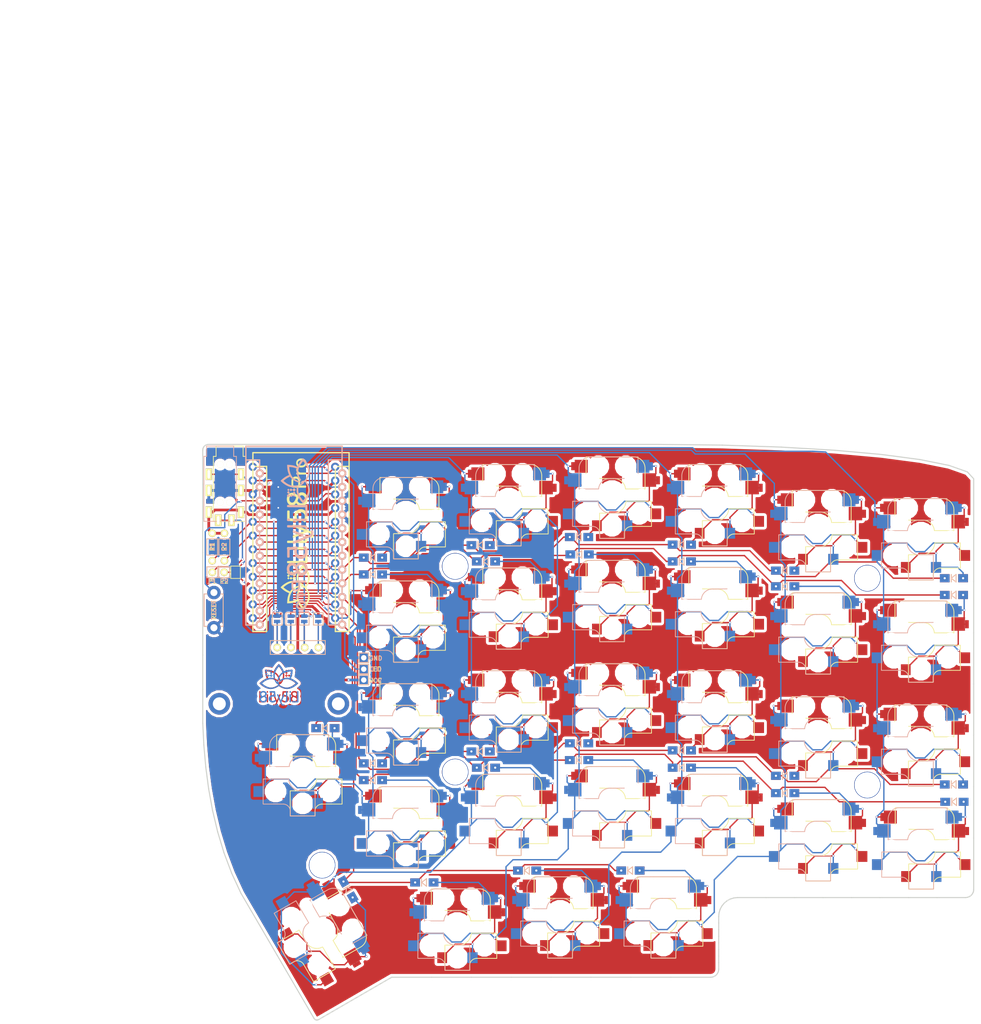
<source format=kicad_pcb>
(kicad_pcb (version 20171130) (host pcbnew "(5.1.6)-1")
  (layers (0 F.Cu signal) (31 B.Cu signal) (34 B.Paste user) (35 F.Paste user) (36 B.SilkS user) (37 F.SilkS user) (38 B.Mask user) (39 F.Mask user) (44 Edge.Cuts user))
  (net 0 "")
  (net 1 "Net-(D1-Pad2)")
  (net 2 row4)
  (net 3 "Net-(D2-Pad2)")
  (net 4 "Net-(D3-Pad2)")
  (net 5 row0)
  (net 6 "Net-(D4-Pad2)")
  (net 7 row1)
  (net 8 "Net-(D5-Pad2)")
  (net 9 row2)
  (net 10 "Net-(D6-Pad2)")
  (net 11 row3)
  (net 12 "Net-(D7-Pad2)")
  (net 13 "Net-(D8-Pad2)")
  (net 14 "Net-(D9-Pad2)")
  (net 15 "Net-(D10-Pad2)")
  (net 16 "Net-(D11-Pad2)")
  (net 17 "Net-(D12-Pad2)")
  (net 18 "Net-(D13-Pad2)")
  (net 19 "Net-(D14-Pad2)")
  (net 20 "Net-(D15-Pad2)")
  (net 21 "Net-(D16-Pad2)")
  (net 22 "Net-(D17-Pad2)")
  (net 23 "Net-(D18-Pad2)")
  (net 24 "Net-(D19-Pad2)")
  (net 25 "Net-(D20-Pad2)")
  (net 26 "Net-(D21-Pad2)")
  (net 27 "Net-(D22-Pad2)")
  (net 28 "Net-(D23-Pad2)")
  (net 29 "Net-(D24-Pad2)")
  (net 30 "Net-(D25-Pad2)")
  (net 31 "Net-(D26-Pad2)")
  (net 32 "Net-(D27-Pad2)")
  (net 33 "Net-(D28-Pad2)")
  (net 34 VCC)
  (net 35 GND)
  (net 36 col0)
  (net 37 col1)
  (net 38 col2)
  (net 39 col3)
  (net 40 col4)
  (net 41 col5)
  (net 42 SDA)
  (net 43 LED)
  (net 44 SCL)
  (net 45 RESET)
  (net 46 "Net-(D29-Pad2)")
  (net 47 "Net-(U1-Pad24)")
  (net 48 "Net-(U1-Pad20)")
  (net 49 "Net-(U1-Pad19)")
  (net 50 "Net-(U1-Pad7)")
  (net 51 DATA)
  (net 52 "Net-(J2-Pad4)")
  (net 53 "Net-(J2-Pad3)")
  (net 54 "Net-(J3-Pad1)")
  (net 55 "Net-(J3-Pad2)")
  (net 56 "Net-(J3-Pad3)")
  (net 57 "Net-(J3-Pad4)")
  (module Lily58-footprint:MJ-4PP-9 (layer F.Cu) (at 87.9 39.3)
    (fp_text reference J2 hide)
    (fp_text value 4PIN hide)
    (pad "" np_thru_hole circle (at -1.75 8.5) (size 1.2 1.2) (drill 1.2) (layers *.Cu *.Mask F.SilkS))
    (pad "" np_thru_hole circle (at -1.75 1.5) (size 1.2 1.2) (drill 1.2) (layers *.Cu *.Mask F.SilkS))
    (pad 1 thru_hole rect (at -3.85 10.3) (size 1.2 2.1) (drill oval 0.5 1.6) (layers *.Cu *.Mask F.SilkS) (net 34 VCC) (clearance 0.15))
    (pad 4 thru_hole rect (at 0.35 11.8) (size 1.2 2.1) (drill oval 0.5 1.6) (layers *.Cu *.Mask F.SilkS) (net 52 "Net-(J2-Pad4)") (clearance 0.15))
    (pad 3 thru_hole rect (at -3.85 3.3) (size 1.2 2.1) (drill oval 0.5 1.6) (layers *.Cu *.Mask F.SilkS) (net 53 "Net-(J2-Pad3)") (clearance 0.15))
    (pad 2 thru_hole rect (at -3.85 6.3) (size 1.2 2.1) (drill oval 0.5 1.6) (layers *.Cu *.Mask F.SilkS) (net 35 GND) (clearance 0.15))
    (pad "" np_thru_hole circle (at 0 1.5) (size 1.2 1.2) (drill 1.2) (layers *.Cu *.Mask F.SilkS))
    (pad "" np_thru_hole circle (at 0 8.5) (size 1.2 1.2) (drill 1.2) (layers *.Cu *.Mask F.SilkS))
    (pad 3 thru_hole rect (at 2.1 3.3) (size 1.2 2.1) (drill oval 0.5 1.6) (layers *.Cu *.Mask F.SilkS) (net 53 "Net-(J2-Pad3)") (clearance 0.15))
    (pad 2 thru_hole rect (at 2.1 6.3) (size 1.2 2.1) (drill oval 0.5 1.6) (layers *.Cu *.Mask F.SilkS) (net 35 GND) (clearance 0.15))
    (pad 1 thru_hole rect (at 2.1 10.3) (size 1.2 2.1) (drill oval 0.5 1.6) (layers *.Cu *.Mask F.SilkS) (net 34 VCC) (clearance 0.15))
    (pad 4 thru_hole rect (at -2.1 11.8) (size 1.2 2.1) (drill oval 0.5 1.6) (layers *.Cu *.Mask F.SilkS) (net 52 "Net-(J2-Pad4)") (clearance 0.15))
  )
  (module Lily58-footprint:LED (layer F.Cu) (at 112.7 81.1 180)
    (fp_text reference J1 hide)
    (fp_text value LED hide)
    (fp_text user VCC (at -2.2 0.4 180) (layer B.SilkS) (effects (font (size 0.8 0.8)) (justify mirror)))
    (fp_text user VCC (at -2.2 0.4 180) (layer F.SilkS) (effects (font (size 0.8 0.8))))
    (fp_text user GND (at -2.2 4.5 180) (layer F.SilkS) (effects (font (size 0.8 0.8))))
    (fp_text user LED (at -2.2 2.5 180) (layer B.SilkS) (effects (font (size 0.8 0.8)) (justify mirror)))
    (fp_text user LED (at -2.2 2.5) (layer F.SilkS) (effects (font (size 0.8 0.8))))
    (fp_text user GND (at -2.2 4.5 180) (layer B.SilkS) (effects (font (size 0.8 0.8)) (justify mirror)))
    (pad 3 thru_hole rect (at 0 4.6 180) (size 1.524 1.524) (drill 1) (layers *.Cu *.Mask) (net 35 GND))
    (pad 2 thru_hole rect (at 0 2.5 180) (size 1.524 1.524) (drill 1) (layers *.Cu *.Mask) (net 43 LED))
    (pad 1 thru_hole rect (at 0 0.5 270) (size 1.524 1.524) (drill 1) (layers *.Cu *.Mask) (net 34 VCC))
  )
  (module Lily58-footprint:lily58_logo_2 (layer B.Cu) (at 97 81.5 180)
    (fp_text reference G*** hide)
    (fp_text value LOGO hide)
    (fp_poly (pts (xy 0.248955 -1.74337) (xy 0.278216 -1.748098) (xy 0.289624 -1.752258) (xy 0.311575 -1.771141) (xy 0.322843 -1.79792) (xy 0.322246 -1.829519) (xy 0.321123 -1.834247) (xy 0.317541 -1.844099) (xy 0.308818 -1.866378) (xy 0.295362 -1.900095) (xy 0.277577 -1.944264) (xy 0.255868 -1.997897) (xy 0.230642 -2.060006) (xy 0.202304 -2.129605) (xy 0.171259 -2.205707) (xy 0.137914 -2.287323) (xy 0.102672 -2.373467) (xy 0.065941 -2.463151) (xy 0.028126 -2.555389) (xy -0.010369 -2.649193) (xy -0.049137 -2.743575) (xy -0.087772 -2.837548) (xy -0.12587 -2.930126) (xy -0.163025 -3.02032) (xy -0.198831 -3.107143) (xy -0.232883 -3.189609) (xy -0.264774 -3.26673) (xy -0.294101 -3.337519) (xy -0.320456 -3.400987) (xy -0.343435 -3.456149) (xy -0.362632 -3.502017) (xy -0.377642 -3.537603) (xy -0.388058 -3.561921) (xy -0.393476 -3.573982) (xy -0.393556 -3.574143) (xy -0.430279 -3.63507) (xy -0.476215 -3.692137) (xy -0.528408 -3.742315) (xy -0.583901 -3.782573) (xy -0.612033 -3.79807) (xy -0.685239 -3.826573) (xy -0.760318 -3.84174) (xy -0.835286 -3.843303) (xy -0.889691 -3.835508) (xy -0.931644 -3.824122) (xy -0.974036 -3.808767) (xy -1.011414 -3.791593) (xy -1.032146 -3.779319) (xy -1.048265 -3.762135) (xy -1.060005 -3.738689) (xy -1.060452 -3.737257) (xy -1.064378 -3.721239) (xy -1.064356 -3.707443) (xy -1.059476 -3.69121) (xy -1.048827 -3.667879) (xy -1.045632 -3.661356) (xy -1.024527 -3.625599) (xy -1.001844 -3.603255) (xy -0.975443 -3.593556) (xy -0.943181 -3.595732) (xy -0.902917 -3.609015) (xy -0.901481 -3.609612) (xy -0.847768 -3.627554) (xy -0.799789 -3.633298) (xy -0.755054 -3.626606) (xy -0.711074 -3.60724) (xy -0.683008 -3.588701) (xy -0.654263 -3.564197) (xy -0.627125 -3.533603) (xy -0.600547 -3.495264) (xy -0.573481 -3.447528) (xy -0.54488 -3.388739) (xy -0.518904 -3.329609) (xy -0.466753 -3.206539) (xy -0.75589 -2.520039) (xy -0.805414 -2.402222) (xy -0.850779 -2.293819) (xy -0.89182 -2.195238) (xy -0.92837 -2.106889) (xy -0.960264 -2.029179) (xy -0.987334 -1.962516) (xy -1.009415 -1.907309) (xy -1.026341 -1.863966) (xy -1.037945 -1.832895) (xy -1.044061 -1.814505) (xy -1.045028 -1.809803) (xy -1.038695 -1.783185) (xy -1.027525 -1.765705) (xy -1.018641 -1.756317) (xy -1.009216 -1.750244) (xy -0.995872 -1.746629) (xy -0.975233 -1.744619) (xy -0.943919 -1.743357) (xy -0.938625 -1.743196) (xy -0.894339 -1.743534) (xy -0.861559 -1.748263) (xy -0.837681 -1.758361) (xy -0.820105 -1.774806) (xy -0.809596 -1.791693) (xy -0.804667 -1.802697) (xy -0.794857 -1.825894) (xy -0.780685 -1.860006) (xy -0.762666 -1.903751) (xy -0.74132 -1.955851) (xy -0.717162 -2.015025) (xy -0.69071 -2.079994) (xy -0.662482 -2.149478) (xy -0.632994 -2.222197) (xy -0.602765 -2.296871) (xy -0.57231 -2.372221) (xy -0.542147 -2.446967) (xy -0.512794 -2.519828) (xy -0.484768 -2.589526) (xy -0.458586 -2.654781) (xy -0.434765 -2.714312) (xy -0.413823 -2.76684) (xy -0.396277 -2.811085) (xy -0.382644 -2.845768) (xy -0.373441 -2.869608) (xy -0.369185 -2.881326) (xy -0.369141 -2.881472) (xy -0.362725 -2.899275) (xy -0.357014 -2.909303) (xy -0.3556 -2.910115) (xy -0.350651 -2.903867) (xy -0.344225 -2.88822) (xy -0.342019 -2.881339) (xy -0.337854 -2.869641) (xy -0.328819 -2.84581) (xy -0.315422 -2.811128) (xy -0.298173 -2.766877) (xy -0.277582 -2.714337) (xy -0.254157 -2.654791) (xy -0.228408 -2.589519) (xy -0.200845 -2.519805) (xy -0.171976 -2.446928) (xy -0.142311 -2.37217) (xy -0.11236 -2.296814) (xy -0.082631 -2.222141) (xy -0.053635 -2.149431) (xy -0.02588 -2.079967) (xy 0.000123 -2.01503) (xy 0.023867 -1.955902) (xy 0.044841 -1.903864) (xy 0.062536 -1.860198) (xy 0.076443 -1.826185) (xy 0.086052 -1.803107) (xy 0.090854 -1.792246) (xy 0.090865 -1.792223) (xy 0.107401 -1.768947) (xy 0.130164 -1.753472) (xy 0.161591 -1.744759) (xy 0.204116 -1.741766) (xy 0.209003 -1.741742) (xy 0.248955 -1.74337)) (layer B.Cu) (width 0.01))
    (fp_poly (pts (xy -1.422438 -1.162965) (xy -1.38598 -1.170438) (xy -1.360688 -1.185037) (xy -1.351386 -1.195939) (xy -1.34949 -1.199587) (xy -1.347787 -1.20496) (xy -1.346262 -1.212842) (xy -1.344901 -1.224018) (xy -1.343688 -1.239271) (xy -1.34261 -1.259385) (xy -1.341652 -1.285144) (xy -1.340799 -1.317333) (xy -1.340038 -1.356734) (xy -1.339353 -1.404131) (xy -1.338731 -1.46031) (xy -1.338156 -1.526052) (xy -1.337615 -1.602144) (xy -1.337093 -1.689367) (xy -1.336575 -1.788507) (xy -1.336047 -1.900347) (xy -1.335495 -2.02567) (xy -1.335314 -2.067963) (xy -1.331685 -2.921) (xy -1.313543 -2.957275) (xy -1.289234 -2.993028) (xy -1.257472 -3.016653) (xy -1.216691 -3.029291) (xy -1.214045 -3.029707) (xy -1.175334 -3.038829) (xy -1.148963 -3.053127) (xy -1.133527 -3.073197) (xy -1.127788 -3.095302) (xy -1.125239 -3.125515) (xy -1.125802 -3.158155) (xy -1.129396 -3.187543) (xy -1.1354 -3.206996) (xy -1.154536 -3.228425) (xy -1.185302 -3.241734) (xy -1.22721 -3.246793) (xy -1.273628 -3.244233) (xy -1.344484 -3.22963) (xy -1.406436 -3.203704) (xy -1.459071 -3.166818) (xy -1.501977 -3.119333) (xy -1.534742 -3.061613) (xy -1.556601 -2.995525) (xy -1.558246 -2.986898) (xy -1.559719 -2.975207) (xy -1.561029 -2.959679) (xy -1.562186 -2.939543) (xy -1.563199 -2.914026) (xy -1.564076 -2.882357) (xy -1.564828 -2.843764) (xy -1.565463 -2.797475) (xy -1.565991 -2.742719) (xy -1.56642 -2.678722) (xy -1.566759 -2.604714) (xy -1.567019 -2.519922) (xy -1.567207 -2.423574) (xy -1.567334 -2.3149) (xy -1.567408 -2.193126) (xy -1.567435 -2.0811) (xy -1.567543 -1.212172) (xy -1.546527 -1.188651) (xy -1.534562 -1.176463) (xy -1.522776 -1.16914) (xy -1.506775 -1.165155) (xy -1.482164 -1.162979) (xy -1.470932 -1.162374) (xy -1.422438 -1.162965)) (layer B.Cu) (width 0.01))
    (fp_poly (pts (xy 1.300995 -1.172034) (xy 1.384164 -1.17211) (xy 1.454924 -1.172349) (xy 1.514327 -1.172843) (xy 1.563425 -1.173681) (xy 1.603271 -1.174957) (xy 1.634916 -1.176762) (xy 1.659415 -1.179186) (xy 1.677818 -1.182321) (xy 1.691179 -1.18626) (xy 1.700549 -1.191092) (xy 1.706981 -1.19691) (xy 1.711528 -1.203806) (xy 1.715242 -1.211869) (xy 1.717207 -1.216589) (xy 1.722865 -1.239214) (xy 1.72612 -1.270807) (xy 1.726896 -1.306008) (xy 1.725117 -1.33946) (xy 1.720705 -1.365804) (xy 1.7194 -1.370038) (xy 1.707544 -1.390545) (xy 1.692186 -1.405593) (xy 1.686985 -1.408578) (xy 1.680091 -1.411093) (xy 1.670265 -1.413186) (xy 1.656265 -1.414907) (xy 1.63685 -1.416306) (xy 1.610779 -1.41743) (xy 1.576813 -1.418331) (xy 1.533709 -1.419056) (xy 1.480227 -1.419655) (xy 1.415126 -1.420178) (xy 1.337165 -1.420673) (xy 1.3081 -1.420841) (xy 1.236886 -1.421365) (xy 1.170268 -1.422088) (xy 1.109617 -1.422977) (xy 1.056303 -1.424003) (xy 1.011697 -1.425133) (xy 0.977169 -1.426337) (xy 0.95409 -1.427583) (xy 0.943831 -1.428841) (xy 0.943429 -1.429137) (xy 0.942639 -1.437549) (xy 0.940392 -1.45872) (xy 0.936872 -1.490989) (xy 0.932261 -1.532694) (xy 0.926745 -1.582174) (xy 0.920506 -1.637766) (xy 0.914084 -1.69466) (xy 0.907415 -1.754333) (xy 0.901433 -1.80932) (xy 0.896302 -1.857986) (xy 0.892188 -1.898701) (xy 0.889255 -1.92983) (xy 0.88767 -1.949742) (xy 0.887568 -1.956788) (xy 0.895157 -1.955634) (xy 0.911952 -1.949758) (xy 0.929613 -1.94245) (xy 1.004434 -1.917014) (xy 1.086668 -1.902242) (xy 1.173929 -1.898095) (xy 1.263825 -1.904534) (xy 1.35397 -1.92152) (xy 1.441974 -1.949014) (xy 1.446975 -1.950935) (xy 1.518086 -1.982949) (xy 1.581342 -2.021528) (xy 1.641237 -2.069636) (xy 1.673431 -2.100284) (xy 1.728936 -2.161604) (xy 1.772585 -2.223547) (xy 1.806722 -2.289734) (xy 1.823006 -2.331262) (xy 1.850309 -2.429008) (xy 1.863101 -2.526887) (xy 1.861381 -2.624844) (xy 1.845147 -2.722823) (xy 1.82794 -2.783115) (xy 1.790891 -2.872628) (xy 1.741971 -2.954468) (xy 1.682047 -3.027919) (xy 1.611986 -3.092265) (xy 1.532654 -3.14679) (xy 1.44492 -3.190778) (xy 1.349649 -3.223513) (xy 1.274492 -3.240125) (xy 1.224769 -3.246216) (xy 1.166737 -3.249459) (xy 1.106334 -3.249788) (xy 1.049498 -3.247132) (xy 1.012987 -3.243169) (xy 0.920321 -3.223204) (xy 0.82865 -3.191173) (xy 0.741008 -3.148552) (xy 0.660429 -3.096818) (xy 0.589947 -3.037449) (xy 0.589643 -3.037152) (xy 0.567448 -3.014884) (xy 0.553935 -2.998875) (xy 0.546993 -2.985677) (xy 0.544513 -2.971845) (xy 0.544286 -2.963045) (xy 0.545624 -2.947052) (xy 0.550728 -2.931219) (xy 0.56123 -2.91223) (xy 0.578766 -2.88677) (xy 0.588183 -2.873939) (xy 0.617198 -2.837361) (xy 0.642422 -2.812964) (xy 0.666207 -2.800514) (xy 0.690906 -2.79978) (xy 0.718873 -2.810526) (xy 0.752458 -2.832521) (xy 0.780989 -2.854825) (xy 0.832439 -2.891461) (xy 0.890884 -2.924521) (xy 0.950687 -2.951087) (xy 0.994229 -2.965309) (xy 1.036743 -2.973129) (xy 1.087743 -2.977252) (xy 1.141917 -2.97768) (xy 1.193957 -2.974414) (xy 1.238552 -2.967456) (xy 1.24761 -2.965223) (xy 1.325509 -2.937504) (xy 1.393958 -2.899349) (xy 1.452337 -2.851432) (xy 1.500026 -2.794425) (xy 1.536406 -2.729002) (xy 1.560857 -2.655837) (xy 1.568407 -2.616616) (xy 1.571825 -2.545843) (xy 1.56183 -2.475575) (xy 1.539448 -2.407804) (xy 1.505707 -2.344524) (xy 1.46163 -2.287725) (xy 1.408245 -2.2394) (xy 1.357534 -2.207118) (xy 1.309307 -2.183988) (xy 1.26342 -2.167853) (xy 1.215037 -2.157494) (xy 1.159318 -2.15169) (xy 1.132115 -2.150299) (xy 1.069713 -2.149651) (xy 1.016059 -2.153743) (xy 0.965884 -2.16355) (xy 0.913917 -2.180048) (xy 0.865378 -2.199637) (xy 0.828479 -2.214745) (xy 0.800006 -2.224116) (xy 0.775614 -2.228916) (xy 0.751115 -2.23031) (xy 0.704535 -2.225493) (xy 0.664704 -2.211508) (xy 0.633458 -2.189583) (xy 0.612633 -2.160947) (xy 0.604496 -2.132238) (xy 0.60446 -2.117791) (xy 0.605924 -2.090838) (xy 0.608723 -2.052925) (xy 0.612695 -2.005598) (xy 0.617677 -1.950406) (xy 0.623505 -1.888893) (xy 0.630016 -1.822608) (xy 0.637046 -1.753097) (xy 0.644433 -1.681907) (xy 0.652013 -1.610584) (xy 0.659623 -1.540677) (xy 0.667099 -1.47373) (xy 0.674278 -1.411292) (xy 0.680998 -1.354909) (xy 0.687094 -1.306127) (xy 0.692403 -1.266494) (xy 0.696763 -1.237557) (xy 0.700009 -1.220862) (xy 0.701018 -1.217839) (xy 0.715174 -1.19865) (xy 0.730986 -1.184797) (xy 0.735763 -1.182187) (xy 0.742249 -1.179957) (xy 0.751544 -1.178077) (xy 0.76475 -1.176519) (xy 0.782964 -1.175251) (xy 0.807287 -1.174245) (xy 0.838818 -1.17347) (xy 0.878658 -1.172898) (xy 0.927907 -1.172498) (xy 0.987663 -1.172241) (xy 1.059027 -1.172098) (xy 1.143098 -1.172037) (xy 1.204364 -1.172029) (xy 1.300995 -1.172034)) (layer B.Cu) (width 0.01))
    (fp_poly (pts (xy 2.929251 -1.141304) (xy 2.993591 -1.146052) (xy 3.052515 -1.15364) (xy 3.098884 -1.163169) (xy 3.192044 -1.193582) (xy 3.274312 -1.233389) (xy 3.346042 -1.282806) (xy 3.407589 -1.342052) (xy 3.426156 -1.364343) (xy 3.470955 -1.432554) (xy 3.502997 -1.50644) (xy 3.522409 -1.584986) (xy 3.529316 -1.667178) (xy 3.523843 -1.752003) (xy 3.506116 -1.838445) (xy 3.47626 -1.925492) (xy 3.434401 -2.012128) (xy 3.380664 -2.09734) (xy 3.326948 -2.166474) (xy 3.288627 -2.211647) (xy 3.340396 -2.247009) (xy 3.40958 -2.30132) (xy 3.468212 -2.36208) (xy 3.515135 -2.427825) (xy 3.549189 -2.497091) (xy 3.557842 -2.521857) (xy 3.567692 -2.566305) (xy 3.573192 -2.619449) (xy 3.574278 -2.676118) (xy 3.570887 -2.731141) (xy 3.562956 -2.779348) (xy 3.561085 -2.786743) (xy 3.530519 -2.872814) (xy 3.487386 -2.952047) (xy 3.432256 -3.023769) (xy 3.365704 -3.087304) (xy 3.288301 -3.141978) (xy 3.234678 -3.171344) (xy 3.170316 -3.200217) (xy 3.108343 -3.221352) (xy 3.044574 -3.235713) (xy 2.974824 -3.244265) (xy 2.902857 -3.247805) (xy 2.859794 -3.248283) (xy 2.818044 -3.247825) (xy 2.781514 -3.246536) (xy 2.754111 -3.244522) (xy 2.746975 -3.2436) (xy 2.652879 -3.223132) (xy 2.561807 -3.192273) (xy 2.47696 -3.152342) (xy 2.40154 -3.10466) (xy 2.391229 -3.096915) (xy 2.325087 -3.03713) (xy 2.268214 -2.96737) (xy 2.222175 -2.889946) (xy 2.188538 -2.807173) (xy 2.183374 -2.789961) (xy 2.175542 -2.758293) (xy 2.170543 -2.726915) (xy 2.167847 -2.691039) (xy 2.166922 -2.645879) (xy 2.166908 -2.6416) (xy 2.168078 -2.610809) (xy 2.453027 -2.610809) (xy 2.456105 -2.665536) (xy 2.464803 -2.714174) (xy 2.467322 -2.723002) (xy 2.494276 -2.786304) (xy 2.533568 -2.844112) (xy 2.583597 -2.894977) (xy 2.642763 -2.937452) (xy 2.709463 -2.970086) (xy 2.757715 -2.985762) (xy 2.794013 -2.992206) (xy 2.839327 -2.995751) (xy 2.88845 -2.996396) (xy 2.936177 -2.99414) (xy 2.9773 -2.988981) (xy 2.991896 -2.985809) (xy 3.059484 -2.962556) (xy 3.119368 -2.930629) (xy 3.170954 -2.891388) (xy 3.213646 -2.846197) (xy 3.24685 -2.796415) (xy 3.26997 -2.743407) (xy 3.282412 -2.688532) (xy 3.28358 -2.633154) (xy 3.272881 -2.578635) (xy 3.249718 -2.526335) (xy 3.21376 -2.477903) (xy 3.192533 -2.456421) (xy 3.169132 -2.436192) (xy 3.14208 -2.416383) (xy 3.109896 -2.396162) (xy 3.071101 -2.374695) (xy 3.024216 -2.351149) (xy 2.967762 -2.324694) (xy 2.900259 -2.294494) (xy 2.845502 -2.270622) (xy 2.697432 -2.206569) (xy 2.662703 -2.232062) (xy 2.611751 -2.275314) (xy 2.564389 -2.326613) (xy 2.522953 -2.382722) (xy 2.489777 -2.440406) (xy 2.467196 -2.496427) (xy 2.464098 -2.50737) (xy 2.455662 -2.556064) (xy 2.453027 -2.610809) (xy 2.168078 -2.610809) (xy 2.169539 -2.572399) (xy 2.178587 -2.511227) (xy 2.195291 -2.452555) (xy 2.220887 -2.390855) (xy 2.224899 -2.382392) (xy 2.256135 -2.326952) (xy 2.296787 -2.269269) (xy 2.34371 -2.212997) (xy 2.393758 -2.161793) (xy 2.443787 -2.119312) (xy 2.462906 -2.105703) (xy 2.491041 -2.08691) (xy 2.466535 -2.069035) (xy 2.451589 -2.056701) (xy 2.429648 -2.03681) (xy 2.403808 -2.012237) (xy 2.38025 -1.988966) (xy 2.329332 -1.931348) (xy 2.291663 -1.873317) (xy 2.266154 -1.812219) (xy 2.251713 -1.745402) (xy 2.247617 -1.6764) (xy 2.529354 -1.6764) (xy 2.529967 -1.710789) (xy 2.532148 -1.735549) (xy 2.536831 -1.755553) (xy 2.544954 -1.775673) (xy 2.5507 -1.787502) (xy 2.575694 -1.826157) (xy 2.611715 -1.866305) (xy 2.655893 -1.905243) (xy 2.70536 -1.940265) (xy 2.72528 -1.952172) (xy 2.749272 -1.964916) (xy 2.781351 -1.980726) (xy 2.819309 -1.998637) (xy 2.860939 -2.017685) (xy 2.904035 -2.036904) (xy 2.946389 -2.05533) (xy 2.985796 -2.071998) (xy 3.020049 -2.085944) (xy 3.04694 -2.096201) (xy 3.064263 -2.101807) (xy 3.06919 -2.102529) (xy 3.07802 -2.096364) (xy 3.092789 -2.081254) (xy 3.110877 -2.059976) (xy 3.118622 -2.050143) (xy 3.15795 -1.992348) (xy 3.192016 -1.928994) (xy 3.219532 -1.863388) (xy 3.239207 -1.798834) (xy 3.249753 -1.738638) (xy 3.2512 -1.710354) (xy 3.244713 -1.641795) (xy 3.225777 -1.57988) (xy 3.19518 -1.5253) (xy 3.153709 -1.478742) (xy 3.102152 -1.440897) (xy 3.041296 -1.412454) (xy 2.971929 -1.394103) (xy 2.894838 -1.386532) (xy 2.881086 -1.386367) (xy 2.804157 -1.391991) (xy 2.7343 -1.408508) (xy 2.672511 -1.43538) (xy 2.619783 -1.47207) (xy 2.57711 -1.51804) (xy 2.548564 -1.565961) (xy 2.539026 -1.588277) (xy 2.533217 -1.608637) (xy 2.530281 -1.631966) (xy 2.52936 -1.663191) (xy 2.529354 -1.6764) (xy 2.247617 -1.6764) (xy 2.247249 -1.670212) (xy 2.247274 -1.665515) (xy 2.254747 -1.579725) (xy 2.275241 -1.499453) (xy 2.308089 -1.425386) (xy 2.352625 -1.358214) (xy 2.408183 -1.298626) (xy 2.474094 -1.247311) (xy 2.549692 -1.204959) (xy 2.634311 -1.172258) (xy 2.727284 -1.149898) (xy 2.749588 -1.146318) (xy 2.802664 -1.141216) (xy 2.86408 -1.139619) (xy 2.929251 -1.141304)) (layer B.Cu) (width 0.01))
    (fp_poly (pts (xy -3.493894 -1.162254) (xy -3.462656 -1.164125) (xy -3.441948 -1.167249) (xy -3.42779 -1.172639) (xy -3.416199 -1.181314) (xy -3.415055 -1.182376) (xy -3.399942 -1.202035) (xy -3.389319 -1.225202) (xy -3.389115 -1.225918) (xy -3.387953 -1.237468) (xy -3.386883 -1.263198) (xy -3.38591 -1.302776) (xy -3.385034 -1.355868) (xy -3.38426 -1.422141) (xy -3.383589 -1.501263) (xy -3.383024 -1.592899) (xy -3.382568 -1.696716) (xy -3.382224 -1.812382) (xy -3.381994 -1.939563) (xy -3.381881 -2.077925) (xy -3.381869 -2.135252) (xy -3.381828 -3.018647) (xy -2.93565 -3.020624) (xy -2.489472 -3.0226) (xy -2.46575 -3.046324) (xy -2.45343 -3.059618) (xy -2.44633 -3.071774) (xy -2.44302 -3.087426) (xy -2.442069 -3.111211) (xy -2.442028 -3.123198) (xy -2.444158 -3.162943) (xy -2.451316 -3.191395) (xy -2.46466 -3.211251) (xy -2.485347 -3.225206) (xy -2.485904 -3.225472) (xy -2.49805 -3.227798) (xy -2.523219 -3.229882) (xy -2.559984 -3.231723) (xy -2.60692 -3.233322) (xy -2.6626 -3.234678) (xy -2.725599 -3.235792) (xy -2.79449 -3.236664) (xy -2.867847 -3.237294) (xy -2.944245 -3.237683) (xy -3.022257 -3.23783) (xy -3.100457 -3.237736) (xy -3.177419 -3.237401) (xy -3.251717 -3.236826) (xy -3.321925 -3.236009) (xy -3.386616 -3.234953) (xy -3.444366 -3.233656) (xy -3.493747 -3.232119) (xy -3.533334 -3.230342) (xy -3.5617 -3.228326) (xy -3.57742 -3.22607) (xy -3.579494 -3.225326) (xy -3.585363 -3.22242) (xy -3.590657 -3.21991) (xy -3.595406 -3.217073) (xy -3.59964 -3.213184) (xy -3.603387 -3.20752) (xy -3.606678 -3.199356) (xy -3.609542 -3.187969) (xy -3.612009 -3.172635) (xy -3.614107 -3.15263) (xy -3.615867 -3.12723) (xy -3.617318 -3.09571) (xy -3.618489 -3.057348) (xy -3.619411 -3.01142) (xy -3.620111 -2.9572) (xy -3.620621 -2.893966) (xy -3.620969 -2.820994) (xy -3.621185 -2.737559) (xy -3.621299 -2.642938) (xy -3.621339 -2.536406) (xy -3.621336 -2.417241) (xy -3.621319 -2.284717) (xy -3.621314 -2.198915) (xy -3.621328 -2.057983) (xy -3.621349 -1.930843) (xy -3.621345 -1.816771) (xy -3.621285 -1.715043) (xy -3.621138 -1.624937) (xy -3.620871 -1.54573) (xy -3.620455 -1.476697) (xy -3.619856 -1.417116) (xy -3.619045 -1.366264) (xy -3.617988 -1.323417) (xy -3.616656 -1.287853) (xy -3.615016 -1.258848) (xy -3.613037 -1.235679) (xy -3.610688 -1.217623) (xy -3.607937 -1.203956) (xy -3.604752 -1.193956) (xy -3.601103 -1.186898) (xy -3.596958 -1.182061) (xy -3.592285 -1.178721) (xy -3.587053 -1.176154) (xy -3.58123 -1.173638) (xy -3.576648 -1.171448) (xy -3.558925 -1.165031) (xy -3.53516 -1.16201) (xy -3.501579 -1.161965) (xy -3.493894 -1.162254)) (layer B.Cu) (width 0.01))
    (fp_poly (pts (xy -2.099347 -1.742825) (xy -2.069088 -1.744379) (xy -2.049378 -1.746851) (xy -2.036255 -1.751501) (xy -2.025758 -1.759588) (xy -2.01689 -1.769043) (xy -1.995714 -1.792743) (xy -1.995714 -3.185657) (xy -2.01689 -3.209357) (xy -2.028101 -3.221028) (xy -2.038776 -3.228197) (xy -2.052912 -3.232118) (xy -2.074506 -3.234044) (xy -2.098533 -3.234949) (xy -2.141248 -3.234519) (xy -2.171617 -3.23002) (xy -2.182857 -3.226114) (xy -2.19027 -3.222918) (xy -2.196824 -3.219822) (xy -2.202571 -3.215963) (xy -2.207565 -3.210477) (xy -2.211858 -3.2025) (xy -2.215503 -3.191169) (xy -2.218553 -3.175619) (xy -2.22106 -3.154987) (xy -2.223079 -3.128409) (xy -2.224661 -3.095021) (xy -2.225859 -3.05396) (xy -2.226726 -3.004362) (xy -2.227316 -2.945362) (xy -2.22768 -2.876098) (xy -2.227872 -2.795706) (xy -2.227945 -2.703321) (xy -2.227951 -2.59808) (xy -2.227943 -2.4892) (xy -2.227951 -2.371608) (xy -2.22794 -2.267661) (xy -2.227858 -2.176493) (xy -2.227655 -2.097233) (xy -2.227277 -2.029015) (xy -2.226673 -1.970969) (xy -2.225791 -1.922228) (xy -2.22458 -1.881923) (xy -2.222987 -1.849186) (xy -2.220961 -1.823149) (xy -2.21845 -1.802943) (xy -2.215402 -1.787699) (xy -2.211765 -1.776551) (xy -2.207488 -1.768629) (xy -2.202519 -1.763065) (xy -2.196805 -1.758991) (xy -2.190295 -1.755538) (xy -2.183971 -1.752379) (xy -2.166714 -1.745901) (xy -2.144306 -1.742714) (xy -2.112823 -1.742372) (xy -2.099347 -1.742825)) (layer B.Cu) (width 0.01))
    (fp_poly (pts (xy -2.090489 -1.162223) (xy -2.060579 -1.163924) (xy -2.041134 -1.16659) (xy -2.028107 -1.171538) (xy -2.017453 -1.180084) (xy -2.009558 -1.188556) (xy -2.000823 -1.198791) (xy -1.994908 -1.208369) (xy -1.991264 -1.220278) (xy -1.989341 -1.237506) (xy -1.988588 -1.263043) (xy -1.988457 -1.299877) (xy -1.988457 -1.303249) (xy -1.989034 -1.33932) (xy -1.990606 -1.371025) (xy -1.992937 -1.395033) (xy -1.99579 -1.408012) (xy -1.995929 -1.408288) (xy -2.010359 -1.425057) (xy -2.033673 -1.436242) (xy -2.067609 -1.442389) (xy -2.109654 -1.444065) (xy -2.142504 -1.442961) (xy -2.170466 -1.440088) (xy -2.189209 -1.435928) (xy -2.191657 -1.434892) (xy -2.210017 -1.421795) (xy -2.222739 -1.402495) (xy -2.230447 -1.374928) (xy -2.233759 -1.337027) (xy -2.233591 -1.2954) (xy -2.23049 -1.247041) (xy -2.223294 -1.211333) (xy -2.210195 -1.186597) (xy -2.189389 -1.171153) (xy -2.15907 -1.16332) (xy -2.117432 -1.161417) (xy -2.090489 -1.162223)) (layer B.Cu) (width 0.01))
    (fp_poly (pts (xy 0.078092 3.748263) (xy 0.237453 3.575434) (xy 0.386427 3.392484) (xy 0.524948 3.19949) (xy 0.548489 3.164114) (xy 0.656724 2.98901) (xy 0.750642 2.814569) (xy 0.83023 2.640857) (xy 0.895475 2.467939) (xy 0.946363 2.29588) (xy 0.98288 2.124745) (xy 1.005013 1.9546) (xy 1.012748 1.785509) (xy 1.006072 1.617539) (xy 0.98497 1.450753) (xy 0.949431 1.285218) (xy 0.943993 1.264693) (xy 0.935685 1.233985) (xy 0.864316 1.211813) (xy 0.825821 1.199395) (xy 0.784696 1.185396) (xy 0.747902 1.172208) (xy 0.736557 1.167926) (xy 0.710323 1.158407) (xy 0.689601 1.151981) (xy 0.677785 1.149658) (xy 0.676399 1.149982) (xy 0.676674 1.158133) (xy 0.680561 1.176823) (xy 0.687318 1.20275) (xy 0.691518 1.217319) (xy 0.729788 1.368959) (xy 0.754242 1.520192) (xy 0.764833 1.671442) (xy 0.761512 1.823133) (xy 0.74423 1.975688) (xy 0.71294 2.12953) (xy 0.667593 2.285083) (xy 0.608141 2.44277) (xy 0.534535 2.603016) (xy 0.532958 2.60617) (xy 0.493733 2.682587) (xy 0.456381 2.750847) (xy 0.417788 2.816314) (xy 0.37484 2.884351) (xy 0.345938 2.928257) (xy 0.276796 3.027892) (xy 0.201006 3.129752) (xy 0.122143 3.229243) (xy 0.043777 3.321775) (xy 0.012809 3.356428) (xy -0.020192 3.392714) (xy -0.036297 3.3782) (xy -0.050449 3.363876) (xy -0.071852 3.340211) (xy -0.098778 3.309267) (xy -0.129496 3.273104) (xy -0.162278 3.233784) (xy -0.195392 3.193368) (xy -0.22711 3.153916) (xy -0.255702 3.117491) (xy -0.262522 3.108624) (xy -0.331453 3.014616) (xy -0.400239 2.913451) (xy -0.465221 2.810703) (xy -0.521506 2.714171) (xy -0.543533 2.673297) (xy -0.566606 2.62835) (xy -0.589898 2.58117) (xy -0.61258 2.533596) (xy -0.633826 2.487467) (xy -0.652808 2.444622) (xy -0.668697 2.406902) (xy -0.680667 2.376144) (xy -0.68789 2.354189) (xy -0.689537 2.342875) (xy -0.689006 2.341943) (xy -0.682045 2.337037) (xy -0.665794 2.325755) (xy -0.642919 2.309945) (xy -0.624114 2.296981) (xy -0.492716 2.197747) (xy -0.370449 2.087318) (xy -0.257293 1.965665) (xy -0.153229 1.832762) (xy -0.058238 1.688581) (xy 0.027699 1.533096) (xy 0.104601 1.366278) (xy 0.172488 1.188101) (xy 0.188841 1.139371) (xy 0.2029 1.095706) (xy 0.216013 1.053852) (xy 0.227224 1.016944) (xy 0.235578 0.988118) (xy 0.239609 0.972785) (xy 0.244495 0.949793) (xy 0.245199 0.936682) (xy 0.241427 0.929348) (xy 0.236232 0.925613) (xy 0.225568 0.918954) (xy 0.205448 0.906154) (xy 0.178601 0.888959) (xy 0.147758 0.869113) (xy 0.142623 0.8658) (xy 0.112477 0.8469) (xy 0.086769 0.831824) (xy 0.067864 0.821883) (xy 0.058127 0.818386) (xy 0.057434 0.818629) (xy 0.053771 0.82752) (xy 0.047625 0.846943) (xy 0.040087 0.873359) (xy 0.036852 0.885371) (xy -0.010296 1.043231) (xy -0.066363 1.19516) (xy -0.130692 1.339967) (xy -0.202624 1.476463) (xy -0.2815 1.603456) (xy -0.366663 1.719757) (xy -0.457452 1.824176) (xy -0.513158 1.87951) (xy -0.632074 1.98128) (xy -0.761849 2.073745) (xy -0.902527 2.156921) (xy -1.054154 2.230826) (xy -1.216775 2.295474) (xy -1.390436 2.350883) (xy -1.57518 2.39707) (xy -1.771055 2.434049) (xy -1.978104 2.461839) (xy -2.165406 2.478418) (xy -2.229869 2.482856) (xy -2.224829 2.400757) (xy -2.205247 2.180459) (xy -2.174058 1.968746) (xy -2.131221 1.765436) (xy -2.076693 1.570344) (xy -2.010433 1.383287) (xy -1.975468 1.298651) (xy -1.961176 1.265617) (xy -1.864145 1.281947) (xy -1.699162 1.302736) (xy -1.533849 1.30957) (xy -1.367979 1.302401) (xy -1.201324 1.28118) (xy -1.033654 1.245857) (xy -0.864743 1.196384) (xy -0.694361 1.132712) (xy -0.52228 1.054792) (xy -0.348273 0.962575) (xy -0.332609 0.953629) (xy -0.290312 0.928795) (xy -0.245647 0.901635) (xy -0.200663 0.873489) (xy -0.15741 0.845697) (xy -0.117937 0.819599) (xy -0.084293 0.796534) (xy -0.058527 0.777843) (xy -0.042687 0.764863) (xy -0.040505 0.762653) (xy -0.034204 0.754723) (xy -0.032838 0.747322) (xy -0.037659 0.737341) (xy -0.049918 0.721673) (xy -0.06331 0.705987) (xy -0.086219 0.67794) (xy -0.109796 0.646818) (xy -0.126618 0.622786) (xy -0.15381 0.581543) (xy -0.220993 0.628059) (xy -0.358992 0.717374) (xy -0.502026 0.79805) (xy -0.648322 0.869374) (xy -0.796109 0.930631) (xy -0.943613 0.981105) (xy -1.089064 1.020083) (xy -1.23069 1.04685) (xy -1.273628 1.052567) (xy -1.329853 1.057413) (xy -1.395797 1.060096) (xy -1.466835 1.06066) (xy -1.538338 1.059146) (xy -1.605683 1.055597) (xy -1.664241 1.050056) (xy -1.673221 1.048888) (xy -1.828826 1.020701) (xy -1.986462 0.978541) (xy -2.14551 0.922702) (xy -2.305349 0.85348) (xy -2.46536 0.771172) (xy -2.624924 0.676073) (xy -2.78342 0.568478) (xy -2.940229 0.448685) (xy -2.954243 0.437311) (xy -2.989713 0.408064) (xy -3.025558 0.377957) (xy -3.058295 0.349949) (xy -3.084443 0.327002) (xy -3.091543 0.320577) (xy -3.138714 0.277352) (xy -3.120571 0.257535) (xy -3.093013 0.229962) (xy -3.055232 0.195885) (xy -3.009125 0.156786) (xy -2.956587 0.114146) (xy -2.899516 0.069448) (xy -2.839808 0.024173) (xy -2.779359 -0.020196) (xy -2.720067 -0.062179) (xy -2.663827 -0.100293) (xy -2.656114 -0.105361) (xy -2.505598 -0.198671) (xy -2.35881 -0.27899) (xy -2.214321 -0.346897) (xy -2.070706 -0.40297) (xy -1.926536 -0.447787) (xy -1.780385 -0.481926) (xy -1.685872 -0.498329) (xy -1.631307 -0.504546) (xy -1.566449 -0.508662) (xy -1.495366 -0.510683) (xy -1.422125 -0.510612) (xy -1.350793 -0.508454) (xy -1.28544 -0.504211) (xy -1.230131 -0.497888) (xy -1.230085 -0.497881) (xy -1.074248 -0.467633) (xy -0.916109 -0.423613) (xy -0.756602 -0.366201) (xy -0.596661 -0.295775) (xy -0.43722 -0.212711) (xy -0.279213 -0.11739) (xy -0.261505 -0.105874) (xy -0.201811 -0.06412) (xy -0.154119 -0.024568) (xy -0.11649 0.014613) (xy -0.086982 0.055252) (xy -0.082232 0.06312) (xy -0.057692 0.114616) (xy -0.038673 0.17393) (xy -0.027063 0.234824) (xy -0.025473 0.250371) (xy -0.020011 0.305733) (xy -0.013157 0.350465) (xy -0.004008 0.388443) (xy 0.008337 0.423545) (xy 0.021802 0.453571) (xy 0.0395 0.486217) (xy 0.060499 0.51928) (xy 0.08069 0.546366) (xy 0.083588 0.549737) (xy 0.100765 0.566672) (xy 0.124906 0.587141) (xy 0.153748 0.609587) (xy 0.185025 0.632447) (xy 0.216474 0.654163) (xy 0.245829 0.673174) (xy 0.270826 0.68792) (xy 0.289201 0.696842) (xy 0.298689 0.698378) (xy 0.298995 0.698136) (xy 0.303347 0.686558) (xy 0.306633 0.66367) (xy 0.308794 0.632641) (xy 0.309774 0.596638) (xy 0.309515 0.558831) (xy 0.307959 0.522388) (xy 0.305051 0.490478) (xy 0.303004 0.476836) (xy 0.292858 0.420273) (xy 0.309234 0.440551) (xy 0.323794 0.460468) (xy 0.343881 0.490605) (xy 0.36799 0.528483) (xy 0.394614 0.571626) (xy 0.422243 0.617559) (xy 0.449372 0.663805) (xy 0.474494 0.707886) (xy 0.4961 0.747328) (xy 0.497115 0.749235) (xy 0.547915 0.844868) (xy 0.619087 0.87664) (xy 0.651372 0.890667) (xy 0.687309 0.905655) (xy 0.724408 0.920641) (xy 0.760177 0.93466) (xy 0.792124 0.94675) (xy 0.817759 0.955947) (xy 0.834589 0.961288) (xy 0.840096 0.962095) (xy 0.838993 0.953818) (xy 0.83191 0.934555) (xy 0.819731 0.906106) (xy 0.803342 0.870272) (xy 0.783628 0.828854) (xy 0.761473 0.783653) (xy 0.737764 0.73647) (xy 0.713384 0.689106) (xy 0.68922 0.643362) (xy 0.666156 0.601039) (xy 0.645078 0.563938) (xy 0.641024 0.557041) (xy 0.589606 0.472367) (xy 0.542438 0.399781) (xy 0.498246 0.337952) (xy 0.455757 0.285545) (xy 0.413697 0.241227) (xy 0.370792 0.203666) (xy 0.32577 0.171528) (xy 0.277356 0.14348) (xy 0.224277 0.118188) (xy 0.220083 0.11637) (xy 0.190623 0.103428) (xy 0.171522 0.093645) (xy 0.159776 0.084507) (xy 0.152385 0.073503) (xy 0.146345 0.058119) (xy 0.144684 0.053265) (xy 0.13508 0.027333) (xy 0.124899 0.003255) (xy 0.12099 -0.004846) (xy 0.11395 -0.02057) (xy 0.114981 -0.03047) (xy 0.124906 -0.041297) (xy 0.125501 -0.041846) (xy 0.137384 -0.051165) (xy 0.158724 -0.066361) (xy 0.186739 -0.085507) (xy 0.218646 -0.106677) (xy 0.22666 -0.1119) (xy 0.389471 -0.2107) (xy 0.552946 -0.296137) (xy 0.716562 -0.368002) (xy 0.879796 -0.426086) (xy 1.042127 -0.470177) (xy 1.186543 -0.497651) (xy 1.237438 -0.503557) (xy 1.298306 -0.507783) (xy 1.365168 -0.510292) (xy 1.434046 -0.511045) (xy 1.500959 -0.510007) (xy 1.561929 -0.507139) (xy 1.612977 -0.502404) (xy 1.618343 -0.501695) (xy 1.780901 -0.472295) (xy 1.944447 -0.428745) (xy 2.108243 -0.371306) (xy 2.271552 -0.300241) (xy 2.433637 -0.21581) (xy 2.450096 -0.206444) (xy 2.541078 -0.151715) (xy 2.636029 -0.089946) (xy 2.731929 -0.023346) (xy 2.825759 0.045875) (xy 2.914501 0.115506) (xy 2.995135 0.183338) (xy 3.048 0.231255) (xy 3.095172 0.275682) (xy 3.058886 0.309517) (xy 3.026193 0.338962) (xy 2.985032 0.374453) (xy 2.938575 0.413371) (xy 2.889997 0.453095) (xy 2.842472 0.491006) (xy 2.799175 0.524484) (xy 2.790372 0.531115) (xy 2.633833 0.641692) (xy 2.475693 0.740354) (xy 2.316813 0.82668) (xy 2.158055 0.90025) (xy 2.000282 0.960645) (xy 1.844355 1.007445) (xy 1.781128 1.022612) (xy 1.685335 1.040202) (xy 1.582178 1.052591) (xy 1.476015 1.059571) (xy 1.371203 1.060938) (xy 1.2721 1.056484) (xy 1.208067 1.04974) (xy 1.148355 1.040406) (xy 1.083138 1.0281) (xy 1.017336 1.013887) (xy 0.955864 0.998832) (xy 0.903641 0.984003) (xy 0.900997 0.983171) (xy 0.874217 0.974998) (xy 0.858649 0.971349) (xy 0.851794 0.971984) (xy 0.851154 0.976664) (xy 0.851675 0.978447) (xy 0.855249 0.989046) (xy 0.86268 1.01089) (xy 0.873119 1.041497) (xy 0.88572 1.07838) (xy 0.897286 1.112193) (xy 0.911531 1.154782) (xy 0.922497 1.18663) (xy 0.932435 1.209655) (xy 0.943596 1.225778) (xy 0.958228 1.236918) (xy 0.978584 1.244995) (xy 1.006912 1.251929) (xy 1.045462 1.259639) (xy 1.077686 1.266103) (xy 1.248866 1.294227) (xy 1.419001 1.307932) (xy 1.587938 1.307216) (xy 1.755521 1.292079) (xy 1.886857 1.269923) (xy 2.049897 1.230031) (xy 2.215176 1.176582) (xy 2.381669 1.110163) (xy 2.548351 1.03136) (xy 2.714197 0.94076) (xy 2.878182 0.838949) (xy 3.03928 0.726513) (xy 3.196467 0.604038) (xy 3.348717 0.472111) (xy 3.45072 0.375519) (xy 3.552372 0.275696) (xy 3.439647 0.165062) (xy 3.292897 0.028622) (xy 3.139305 -0.099677) (xy 2.980247 -0.218966) (xy 2.817101 -0.328373) (xy 2.651243 -0.427029) (xy 2.484049 -0.514064) (xy 2.316897 -0.588608) (xy 2.151162 -0.64979) (xy 2.149541 -0.650324) (xy 1.983017 -0.698512) (xy 1.81805 -0.732965) (xy 1.654064 -0.753642) (xy 1.490483 -0.760499) (xy 1.326734 -0.753496) (xy 1.16224 -0.732592) (xy 0.996426 -0.697743) (xy 0.828717 -0.648908) (xy 0.658538 -0.586047) (xy 0.537029 -0.533397) (xy 0.461836 -0.497224) (xy 0.382193 -0.455922) (xy 0.301149 -0.411261) (xy 0.22175 -0.36501) (xy 0.147045 -0.31894) (xy 0.08008 -0.27482) (xy 0.029276 -0.23849) (xy 0.002614 -0.219055) (xy -0.015546 -0.208023) (xy -0.027882 -0.204543) (xy -0.037074 -0.207766) (xy -0.044388 -0.215104) (xy -0.05387 -0.223386) (xy -0.072949 -0.237761) (xy -0.099072 -0.256377) (xy -0.129687 -0.277384) (xy -0.137805 -0.282834) (xy -0.305053 -0.387951) (xy -0.473051 -0.480397) (xy -0.641268 -0.560012) (xy -0.809176 -0.626638) (xy -0.976245 -0.680115) (xy -1.141948 -0.720284) (xy -1.305754 -0.746985) (xy -1.467135 -0.760058) (xy -1.625562 -0.759346) (xy -1.7018 -0.75393) (xy -1.871254 -0.731003) (xy -2.042236 -0.693861) (xy -2.21431 -0.642671) (xy -2.387043 -0.577598) (xy -2.560001 -0.49881) (xy -2.73275 -0.406472) (xy -2.904856 -0.300751) (xy -2.933775 -0.281622) (xy -3.042975 -0.205483) (xy -3.153607 -0.122392) (xy -3.262414 -0.035018) (xy -3.366138 0.053974) (xy -3.461521 0.141916) (xy -3.512457 0.192119) (xy -3.595914 0.276729) (xy -3.486835 0.383293) (xy -3.335802 0.522998) (xy -3.177728 0.6542) (xy -3.014009 0.776002) (xy -2.846043 0.887504) (xy -2.675224 0.987809) (xy -2.502951 1.076018) (xy -2.330619 1.151232) (xy -2.240459 1.185262) (xy -2.234063 1.188861) (xy -2.232847 1.19552) (xy -2.237377 1.208442) (xy -2.248218 1.230828) (xy -2.248678 1.231743) (xy -2.263846 1.264175) (xy -2.282274 1.307249) (xy -2.302735 1.357802) (xy -2.324001 1.412672) (xy -2.344843 1.468698) (xy -2.364036 1.522717) (xy -2.379057 1.567543) (xy -2.428432 1.737874) (xy -2.46996 1.917378) (xy -2.503125 2.102701) (xy -2.527408 2.290488) (xy -2.542291 2.477383) (xy -2.547257 2.657168) (xy -2.547257 2.801257) (xy -2.418443 2.801227) (xy -2.246507 2.79667) (xy -2.071305 2.78338) (xy -1.895135 2.76181) (xy -1.720294 2.732416) (xy -1.54908 2.695651) (xy -1.383791 2.65197) (xy -1.226724 2.601827) (xy -1.080177 2.545677) (xy -1.041281 2.528913) (xy -1.007997 2.51431) (xy -0.979098 2.501862) (xy -0.957385 2.492757) (xy -0.945659 2.488187) (xy -0.944877 2.487951) (xy -0.93795 2.493417) (xy -0.927609 2.51158) (xy -0.914509 2.541202) (xy -0.90781 2.558143) (xy -0.832658 2.73553) (xy -0.743847 2.912444) (xy -0.642211 3.087624) (xy -0.528585 3.259805) (xy -0.403803 3.427726) (xy -0.268698 3.590124) (xy -0.124106 3.745735) (xy -0.121571 3.748314) (xy -0.021617 3.849914) (xy 0.078092 3.748263)) (layer B.Cu) (width 0.01))
    (fp_poly (pts (xy 1.421348 1.954371) (xy 1.439163 1.940401) (xy 1.463159 1.919324) (xy 1.491532 1.892945) (xy 1.522479 1.863069) (xy 1.554195 1.8315) (xy 1.584877 1.800044) (xy 1.612721 1.770505) (xy 1.635924 1.744688) (xy 1.652681 1.724399) (xy 1.66119 1.711442) (xy 1.661886 1.708897) (xy 1.656909 1.699901) (xy 1.643144 1.682726) (xy 1.622343 1.659149) (xy 1.596257 1.630948) (xy 1.566636 1.599901) (xy 1.535233 1.567785) (xy 1.503796 1.53638) (xy 1.474079 1.507462) (xy 1.447831 1.482809) (xy 1.426804 1.464199) (xy 1.412748 1.45341) (xy 1.408305 1.451428) (xy 1.400403 1.456351) (xy 1.38389 1.470155) (xy 1.36035 1.49139) (xy 1.33137 1.518608) (xy 1.298535 1.55036) (xy 1.279575 1.569064) (xy 1.245428 1.603387) (xy 1.214748 1.634992) (xy 1.189065 1.662239) (xy 1.169911 1.68349) (xy 1.158814 1.697104) (xy 1.156731 1.700639) (xy 1.157392 1.707365) (xy 1.163318 1.717955) (xy 1.175496 1.73355) (xy 1.194914 1.755292) (xy 1.222559 1.784326) (xy 1.259419 1.821792) (xy 1.274574 1.837003) (xy 1.317749 1.879601) (xy 1.353658 1.913703) (xy 1.381675 1.938748) (xy 1.401174 1.954176) (xy 1.411517 1.959428) (xy 1.421348 1.954371)) (layer B.Cu) (width 0.01))
    (fp_poly (pts (xy 1.913116 1.917225) (xy 1.922787 1.909656) (xy 1.939958 1.894004) (xy 1.962722 1.872204) (xy 1.989169 1.846194) (xy 2.01739 1.817907) (xy 2.045477 1.789281) (xy 2.071521 1.76225) (xy 2.093613 1.73875) (xy 2.109843 1.720717) (xy 2.118304 1.710087) (xy 2.119086 1.708361) (xy 2.114077 1.700582) (xy 2.100331 1.684834) (xy 2.07977 1.663002) (xy 2.054319 1.636967) (xy 2.025899 1.608614) (xy 1.996433 1.579824) (xy 1.967844 1.552482) (xy 1.942055 1.528469) (xy 1.920989 1.509668) (xy 1.906568 1.497964) (xy 1.901184 1.494971) (xy 1.892884 1.499906) (xy 1.876217 1.51365) (xy 1.85294 1.534617) (xy 1.824811 1.561217) (xy 1.793589 1.591864) (xy 1.790603 1.594851) (xy 1.759721 1.62633) (xy 1.732731 1.65487) (xy 1.711217 1.67871) (xy 1.696764 1.696089) (xy 1.690959 1.705246) (xy 1.690915 1.705616) (xy 1.695852 1.713848) (xy 1.709628 1.7305) (xy 1.730691 1.75386) (xy 1.757487 1.782216) (xy 1.788464 1.813855) (xy 1.795188 1.820589) (xy 1.831119 1.856213) (xy 1.858408 1.882553) (xy 1.878481 1.900778) (xy 1.892764 1.912057) (xy 1.902684 1.91756) (xy 1.909668 1.918454) (xy 1.913116 1.917225)) (layer B.Cu) (width 0.01))
    (fp_poly (pts (xy 2.316339 1.867433) (xy 2.332458 1.854126) (xy 2.354185 1.834553) (xy 2.379347 1.810846) (xy 2.405768 1.785139) (xy 2.431274 1.759563) (xy 2.45369 1.73625) (xy 2.470842 1.717332) (xy 2.480554 1.704942) (xy 2.481943 1.701795) (xy 2.477103 1.694889) (xy 2.463959 1.679952) (xy 2.444575 1.659089) (xy 2.421016 1.634409) (xy 2.395345 1.608018) (xy 2.369626 1.582023) (xy 2.345923 1.558531) (xy 2.326301 1.53965) (xy 2.312824 1.527485) (xy 2.307772 1.524) (xy 2.301622 1.528881) (xy 2.287047 1.542389) (xy 2.26582 1.562825) (xy 2.239713 1.588489) (xy 2.218758 1.60938) (xy 2.190385 1.638245) (xy 2.166018 1.66383) (xy 2.147365 1.684278) (xy 2.136133 1.69773) (xy 2.1336 1.702027) (xy 2.138619 1.710227) (xy 2.152222 1.726035) (xy 2.172232 1.747324) (xy 2.196468 1.771967) (xy 2.222751 1.797834) (xy 2.248904 1.822798) (xy 2.272746 1.844732) (xy 2.292099 1.861507) (xy 2.304783 1.870995) (xy 2.308004 1.872343) (xy 2.316339 1.867433)) (layer B.Cu) (width 0.01))
    (fp_poly (pts (xy 2.412968 2.227975) (xy 2.444769 2.195711) (xy 2.472714 2.166365) (xy 2.495258 2.141642) (xy 2.510855 2.123248) (xy 2.517959 2.112889) (xy 2.518229 2.111825) (xy 2.513229 2.103132) (xy 2.499532 2.086527) (xy 2.479088 2.063958) (xy 2.453849 2.037375) (xy 2.425765 2.008727) (xy 2.396788 1.979964) (xy 2.368869 1.953035) (xy 2.34396 1.92989) (xy 2.32401 1.912478) (xy 2.310972 1.902748) (xy 2.307584 1.901371) (xy 2.299366 1.906309) (xy 2.282718 1.920093) (xy 2.25934 1.941177) (xy 2.230936 1.968016) (xy 2.199208 1.999064) (xy 2.191625 2.006632) (xy 2.086552 2.111893) (xy 2.19713 2.22247) (xy 2.307707 2.333048) (xy 2.412968 2.227975)) (layer B.Cu) (width 0.01))
    (fp_poly (pts (xy 1.419315 2.411628) (xy 1.435102 2.397907) (xy 1.456989 2.377382) (xy 1.48309 2.351973) (xy 1.511519 2.323596) (xy 1.540389 2.294171) (xy 1.567814 2.265615) (xy 1.591909 2.239847) (xy 1.610786 2.218785) (xy 1.622561 2.204346) (xy 1.6256 2.198914) (xy 1.620683 2.190981) (xy 1.607191 2.174927) (xy 1.587008 2.152669) (xy 1.562022 2.126125) (xy 1.534119 2.097215) (xy 1.505184 2.067855) (xy 1.477104 2.039965) (xy 1.451765 2.015462) (xy 1.431054 1.996265) (xy 1.416856 1.984291) (xy 1.411515 1.9812) (xy 1.404723 1.986087) (xy 1.389336 1.999723) (xy 1.366995 2.020569) (xy 1.339343 2.047088) (xy 1.308023 2.077742) (xy 1.301405 2.08429) (xy 1.26975 2.116226) (xy 1.241978 2.145295) (xy 1.219654 2.169773) (xy 1.204343 2.187934) (xy 1.197609 2.198054) (xy 1.197429 2.198914) (xy 1.202346 2.206847) (xy 1.215838 2.222902) (xy 1.236021 2.24516) (xy 1.261007 2.271703) (xy 1.28891 2.300613) (xy 1.317845 2.329973) (xy 1.345925 2.357863) (xy 1.371264 2.382366) (xy 1.391975 2.401564) (xy 1.406173 2.413537) (xy 1.411515 2.416628) (xy 1.419315 2.411628)) (layer B.Cu) (width 0.01))
    (fp_poly (pts (xy 2.316259 2.854318) (xy 2.33277 2.840505) (xy 2.355704 2.819632) (xy 2.383304 2.793461) (xy 2.413812 2.763751) (xy 2.445471 2.732261) (xy 2.476523 2.700752) (xy 2.505212 2.670983) (xy 2.529778 2.644713) (xy 2.548465 2.623703) (xy 2.559515 2.609712) (xy 2.561772 2.605156) (xy 2.556776 2.596826) (xy 2.542962 2.580316) (xy 2.52209 2.557382) (xy 2.495919 2.529782) (xy 2.466208 2.499274) (xy 2.434719 2.467615) (xy 2.403209 2.436562) (xy 2.37344 2.407874) (xy 2.347171 2.383308) (xy 2.326161 2.364621) (xy 2.31217 2.35357) (xy 2.307614 2.351314) (xy 2.299605 2.356261) (xy 2.283003 2.370147) (xy 2.25937 2.391538) (xy 2.230264 2.419001) (xy 2.197246 2.4511) (xy 2.175249 2.472949) (xy 2.141017 2.507668) (xy 2.110519 2.539449) (xy 2.085187 2.566728) (xy 2.066453 2.587945) (xy 2.055748 2.601537) (xy 2.053772 2.605472) (xy 2.058767 2.613802) (xy 2.072581 2.630312) (xy 2.093454 2.653246) (xy 2.119625 2.680846) (xy 2.149335 2.711354) (xy 2.180825 2.743013) (xy 2.212334 2.774066) (xy 2.242103 2.802754) (xy 2.268372 2.82732) (xy 2.289382 2.846007) (xy 2.303373 2.857058) (xy 2.30793 2.859314) (xy 2.316259 2.854318)) (layer B.Cu) (width 0.01))
    (fp_poly (pts (xy 1.822488 2.810846) (xy 1.838605 2.797331) (xy 1.860907 2.777116) (xy 1.887475 2.75209) (xy 1.91639 2.724146) (xy 1.945733 2.695171) (xy 1.973586 2.667057) (xy 1.998028 2.641694) (xy 2.017142 2.620972) (xy 2.029009 2.606781) (xy 2.032 2.601501) (xy 2.027061 2.594184) (xy 2.013509 2.578756) (xy 1.993243 2.557112) (xy 1.968165 2.53115) (xy 1.940173 2.502766) (xy 1.911167 2.473856) (xy 1.883046 2.446316) (xy 1.857711 2.422043) (xy 1.837061 2.402933) (xy 1.822995 2.390883) (xy 1.81773 2.3876) (xy 1.810614 2.392518) (xy 1.79498 2.406239) (xy 1.772486 2.427213) (xy 1.744786 2.45389) (xy 1.713535 2.484721) (xy 1.707149 2.491105) (xy 1.675685 2.523145) (xy 1.648082 2.552246) (xy 1.625897 2.576685) (xy 1.610686 2.59474) (xy 1.604006 2.604687) (xy 1.603829 2.605502) (xy 1.608829 2.614157) (xy 1.622527 2.630726) (xy 1.642972 2.653259) (xy 1.668213 2.67981) (xy 1.696298 2.70843) (xy 1.725275 2.73717) (xy 1.753193 2.764084) (xy 1.778101 2.787222) (xy 1.798047 2.804638) (xy 1.811079 2.814382) (xy 1.814474 2.815771) (xy 1.822488 2.810846)) (layer B.Cu) (width 0.01))
    (fp_poly (pts (xy 1.418714 2.781746) (xy 1.434649 2.768201) (xy 1.456095 2.748275) (xy 1.480912 2.724136) (xy 1.50696 2.697952) (xy 1.532101 2.67189) (xy 1.554194 2.648117) (xy 1.571101 2.628803) (xy 1.580681 2.616113) (xy 1.582057 2.612854) (xy 1.577145 2.604365) (xy 1.563828 2.588107) (xy 1.544241 2.566258) (xy 1.520514 2.540996) (xy 1.494781 2.5145) (xy 1.469172 2.488948) (xy 1.445822 2.466519) (xy 1.426862 2.44939) (xy 1.414424 2.43974) (xy 1.411288 2.4384) (xy 1.403998 2.443303) (xy 1.38839 2.456882) (xy 1.366299 2.477438) (xy 1.33956 2.503275) (xy 1.31746 2.525197) (xy 1.230889 2.611994) (xy 1.317187 2.699368) (xy 1.346078 2.728223) (xy 1.371693 2.75306) (xy 1.392215 2.772176) (xy 1.405826 2.783869) (xy 1.410428 2.786743) (xy 1.418714 2.781746)) (layer B.Cu) (width 0.01))
  )
  (module Lily58-footprint:lily58_logo_Pro (layer F.Cu) (at 100.4 53.6 90)
    (fp_text reference G*** hide)
    (fp_text value LOGO hide)
  )
  (module Lily58-footprint:lily58_logo_Pro (layer B.Cu) (at 100.4 53.7 270)
    (fp_text reference G*** hide)
    (fp_text value LOGO hide)
  )
  (module Lily58-footprint:CherryMX_KailhLowProfile_Hotswap_edge (layer F.Cu) (at 105 127 300)
    (fp_text reference SW26 hide)
    (fp_text value SW_PUSH hide)
    (pad 1 smd rect (at -7.2 -5.1 300) (size 0.7 1.5) (layers F.Cu F.Paste F.Mask) (net 40 col4))
    (pad 1 smd rect (at -8.5 -2.5 300) (size 0.7 1.5) (layers B.Cu B.Paste B.Mask) (net 40 col4))
    (pad 2 smd rect (at 8.5 -2.5 300) (size 0.7 1.5) (layers F.Cu F.Paste F.Mask) (net 31 "Net-(D26-Pad2)"))
    (pad 2 smd rect (at 7.2 -5.1 300) (size 0.7 1.5) (layers B.Cu B.Paste B.Mask) (net 31 "Net-(D26-Pad2)"))
    (pad "" np_thru_hole circle (at 3.81 -2.54 120) (size 3 3) (drill 3) (layers *.Cu *.Mask))
    (pad 1 smd rect (at -5.7 -5.08 120) (size 2.4 2.4) (layers F.Cu F.Paste F.Mask) (net 40 col4))
    (pad "" np_thru_hole circle (at 3.81 -2.54 120) (size 3 3) (drill 3) (layers *.Cu *.Mask))
    (pad "" np_thru_hole circle (at -2.54 -5.08 120) (size 3 3) (drill 3) (layers *.Cu *.Mask))
    (pad 2 smd rect (at 6.9 -2.540001 120) (size 2.5 2.5) (layers F.Cu F.Paste F.Mask) (net 31 "Net-(D26-Pad2)"))
    (pad "" np_thru_hole circle (at 3.825 -2.58 120) (size 0.1 0.1) (drill 0.1) (layers *.Cu *.Mask))
    (pad "" np_thru_hole circle (at 5 3.7 210) (size 3 3) (drill 3) (layers *.Cu *.Mask))
    (pad 2 smd rect (at -2.8 5.9 120) (size 1.8 2) (layers F.Cu F.Paste F.Mask) (net 31 "Net-(D26-Pad2)"))
    (pad 1 smd rect (at 8.1 3.7 120) (size 2 2) (layers F.Cu F.Paste F.Mask) (net 40 col4))
    (pad 1 smd rect (at -8.1 3.7 120) (size 2 2) (layers B.Cu B.Paste B.Mask) (net 40 col4))
    (pad 2 smd rect (at 2.8 5.9 120) (size 1.9 2) (layers B.Cu B.Paste B.Mask) (net 31 "Net-(D26-Pad2)"))
    (pad "" np_thru_hole circle (at -5 3.7 30) (size 3 3) (drill 3) (layers *.Cu *.Mask))
    (pad "" np_thru_hole circle (at 0 5.9 30) (size 3 3) (drill 3) (layers *.Cu *.Mask))
    (pad "" np_thru_hole circle (at -3.825 -2.58 120) (size 0.1 0.1) (drill 0.1) (layers *.Cu *.Mask))
    (pad 1 smd rect (at -6.9 -2.54 120) (size 2.5 2.5) (layers B.Cu B.Paste B.Mask) (net 40 col4))
    (pad "" np_thru_hole circle (at 2.54 -5.08 120) (size 3 3) (drill 3) (layers *.Cu *.Mask))
    (pad "" np_thru_hole circle (at 0 0 30) (size 4 4) (drill 4) (layers *.Cu *.Mask))
    (pad "" np_thru_hole circle (at -5.5 0 30) (size 1.9 1.9) (drill 1.9) (layers *.Cu *.Mask))
    (pad "" np_thru_hole circle (at 5.5 0 30) (size 1.9 1.9) (drill 1.9) (layers *.Cu *.Mask))
    (pad "" np_thru_hole circle (at 5.08 0 300) (size 1.7 1.7) (drill 1.7) (layers *.Cu *.Mask))
    (pad "" np_thru_hole circle (at -5.08 0 300) (size 1.7 1.7) (drill 1.7) (layers *.Cu *.Mask))
    (pad "" np_thru_hole circle (at -3.81 -2.540001 120) (size 3 3) (drill 3) (layers *.Cu *.Mask))
    (pad 2 smd rect (at 5.7 -5.08 120) (size 2.4 2.4) (layers B.Cu B.Paste B.Mask) (net 31 "Net-(D26-Pad2)"))
  )
  (module Lily58-footprint:CherryMX_KailhLowProfile_Hotswap_edge (layer F.Cu) (at 168.1 123.75)
    (fp_text reference SW29 hide)
    (fp_text value SW_PUSH hide)
    (pad 1 smd rect (at -7.2 -5.1) (size 0.7 1.5) (layers F.Cu F.Paste F.Mask) (net 37 col1))
    (pad 1 smd rect (at -8.5 -2.5) (size 0.7 1.5) (layers B.Cu B.Paste B.Mask) (net 37 col1))
    (pad 2 smd rect (at 8.5 -2.5) (size 0.7 1.5) (layers F.Cu F.Paste F.Mask) (net 46 "Net-(D29-Pad2)"))
    (pad 2 smd rect (at 7.2 -5.1) (size 0.7 1.5) (layers B.Cu B.Paste B.Mask) (net 46 "Net-(D29-Pad2)"))
    (pad "" np_thru_hole circle (at 3.81 -2.54 180) (size 3 3) (drill 3) (layers *.Cu *.Mask))
    (pad 1 smd rect (at -5.7 -5.08 180) (size 2.4 2.4) (layers F.Cu F.Paste F.Mask) (net 37 col1))
    (pad "" np_thru_hole circle (at 3.81 -2.54 180) (size 3 3) (drill 3) (layers *.Cu *.Mask))
    (pad "" np_thru_hole circle (at -2.54 -5.08 180) (size 3 3) (drill 3) (layers *.Cu *.Mask))
    (pad 2 smd rect (at 6.9 -2.540001 180) (size 2.5 2.5) (layers F.Cu F.Paste F.Mask) (net 46 "Net-(D29-Pad2)"))
    (pad "" np_thru_hole circle (at 3.825 -2.58 180) (size 0.1 0.1) (drill 0.1) (layers *.Cu *.Mask))
    (pad "" np_thru_hole circle (at 5 3.7 270) (size 3 3) (drill 3) (layers *.Cu *.Mask))
    (pad 2 smd rect (at -2.8 5.9 180) (size 1.8 2) (layers F.Cu F.Paste F.Mask) (net 46 "Net-(D29-Pad2)"))
    (pad 1 smd rect (at 8.1 3.7 180) (size 2 2) (layers F.Cu F.Paste F.Mask) (net 37 col1))
    (pad 1 smd rect (at -8.1 3.7 180) (size 2 2) (layers B.Cu B.Paste B.Mask) (net 37 col1))
    (pad 2 smd rect (at 2.8 5.9 180) (size 1.9 2) (layers B.Cu B.Paste B.Mask) (net 46 "Net-(D29-Pad2)"))
    (pad "" np_thru_hole circle (at -5 3.7 90) (size 3 3) (drill 3) (layers *.Cu *.Mask))
    (pad "" np_thru_hole circle (at 0 5.9 90) (size 3 3) (drill 3) (layers *.Cu *.Mask))
    (pad "" np_thru_hole circle (at -3.825 -2.58 180) (size 0.1 0.1) (drill 0.1) (layers *.Cu *.Mask))
    (pad 1 smd rect (at -6.9 -2.54 180) (size 2.5 2.5) (layers B.Cu B.Paste B.Mask) (net 37 col1))
    (pad "" np_thru_hole circle (at 2.54 -5.08 180) (size 3 3) (drill 3) (layers *.Cu *.Mask))
    (pad "" np_thru_hole circle (at 0 0 90) (size 4 4) (drill 4) (layers *.Cu *.Mask))
    (pad "" np_thru_hole circle (at -5.5 0 90) (size 1.9 1.9) (drill 1.9) (layers *.Cu *.Mask))
    (pad "" np_thru_hole circle (at 5.5 0 90) (size 1.9 1.9) (drill 1.9) (layers *.Cu *.Mask))
    (pad "" np_thru_hole circle (at 5.08 0) (size 1.7 1.7) (drill 1.7) (layers *.Cu *.Mask))
    (pad "" np_thru_hole circle (at -5.08 0) (size 1.7 1.7) (drill 1.7) (layers *.Cu *.Mask))
    (pad "" np_thru_hole circle (at -3.81 -2.540001 180) (size 3 3) (drill 3) (layers *.Cu *.Mask))
    (pad 2 smd rect (at 5.7 -5.08 180) (size 2.4 2.4) (layers B.Cu B.Paste B.Mask) (net 46 "Net-(D29-Pad2)"))
  )
  (module Lily58-footprint:CherryMX_KailhLowProfile_Hotswap_edge (layer F.Cu) (at 149 123.75)
    (fp_text reference SW28 hide)
    (fp_text value SW_PUSH hide)
    (pad 1 smd rect (at -7.2 -5.1) (size 0.7 1.5) (layers F.Cu F.Paste F.Mask) (net 38 col2))
    (pad 1 smd rect (at -8.5 -2.5) (size 0.7 1.5) (layers B.Cu B.Paste B.Mask) (net 38 col2))
    (pad 2 smd rect (at 8.5 -2.5) (size 0.7 1.5) (layers F.Cu F.Paste F.Mask) (net 33 "Net-(D28-Pad2)"))
    (pad 2 smd rect (at 7.2 -5.1) (size 0.7 1.5) (layers B.Cu B.Paste B.Mask) (net 33 "Net-(D28-Pad2)"))
    (pad "" np_thru_hole circle (at 3.81 -2.54 180) (size 3 3) (drill 3) (layers *.Cu *.Mask))
    (pad 1 smd rect (at -5.7 -5.08 180) (size 2.4 2.4) (layers F.Cu F.Paste F.Mask) (net 38 col2))
    (pad "" np_thru_hole circle (at 3.81 -2.54 180) (size 3 3) (drill 3) (layers *.Cu *.Mask))
    (pad "" np_thru_hole circle (at -2.54 -5.08 180) (size 3 3) (drill 3) (layers *.Cu *.Mask))
    (pad 2 smd rect (at 6.9 -2.540001 180) (size 2.5 2.5) (layers F.Cu F.Paste F.Mask) (net 33 "Net-(D28-Pad2)"))
    (pad "" np_thru_hole circle (at 3.825 -2.58 180) (size 0.1 0.1) (drill 0.1) (layers *.Cu *.Mask))
    (pad "" np_thru_hole circle (at 5 3.7 270) (size 3 3) (drill 3) (layers *.Cu *.Mask))
    (pad 2 smd rect (at -2.8 5.9 180) (size 1.8 2) (layers F.Cu F.Paste F.Mask) (net 33 "Net-(D28-Pad2)"))
    (pad 1 smd rect (at 8.1 3.7 180) (size 2 2) (layers F.Cu F.Paste F.Mask) (net 38 col2))
    (pad 1 smd rect (at -8.1 3.7 180) (size 2 2) (layers B.Cu B.Paste B.Mask) (net 38 col2))
    (pad 2 smd rect (at 2.8 5.9 180) (size 1.9 2) (layers B.Cu B.Paste B.Mask) (net 33 "Net-(D28-Pad2)"))
    (pad "" np_thru_hole circle (at -5 3.7 90) (size 3 3) (drill 3) (layers *.Cu *.Mask))
    (pad "" np_thru_hole circle (at 0 5.9 90) (size 3 3) (drill 3) (layers *.Cu *.Mask))
    (pad "" np_thru_hole circle (at -3.825 -2.58 180) (size 0.1 0.1) (drill 0.1) (layers *.Cu *.Mask))
    (pad 1 smd rect (at -6.9 -2.54 180) (size 2.5 2.5) (layers B.Cu B.Paste B.Mask) (net 38 col2))
    (pad "" np_thru_hole circle (at 2.54 -5.08 180) (size 3 3) (drill 3) (layers *.Cu *.Mask))
    (pad "" np_thru_hole circle (at 0 0 90) (size 4 4) (drill 4) (layers *.Cu *.Mask))
    (pad "" np_thru_hole circle (at -5.5 0 90) (size 1.9 1.9) (drill 1.9) (layers *.Cu *.Mask))
    (pad "" np_thru_hole circle (at 5.5 0 90) (size 1.9 1.9) (drill 1.9) (layers *.Cu *.Mask))
    (pad "" np_thru_hole circle (at 5.08 0) (size 1.7 1.7) (drill 1.7) (layers *.Cu *.Mask))
    (pad "" np_thru_hole circle (at -5.08 0) (size 1.7 1.7) (drill 1.7) (layers *.Cu *.Mask))
    (pad "" np_thru_hole circle (at -3.81 -2.540001 180) (size 3 3) (drill 3) (layers *.Cu *.Mask))
    (pad 2 smd rect (at 5.7 -5.08 180) (size 2.4 2.4) (layers B.Cu B.Paste B.Mask) (net 33 "Net-(D28-Pad2)"))
  )
  (module Lily58-footprint:CherryMX_KailhLowProfile_Hotswap_edge (layer F.Cu) (at 130 126)
    (fp_text reference SW27 hide)
    (fp_text value SW_PUSH hide)
    (pad 1 smd rect (at -7.2 -5.1) (size 0.7 1.5) (layers F.Cu F.Paste F.Mask) (net 39 col3))
    (pad 1 smd rect (at -8.5 -2.5) (size 0.7 1.5) (layers B.Cu B.Paste B.Mask) (net 39 col3))
    (pad 2 smd rect (at 8.5 -2.5) (size 0.7 1.5) (layers F.Cu F.Paste F.Mask) (net 32 "Net-(D27-Pad2)"))
    (pad 2 smd rect (at 7.2 -5.1) (size 0.7 1.5) (layers B.Cu B.Paste B.Mask) (net 32 "Net-(D27-Pad2)"))
    (pad "" np_thru_hole circle (at 3.81 -2.54 180) (size 3 3) (drill 3) (layers *.Cu *.Mask))
    (pad 1 smd rect (at -5.7 -5.08 180) (size 2.4 2.4) (layers F.Cu F.Paste F.Mask) (net 39 col3))
    (pad "" np_thru_hole circle (at 3.81 -2.54 180) (size 3 3) (drill 3) (layers *.Cu *.Mask))
    (pad "" np_thru_hole circle (at -2.54 -5.08 180) (size 3 3) (drill 3) (layers *.Cu *.Mask))
    (pad 2 smd rect (at 6.9 -2.540001 180) (size 2.5 2.5) (layers F.Cu F.Paste F.Mask) (net 32 "Net-(D27-Pad2)"))
    (pad "" np_thru_hole circle (at 3.825 -2.58 180) (size 0.1 0.1) (drill 0.1) (layers *.Cu *.Mask))
    (pad "" np_thru_hole circle (at 5 3.7 270) (size 3 3) (drill 3) (layers *.Cu *.Mask))
    (pad 2 smd rect (at -2.8 5.9 180) (size 1.8 2) (layers F.Cu F.Paste F.Mask) (net 32 "Net-(D27-Pad2)"))
    (pad 1 smd rect (at 8.1 3.7 180) (size 2 2) (layers F.Cu F.Paste F.Mask) (net 39 col3))
    (pad 1 smd rect (at -8.1 3.7 180) (size 2 2) (layers B.Cu B.Paste B.Mask) (net 39 col3))
    (pad 2 smd rect (at 2.8 5.9 180) (size 1.9 2) (layers B.Cu B.Paste B.Mask) (net 32 "Net-(D27-Pad2)"))
    (pad "" np_thru_hole circle (at -5 3.7 90) (size 3 3) (drill 3) (layers *.Cu *.Mask))
    (pad "" np_thru_hole circle (at 0 5.9 90) (size 3 3) (drill 3) (layers *.Cu *.Mask))
    (pad "" np_thru_hole circle (at -3.825 -2.58 180) (size 0.1 0.1) (drill 0.1) (layers *.Cu *.Mask))
    (pad 1 smd rect (at -6.9 -2.54 180) (size 2.5 2.5) (layers B.Cu B.Paste B.Mask) (net 39 col3))
    (pad "" np_thru_hole circle (at 2.54 -5.08 180) (size 3 3) (drill 3) (layers *.Cu *.Mask))
    (pad "" np_thru_hole circle (at 0 0 90) (size 4 4) (drill 4) (layers *.Cu *.Mask))
    (pad "" np_thru_hole circle (at -5.5 0 90) (size 1.9 1.9) (drill 1.9) (layers *.Cu *.Mask))
    (pad "" np_thru_hole circle (at 5.5 0 90) (size 1.9 1.9) (drill 1.9) (layers *.Cu *.Mask))
    (pad "" np_thru_hole circle (at 5.08 0) (size 1.7 1.7) (drill 1.7) (layers *.Cu *.Mask))
    (pad "" np_thru_hole circle (at -5.08 0) (size 1.7 1.7) (drill 1.7) (layers *.Cu *.Mask))
    (pad "" np_thru_hole circle (at -3.81 -2.540001 180) (size 3 3) (drill 3) (layers *.Cu *.Mask))
    (pad 2 smd rect (at 5.7 -5.08 180) (size 2.4 2.4) (layers B.Cu B.Paste B.Mask) (net 32 "Net-(D27-Pad2)"))
  )
  (module Lily58-footprint:CherryMX_KailhLowProfile_Hotswap_edge (layer F.Cu) (at 101.4 97.5)
    (fp_text reference SW25 hide)
    (fp_text value SW_PUSH hide)
    (pad 1 smd rect (at -7.2 -5.1) (size 0.7 1.5) (layers F.Cu F.Paste F.Mask) (net 41 col5))
    (pad 1 smd rect (at -8.5 -2.5) (size 0.7 1.5) (layers B.Cu B.Paste B.Mask) (net 41 col5))
    (pad 2 smd rect (at 8.5 -2.5) (size 0.7 1.5) (layers F.Cu F.Paste F.Mask) (net 30 "Net-(D25-Pad2)"))
    (pad 2 smd rect (at 7.2 -5.1) (size 0.7 1.5) (layers B.Cu B.Paste B.Mask) (net 30 "Net-(D25-Pad2)"))
    (pad "" np_thru_hole circle (at 3.81 -2.54 180) (size 3 3) (drill 3) (layers *.Cu *.Mask))
    (pad 1 smd rect (at -5.7 -5.08 180) (size 2.4 2.4) (layers F.Cu F.Paste F.Mask) (net 41 col5))
    (pad "" np_thru_hole circle (at 3.81 -2.54 180) (size 3 3) (drill 3) (layers *.Cu *.Mask))
    (pad "" np_thru_hole circle (at -2.54 -5.08 180) (size 3 3) (drill 3) (layers *.Cu *.Mask))
    (pad 2 smd rect (at 6.9 -2.540001 180) (size 2.5 2.5) (layers F.Cu F.Paste F.Mask) (net 30 "Net-(D25-Pad2)"))
    (pad "" np_thru_hole circle (at 3.825 -2.58 180) (size 0.1 0.1) (drill 0.1) (layers *.Cu *.Mask))
    (pad "" np_thru_hole circle (at 5 3.7 270) (size 3 3) (drill 3) (layers *.Cu *.Mask))
    (pad 2 smd rect (at -2.8 5.9 180) (size 1.8 2) (layers F.Cu F.Paste F.Mask) (net 30 "Net-(D25-Pad2)"))
    (pad 1 smd rect (at 8.1 3.7 180) (size 2 2) (layers F.Cu F.Paste F.Mask) (net 41 col5))
    (pad 1 smd rect (at -8.1 3.7 180) (size 2 2) (layers B.Cu B.Paste B.Mask) (net 41 col5))
    (pad 2 smd rect (at 2.8 5.9 180) (size 1.9 2) (layers B.Cu B.Paste B.Mask) (net 30 "Net-(D25-Pad2)"))
    (pad "" np_thru_hole circle (at -5 3.7 90) (size 3 3) (drill 3) (layers *.Cu *.Mask))
    (pad "" np_thru_hole circle (at 0 5.9 90) (size 3 3) (drill 3) (layers *.Cu *.Mask))
    (pad "" np_thru_hole circle (at -3.825 -2.58 180) (size 0.1 0.1) (drill 0.1) (layers *.Cu *.Mask))
    (pad 1 smd rect (at -6.9 -2.54 180) (size 2.5 2.5) (layers B.Cu B.Paste B.Mask) (net 41 col5))
    (pad "" np_thru_hole circle (at 2.54 -5.08 180) (size 3 3) (drill 3) (layers *.Cu *.Mask))
    (pad "" np_thru_hole circle (at 0 0 90) (size 4 4) (drill 4) (layers *.Cu *.Mask))
    (pad "" np_thru_hole circle (at -5.5 0 90) (size 1.9 1.9) (drill 1.9) (layers *.Cu *.Mask))
    (pad "" np_thru_hole circle (at 5.5 0 90) (size 1.9 1.9) (drill 1.9) (layers *.Cu *.Mask))
    (pad "" np_thru_hole circle (at 5.08 0) (size 1.7 1.7) (drill 1.7) (layers *.Cu *.Mask))
    (pad "" np_thru_hole circle (at -5.08 0) (size 1.7 1.7) (drill 1.7) (layers *.Cu *.Mask))
    (pad "" np_thru_hole circle (at -3.81 -2.540001 180) (size 3 3) (drill 3) (layers *.Cu *.Mask))
    (pad 2 smd rect (at 5.7 -5.08 180) (size 2.4 2.4) (layers B.Cu B.Paste B.Mask) (net 30 "Net-(D25-Pad2)"))
  )
  (module Lily58-footprint:CherryMX_KailhLowProfile_Hotswap_edge (layer F.Cu) (at 215.75 111)
    (fp_text reference SW24 hide)
    (fp_text value SW_PUSH hide)
    (pad 1 smd rect (at -7.2 -5.1) (size 0.7 1.5) (layers F.Cu F.Paste F.Mask) (net 36 col0))
    (pad 1 smd rect (at -8.5 -2.5) (size 0.7 1.5) (layers B.Cu B.Paste B.Mask) (net 36 col0))
    (pad 2 smd rect (at 8.5 -2.5) (size 0.7 1.5) (layers F.Cu F.Paste F.Mask) (net 29 "Net-(D24-Pad2)"))
    (pad 2 smd rect (at 7.2 -5.1) (size 0.7 1.5) (layers B.Cu B.Paste B.Mask) (net 29 "Net-(D24-Pad2)"))
    (pad "" np_thru_hole circle (at 3.81 -2.54 180) (size 3 3) (drill 3) (layers *.Cu *.Mask))
    (pad 1 smd rect (at -5.7 -5.08 180) (size 2.4 2.4) (layers F.Cu F.Paste F.Mask) (net 36 col0))
    (pad "" np_thru_hole circle (at 3.81 -2.54 180) (size 3 3) (drill 3) (layers *.Cu *.Mask))
    (pad "" np_thru_hole circle (at -2.54 -5.08 180) (size 3 3) (drill 3) (layers *.Cu *.Mask))
    (pad 2 smd rect (at 6.9 -2.540001 180) (size 2.5 2.5) (layers F.Cu F.Paste F.Mask) (net 29 "Net-(D24-Pad2)"))
    (pad "" np_thru_hole circle (at 3.825 -2.58 180) (size 0.1 0.1) (drill 0.1) (layers *.Cu *.Mask))
    (pad "" np_thru_hole circle (at 5 3.7 270) (size 3 3) (drill 3) (layers *.Cu *.Mask))
    (pad 2 smd rect (at -2.8 5.9 180) (size 1.8 2) (layers F.Cu F.Paste F.Mask) (net 29 "Net-(D24-Pad2)"))
    (pad 1 smd rect (at 8.1 3.7 180) (size 2 2) (layers F.Cu F.Paste F.Mask) (net 36 col0))
    (pad 1 smd rect (at -8.1 3.7 180) (size 2 2) (layers B.Cu B.Paste B.Mask) (net 36 col0))
    (pad 2 smd rect (at 2.8 5.9 180) (size 1.9 2) (layers B.Cu B.Paste B.Mask) (net 29 "Net-(D24-Pad2)"))
    (pad "" np_thru_hole circle (at -5 3.7 90) (size 3 3) (drill 3) (layers *.Cu *.Mask))
    (pad "" np_thru_hole circle (at 0 5.9 90) (size 3 3) (drill 3) (layers *.Cu *.Mask))
    (pad "" np_thru_hole circle (at -3.825 -2.58 180) (size 0.1 0.1) (drill 0.1) (layers *.Cu *.Mask))
    (pad 1 smd rect (at -6.9 -2.54 180) (size 2.5 2.5) (layers B.Cu B.Paste B.Mask) (net 36 col0))
    (pad "" np_thru_hole circle (at 2.54 -5.08 180) (size 3 3) (drill 3) (layers *.Cu *.Mask))
    (pad "" np_thru_hole circle (at 0 0 90) (size 4 4) (drill 4) (layers *.Cu *.Mask))
    (pad "" np_thru_hole circle (at -5.5 0 90) (size 1.9 1.9) (drill 1.9) (layers *.Cu *.Mask))
    (pad "" np_thru_hole circle (at 5.5 0 90) (size 1.9 1.9) (drill 1.9) (layers *.Cu *.Mask))
    (pad "" np_thru_hole circle (at 5.08 0) (size 1.7 1.7) (drill 1.7) (layers *.Cu *.Mask))
    (pad "" np_thru_hole circle (at -5.08 0) (size 1.7 1.7) (drill 1.7) (layers *.Cu *.Mask))
    (pad "" np_thru_hole circle (at -3.81 -2.540001 180) (size 3 3) (drill 3) (layers *.Cu *.Mask))
    (pad 2 smd rect (at 5.7 -5.08 180) (size 2.4 2.4) (layers B.Cu B.Paste B.Mask) (net 29 "Net-(D24-Pad2)"))
  )
  (module Lily58-footprint:CherryMX_KailhLowProfile_Hotswap_edge (layer F.Cu) (at 196.7 109.5)
    (fp_text reference SW23 hide)
    (fp_text value SW_PUSH hide)
    (pad 1 smd rect (at -7.2 -5.1) (size 0.7 1.5) (layers F.Cu F.Paste F.Mask) (net 37 col1))
    (pad 1 smd rect (at -8.5 -2.5) (size 0.7 1.5) (layers B.Cu B.Paste B.Mask) (net 37 col1))
    (pad 2 smd rect (at 8.5 -2.5) (size 0.7 1.5) (layers F.Cu F.Paste F.Mask) (net 28 "Net-(D23-Pad2)"))
    (pad 2 smd rect (at 7.2 -5.1) (size 0.7 1.5) (layers B.Cu B.Paste B.Mask) (net 28 "Net-(D23-Pad2)"))
    (pad "" np_thru_hole circle (at 3.81 -2.54 180) (size 3 3) (drill 3) (layers *.Cu *.Mask))
    (pad 1 smd rect (at -5.7 -5.08 180) (size 2.4 2.4) (layers F.Cu F.Paste F.Mask) (net 37 col1))
    (pad "" np_thru_hole circle (at 3.81 -2.54 180) (size 3 3) (drill 3) (layers *.Cu *.Mask))
    (pad "" np_thru_hole circle (at -2.54 -5.08 180) (size 3 3) (drill 3) (layers *.Cu *.Mask))
    (pad 2 smd rect (at 6.9 -2.540001 180) (size 2.5 2.5) (layers F.Cu F.Paste F.Mask) (net 28 "Net-(D23-Pad2)"))
    (pad "" np_thru_hole circle (at 3.825 -2.58 180) (size 0.1 0.1) (drill 0.1) (layers *.Cu *.Mask))
    (pad "" np_thru_hole circle (at 5 3.7 270) (size 3 3) (drill 3) (layers *.Cu *.Mask))
    (pad 2 smd rect (at -2.8 5.9 180) (size 1.8 2) (layers F.Cu F.Paste F.Mask) (net 28 "Net-(D23-Pad2)"))
    (pad 1 smd rect (at 8.1 3.7 180) (size 2 2) (layers F.Cu F.Paste F.Mask) (net 37 col1))
    (pad 1 smd rect (at -8.1 3.7 180) (size 2 2) (layers B.Cu B.Paste B.Mask) (net 37 col1))
    (pad 2 smd rect (at 2.8 5.9 180) (size 1.9 2) (layers B.Cu B.Paste B.Mask) (net 28 "Net-(D23-Pad2)"))
    (pad "" np_thru_hole circle (at -5 3.7 90) (size 3 3) (drill 3) (layers *.Cu *.Mask))
    (pad "" np_thru_hole circle (at 0 5.9 90) (size 3 3) (drill 3) (layers *.Cu *.Mask))
    (pad "" np_thru_hole circle (at -3.825 -2.58 180) (size 0.1 0.1) (drill 0.1) (layers *.Cu *.Mask))
    (pad 1 smd rect (at -6.9 -2.54 180) (size 2.5 2.5) (layers B.Cu B.Paste B.Mask) (net 37 col1))
    (pad "" np_thru_hole circle (at 2.54 -5.08 180) (size 3 3) (drill 3) (layers *.Cu *.Mask))
    (pad "" np_thru_hole circle (at 0 0 90) (size 4 4) (drill 4) (layers *.Cu *.Mask))
    (pad "" np_thru_hole circle (at -5.5 0 90) (size 1.9 1.9) (drill 1.9) (layers *.Cu *.Mask))
    (pad "" np_thru_hole circle (at 5.5 0 90) (size 1.9 1.9) (drill 1.9) (layers *.Cu *.Mask))
    (pad "" np_thru_hole circle (at 5.08 0) (size 1.7 1.7) (drill 1.7) (layers *.Cu *.Mask))
    (pad "" np_thru_hole circle (at -5.08 0) (size 1.7 1.7) (drill 1.7) (layers *.Cu *.Mask))
    (pad "" np_thru_hole circle (at -3.81 -2.540001 180) (size 3 3) (drill 3) (layers *.Cu *.Mask))
    (pad 2 smd rect (at 5.7 -5.08 180) (size 2.4 2.4) (layers B.Cu B.Paste B.Mask) (net 28 "Net-(D23-Pad2)"))
  )
  (module Lily58-footprint:CherryMX_KailhLowProfile_Hotswap_edge (layer F.Cu) (at 177.6 104.8)
    (fp_text reference SW22 hide)
    (fp_text value SW_PUSH hide)
    (pad 1 smd rect (at -7.2 -5.1) (size 0.7 1.5) (layers F.Cu F.Paste F.Mask) (net 38 col2))
    (pad 1 smd rect (at -8.5 -2.5) (size 0.7 1.5) (layers B.Cu B.Paste B.Mask) (net 38 col2))
    (pad 2 smd rect (at 8.5 -2.5) (size 0.7 1.5) (layers F.Cu F.Paste F.Mask) (net 27 "Net-(D22-Pad2)"))
    (pad 2 smd rect (at 7.2 -5.1) (size 0.7 1.5) (layers B.Cu B.Paste B.Mask) (net 27 "Net-(D22-Pad2)"))
    (pad "" np_thru_hole circle (at 3.81 -2.54 180) (size 3 3) (drill 3) (layers *.Cu *.Mask))
    (pad 1 smd rect (at -5.7 -5.08 180) (size 2.4 2.4) (layers F.Cu F.Paste F.Mask) (net 38 col2))
    (pad "" np_thru_hole circle (at 3.81 -2.54 180) (size 3 3) (drill 3) (layers *.Cu *.Mask))
    (pad "" np_thru_hole circle (at -2.54 -5.08 180) (size 3 3) (drill 3) (layers *.Cu *.Mask))
    (pad 2 smd rect (at 6.9 -2.540001 180) (size 2.5 2.5) (layers F.Cu F.Paste F.Mask) (net 27 "Net-(D22-Pad2)"))
    (pad "" np_thru_hole circle (at 3.825 -2.58 180) (size 0.1 0.1) (drill 0.1) (layers *.Cu *.Mask))
    (pad "" np_thru_hole circle (at 5 3.7 270) (size 3 3) (drill 3) (layers *.Cu *.Mask))
    (pad 2 smd rect (at -2.8 5.9 180) (size 1.8 2) (layers F.Cu F.Paste F.Mask) (net 27 "Net-(D22-Pad2)"))
    (pad 1 smd rect (at 8.1 3.7 180) (size 2 2) (layers F.Cu F.Paste F.Mask) (net 38 col2))
    (pad 1 smd rect (at -8.1 3.7 180) (size 2 2) (layers B.Cu B.Paste B.Mask) (net 38 col2))
    (pad 2 smd rect (at 2.8 5.9 180) (size 1.9 2) (layers B.Cu B.Paste B.Mask) (net 27 "Net-(D22-Pad2)"))
    (pad "" np_thru_hole circle (at -5 3.7 90) (size 3 3) (drill 3) (layers *.Cu *.Mask))
    (pad "" np_thru_hole circle (at 0 5.9 90) (size 3 3) (drill 3) (layers *.Cu *.Mask))
    (pad "" np_thru_hole circle (at -3.825 -2.58 180) (size 0.1 0.1) (drill 0.1) (layers *.Cu *.Mask))
    (pad 1 smd rect (at -6.9 -2.54 180) (size 2.5 2.5) (layers B.Cu B.Paste B.Mask) (net 38 col2))
    (pad "" np_thru_hole circle (at 2.54 -5.08 180) (size 3 3) (drill 3) (layers *.Cu *.Mask))
    (pad "" np_thru_hole circle (at 0 0 90) (size 4 4) (drill 4) (layers *.Cu *.Mask))
    (pad "" np_thru_hole circle (at -5.5 0 90) (size 1.9 1.9) (drill 1.9) (layers *.Cu *.Mask))
    (pad "" np_thru_hole circle (at 5.5 0 90) (size 1.9 1.9) (drill 1.9) (layers *.Cu *.Mask))
    (pad "" np_thru_hole circle (at 5.08 0) (size 1.7 1.7) (drill 1.7) (layers *.Cu *.Mask))
    (pad "" np_thru_hole circle (at -5.08 0) (size 1.7 1.7) (drill 1.7) (layers *.Cu *.Mask))
    (pad "" np_thru_hole circle (at -3.81 -2.540001 180) (size 3 3) (drill 3) (layers *.Cu *.Mask))
    (pad 2 smd rect (at 5.7 -5.08 180) (size 2.4 2.4) (layers B.Cu B.Paste B.Mask) (net 27 "Net-(D22-Pad2)"))
  )
  (module Lily58-footprint:CherryMX_KailhLowProfile_Hotswap_edge (layer F.Cu) (at 158.6 103.4)
    (fp_text reference SW21 hide)
    (fp_text value SW_PUSH hide)
    (pad 1 smd rect (at -7.2 -5.1) (size 0.7 1.5) (layers F.Cu F.Paste F.Mask) (net 39 col3))
    (pad 1 smd rect (at -8.5 -2.5) (size 0.7 1.5) (layers B.Cu B.Paste B.Mask) (net 39 col3))
    (pad 2 smd rect (at 8.5 -2.5) (size 0.7 1.5) (layers F.Cu F.Paste F.Mask) (net 26 "Net-(D21-Pad2)"))
    (pad 2 smd rect (at 7.2 -5.1) (size 0.7 1.5) (layers B.Cu B.Paste B.Mask) (net 26 "Net-(D21-Pad2)"))
    (pad "" np_thru_hole circle (at 3.81 -2.54 180) (size 3 3) (drill 3) (layers *.Cu *.Mask))
    (pad 1 smd rect (at -5.7 -5.08 180) (size 2.4 2.4) (layers F.Cu F.Paste F.Mask) (net 39 col3))
    (pad "" np_thru_hole circle (at 3.81 -2.54 180) (size 3 3) (drill 3) (layers *.Cu *.Mask))
    (pad "" np_thru_hole circle (at -2.54 -5.08 180) (size 3 3) (drill 3) (layers *.Cu *.Mask))
    (pad 2 smd rect (at 6.9 -2.540001 180) (size 2.5 2.5) (layers F.Cu F.Paste F.Mask) (net 26 "Net-(D21-Pad2)"))
    (pad "" np_thru_hole circle (at 3.825 -2.58 180) (size 0.1 0.1) (drill 0.1) (layers *.Cu *.Mask))
    (pad "" np_thru_hole circle (at 5 3.7 270) (size 3 3) (drill 3) (layers *.Cu *.Mask))
    (pad 2 smd rect (at -2.8 5.9 180) (size 1.8 2) (layers F.Cu F.Paste F.Mask) (net 26 "Net-(D21-Pad2)"))
    (pad 1 smd rect (at 8.1 3.7 180) (size 2 2) (layers F.Cu F.Paste F.Mask) (net 39 col3))
    (pad 1 smd rect (at -8.1 3.7 180) (size 2 2) (layers B.Cu B.Paste B.Mask) (net 39 col3))
    (pad 2 smd rect (at 2.8 5.9 180) (size 1.9 2) (layers B.Cu B.Paste B.Mask) (net 26 "Net-(D21-Pad2)"))
    (pad "" np_thru_hole circle (at -5 3.7 90) (size 3 3) (drill 3) (layers *.Cu *.Mask))
    (pad "" np_thru_hole circle (at 0 5.9 90) (size 3 3) (drill 3) (layers *.Cu *.Mask))
    (pad "" np_thru_hole circle (at -3.825 -2.58 180) (size 0.1 0.1) (drill 0.1) (layers *.Cu *.Mask))
    (pad 1 smd rect (at -6.9 -2.54 180) (size 2.5 2.5) (layers B.Cu B.Paste B.Mask) (net 39 col3))
    (pad "" np_thru_hole circle (at 2.54 -5.08 180) (size 3 3) (drill 3) (layers *.Cu *.Mask))
    (pad "" np_thru_hole circle (at 0 0 90) (size 4 4) (drill 4) (layers *.Cu *.Mask))
    (pad "" np_thru_hole circle (at -5.5 0 90) (size 1.9 1.9) (drill 1.9) (layers *.Cu *.Mask))
    (pad "" np_thru_hole circle (at 5.5 0 90) (size 1.9 1.9) (drill 1.9) (layers *.Cu *.Mask))
    (pad "" np_thru_hole circle (at 5.08 0) (size 1.7 1.7) (drill 1.7) (layers *.Cu *.Mask))
    (pad "" np_thru_hole circle (at -5.08 0) (size 1.7 1.7) (drill 1.7) (layers *.Cu *.Mask))
    (pad "" np_thru_hole circle (at -3.81 -2.540001 180) (size 3 3) (drill 3) (layers *.Cu *.Mask))
    (pad 2 smd rect (at 5.7 -5.08 180) (size 2.4 2.4) (layers B.Cu B.Paste B.Mask) (net 26 "Net-(D21-Pad2)"))
  )
  (module Lily58-footprint:CherryMX_KailhLowProfile_Hotswap_edge (layer F.Cu) (at 139.5 104.8)
    (fp_text reference SW20 hide)
    (fp_text value SW_PUSH hide)
    (pad 1 smd rect (at -7.2 -5.1) (size 0.7 1.5) (layers F.Cu F.Paste F.Mask) (net 40 col4))
    (pad 1 smd rect (at -8.5 -2.5) (size 0.7 1.5) (layers B.Cu B.Paste B.Mask) (net 40 col4))
    (pad 2 smd rect (at 8.5 -2.5) (size 0.7 1.5) (layers F.Cu F.Paste F.Mask) (net 25 "Net-(D20-Pad2)"))
    (pad 2 smd rect (at 7.2 -5.1) (size 0.7 1.5) (layers B.Cu B.Paste B.Mask) (net 25 "Net-(D20-Pad2)"))
    (pad "" np_thru_hole circle (at 3.81 -2.54 180) (size 3 3) (drill 3) (layers *.Cu *.Mask))
    (pad 1 smd rect (at -5.7 -5.08 180) (size 2.4 2.4) (layers F.Cu F.Paste F.Mask) (net 40 col4))
    (pad "" np_thru_hole circle (at 3.81 -2.54 180) (size 3 3) (drill 3) (layers *.Cu *.Mask))
    (pad "" np_thru_hole circle (at -2.54 -5.08 180) (size 3 3) (drill 3) (layers *.Cu *.Mask))
    (pad 2 smd rect (at 6.9 -2.540001 180) (size 2.5 2.5) (layers F.Cu F.Paste F.Mask) (net 25 "Net-(D20-Pad2)"))
    (pad "" np_thru_hole circle (at 3.825 -2.58 180) (size 0.1 0.1) (drill 0.1) (layers *.Cu *.Mask))
    (pad "" np_thru_hole circle (at 5 3.7 270) (size 3 3) (drill 3) (layers *.Cu *.Mask))
    (pad 2 smd rect (at -2.8 5.9 180) (size 1.8 2) (layers F.Cu F.Paste F.Mask) (net 25 "Net-(D20-Pad2)"))
    (pad 1 smd rect (at 8.1 3.7 180) (size 2 2) (layers F.Cu F.Paste F.Mask) (net 40 col4))
    (pad 1 smd rect (at -8.1 3.7 180) (size 2 2) (layers B.Cu B.Paste B.Mask) (net 40 col4))
    (pad 2 smd rect (at 2.8 5.9 180) (size 1.9 2) (layers B.Cu B.Paste B.Mask) (net 25 "Net-(D20-Pad2)"))
    (pad "" np_thru_hole circle (at -5 3.7 90) (size 3 3) (drill 3) (layers *.Cu *.Mask))
    (pad "" np_thru_hole circle (at 0 5.9 90) (size 3 3) (drill 3) (layers *.Cu *.Mask))
    (pad "" np_thru_hole circle (at -3.825 -2.58 180) (size 0.1 0.1) (drill 0.1) (layers *.Cu *.Mask))
    (pad 1 smd rect (at -6.9 -2.54 180) (size 2.5 2.5) (layers B.Cu B.Paste B.Mask) (net 40 col4))
    (pad "" np_thru_hole circle (at 2.54 -5.08 180) (size 3 3) (drill 3) (layers *.Cu *.Mask))
    (pad "" np_thru_hole circle (at 0 0 90) (size 4 4) (drill 4) (layers *.Cu *.Mask))
    (pad "" np_thru_hole circle (at -5.5 0 90) (size 1.9 1.9) (drill 1.9) (layers *.Cu *.Mask))
    (pad "" np_thru_hole circle (at 5.5 0 90) (size 1.9 1.9) (drill 1.9) (layers *.Cu *.Mask))
    (pad "" np_thru_hole circle (at 5.08 0) (size 1.7 1.7) (drill 1.7) (layers *.Cu *.Mask))
    (pad "" np_thru_hole circle (at -5.08 0) (size 1.7 1.7) (drill 1.7) (layers *.Cu *.Mask))
    (pad "" np_thru_hole circle (at -3.81 -2.540001 180) (size 3 3) (drill 3) (layers *.Cu *.Mask))
    (pad 2 smd rect (at 5.7 -5.08 180) (size 2.4 2.4) (layers B.Cu B.Paste B.Mask) (net 25 "Net-(D20-Pad2)"))
  )
  (module Lily58-footprint:CherryMX_KailhLowProfile_Hotswap_edge (layer F.Cu) (at 120.5 107.1)
    (fp_text reference SW19 hide)
    (fp_text value SW_PUSH hide)
    (pad 1 smd rect (at -7.2 -5.1) (size 0.7 1.5) (layers F.Cu F.Paste F.Mask) (net 41 col5))
    (pad 1 smd rect (at -8.5 -2.5) (size 0.7 1.5) (layers B.Cu B.Paste B.Mask) (net 41 col5))
    (pad 2 smd rect (at 8.5 -2.5) (size 0.7 1.5) (layers F.Cu F.Paste F.Mask) (net 24 "Net-(D19-Pad2)"))
    (pad 2 smd rect (at 7.2 -5.1) (size 0.7 1.5) (layers B.Cu B.Paste B.Mask) (net 24 "Net-(D19-Pad2)"))
    (pad "" np_thru_hole circle (at 3.81 -2.54 180) (size 3 3) (drill 3) (layers *.Cu *.Mask))
    (pad 1 smd rect (at -5.7 -5.08 180) (size 2.4 2.4) (layers F.Cu F.Paste F.Mask) (net 41 col5))
    (pad "" np_thru_hole circle (at 3.81 -2.54 180) (size 3 3) (drill 3) (layers *.Cu *.Mask))
    (pad "" np_thru_hole circle (at -2.54 -5.08 180) (size 3 3) (drill 3) (layers *.Cu *.Mask))
    (pad 2 smd rect (at 6.9 -2.540001 180) (size 2.5 2.5) (layers F.Cu F.Paste F.Mask) (net 24 "Net-(D19-Pad2)"))
    (pad "" np_thru_hole circle (at 3.825 -2.58 180) (size 0.1 0.1) (drill 0.1) (layers *.Cu *.Mask))
    (pad "" np_thru_hole circle (at 5 3.7 270) (size 3 3) (drill 3) (layers *.Cu *.Mask))
    (pad 2 smd rect (at -2.8 5.9 180) (size 1.8 2) (layers F.Cu F.Paste F.Mask) (net 24 "Net-(D19-Pad2)"))
    (pad 1 smd rect (at 8.1 3.7 180) (size 2 2) (layers F.Cu F.Paste F.Mask) (net 41 col5))
    (pad 1 smd rect (at -8.1 3.7 180) (size 2 2) (layers B.Cu B.Paste B.Mask) (net 41 col5))
    (pad 2 smd rect (at 2.8 5.9 180) (size 1.9 2) (layers B.Cu B.Paste B.Mask) (net 24 "Net-(D19-Pad2)"))
    (pad "" np_thru_hole circle (at -5 3.7 90) (size 3 3) (drill 3) (layers *.Cu *.Mask))
    (pad "" np_thru_hole circle (at 0 5.9 90) (size 3 3) (drill 3) (layers *.Cu *.Mask))
    (pad "" np_thru_hole circle (at -3.825 -2.58 180) (size 0.1 0.1) (drill 0.1) (layers *.Cu *.Mask))
    (pad 1 smd rect (at -6.9 -2.54 180) (size 2.5 2.5) (layers B.Cu B.Paste B.Mask) (net 41 col5))
    (pad "" np_thru_hole circle (at 2.54 -5.08 180) (size 3 3) (drill 3) (layers *.Cu *.Mask))
    (pad "" np_thru_hole circle (at 0 0 90) (size 4 4) (drill 4) (layers *.Cu *.Mask))
    (pad "" np_thru_hole circle (at -5.5 0 90) (size 1.9 1.9) (drill 1.9) (layers *.Cu *.Mask))
    (pad "" np_thru_hole circle (at 5.5 0 90) (size 1.9 1.9) (drill 1.9) (layers *.Cu *.Mask))
    (pad "" np_thru_hole circle (at 5.08 0) (size 1.7 1.7) (drill 1.7) (layers *.Cu *.Mask))
    (pad "" np_thru_hole circle (at -5.08 0) (size 1.7 1.7) (drill 1.7) (layers *.Cu *.Mask))
    (pad "" np_thru_hole circle (at -3.81 -2.540001 180) (size 3 3) (drill 3) (layers *.Cu *.Mask))
    (pad 2 smd rect (at 5.7 -5.08 180) (size 2.4 2.4) (layers B.Cu B.Paste B.Mask) (net 24 "Net-(D19-Pad2)"))
  )
  (module Lily58-footprint:CherryMX_KailhLowProfile_Hotswap_edge (layer F.Cu) (at 215.7 92)
    (fp_text reference SW18 hide)
    (fp_text value SW_PUSH hide)
    (pad 1 smd rect (at -7.2 -5.1) (size 0.7 1.5) (layers F.Cu F.Paste F.Mask) (net 36 col0))
    (pad 1 smd rect (at -8.5 -2.5) (size 0.7 1.5) (layers B.Cu B.Paste B.Mask) (net 36 col0))
    (pad 2 smd rect (at 8.5 -2.5) (size 0.7 1.5) (layers F.Cu F.Paste F.Mask) (net 23 "Net-(D18-Pad2)"))
    (pad 2 smd rect (at 7.2 -5.1) (size 0.7 1.5) (layers B.Cu B.Paste B.Mask) (net 23 "Net-(D18-Pad2)"))
    (pad "" np_thru_hole circle (at 3.81 -2.54 180) (size 3 3) (drill 3) (layers *.Cu *.Mask))
    (pad 1 smd rect (at -5.7 -5.08 180) (size 2.4 2.4) (layers F.Cu F.Paste F.Mask) (net 36 col0))
    (pad "" np_thru_hole circle (at 3.81 -2.54 180) (size 3 3) (drill 3) (layers *.Cu *.Mask))
    (pad "" np_thru_hole circle (at -2.54 -5.08 180) (size 3 3) (drill 3) (layers *.Cu *.Mask))
    (pad 2 smd rect (at 6.9 -2.540001 180) (size 2.5 2.5) (layers F.Cu F.Paste F.Mask) (net 23 "Net-(D18-Pad2)"))
    (pad "" np_thru_hole circle (at 3.825 -2.58 180) (size 0.1 0.1) (drill 0.1) (layers *.Cu *.Mask))
    (pad "" np_thru_hole circle (at 5 3.7 270) (size 3 3) (drill 3) (layers *.Cu *.Mask))
    (pad 2 smd rect (at -2.8 5.9 180) (size 1.8 2) (layers F.Cu F.Paste F.Mask) (net 23 "Net-(D18-Pad2)"))
    (pad 1 smd rect (at 8.1 3.7 180) (size 2 2) (layers F.Cu F.Paste F.Mask) (net 36 col0))
    (pad 1 smd rect (at -8.1 3.7 180) (size 2 2) (layers B.Cu B.Paste B.Mask) (net 36 col0))
    (pad 2 smd rect (at 2.8 5.9 180) (size 1.9 2) (layers B.Cu B.Paste B.Mask) (net 23 "Net-(D18-Pad2)"))
    (pad "" np_thru_hole circle (at -5 3.7 90) (size 3 3) (drill 3) (layers *.Cu *.Mask))
    (pad "" np_thru_hole circle (at 0 5.9 90) (size 3 3) (drill 3) (layers *.Cu *.Mask))
    (pad "" np_thru_hole circle (at -3.825 -2.58 180) (size 0.1 0.1) (drill 0.1) (layers *.Cu *.Mask))
    (pad 1 smd rect (at -6.9 -2.54 180) (size 2.5 2.5) (layers B.Cu B.Paste B.Mask) (net 36 col0))
    (pad "" np_thru_hole circle (at 2.54 -5.08 180) (size 3 3) (drill 3) (layers *.Cu *.Mask))
    (pad "" np_thru_hole circle (at 0 0 90) (size 4 4) (drill 4) (layers *.Cu *.Mask))
    (pad "" np_thru_hole circle (at -5.5 0 90) (size 1.9 1.9) (drill 1.9) (layers *.Cu *.Mask))
    (pad "" np_thru_hole circle (at 5.5 0 90) (size 1.9 1.9) (drill 1.9) (layers *.Cu *.Mask))
    (pad "" np_thru_hole circle (at 5.08 0) (size 1.7 1.7) (drill 1.7) (layers *.Cu *.Mask))
    (pad "" np_thru_hole circle (at -5.08 0) (size 1.7 1.7) (drill 1.7) (layers *.Cu *.Mask))
    (pad "" np_thru_hole circle (at -3.81 -2.540001 180) (size 3 3) (drill 3) (layers *.Cu *.Mask))
    (pad 2 smd rect (at 5.7 -5.08 180) (size 2.4 2.4) (layers B.Cu B.Paste B.Mask) (net 23 "Net-(D18-Pad2)"))
  )
  (module Lily58-footprint:CherryMX_KailhLowProfile_Hotswap_edge (layer F.Cu) (at 196.7 90.5)
    (fp_text reference SW17 hide)
    (fp_text value SW_PUSH hide)
    (pad 1 smd rect (at -7.2 -5.1) (size 0.7 1.5) (layers F.Cu F.Paste F.Mask) (net 37 col1))
    (pad 1 smd rect (at -8.5 -2.5) (size 0.7 1.5) (layers B.Cu B.Paste B.Mask) (net 37 col1))
    (pad 2 smd rect (at 8.5 -2.5) (size 0.7 1.5) (layers F.Cu F.Paste F.Mask) (net 22 "Net-(D17-Pad2)"))
    (pad 2 smd rect (at 7.2 -5.1) (size 0.7 1.5) (layers B.Cu B.Paste B.Mask) (net 22 "Net-(D17-Pad2)"))
    (pad "" np_thru_hole circle (at 3.81 -2.54 180) (size 3 3) (drill 3) (layers *.Cu *.Mask))
    (pad 1 smd rect (at -5.7 -5.08 180) (size 2.4 2.4) (layers F.Cu F.Paste F.Mask) (net 37 col1))
    (pad "" np_thru_hole circle (at 3.81 -2.54 180) (size 3 3) (drill 3) (layers *.Cu *.Mask))
    (pad "" np_thru_hole circle (at -2.54 -5.08 180) (size 3 3) (drill 3) (layers *.Cu *.Mask))
    (pad 2 smd rect (at 6.9 -2.540001 180) (size 2.5 2.5) (layers F.Cu F.Paste F.Mask) (net 22 "Net-(D17-Pad2)"))
    (pad "" np_thru_hole circle (at 3.825 -2.58 180) (size 0.1 0.1) (drill 0.1) (layers *.Cu *.Mask))
    (pad "" np_thru_hole circle (at 5 3.7 270) (size 3 3) (drill 3) (layers *.Cu *.Mask))
    (pad 2 smd rect (at -2.8 5.9 180) (size 1.8 2) (layers F.Cu F.Paste F.Mask) (net 22 "Net-(D17-Pad2)"))
    (pad 1 smd rect (at 8.1 3.7 180) (size 2 2) (layers F.Cu F.Paste F.Mask) (net 37 col1))
    (pad 1 smd rect (at -8.1 3.7 180) (size 2 2) (layers B.Cu B.Paste B.Mask) (net 37 col1))
    (pad 2 smd rect (at 2.8 5.9 180) (size 1.9 2) (layers B.Cu B.Paste B.Mask) (net 22 "Net-(D17-Pad2)"))
    (pad "" np_thru_hole circle (at -5 3.7 90) (size 3 3) (drill 3) (layers *.Cu *.Mask))
    (pad "" np_thru_hole circle (at 0 5.9 90) (size 3 3) (drill 3) (layers *.Cu *.Mask))
    (pad "" np_thru_hole circle (at -3.825 -2.58 180) (size 0.1 0.1) (drill 0.1) (layers *.Cu *.Mask))
    (pad 1 smd rect (at -6.9 -2.54 180) (size 2.5 2.5) (layers B.Cu B.Paste B.Mask) (net 37 col1))
    (pad "" np_thru_hole circle (at 2.54 -5.08 180) (size 3 3) (drill 3) (layers *.Cu *.Mask))
    (pad "" np_thru_hole circle (at 0 0 90) (size 4 4) (drill 4) (layers *.Cu *.Mask))
    (pad "" np_thru_hole circle (at -5.5 0 90) (size 1.9 1.9) (drill 1.9) (layers *.Cu *.Mask))
    (pad "" np_thru_hole circle (at 5.5 0 90) (size 1.9 1.9) (drill 1.9) (layers *.Cu *.Mask))
    (pad "" np_thru_hole circle (at 5.08 0) (size 1.7 1.7) (drill 1.7) (layers *.Cu *.Mask))
    (pad "" np_thru_hole circle (at -5.08 0) (size 1.7 1.7) (drill 1.7) (layers *.Cu *.Mask))
    (pad "" np_thru_hole circle (at -3.81 -2.540001 180) (size 3 3) (drill 3) (layers *.Cu *.Mask))
    (pad 2 smd rect (at 5.7 -5.08 180) (size 2.4 2.4) (layers B.Cu B.Paste B.Mask) (net 22 "Net-(D17-Pad2)"))
  )
  (module Lily58-footprint:CherryMX_KailhLowProfile_Hotswap_edge (layer F.Cu) (at 177.6 85.7)
    (fp_text reference SW16 hide)
    (fp_text value SW_PUSH hide)
    (pad 1 smd rect (at -7.2 -5.1) (size 0.7 1.5) (layers F.Cu F.Paste F.Mask) (net 38 col2))
    (pad 1 smd rect (at -8.5 -2.5) (size 0.7 1.5) (layers B.Cu B.Paste B.Mask) (net 38 col2))
    (pad 2 smd rect (at 8.5 -2.5) (size 0.7 1.5) (layers F.Cu F.Paste F.Mask) (net 21 "Net-(D16-Pad2)"))
    (pad 2 smd rect (at 7.2 -5.1) (size 0.7 1.5) (layers B.Cu B.Paste B.Mask) (net 21 "Net-(D16-Pad2)"))
    (pad "" np_thru_hole circle (at 3.81 -2.54 180) (size 3 3) (drill 3) (layers *.Cu *.Mask))
    (pad 1 smd rect (at -5.7 -5.08 180) (size 2.4 2.4) (layers F.Cu F.Paste F.Mask) (net 38 col2))
    (pad "" np_thru_hole circle (at 3.81 -2.54 180) (size 3 3) (drill 3) (layers *.Cu *.Mask))
    (pad "" np_thru_hole circle (at -2.54 -5.08 180) (size 3 3) (drill 3) (layers *.Cu *.Mask))
    (pad 2 smd rect (at 6.9 -2.540001 180) (size 2.5 2.5) (layers F.Cu F.Paste F.Mask) (net 21 "Net-(D16-Pad2)"))
    (pad "" np_thru_hole circle (at 3.825 -2.58 180) (size 0.1 0.1) (drill 0.1) (layers *.Cu *.Mask))
    (pad "" np_thru_hole circle (at 5 3.7 270) (size 3 3) (drill 3) (layers *.Cu *.Mask))
    (pad 2 smd rect (at -2.8 5.9 180) (size 1.8 2) (layers F.Cu F.Paste F.Mask) (net 21 "Net-(D16-Pad2)"))
    (pad 1 smd rect (at 8.1 3.7 180) (size 2 2) (layers F.Cu F.Paste F.Mask) (net 38 col2))
    (pad 1 smd rect (at -8.1 3.7 180) (size 2 2) (layers B.Cu B.Paste B.Mask) (net 38 col2))
    (pad 2 smd rect (at 2.8 5.9 180) (size 1.9 2) (layers B.Cu B.Paste B.Mask) (net 21 "Net-(D16-Pad2)"))
    (pad "" np_thru_hole circle (at -5 3.7 90) (size 3 3) (drill 3) (layers *.Cu *.Mask))
    (pad "" np_thru_hole circle (at 0 5.9 90) (size 3 3) (drill 3) (layers *.Cu *.Mask))
    (pad "" np_thru_hole circle (at -3.825 -2.58 180) (size 0.1 0.1) (drill 0.1) (layers *.Cu *.Mask))
    (pad 1 smd rect (at -6.9 -2.54 180) (size 2.5 2.5) (layers B.Cu B.Paste B.Mask) (net 38 col2))
    (pad "" np_thru_hole circle (at 2.54 -5.08 180) (size 3 3) (drill 3) (layers *.Cu *.Mask))
    (pad "" np_thru_hole circle (at 0 0 90) (size 4 4) (drill 4) (layers *.Cu *.Mask))
    (pad "" np_thru_hole circle (at -5.5 0 90) (size 1.9 1.9) (drill 1.9) (layers *.Cu *.Mask))
    (pad "" np_thru_hole circle (at 5.5 0 90) (size 1.9 1.9) (drill 1.9) (layers *.Cu *.Mask))
    (pad "" np_thru_hole circle (at 5.08 0) (size 1.7 1.7) (drill 1.7) (layers *.Cu *.Mask))
    (pad "" np_thru_hole circle (at -5.08 0) (size 1.7 1.7) (drill 1.7) (layers *.Cu *.Mask))
    (pad "" np_thru_hole circle (at -3.81 -2.540001 180) (size 3 3) (drill 3) (layers *.Cu *.Mask))
    (pad 2 smd rect (at 5.7 -5.08 180) (size 2.4 2.4) (layers B.Cu B.Paste B.Mask) (net 21 "Net-(D16-Pad2)"))
  )
  (module Lily58-footprint:CherryMX_KailhLowProfile_Hotswap_edge (layer F.Cu) (at 158.6 84.4)
    (fp_text reference SW15 hide)
    (fp_text value SW_PUSH hide)
    (pad 1 smd rect (at -7.2 -5.1) (size 0.7 1.5) (layers F.Cu F.Paste F.Mask) (net 39 col3))
    (pad 1 smd rect (at -8.5 -2.5) (size 0.7 1.5) (layers B.Cu B.Paste B.Mask) (net 39 col3))
    (pad 2 smd rect (at 8.5 -2.5) (size 0.7 1.5) (layers F.Cu F.Paste F.Mask) (net 20 "Net-(D15-Pad2)"))
    (pad 2 smd rect (at 7.2 -5.1) (size 0.7 1.5) (layers B.Cu B.Paste B.Mask) (net 20 "Net-(D15-Pad2)"))
    (pad "" np_thru_hole circle (at 3.81 -2.54 180) (size 3 3) (drill 3) (layers *.Cu *.Mask))
    (pad 1 smd rect (at -5.7 -5.08 180) (size 2.4 2.4) (layers F.Cu F.Paste F.Mask) (net 39 col3))
    (pad "" np_thru_hole circle (at 3.81 -2.54 180) (size 3 3) (drill 3) (layers *.Cu *.Mask))
    (pad "" np_thru_hole circle (at -2.54 -5.08 180) (size 3 3) (drill 3) (layers *.Cu *.Mask))
    (pad 2 smd rect (at 6.9 -2.540001 180) (size 2.5 2.5) (layers F.Cu F.Paste F.Mask) (net 20 "Net-(D15-Pad2)"))
    (pad "" np_thru_hole circle (at 3.825 -2.58 180) (size 0.1 0.1) (drill 0.1) (layers *.Cu *.Mask))
    (pad "" np_thru_hole circle (at 5 3.7 270) (size 3 3) (drill 3) (layers *.Cu *.Mask))
    (pad 2 smd rect (at -2.8 5.9 180) (size 1.8 2) (layers F.Cu F.Paste F.Mask) (net 20 "Net-(D15-Pad2)"))
    (pad 1 smd rect (at 8.1 3.7 180) (size 2 2) (layers F.Cu F.Paste F.Mask) (net 39 col3))
    (pad 1 smd rect (at -8.1 3.7 180) (size 2 2) (layers B.Cu B.Paste B.Mask) (net 39 col3))
    (pad 2 smd rect (at 2.8 5.9 180) (size 1.9 2) (layers B.Cu B.Paste B.Mask) (net 20 "Net-(D15-Pad2)"))
    (pad "" np_thru_hole circle (at -5 3.7 90) (size 3 3) (drill 3) (layers *.Cu *.Mask))
    (pad "" np_thru_hole circle (at 0 5.9 90) (size 3 3) (drill 3) (layers *.Cu *.Mask))
    (pad "" np_thru_hole circle (at -3.825 -2.58 180) (size 0.1 0.1) (drill 0.1) (layers *.Cu *.Mask))
    (pad 1 smd rect (at -6.9 -2.54 180) (size 2.5 2.5) (layers B.Cu B.Paste B.Mask) (net 39 col3))
    (pad "" np_thru_hole circle (at 2.54 -5.08 180) (size 3 3) (drill 3) (layers *.Cu *.Mask))
    (pad "" np_thru_hole circle (at 0 0 90) (size 4 4) (drill 4) (layers *.Cu *.Mask))
    (pad "" np_thru_hole circle (at -5.5 0 90) (size 1.9 1.9) (drill 1.9) (layers *.Cu *.Mask))
    (pad "" np_thru_hole circle (at 5.5 0 90) (size 1.9 1.9) (drill 1.9) (layers *.Cu *.Mask))
    (pad "" np_thru_hole circle (at 5.08 0) (size 1.7 1.7) (drill 1.7) (layers *.Cu *.Mask))
    (pad "" np_thru_hole circle (at -5.08 0) (size 1.7 1.7) (drill 1.7) (layers *.Cu *.Mask))
    (pad "" np_thru_hole circle (at -3.81 -2.540001 180) (size 3 3) (drill 3) (layers *.Cu *.Mask))
    (pad 2 smd rect (at 5.7 -5.08 180) (size 2.4 2.4) (layers B.Cu B.Paste B.Mask) (net 20 "Net-(D15-Pad2)"))
  )
  (module Lily58-footprint:CherryMX_KailhLowProfile_Hotswap_edge (layer F.Cu) (at 139.5 85.7)
    (fp_text reference SW14 hide)
    (fp_text value SW_PUSH hide)
    (pad 1 smd rect (at -7.2 -5.1) (size 0.7 1.5) (layers F.Cu F.Paste F.Mask) (net 40 col4))
    (pad 1 smd rect (at -8.5 -2.5) (size 0.7 1.5) (layers B.Cu B.Paste B.Mask) (net 40 col4))
    (pad 2 smd rect (at 8.5 -2.5) (size 0.7 1.5) (layers F.Cu F.Paste F.Mask) (net 19 "Net-(D14-Pad2)"))
    (pad 2 smd rect (at 7.2 -5.1) (size 0.7 1.5) (layers B.Cu B.Paste B.Mask) (net 19 "Net-(D14-Pad2)"))
    (pad "" np_thru_hole circle (at 3.81 -2.54 180) (size 3 3) (drill 3) (layers *.Cu *.Mask))
    (pad 1 smd rect (at -5.7 -5.08 180) (size 2.4 2.4) (layers F.Cu F.Paste F.Mask) (net 40 col4))
    (pad "" np_thru_hole circle (at 3.81 -2.54 180) (size 3 3) (drill 3) (layers *.Cu *.Mask))
    (pad "" np_thru_hole circle (at -2.54 -5.08 180) (size 3 3) (drill 3) (layers *.Cu *.Mask))
    (pad 2 smd rect (at 6.9 -2.540001 180) (size 2.5 2.5) (layers F.Cu F.Paste F.Mask) (net 19 "Net-(D14-Pad2)"))
    (pad "" np_thru_hole circle (at 3.825 -2.58 180) (size 0.1 0.1) (drill 0.1) (layers *.Cu *.Mask))
    (pad "" np_thru_hole circle (at 5 3.7 270) (size 3 3) (drill 3) (layers *.Cu *.Mask))
    (pad 2 smd rect (at -2.8 5.9 180) (size 1.8 2) (layers F.Cu F.Paste F.Mask) (net 19 "Net-(D14-Pad2)"))
    (pad 1 smd rect (at 8.1 3.7 180) (size 2 2) (layers F.Cu F.Paste F.Mask) (net 40 col4))
    (pad 1 smd rect (at -8.1 3.7 180) (size 2 2) (layers B.Cu B.Paste B.Mask) (net 40 col4))
    (pad 2 smd rect (at 2.8 5.9 180) (size 1.9 2) (layers B.Cu B.Paste B.Mask) (net 19 "Net-(D14-Pad2)"))
    (pad "" np_thru_hole circle (at -5 3.7 90) (size 3 3) (drill 3) (layers *.Cu *.Mask))
    (pad "" np_thru_hole circle (at 0 5.9 90) (size 3 3) (drill 3) (layers *.Cu *.Mask))
    (pad "" np_thru_hole circle (at -3.825 -2.58 180) (size 0.1 0.1) (drill 0.1) (layers *.Cu *.Mask))
    (pad 1 smd rect (at -6.9 -2.54 180) (size 2.5 2.5) (layers B.Cu B.Paste B.Mask) (net 40 col4))
    (pad "" np_thru_hole circle (at 2.54 -5.08 180) (size 3 3) (drill 3) (layers *.Cu *.Mask))
    (pad "" np_thru_hole circle (at 0 0 90) (size 4 4) (drill 4) (layers *.Cu *.Mask))
    (pad "" np_thru_hole circle (at -5.5 0 90) (size 1.9 1.9) (drill 1.9) (layers *.Cu *.Mask))
    (pad "" np_thru_hole circle (at 5.5 0 90) (size 1.9 1.9) (drill 1.9) (layers *.Cu *.Mask))
    (pad "" np_thru_hole circle (at 5.08 0) (size 1.7 1.7) (drill 1.7) (layers *.Cu *.Mask))
    (pad "" np_thru_hole circle (at -5.08 0) (size 1.7 1.7) (drill 1.7) (layers *.Cu *.Mask))
    (pad "" np_thru_hole circle (at -3.81 -2.540001 180) (size 3 3) (drill 3) (layers *.Cu *.Mask))
    (pad 2 smd rect (at 5.7 -5.08 180) (size 2.4 2.4) (layers B.Cu B.Paste B.Mask) (net 19 "Net-(D14-Pad2)"))
  )
  (module Lily58-footprint:CherryMX_KailhLowProfile_Hotswap_edge (layer F.Cu) (at 120.5 88.1)
    (fp_text reference SW13 hide)
    (fp_text value SW_PUSH hide)
    (pad 1 smd rect (at -7.2 -5.1) (size 0.7 1.5) (layers F.Cu F.Paste F.Mask) (net 41 col5))
    (pad 1 smd rect (at -8.5 -2.5) (size 0.7 1.5) (layers B.Cu B.Paste B.Mask) (net 41 col5))
    (pad 2 smd rect (at 8.5 -2.5) (size 0.7 1.5) (layers F.Cu F.Paste F.Mask) (net 18 "Net-(D13-Pad2)"))
    (pad 2 smd rect (at 7.2 -5.1) (size 0.7 1.5) (layers B.Cu B.Paste B.Mask) (net 18 "Net-(D13-Pad2)"))
    (pad "" np_thru_hole circle (at 3.81 -2.54 180) (size 3 3) (drill 3) (layers *.Cu *.Mask))
    (pad 1 smd rect (at -5.7 -5.08 180) (size 2.4 2.4) (layers F.Cu F.Paste F.Mask) (net 41 col5))
    (pad "" np_thru_hole circle (at 3.81 -2.54 180) (size 3 3) (drill 3) (layers *.Cu *.Mask))
    (pad "" np_thru_hole circle (at -2.54 -5.08 180) (size 3 3) (drill 3) (layers *.Cu *.Mask))
    (pad 2 smd rect (at 6.9 -2.540001 180) (size 2.5 2.5) (layers F.Cu F.Paste F.Mask) (net 18 "Net-(D13-Pad2)"))
    (pad "" np_thru_hole circle (at 3.825 -2.58 180) (size 0.1 0.1) (drill 0.1) (layers *.Cu *.Mask))
    (pad "" np_thru_hole circle (at 5 3.7 270) (size 3 3) (drill 3) (layers *.Cu *.Mask))
    (pad 2 smd rect (at -2.8 5.9 180) (size 1.8 2) (layers F.Cu F.Paste F.Mask) (net 18 "Net-(D13-Pad2)"))
    (pad 1 smd rect (at 8.1 3.7 180) (size 2 2) (layers F.Cu F.Paste F.Mask) (net 41 col5))
    (pad 1 smd rect (at -8.1 3.7 180) (size 2 2) (layers B.Cu B.Paste B.Mask) (net 41 col5))
    (pad 2 smd rect (at 2.8 5.9 180) (size 1.9 2) (layers B.Cu B.Paste B.Mask) (net 18 "Net-(D13-Pad2)"))
    (pad "" np_thru_hole circle (at -5 3.7 90) (size 3 3) (drill 3) (layers *.Cu *.Mask))
    (pad "" np_thru_hole circle (at 0 5.9 90) (size 3 3) (drill 3) (layers *.Cu *.Mask))
    (pad "" np_thru_hole circle (at -3.825 -2.58 180) (size 0.1 0.1) (drill 0.1) (layers *.Cu *.Mask))
    (pad 1 smd rect (at -6.9 -2.54 180) (size 2.5 2.5) (layers B.Cu B.Paste B.Mask) (net 41 col5))
    (pad "" np_thru_hole circle (at 2.54 -5.08 180) (size 3 3) (drill 3) (layers *.Cu *.Mask))
    (pad "" np_thru_hole circle (at 0 0 90) (size 4 4) (drill 4) (layers *.Cu *.Mask))
    (pad "" np_thru_hole circle (at -5.5 0 90) (size 1.9 1.9) (drill 1.9) (layers *.Cu *.Mask))
    (pad "" np_thru_hole circle (at 5.5 0 90) (size 1.9 1.9) (drill 1.9) (layers *.Cu *.Mask))
    (pad "" np_thru_hole circle (at 5.08 0) (size 1.7 1.7) (drill 1.7) (layers *.Cu *.Mask))
    (pad "" np_thru_hole circle (at -5.08 0) (size 1.7 1.7) (drill 1.7) (layers *.Cu *.Mask))
    (pad "" np_thru_hole circle (at -3.81 -2.540001 180) (size 3 3) (drill 3) (layers *.Cu *.Mask))
    (pad 2 smd rect (at 5.7 -5.08 180) (size 2.4 2.4) (layers B.Cu B.Paste B.Mask) (net 18 "Net-(D13-Pad2)"))
  )
  (module Lily58-footprint:CherryMX_KailhLowProfile_Hotswap_edge (layer F.Cu) (at 215.7 72.8)
    (fp_text reference SW12 hide)
    (fp_text value SW_PUSH hide)
    (pad 1 smd rect (at -7.2 -5.1) (size 0.7 1.5) (layers F.Cu F.Paste F.Mask) (net 36 col0))
    (pad 1 smd rect (at -8.5 -2.5) (size 0.7 1.5) (layers B.Cu B.Paste B.Mask) (net 36 col0))
    (pad 2 smd rect (at 8.5 -2.5) (size 0.7 1.5) (layers F.Cu F.Paste F.Mask) (net 17 "Net-(D12-Pad2)"))
    (pad 2 smd rect (at 7.2 -5.1) (size 0.7 1.5) (layers B.Cu B.Paste B.Mask) (net 17 "Net-(D12-Pad2)"))
    (pad "" np_thru_hole circle (at 3.81 -2.54 180) (size 3 3) (drill 3) (layers *.Cu *.Mask))
    (pad 1 smd rect (at -5.7 -5.08 180) (size 2.4 2.4) (layers F.Cu F.Paste F.Mask) (net 36 col0))
    (pad "" np_thru_hole circle (at 3.81 -2.54 180) (size 3 3) (drill 3) (layers *.Cu *.Mask))
    (pad "" np_thru_hole circle (at -2.54 -5.08 180) (size 3 3) (drill 3) (layers *.Cu *.Mask))
    (pad 2 smd rect (at 6.9 -2.540001 180) (size 2.5 2.5) (layers F.Cu F.Paste F.Mask) (net 17 "Net-(D12-Pad2)"))
    (pad "" np_thru_hole circle (at 3.825 -2.58 180) (size 0.1 0.1) (drill 0.1) (layers *.Cu *.Mask))
    (pad "" np_thru_hole circle (at 5 3.7 270) (size 3 3) (drill 3) (layers *.Cu *.Mask))
    (pad 2 smd rect (at -2.8 5.9 180) (size 1.8 2) (layers F.Cu F.Paste F.Mask) (net 17 "Net-(D12-Pad2)"))
    (pad 1 smd rect (at 8.1 3.7 180) (size 2 2) (layers F.Cu F.Paste F.Mask) (net 36 col0))
    (pad 1 smd rect (at -8.1 3.7 180) (size 2 2) (layers B.Cu B.Paste B.Mask) (net 36 col0))
    (pad 2 smd rect (at 2.8 5.9 180) (size 1.9 2) (layers B.Cu B.Paste B.Mask) (net 17 "Net-(D12-Pad2)"))
    (pad "" np_thru_hole circle (at -5 3.7 90) (size 3 3) (drill 3) (layers *.Cu *.Mask))
    (pad "" np_thru_hole circle (at 0 5.9 90) (size 3 3) (drill 3) (layers *.Cu *.Mask))
    (pad "" np_thru_hole circle (at -3.825 -2.58 180) (size 0.1 0.1) (drill 0.1) (layers *.Cu *.Mask))
    (pad 1 smd rect (at -6.9 -2.54 180) (size 2.5 2.5) (layers B.Cu B.Paste B.Mask) (net 36 col0))
    (pad "" np_thru_hole circle (at 2.54 -5.08 180) (size 3 3) (drill 3) (layers *.Cu *.Mask))
    (pad "" np_thru_hole circle (at 0 0 90) (size 4 4) (drill 4) (layers *.Cu *.Mask))
    (pad "" np_thru_hole circle (at -5.5 0 90) (size 1.9 1.9) (drill 1.9) (layers *.Cu *.Mask))
    (pad "" np_thru_hole circle (at 5.5 0 90) (size 1.9 1.9) (drill 1.9) (layers *.Cu *.Mask))
    (pad "" np_thru_hole circle (at 5.08 0) (size 1.7 1.7) (drill 1.7) (layers *.Cu *.Mask))
    (pad "" np_thru_hole circle (at -5.08 0) (size 1.7 1.7) (drill 1.7) (layers *.Cu *.Mask))
    (pad "" np_thru_hole circle (at -3.81 -2.540001 180) (size 3 3) (drill 3) (layers *.Cu *.Mask))
    (pad 2 smd rect (at 5.7 -5.08 180) (size 2.4 2.4) (layers B.Cu B.Paste B.Mask) (net 17 "Net-(D12-Pad2)"))
  )
  (module Lily58-footprint:CherryMX_KailhLowProfile_Hotswap_edge (layer F.Cu) (at 196.7 71.3)
    (fp_text reference SW11 hide)
    (fp_text value SW_PUSH hide)
    (pad 1 smd rect (at -7.2 -5.1) (size 0.7 1.5) (layers F.Cu F.Paste F.Mask) (net 37 col1))
    (pad 1 smd rect (at -8.5 -2.5) (size 0.7 1.5) (layers B.Cu B.Paste B.Mask) (net 37 col1))
    (pad 2 smd rect (at 8.5 -2.5) (size 0.7 1.5) (layers F.Cu F.Paste F.Mask) (net 16 "Net-(D11-Pad2)"))
    (pad 2 smd rect (at 7.2 -5.1) (size 0.7 1.5) (layers B.Cu B.Paste B.Mask) (net 16 "Net-(D11-Pad2)"))
    (pad "" np_thru_hole circle (at 3.81 -2.54 180) (size 3 3) (drill 3) (layers *.Cu *.Mask))
    (pad 1 smd rect (at -5.7 -5.08 180) (size 2.4 2.4) (layers F.Cu F.Paste F.Mask) (net 37 col1))
    (pad "" np_thru_hole circle (at 3.81 -2.54 180) (size 3 3) (drill 3) (layers *.Cu *.Mask))
    (pad "" np_thru_hole circle (at -2.54 -5.08 180) (size 3 3) (drill 3) (layers *.Cu *.Mask))
    (pad 2 smd rect (at 6.9 -2.540001 180) (size 2.5 2.5) (layers F.Cu F.Paste F.Mask) (net 16 "Net-(D11-Pad2)"))
    (pad "" np_thru_hole circle (at 3.825 -2.58 180) (size 0.1 0.1) (drill 0.1) (layers *.Cu *.Mask))
    (pad "" np_thru_hole circle (at 5 3.7 270) (size 3 3) (drill 3) (layers *.Cu *.Mask))
    (pad 2 smd rect (at -2.8 5.9 180) (size 1.8 2) (layers F.Cu F.Paste F.Mask) (net 16 "Net-(D11-Pad2)"))
    (pad 1 smd rect (at 8.1 3.7 180) (size 2 2) (layers F.Cu F.Paste F.Mask) (net 37 col1))
    (pad 1 smd rect (at -8.1 3.7 180) (size 2 2) (layers B.Cu B.Paste B.Mask) (net 37 col1))
    (pad 2 smd rect (at 2.8 5.9 180) (size 1.9 2) (layers B.Cu B.Paste B.Mask) (net 16 "Net-(D11-Pad2)"))
    (pad "" np_thru_hole circle (at -5 3.7 90) (size 3 3) (drill 3) (layers *.Cu *.Mask))
    (pad "" np_thru_hole circle (at 0 5.9 90) (size 3 3) (drill 3) (layers *.Cu *.Mask))
    (pad "" np_thru_hole circle (at -3.825 -2.58 180) (size 0.1 0.1) (drill 0.1) (layers *.Cu *.Mask))
    (pad 1 smd rect (at -6.9 -2.54 180) (size 2.5 2.5) (layers B.Cu B.Paste B.Mask) (net 37 col1))
    (pad "" np_thru_hole circle (at 2.54 -5.08 180) (size 3 3) (drill 3) (layers *.Cu *.Mask))
    (pad "" np_thru_hole circle (at 0 0 90) (size 4 4) (drill 4) (layers *.Cu *.Mask))
    (pad "" np_thru_hole circle (at -5.5 0 90) (size 1.9 1.9) (drill 1.9) (layers *.Cu *.Mask))
    (pad "" np_thru_hole circle (at 5.5 0 90) (size 1.9 1.9) (drill 1.9) (layers *.Cu *.Mask))
    (pad "" np_thru_hole circle (at 5.08 0) (size 1.7 1.7) (drill 1.7) (layers *.Cu *.Mask))
    (pad "" np_thru_hole circle (at -5.08 0) (size 1.7 1.7) (drill 1.7) (layers *.Cu *.Mask))
    (pad "" np_thru_hole circle (at -3.81 -2.540001 180) (size 3 3) (drill 3) (layers *.Cu *.Mask))
    (pad 2 smd rect (at 5.7 -5.08 180) (size 2.4 2.4) (layers B.Cu B.Paste B.Mask) (net 16 "Net-(D11-Pad2)"))
  )
  (module Lily58-footprint:CherryMX_KailhLowProfile_Hotswap_edge (layer F.Cu) (at 177.6 66.6)
    (fp_text reference SW10 hide)
    (fp_text value SW_PUSH hide)
    (pad 1 smd rect (at -7.2 -5.1) (size 0.7 1.5) (layers F.Cu F.Paste F.Mask) (net 38 col2))
    (pad 1 smd rect (at -8.5 -2.5) (size 0.7 1.5) (layers B.Cu B.Paste B.Mask) (net 38 col2))
    (pad 2 smd rect (at 8.5 -2.5) (size 0.7 1.5) (layers F.Cu F.Paste F.Mask) (net 15 "Net-(D10-Pad2)"))
    (pad 2 smd rect (at 7.2 -5.1) (size 0.7 1.5) (layers B.Cu B.Paste B.Mask) (net 15 "Net-(D10-Pad2)"))
    (pad "" np_thru_hole circle (at 3.81 -2.54 180) (size 3 3) (drill 3) (layers *.Cu *.Mask))
    (pad 1 smd rect (at -5.7 -5.08 180) (size 2.4 2.4) (layers F.Cu F.Paste F.Mask) (net 38 col2))
    (pad "" np_thru_hole circle (at 3.81 -2.54 180) (size 3 3) (drill 3) (layers *.Cu *.Mask))
    (pad "" np_thru_hole circle (at -2.54 -5.08 180) (size 3 3) (drill 3) (layers *.Cu *.Mask))
    (pad 2 smd rect (at 6.9 -2.540001 180) (size 2.5 2.5) (layers F.Cu F.Paste F.Mask) (net 15 "Net-(D10-Pad2)"))
    (pad "" np_thru_hole circle (at 3.825 -2.58 180) (size 0.1 0.1) (drill 0.1) (layers *.Cu *.Mask))
    (pad "" np_thru_hole circle (at 5 3.7 270) (size 3 3) (drill 3) (layers *.Cu *.Mask))
    (pad 2 smd rect (at -2.8 5.9 180) (size 1.8 2) (layers F.Cu F.Paste F.Mask) (net 15 "Net-(D10-Pad2)"))
    (pad 1 smd rect (at 8.1 3.7 180) (size 2 2) (layers F.Cu F.Paste F.Mask) (net 38 col2))
    (pad 1 smd rect (at -8.1 3.7 180) (size 2 2) (layers B.Cu B.Paste B.Mask) (net 38 col2))
    (pad 2 smd rect (at 2.8 5.9 180) (size 1.9 2) (layers B.Cu B.Paste B.Mask) (net 15 "Net-(D10-Pad2)"))
    (pad "" np_thru_hole circle (at -5 3.7 90) (size 3 3) (drill 3) (layers *.Cu *.Mask))
    (pad "" np_thru_hole circle (at 0 5.9 90) (size 3 3) (drill 3) (layers *.Cu *.Mask))
    (pad "" np_thru_hole circle (at -3.825 -2.58 180) (size 0.1 0.1) (drill 0.1) (layers *.Cu *.Mask))
    (pad 1 smd rect (at -6.9 -2.54 180) (size 2.5 2.5) (layers B.Cu B.Paste B.Mask) (net 38 col2))
    (pad "" np_thru_hole circle (at 2.54 -5.08 180) (size 3 3) (drill 3) (layers *.Cu *.Mask))
    (pad "" np_thru_hole circle (at 0 0 90) (size 4 4) (drill 4) (layers *.Cu *.Mask))
    (pad "" np_thru_hole circle (at -5.5 0 90) (size 1.9 1.9) (drill 1.9) (layers *.Cu *.Mask))
    (pad "" np_thru_hole circle (at 5.5 0 90) (size 1.9 1.9) (drill 1.9) (layers *.Cu *.Mask))
    (pad "" np_thru_hole circle (at 5.08 0) (size 1.7 1.7) (drill 1.7) (layers *.Cu *.Mask))
    (pad "" np_thru_hole circle (at -5.08 0) (size 1.7 1.7) (drill 1.7) (layers *.Cu *.Mask))
    (pad "" np_thru_hole circle (at -3.81 -2.540001 180) (size 3 3) (drill 3) (layers *.Cu *.Mask))
    (pad 2 smd rect (at 5.7 -5.08 180) (size 2.4 2.4) (layers B.Cu B.Paste B.Mask) (net 15 "Net-(D10-Pad2)"))
  )
  (module Lily58-footprint:CherryMX_KailhLowProfile_Hotswap_edge (layer F.Cu) (at 158.6 65.3)
    (fp_text reference SW9 hide)
    (fp_text value SW_PUSH hide)
    (pad 1 smd rect (at -7.2 -5.1) (size 0.7 1.5) (layers F.Cu F.Paste F.Mask) (net 39 col3))
    (pad 1 smd rect (at -8.5 -2.5) (size 0.7 1.5) (layers B.Cu B.Paste B.Mask) (net 39 col3))
    (pad 2 smd rect (at 8.5 -2.5) (size 0.7 1.5) (layers F.Cu F.Paste F.Mask) (net 14 "Net-(D9-Pad2)"))
    (pad 2 smd rect (at 7.2 -5.1) (size 0.7 1.5) (layers B.Cu B.Paste B.Mask) (net 14 "Net-(D9-Pad2)"))
    (pad "" np_thru_hole circle (at 3.81 -2.54 180) (size 3 3) (drill 3) (layers *.Cu *.Mask))
    (pad 1 smd rect (at -5.7 -5.08 180) (size 2.4 2.4) (layers F.Cu F.Paste F.Mask) (net 39 col3))
    (pad "" np_thru_hole circle (at 3.81 -2.54 180) (size 3 3) (drill 3) (layers *.Cu *.Mask))
    (pad "" np_thru_hole circle (at -2.54 -5.08 180) (size 3 3) (drill 3) (layers *.Cu *.Mask))
    (pad 2 smd rect (at 6.9 -2.540001 180) (size 2.5 2.5) (layers F.Cu F.Paste F.Mask) (net 14 "Net-(D9-Pad2)"))
    (pad "" np_thru_hole circle (at 3.825 -2.58 180) (size 0.1 0.1) (drill 0.1) (layers *.Cu *.Mask))
    (pad "" np_thru_hole circle (at 5 3.7 270) (size 3 3) (drill 3) (layers *.Cu *.Mask))
    (pad 2 smd rect (at -2.8 5.9 180) (size 1.8 2) (layers F.Cu F.Paste F.Mask) (net 14 "Net-(D9-Pad2)"))
    (pad 1 smd rect (at 8.1 3.7 180) (size 2 2) (layers F.Cu F.Paste F.Mask) (net 39 col3))
    (pad 1 smd rect (at -8.1 3.7 180) (size 2 2) (layers B.Cu B.Paste B.Mask) (net 39 col3))
    (pad 2 smd rect (at 2.8 5.9 180) (size 1.9 2) (layers B.Cu B.Paste B.Mask) (net 14 "Net-(D9-Pad2)"))
    (pad "" np_thru_hole circle (at -5 3.7 90) (size 3 3) (drill 3) (layers *.Cu *.Mask))
    (pad "" np_thru_hole circle (at 0 5.9 90) (size 3 3) (drill 3) (layers *.Cu *.Mask))
    (pad "" np_thru_hole circle (at -3.825 -2.58 180) (size 0.1 0.1) (drill 0.1) (layers *.Cu *.Mask))
    (pad 1 smd rect (at -6.9 -2.54 180) (size 2.5 2.5) (layers B.Cu B.Paste B.Mask) (net 39 col3))
    (pad "" np_thru_hole circle (at 2.54 -5.08 180) (size 3 3) (drill 3) (layers *.Cu *.Mask))
    (pad "" np_thru_hole circle (at 0 0 90) (size 4 4) (drill 4) (layers *.Cu *.Mask))
    (pad "" np_thru_hole circle (at -5.5 0 90) (size 1.9 1.9) (drill 1.9) (layers *.Cu *.Mask))
    (pad "" np_thru_hole circle (at 5.5 0 90) (size 1.9 1.9) (drill 1.9) (layers *.Cu *.Mask))
    (pad "" np_thru_hole circle (at 5.08 0) (size 1.7 1.7) (drill 1.7) (layers *.Cu *.Mask))
    (pad "" np_thru_hole circle (at -5.08 0) (size 1.7 1.7) (drill 1.7) (layers *.Cu *.Mask))
    (pad "" np_thru_hole circle (at -3.81 -2.540001 180) (size 3 3) (drill 3) (layers *.Cu *.Mask))
    (pad 2 smd rect (at 5.7 -5.08 180) (size 2.4 2.4) (layers B.Cu B.Paste B.Mask) (net 14 "Net-(D9-Pad2)"))
  )
  (module Lily58-footprint:CherryMX_KailhLowProfile_Hotswap_edge (layer F.Cu) (at 139.5 66.7)
    (fp_text reference SW8 hide)
    (fp_text value SW_PUSH hide)
    (pad 1 smd rect (at -7.2 -5.1) (size 0.7 1.5) (layers F.Cu F.Paste F.Mask) (net 40 col4))
    (pad 1 smd rect (at -8.5 -2.5) (size 0.7 1.5) (layers B.Cu B.Paste B.Mask) (net 40 col4))
    (pad 2 smd rect (at 8.5 -2.5) (size 0.7 1.5) (layers F.Cu F.Paste F.Mask) (net 13 "Net-(D8-Pad2)"))
    (pad 2 smd rect (at 7.2 -5.1) (size 0.7 1.5) (layers B.Cu B.Paste B.Mask) (net 13 "Net-(D8-Pad2)"))
    (pad "" np_thru_hole circle (at 3.81 -2.54 180) (size 3 3) (drill 3) (layers *.Cu *.Mask))
    (pad 1 smd rect (at -5.7 -5.08 180) (size 2.4 2.4) (layers F.Cu F.Paste F.Mask) (net 40 col4))
    (pad "" np_thru_hole circle (at 3.81 -2.54 180) (size 3 3) (drill 3) (layers *.Cu *.Mask))
    (pad "" np_thru_hole circle (at -2.54 -5.08 180) (size 3 3) (drill 3) (layers *.Cu *.Mask))
    (pad 2 smd rect (at 6.9 -2.540001 180) (size 2.5 2.5) (layers F.Cu F.Paste F.Mask) (net 13 "Net-(D8-Pad2)"))
    (pad "" np_thru_hole circle (at 3.825 -2.58 180) (size 0.1 0.1) (drill 0.1) (layers *.Cu *.Mask))
    (pad "" np_thru_hole circle (at 5 3.7 270) (size 3 3) (drill 3) (layers *.Cu *.Mask))
    (pad 2 smd rect (at -2.8 5.9 180) (size 1.8 2) (layers F.Cu F.Paste F.Mask) (net 13 "Net-(D8-Pad2)"))
    (pad 1 smd rect (at 8.1 3.7 180) (size 2 2) (layers F.Cu F.Paste F.Mask) (net 40 col4))
    (pad 1 smd rect (at -8.1 3.7 180) (size 2 2) (layers B.Cu B.Paste B.Mask) (net 40 col4))
    (pad 2 smd rect (at 2.8 5.9 180) (size 1.9 2) (layers B.Cu B.Paste B.Mask) (net 13 "Net-(D8-Pad2)"))
    (pad "" np_thru_hole circle (at -5 3.7 90) (size 3 3) (drill 3) (layers *.Cu *.Mask))
    (pad "" np_thru_hole circle (at 0 5.9 90) (size 3 3) (drill 3) (layers *.Cu *.Mask))
    (pad "" np_thru_hole circle (at -3.825 -2.58 180) (size 0.1 0.1) (drill 0.1) (layers *.Cu *.Mask))
    (pad 1 smd rect (at -6.9 -2.54 180) (size 2.5 2.5) (layers B.Cu B.Paste B.Mask) (net 40 col4))
    (pad "" np_thru_hole circle (at 2.54 -5.08 180) (size 3 3) (drill 3) (layers *.Cu *.Mask))
    (pad "" np_thru_hole circle (at 0 0 90) (size 4 4) (drill 4) (layers *.Cu *.Mask))
    (pad "" np_thru_hole circle (at -5.5 0 90) (size 1.9 1.9) (drill 1.9) (layers *.Cu *.Mask))
    (pad "" np_thru_hole circle (at 5.5 0 90) (size 1.9 1.9) (drill 1.9) (layers *.Cu *.Mask))
    (pad "" np_thru_hole circle (at 5.08 0) (size 1.7 1.7) (drill 1.7) (layers *.Cu *.Mask))
    (pad "" np_thru_hole circle (at -5.08 0) (size 1.7 1.7) (drill 1.7) (layers *.Cu *.Mask))
    (pad "" np_thru_hole circle (at -3.81 -2.540001 180) (size 3 3) (drill 3) (layers *.Cu *.Mask))
    (pad 2 smd rect (at 5.7 -5.08 180) (size 2.4 2.4) (layers B.Cu B.Paste B.Mask) (net 13 "Net-(D8-Pad2)"))
  )
  (module Lily58-footprint:CherryMX_KailhLowProfile_Hotswap_edge (layer F.Cu) (at 120.5 69.1)
    (fp_text reference SW7 hide)
    (fp_text value SW_PUSH hide)
    (pad 1 smd rect (at -7.2 -5.1) (size 0.7 1.5) (layers F.Cu F.Paste F.Mask) (net 41 col5))
    (pad 1 smd rect (at -8.5 -2.5) (size 0.7 1.5) (layers B.Cu B.Paste B.Mask) (net 41 col5))
    (pad 2 smd rect (at 8.5 -2.5) (size 0.7 1.5) (layers F.Cu F.Paste F.Mask) (net 12 "Net-(D7-Pad2)"))
    (pad 2 smd rect (at 7.2 -5.1) (size 0.7 1.5) (layers B.Cu B.Paste B.Mask) (net 12 "Net-(D7-Pad2)"))
    (pad "" np_thru_hole circle (at 3.81 -2.54 180) (size 3 3) (drill 3) (layers *.Cu *.Mask))
    (pad 1 smd rect (at -5.7 -5.08 180) (size 2.4 2.4) (layers F.Cu F.Paste F.Mask) (net 41 col5))
    (pad "" np_thru_hole circle (at 3.81 -2.54 180) (size 3 3) (drill 3) (layers *.Cu *.Mask))
    (pad "" np_thru_hole circle (at -2.54 -5.08 180) (size 3 3) (drill 3) (layers *.Cu *.Mask))
    (pad 2 smd rect (at 6.9 -2.540001 180) (size 2.5 2.5) (layers F.Cu F.Paste F.Mask) (net 12 "Net-(D7-Pad2)"))
    (pad "" np_thru_hole circle (at 3.825 -2.58 180) (size 0.1 0.1) (drill 0.1) (layers *.Cu *.Mask))
    (pad "" np_thru_hole circle (at 5 3.7 270) (size 3 3) (drill 3) (layers *.Cu *.Mask))
    (pad 2 smd rect (at -2.8 5.9 180) (size 1.8 2) (layers F.Cu F.Paste F.Mask) (net 12 "Net-(D7-Pad2)"))
    (pad 1 smd rect (at 8.1 3.7 180) (size 2 2) (layers F.Cu F.Paste F.Mask) (net 41 col5))
    (pad 1 smd rect (at -8.1 3.7 180) (size 2 2) (layers B.Cu B.Paste B.Mask) (net 41 col5))
    (pad 2 smd rect (at 2.8 5.9 180) (size 1.9 2) (layers B.Cu B.Paste B.Mask) (net 12 "Net-(D7-Pad2)"))
    (pad "" np_thru_hole circle (at -5 3.7 90) (size 3 3) (drill 3) (layers *.Cu *.Mask))
    (pad "" np_thru_hole circle (at 0 5.9 90) (size 3 3) (drill 3) (layers *.Cu *.Mask))
    (pad "" np_thru_hole circle (at -3.825 -2.58 180) (size 0.1 0.1) (drill 0.1) (layers *.Cu *.Mask))
    (pad 1 smd rect (at -6.9 -2.54 180) (size 2.5 2.5) (layers B.Cu B.Paste B.Mask) (net 41 col5))
    (pad "" np_thru_hole circle (at 2.54 -5.08 180) (size 3 3) (drill 3) (layers *.Cu *.Mask))
    (pad "" np_thru_hole circle (at 0 0 90) (size 4 4) (drill 4) (layers *.Cu *.Mask))
    (pad "" np_thru_hole circle (at -5.5 0 90) (size 1.9 1.9) (drill 1.9) (layers *.Cu *.Mask))
    (pad "" np_thru_hole circle (at 5.5 0 90) (size 1.9 1.9) (drill 1.9) (layers *.Cu *.Mask))
    (pad "" np_thru_hole circle (at 5.08 0) (size 1.7 1.7) (drill 1.7) (layers *.Cu *.Mask))
    (pad "" np_thru_hole circle (at -5.08 0) (size 1.7 1.7) (drill 1.7) (layers *.Cu *.Mask))
    (pad "" np_thru_hole circle (at -3.81 -2.540001 180) (size 3 3) (drill 3) (layers *.Cu *.Mask))
    (pad 2 smd rect (at 5.7 -5.08 180) (size 2.4 2.4) (layers B.Cu B.Paste B.Mask) (net 12 "Net-(D7-Pad2)"))
  )
  (module Lily58-footprint:CherryMX_KailhLowProfile_Hotswap_edge (layer F.Cu) (at 215.7 53.9)
    (fp_text reference SW6 hide)
    (fp_text value SW_PUSH hide)
    (pad 1 smd rect (at -7.2 -5.1) (size 0.7 1.5) (layers F.Cu F.Paste F.Mask) (net 36 col0))
    (pad 1 smd rect (at -8.5 -2.5) (size 0.7 1.5) (layers B.Cu B.Paste B.Mask) (net 36 col0))
    (pad 2 smd rect (at 8.5 -2.5) (size 0.7 1.5) (layers F.Cu F.Paste F.Mask) (net 10 "Net-(D6-Pad2)"))
    (pad 2 smd rect (at 7.2 -5.1) (size 0.7 1.5) (layers B.Cu B.Paste B.Mask) (net 10 "Net-(D6-Pad2)"))
    (pad "" np_thru_hole circle (at 3.81 -2.54 180) (size 3 3) (drill 3) (layers *.Cu *.Mask))
    (pad 1 smd rect (at -5.7 -5.08 180) (size 2.4 2.4) (layers F.Cu F.Paste F.Mask) (net 36 col0))
    (pad "" np_thru_hole circle (at 3.81 -2.54 180) (size 3 3) (drill 3) (layers *.Cu *.Mask))
    (pad "" np_thru_hole circle (at -2.54 -5.08 180) (size 3 3) (drill 3) (layers *.Cu *.Mask))
    (pad 2 smd rect (at 6.9 -2.540001 180) (size 2.5 2.5) (layers F.Cu F.Paste F.Mask) (net 10 "Net-(D6-Pad2)"))
    (pad "" np_thru_hole circle (at 3.825 -2.58 180) (size 0.1 0.1) (drill 0.1) (layers *.Cu *.Mask))
    (pad "" np_thru_hole circle (at 5 3.7 270) (size 3 3) (drill 3) (layers *.Cu *.Mask))
    (pad 2 smd rect (at -2.8 5.9 180) (size 1.8 2) (layers F.Cu F.Paste F.Mask) (net 10 "Net-(D6-Pad2)"))
    (pad 1 smd rect (at 8.1 3.7 180) (size 2 2) (layers F.Cu F.Paste F.Mask) (net 36 col0))
    (pad 1 smd rect (at -8.1 3.7 180) (size 2 2) (layers B.Cu B.Paste B.Mask) (net 36 col0))
    (pad 2 smd rect (at 2.8 5.9 180) (size 1.9 2) (layers B.Cu B.Paste B.Mask) (net 10 "Net-(D6-Pad2)"))
    (pad "" np_thru_hole circle (at -5 3.7 90) (size 3 3) (drill 3) (layers *.Cu *.Mask))
    (pad "" np_thru_hole circle (at 0 5.9 90) (size 3 3) (drill 3) (layers *.Cu *.Mask))
    (pad "" np_thru_hole circle (at -3.825 -2.58 180) (size 0.1 0.1) (drill 0.1) (layers *.Cu *.Mask))
    (pad 1 smd rect (at -6.9 -2.54 180) (size 2.5 2.5) (layers B.Cu B.Paste B.Mask) (net 36 col0))
    (pad "" np_thru_hole circle (at 2.54 -5.08 180) (size 3 3) (drill 3) (layers *.Cu *.Mask))
    (pad "" np_thru_hole circle (at 0 0 90) (size 4 4) (drill 4) (layers *.Cu *.Mask))
    (pad "" np_thru_hole circle (at -5.5 0 90) (size 1.9 1.9) (drill 1.9) (layers *.Cu *.Mask))
    (pad "" np_thru_hole circle (at 5.5 0 90) (size 1.9 1.9) (drill 1.9) (layers *.Cu *.Mask))
    (pad "" np_thru_hole circle (at 5.08 0) (size 1.7 1.7) (drill 1.7) (layers *.Cu *.Mask))
    (pad "" np_thru_hole circle (at -5.08 0) (size 1.7 1.7) (drill 1.7) (layers *.Cu *.Mask))
    (pad "" np_thru_hole circle (at -3.81 -2.540001 180) (size 3 3) (drill 3) (layers *.Cu *.Mask))
    (pad 2 smd rect (at 5.7 -5.08 180) (size 2.4 2.4) (layers B.Cu B.Paste B.Mask) (net 10 "Net-(D6-Pad2)"))
  )
  (module Lily58-footprint:CherryMX_KailhLowProfile_Hotswap_edge (layer F.Cu) (at 196.7 52.4)
    (fp_text reference SW5 hide)
    (fp_text value SW_PUSH hide)
    (pad 1 smd rect (at -7.2 -5.1) (size 0.7 1.5) (layers F.Cu F.Paste F.Mask) (net 37 col1))
    (pad 1 smd rect (at -8.5 -2.5) (size 0.7 1.5) (layers B.Cu B.Paste B.Mask) (net 37 col1))
    (pad 2 smd rect (at 8.5 -2.5) (size 0.7 1.5) (layers F.Cu F.Paste F.Mask) (net 8 "Net-(D5-Pad2)"))
    (pad 2 smd rect (at 7.2 -5.1) (size 0.7 1.5) (layers B.Cu B.Paste B.Mask) (net 8 "Net-(D5-Pad2)"))
    (pad "" np_thru_hole circle (at 3.81 -2.54 180) (size 3 3) (drill 3) (layers *.Cu *.Mask))
    (pad 1 smd rect (at -5.7 -5.08 180) (size 2.4 2.4) (layers F.Cu F.Paste F.Mask) (net 37 col1))
    (pad "" np_thru_hole circle (at 3.81 -2.54 180) (size 3 3) (drill 3) (layers *.Cu *.Mask))
    (pad "" np_thru_hole circle (at -2.54 -5.08 180) (size 3 3) (drill 3) (layers *.Cu *.Mask))
    (pad 2 smd rect (at 6.9 -2.540001 180) (size 2.5 2.5) (layers F.Cu F.Paste F.Mask) (net 8 "Net-(D5-Pad2)"))
    (pad "" np_thru_hole circle (at 3.825 -2.58 180) (size 0.1 0.1) (drill 0.1) (layers *.Cu *.Mask))
    (pad "" np_thru_hole circle (at 5 3.7 270) (size 3 3) (drill 3) (layers *.Cu *.Mask))
    (pad 2 smd rect (at -2.8 5.9 180) (size 1.8 2) (layers F.Cu F.Paste F.Mask) (net 8 "Net-(D5-Pad2)"))
    (pad 1 smd rect (at 8.1 3.7 180) (size 2 2) (layers F.Cu F.Paste F.Mask) (net 37 col1))
    (pad 1 smd rect (at -8.1 3.7 180) (size 2 2) (layers B.Cu B.Paste B.Mask) (net 37 col1))
    (pad 2 smd rect (at 2.8 5.9 180) (size 1.9 2) (layers B.Cu B.Paste B.Mask) (net 8 "Net-(D5-Pad2)"))
    (pad "" np_thru_hole circle (at -5 3.7 90) (size 3 3) (drill 3) (layers *.Cu *.Mask))
    (pad "" np_thru_hole circle (at 0 5.9 90) (size 3 3) (drill 3) (layers *.Cu *.Mask))
    (pad "" np_thru_hole circle (at -3.825 -2.58 180) (size 0.1 0.1) (drill 0.1) (layers *.Cu *.Mask))
    (pad 1 smd rect (at -6.9 -2.54 180) (size 2.5 2.5) (layers B.Cu B.Paste B.Mask) (net 37 col1))
    (pad "" np_thru_hole circle (at 2.54 -5.08 180) (size 3 3) (drill 3) (layers *.Cu *.Mask))
    (pad "" np_thru_hole circle (at 0 0 90) (size 4 4) (drill 4) (layers *.Cu *.Mask))
    (pad "" np_thru_hole circle (at -5.5 0 90) (size 1.9 1.9) (drill 1.9) (layers *.Cu *.Mask))
    (pad "" np_thru_hole circle (at 5.5 0 90) (size 1.9 1.9) (drill 1.9) (layers *.Cu *.Mask))
    (pad "" np_thru_hole circle (at 5.08 0) (size 1.7 1.7) (drill 1.7) (layers *.Cu *.Mask))
    (pad "" np_thru_hole circle (at -5.08 0) (size 1.7 1.7) (drill 1.7) (layers *.Cu *.Mask))
    (pad "" np_thru_hole circle (at -3.81 -2.540001 180) (size 3 3) (drill 3) (layers *.Cu *.Mask))
    (pad 2 smd rect (at 5.7 -5.08 180) (size 2.4 2.4) (layers B.Cu B.Paste B.Mask) (net 8 "Net-(D5-Pad2)"))
  )
  (module Lily58-footprint:CherryMX_KailhLowProfile_Hotswap_edge (layer F.Cu) (at 177.6 47.6)
    (fp_text reference SW4 hide)
    (fp_text value SW_PUSH hide)
    (pad 1 smd rect (at -7.2 -5.1) (size 0.7 1.5) (layers F.Cu F.Paste F.Mask) (net 38 col2))
    (pad 1 smd rect (at -8.5 -2.5) (size 0.7 1.5) (layers B.Cu B.Paste B.Mask) (net 38 col2))
    (pad 2 smd rect (at 8.5 -2.5) (size 0.7 1.5) (layers F.Cu F.Paste F.Mask) (net 6 "Net-(D4-Pad2)"))
    (pad 2 smd rect (at 7.2 -5.1) (size 0.7 1.5) (layers B.Cu B.Paste B.Mask) (net 6 "Net-(D4-Pad2)"))
    (pad "" np_thru_hole circle (at 3.81 -2.54 180) (size 3 3) (drill 3) (layers *.Cu *.Mask))
    (pad 1 smd rect (at -5.7 -5.08 180) (size 2.4 2.4) (layers F.Cu F.Paste F.Mask) (net 38 col2))
    (pad "" np_thru_hole circle (at 3.81 -2.54 180) (size 3 3) (drill 3) (layers *.Cu *.Mask))
    (pad "" np_thru_hole circle (at -2.54 -5.08 180) (size 3 3) (drill 3) (layers *.Cu *.Mask))
    (pad 2 smd rect (at 6.9 -2.540001 180) (size 2.5 2.5) (layers F.Cu F.Paste F.Mask) (net 6 "Net-(D4-Pad2)"))
    (pad "" np_thru_hole circle (at 3.825 -2.58 180) (size 0.1 0.1) (drill 0.1) (layers *.Cu *.Mask))
    (pad "" np_thru_hole circle (at 5 3.7 270) (size 3 3) (drill 3) (layers *.Cu *.Mask))
    (pad 2 smd rect (at -2.8 5.9 180) (size 1.8 2) (layers F.Cu F.Paste F.Mask) (net 6 "Net-(D4-Pad2)"))
    (pad 1 smd rect (at 8.1 3.7 180) (size 2 2) (layers F.Cu F.Paste F.Mask) (net 38 col2))
    (pad 1 smd rect (at -8.1 3.7 180) (size 2 2) (layers B.Cu B.Paste B.Mask) (net 38 col2))
    (pad 2 smd rect (at 2.8 5.9 180) (size 1.9 2) (layers B.Cu B.Paste B.Mask) (net 6 "Net-(D4-Pad2)"))
    (pad "" np_thru_hole circle (at -5 3.7 90) (size 3 3) (drill 3) (layers *.Cu *.Mask))
    (pad "" np_thru_hole circle (at 0 5.9 90) (size 3 3) (drill 3) (layers *.Cu *.Mask))
    (pad "" np_thru_hole circle (at -3.825 -2.58 180) (size 0.1 0.1) (drill 0.1) (layers *.Cu *.Mask))
    (pad 1 smd rect (at -6.9 -2.54 180) (size 2.5 2.5) (layers B.Cu B.Paste B.Mask) (net 38 col2))
    (pad "" np_thru_hole circle (at 2.54 -5.08 180) (size 3 3) (drill 3) (layers *.Cu *.Mask))
    (pad "" np_thru_hole circle (at 0 0 90) (size 4 4) (drill 4) (layers *.Cu *.Mask))
    (pad "" np_thru_hole circle (at -5.5 0 90) (size 1.9 1.9) (drill 1.9) (layers *.Cu *.Mask))
    (pad "" np_thru_hole circle (at 5.5 0 90) (size 1.9 1.9) (drill 1.9) (layers *.Cu *.Mask))
    (pad "" np_thru_hole circle (at 5.08 0) (size 1.7 1.7) (drill 1.7) (layers *.Cu *.Mask))
    (pad "" np_thru_hole circle (at -5.08 0) (size 1.7 1.7) (drill 1.7) (layers *.Cu *.Mask))
    (pad "" np_thru_hole circle (at -3.81 -2.540001 180) (size 3 3) (drill 3) (layers *.Cu *.Mask))
    (pad 2 smd rect (at 5.7 -5.08 180) (size 2.4 2.4) (layers B.Cu B.Paste B.Mask) (net 6 "Net-(D4-Pad2)"))
  )
  (module Lily58-footprint:CherryMX_KailhLowProfile_Hotswap_edge (layer F.Cu) (at 158.6 46.21)
    (fp_text reference SW3 hide)
    (fp_text value SW_PUSH hide)
    (pad 1 smd rect (at -7.2 -5.1) (size 0.7 1.5) (layers F.Cu F.Paste F.Mask) (net 39 col3))
    (pad 1 smd rect (at -8.5 -2.5) (size 0.7 1.5) (layers B.Cu B.Paste B.Mask) (net 39 col3))
    (pad 2 smd rect (at 8.5 -2.5) (size 0.7 1.5) (layers F.Cu F.Paste F.Mask) (net 4 "Net-(D3-Pad2)"))
    (pad 2 smd rect (at 7.2 -5.1) (size 0.7 1.5) (layers B.Cu B.Paste B.Mask) (net 4 "Net-(D3-Pad2)"))
    (pad "" np_thru_hole circle (at 3.81 -2.54 180) (size 3 3) (drill 3) (layers *.Cu *.Mask))
    (pad 1 smd rect (at -5.7 -5.08 180) (size 2.4 2.4) (layers F.Cu F.Paste F.Mask) (net 39 col3))
    (pad "" np_thru_hole circle (at 3.81 -2.54 180) (size 3 3) (drill 3) (layers *.Cu *.Mask))
    (pad "" np_thru_hole circle (at -2.54 -5.08 180) (size 3 3) (drill 3) (layers *.Cu *.Mask))
    (pad 2 smd rect (at 6.9 -2.540001 180) (size 2.5 2.5) (layers F.Cu F.Paste F.Mask) (net 4 "Net-(D3-Pad2)"))
    (pad "" np_thru_hole circle (at 3.825 -2.58 180) (size 0.1 0.1) (drill 0.1) (layers *.Cu *.Mask))
    (pad "" np_thru_hole circle (at 5 3.7 270) (size 3 3) (drill 3) (layers *.Cu *.Mask))
    (pad 2 smd rect (at -2.8 5.9 180) (size 1.8 2) (layers F.Cu F.Paste F.Mask) (net 4 "Net-(D3-Pad2)"))
    (pad 1 smd rect (at 8.1 3.7 180) (size 2 2) (layers F.Cu F.Paste F.Mask) (net 39 col3))
    (pad 1 smd rect (at -8.1 3.7 180) (size 2 2) (layers B.Cu B.Paste B.Mask) (net 39 col3))
    (pad 2 smd rect (at 2.8 5.9 180) (size 1.9 2) (layers B.Cu B.Paste B.Mask) (net 4 "Net-(D3-Pad2)"))
    (pad "" np_thru_hole circle (at -5 3.7 90) (size 3 3) (drill 3) (layers *.Cu *.Mask))
    (pad "" np_thru_hole circle (at 0 5.9 90) (size 3 3) (drill 3) (layers *.Cu *.Mask))
    (pad "" np_thru_hole circle (at -3.825 -2.58 180) (size 0.1 0.1) (drill 0.1) (layers *.Cu *.Mask))
    (pad 1 smd rect (at -6.9 -2.54 180) (size 2.5 2.5) (layers B.Cu B.Paste B.Mask) (net 39 col3))
    (pad "" np_thru_hole circle (at 2.54 -5.08 180) (size 3 3) (drill 3) (layers *.Cu *.Mask))
    (pad "" np_thru_hole circle (at 0 0 90) (size 4 4) (drill 4) (layers *.Cu *.Mask))
    (pad "" np_thru_hole circle (at -5.5 0 90) (size 1.9 1.9) (drill 1.9) (layers *.Cu *.Mask))
    (pad "" np_thru_hole circle (at 5.5 0 90) (size 1.9 1.9) (drill 1.9) (layers *.Cu *.Mask))
    (pad "" np_thru_hole circle (at 5.08 0) (size 1.7 1.7) (drill 1.7) (layers *.Cu *.Mask))
    (pad "" np_thru_hole circle (at -5.08 0) (size 1.7 1.7) (drill 1.7) (layers *.Cu *.Mask))
    (pad "" np_thru_hole circle (at -3.81 -2.540001 180) (size 3 3) (drill 3) (layers *.Cu *.Mask))
    (pad 2 smd rect (at 5.7 -5.08 180) (size 2.4 2.4) (layers B.Cu B.Paste B.Mask) (net 4 "Net-(D3-Pad2)"))
  )
  (module Lily58-footprint:CherryMX_KailhLowProfile_Hotswap_edge (layer F.Cu) (at 139.5 47.6)
    (fp_text reference SW2 hide)
    (fp_text value SW_PUSH hide)
    (pad 1 smd rect (at -7.2 -5.1) (size 0.7 1.5) (layers F.Cu F.Paste F.Mask) (net 40 col4))
    (pad 1 smd rect (at -8.5 -2.5) (size 0.7 1.5) (layers B.Cu B.Paste B.Mask) (net 40 col4))
    (pad 2 smd rect (at 8.5 -2.5) (size 0.7 1.5) (layers F.Cu F.Paste F.Mask) (net 3 "Net-(D2-Pad2)"))
    (pad 2 smd rect (at 7.2 -5.1) (size 0.7 1.5) (layers B.Cu B.Paste B.Mask) (net 3 "Net-(D2-Pad2)"))
    (pad "" np_thru_hole circle (at 3.81 -2.54 180) (size 3 3) (drill 3) (layers *.Cu *.Mask))
    (pad 1 smd rect (at -5.7 -5.08 180) (size 2.4 2.4) (layers F.Cu F.Paste F.Mask) (net 40 col4))
    (pad "" np_thru_hole circle (at 3.81 -2.54 180) (size 3 3) (drill 3) (layers *.Cu *.Mask))
    (pad "" np_thru_hole circle (at -2.54 -5.08 180) (size 3 3) (drill 3) (layers *.Cu *.Mask))
    (pad 2 smd rect (at 6.9 -2.540001 180) (size 2.5 2.5) (layers F.Cu F.Paste F.Mask) (net 3 "Net-(D2-Pad2)"))
    (pad "" np_thru_hole circle (at 3.825 -2.58 180) (size 0.1 0.1) (drill 0.1) (layers *.Cu *.Mask))
    (pad "" np_thru_hole circle (at 5 3.7 270) (size 3 3) (drill 3) (layers *.Cu *.Mask))
    (pad 2 smd rect (at -2.8 5.9 180) (size 1.8 2) (layers F.Cu F.Paste F.Mask) (net 3 "Net-(D2-Pad2)"))
    (pad 1 smd rect (at 8.1 3.7 180) (size 2 2) (layers F.Cu F.Paste F.Mask) (net 40 col4))
    (pad 1 smd rect (at -8.1 3.7 180) (size 2 2) (layers B.Cu B.Paste B.Mask) (net 40 col4))
    (pad 2 smd rect (at 2.8 5.9 180) (size 1.9 2) (layers B.Cu B.Paste B.Mask) (net 3 "Net-(D2-Pad2)"))
    (pad "" np_thru_hole circle (at -5 3.7 90) (size 3 3) (drill 3) (layers *.Cu *.Mask))
    (pad "" np_thru_hole circle (at 0 5.9 90) (size 3 3) (drill 3) (layers *.Cu *.Mask))
    (pad "" np_thru_hole circle (at -3.825 -2.58 180) (size 0.1 0.1) (drill 0.1) (layers *.Cu *.Mask))
    (pad 1 smd rect (at -6.9 -2.54 180) (size 2.5 2.5) (layers B.Cu B.Paste B.Mask) (net 40 col4))
    (pad "" np_thru_hole circle (at 2.54 -5.08 180) (size 3 3) (drill 3) (layers *.Cu *.Mask))
    (pad "" np_thru_hole circle (at 0 0 90) (size 4 4) (drill 4) (layers *.Cu *.Mask))
    (pad "" np_thru_hole circle (at -5.5 0 90) (size 1.9 1.9) (drill 1.9) (layers *.Cu *.Mask))
    (pad "" np_thru_hole circle (at 5.5 0 90) (size 1.9 1.9) (drill 1.9) (layers *.Cu *.Mask))
    (pad "" np_thru_hole circle (at 5.08 0) (size 1.7 1.7) (drill 1.7) (layers *.Cu *.Mask))
    (pad "" np_thru_hole circle (at -5.08 0) (size 1.7 1.7) (drill 1.7) (layers *.Cu *.Mask))
    (pad "" np_thru_hole circle (at -3.81 -2.540001 180) (size 3 3) (drill 3) (layers *.Cu *.Mask))
    (pad 2 smd rect (at 5.7 -5.08 180) (size 2.4 2.4) (layers B.Cu B.Paste B.Mask) (net 3 "Net-(D2-Pad2)"))
  )
  (module Lily58-footprint:CherryMX_KailhLowProfile_Hotswap_edge (layer F.Cu) (at 120.5 50)
    (fp_text reference SW1 hide)
    (fp_text value SW_PUSH hide)
    (pad 1 smd rect (at -7.2 -5.1) (size 0.7 1.5) (layers F.Cu F.Paste F.Mask) (net 41 col5))
    (pad 1 smd rect (at -8.5 -2.5) (size 0.7 1.5) (layers B.Cu B.Paste B.Mask) (net 41 col5))
    (pad 2 smd rect (at 8.5 -2.5) (size 0.7 1.5) (layers F.Cu F.Paste F.Mask) (net 1 "Net-(D1-Pad2)"))
    (pad 2 smd rect (at 7.2 -5.1) (size 0.7 1.5) (layers B.Cu B.Paste B.Mask) (net 1 "Net-(D1-Pad2)"))
    (pad "" np_thru_hole circle (at 3.81 -2.54 180) (size 3 3) (drill 3) (layers *.Cu *.Mask))
    (pad 1 smd rect (at -5.7 -5.08 180) (size 2.4 2.4) (layers F.Cu F.Paste F.Mask) (net 41 col5))
    (pad "" np_thru_hole circle (at 3.81 -2.54 180) (size 3 3) (drill 3) (layers *.Cu *.Mask))
    (pad "" np_thru_hole circle (at -2.54 -5.08 180) (size 3 3) (drill 3) (layers *.Cu *.Mask))
    (pad 2 smd rect (at 6.9 -2.540001 180) (size 2.5 2.5) (layers F.Cu F.Paste F.Mask) (net 1 "Net-(D1-Pad2)"))
    (pad "" np_thru_hole circle (at 3.825 -2.58 180) (size 0.1 0.1) (drill 0.1) (layers *.Cu *.Mask))
    (pad "" np_thru_hole circle (at 5 3.7 270) (size 3 3) (drill 3) (layers *.Cu *.Mask))
    (pad 2 smd rect (at -2.8 5.9 180) (size 1.8 2) (layers F.Cu F.Paste F.Mask) (net 1 "Net-(D1-Pad2)"))
    (pad 1 smd rect (at 8.1 3.7 180) (size 2 2) (layers F.Cu F.Paste F.Mask) (net 41 col5))
    (pad 1 smd rect (at -8.1 3.7 180) (size 2 2) (layers B.Cu B.Paste B.Mask) (net 41 col5))
    (pad 2 smd rect (at 2.8 5.9 180) (size 1.9 2) (layers B.Cu B.Paste B.Mask) (net 1 "Net-(D1-Pad2)"))
    (pad "" np_thru_hole circle (at -5 3.7 90) (size 3 3) (drill 3) (layers *.Cu *.Mask))
    (pad "" np_thru_hole circle (at 0 5.9 90) (size 3 3) (drill 3) (layers *.Cu *.Mask))
    (pad "" np_thru_hole circle (at -3.825 -2.58 180) (size 0.1 0.1) (drill 0.1) (layers *.Cu *.Mask))
    (pad 1 smd rect (at -6.9 -2.54 180) (size 2.5 2.5) (layers B.Cu B.Paste B.Mask) (net 41 col5))
    (pad "" np_thru_hole circle (at 2.54 -5.08 180) (size 3 3) (drill 3) (layers *.Cu *.Mask))
    (pad "" np_thru_hole circle (at 0 0 90) (size 4 4) (drill 4) (layers *.Cu *.Mask))
    (pad "" np_thru_hole circle (at -5.5 0 90) (size 1.9 1.9) (drill 1.9) (layers *.Cu *.Mask))
    (pad "" np_thru_hole circle (at 5.5 0 90) (size 1.9 1.9) (drill 1.9) (layers *.Cu *.Mask))
    (pad "" np_thru_hole circle (at 5.08 0) (size 1.7 1.7) (drill 1.7) (layers *.Cu *.Mask))
    (pad "" np_thru_hole circle (at -5.08 0) (size 1.7 1.7) (drill 1.7) (layers *.Cu *.Mask))
    (pad "" np_thru_hole circle (at -3.81 -2.540001 180) (size 3 3) (drill 3) (layers *.Cu *.Mask))
    (pad 2 smd rect (at 5.7 -5.08 180) (size 2.4 2.4) (layers B.Cu B.Paste B.Mask) (net 1 "Net-(D1-Pad2)"))
  )
  (module Lily58-footprint:ProMicro_rev2 (layer F.Cu) (at 101 56)
    (fp_text reference U1 hide)
    (fp_text value ProMicro hide)
    (pad 24 thru_hole circle (at 6.42 -14.77) (size 1.524 1.524) (drill 0.8128) (layers *.Cu *.Mask) (net 47 "Net-(U1-Pad24)"))
    (pad 23 thru_hole circle (at 6.42 -12.23) (size 1.524 1.524) (drill 0.8128) (layers *.Cu *.Mask) (net 35 GND))
    (pad 22 thru_hole circle (at 6.42 -9.69) (size 1.524 1.524) (drill 0.8128) (layers *.Cu *.Mask) (net 45 RESET))
    (pad 21 thru_hole circle (at 6.42 -7.15) (size 1.524 1.524) (drill 0.8128) (layers *.Cu *.Mask) (net 34 VCC))
    (pad 20 thru_hole circle (at 6.42 -4.61) (size 1.524 1.524) (drill 0.8128) (layers *.Cu *.Mask) (net 48 "Net-(U1-Pad20)"))
    (pad 19 thru_hole circle (at 6.42 -2.07) (size 1.524 1.524) (drill 0.8128) (layers *.Cu *.Mask) (net 49 "Net-(U1-Pad19)"))
    (pad 18 thru_hole circle (at 6.42 0.47) (size 1.524 1.524) (drill 0.8128) (layers *.Cu *.Mask) (net 36 col0))
    (pad 17 thru_hole circle (at 6.42 3.01) (size 1.524 1.524) (drill 0.8128) (layers *.Cu *.Mask) (net 37 col1))
    (pad 16 thru_hole circle (at 6.42 5.55) (size 1.524 1.524) (drill 0.8128) (layers *.Cu *.Mask) (net 38 col2))
    (pad 15 thru_hole circle (at 6.42 8.09) (size 1.524 1.524) (drill 0.8128) (layers *.Cu *.Mask) (net 39 col3))
    (pad 14 thru_hole circle (at 6.42 10.63) (size 1.524 1.524) (drill 0.8128) (layers *.Cu *.Mask) (net 40 col4))
    (pad 13 thru_hole circle (at 6.42 13.17) (size 1.524 1.524) (drill 0.8128) (layers *.Cu *.Mask) (net 41 col5))
    (pad 12 thru_hole circle (at -8.82 13.17) (size 1.524 1.524) (drill 0.8128) (layers *.Cu *.Mask) (net 2 row4))
    (pad 11 thru_hole circle (at -8.82 10.63) (size 1.524 1.524) (drill 0.8128) (layers *.Cu *.Mask) (net 11 row3))
    (pad 10 thru_hole circle (at -8.82 8.09) (size 1.524 1.524) (drill 0.8128) (layers *.Cu *.Mask) (net 9 row2))
    (pad 9 thru_hole circle (at -8.82 5.55) (size 1.524 1.524) (drill 0.8128) (layers *.Cu *.Mask) (net 7 row1))
    (pad 8 thru_hole circle (at -8.82 3.01) (size 1.524 1.524) (drill 0.8128) (layers *.Cu *.Mask) (net 5 row0))
    (pad 7 thru_hole circle (at -8.82 0.47) (size 1.524 1.524) (drill 0.8128) (layers *.Cu *.Mask) (net 50 "Net-(U1-Pad7)"))
    (pad 6 thru_hole circle (at -8.82 -2.07) (size 1.524 1.524) (drill 0.8128) (layers *.Cu *.Mask) (net 44 SCL))
    (pad 5 thru_hole circle (at -8.82 -4.61) (size 1.524 1.524) (drill 0.8128) (layers *.Cu *.Mask) (net 42 SDA))
    (pad 4 thru_hole circle (at -8.82 -7.15) (size 1.524 1.524) (drill 0.8128) (layers *.Cu *.Mask) (net 35 GND))
    (pad 3 thru_hole circle (at -8.82 -9.69) (size 1.524 1.524) (drill 0.8128) (layers *.Cu *.Mask) (net 35 GND))
    (pad 2 thru_hole circle (at -8.82 -12.23) (size 1.524 1.524) (drill 0.8128) (layers *.Cu *.Mask) (net 51 DATA))
    (pad 1 thru_hole circle (at -8.82 -14.77) (size 1.524 1.524) (drill 0.8128) (layers *.Cu *.Mask) (net 43 LED))
    (pad 5 thru_hole circle (at 7.718815 -3.414255 180) (size 1.524 1.524) (drill 0.8128) (layers *.Cu *.Mask B.SilkS) (net 42 SDA))
    (pad 7 thru_hole circle (at 7.718815 1.665745 180) (size 1.524 1.524) (drill 0.8128) (layers *.Cu *.Mask B.SilkS) (net 50 "Net-(U1-Pad7)"))
    (pad 24 thru_hole circle (at -7.521185 -13.574255 180) (size 1.524 1.524) (drill 0.8128) (layers *.Cu *.Mask B.SilkS) (net 47 "Net-(U1-Pad24)"))
    (pad 2 thru_hole circle (at 7.718815 -11.034255 180) (size 1.524 1.524) (drill 0.8128) (layers *.Cu *.Mask B.SilkS) (net 51 DATA))
    (pad 11 thru_hole circle (at 7.718815 11.825745 180) (size 1.524 1.524) (drill 0.8128) (layers *.Cu *.Mask B.SilkS) (net 11 row3))
    (pad 13 thru_hole circle (at -7.521185 14.365745 180) (size 1.524 1.524) (drill 0.8128) (layers *.Cu *.Mask B.SilkS) (net 41 col5))
    (pad 8 thru_hole circle (at 7.718815 4.205745 180) (size 1.524 1.524) (drill 0.8128) (layers *.Cu *.Mask B.SilkS) (net 5 row0))
    (pad 9 thru_hole circle (at 7.718815 6.745745 180) (size 1.524 1.524) (drill 0.8128) (layers *.Cu *.Mask B.SilkS) (net 7 row1))
    (pad 17 thru_hole circle (at -7.521185 4.205745 180) (size 1.524 1.524) (drill 0.8128) (layers *.Cu *.Mask B.SilkS) (net 37 col1))
    (pad 15 thru_hole circle (at -7.521185 9.285745 180) (size 1.524 1.524) (drill 0.8128) (layers *.Cu *.Mask B.SilkS) (net 39 col3))
    (pad 20 thru_hole circle (at -7.521185 -3.414255 180) (size 1.524 1.524) (drill 0.8128) (layers *.Cu *.Mask B.SilkS) (net 48 "Net-(U1-Pad20)"))
    (pad 21 thru_hole circle (at -7.521185 -5.954255 180) (size 1.524 1.524) (drill 0.8128) (layers *.Cu *.Mask B.SilkS) (net 34 VCC))
    (pad 23 thru_hole circle (at -7.521185 -11.034255 180) (size 1.524 1.524) (drill 0.8128) (layers *.Cu *.Mask B.SilkS) (net 35 GND))
    (pad 19 thru_hole circle (at -7.521185 -0.874255 180) (size 1.524 1.524) (drill 0.8128) (layers *.Cu *.Mask B.SilkS) (net 49 "Net-(U1-Pad19)"))
    (pad 12 thru_hole circle (at 7.718815 14.365745 180) (size 1.524 1.524) (drill 0.8128) (layers *.Cu *.Mask B.SilkS) (net 2 row4))
    (pad 16 thru_hole circle (at -7.521185 6.745745 180) (size 1.524 1.524) (drill 0.8128) (layers *.Cu *.Mask B.SilkS) (net 38 col2))
    (pad 1 thru_hole circle (at 7.718815 -13.574255 180) (size 1.524 1.524) (drill 0.8128) (layers *.Cu *.Mask B.SilkS) (net 43 LED))
    (pad 3 thru_hole circle (at 7.718815 -8.494255 180) (size 1.524 1.524) (drill 0.8128) (layers *.Cu *.Mask B.SilkS) (net 35 GND))
    (pad 14 thru_hole circle (at -7.521185 11.825745 180) (size 1.524 1.524) (drill 0.8128) (layers *.Cu *.Mask B.SilkS) (net 40 col4))
    (pad 4 thru_hole circle (at 7.718815 -5.954255 180) (size 1.524 1.524) (drill 0.8128) (layers *.Cu *.Mask B.SilkS) (net 35 GND))
    (pad 6 thru_hole circle (at 7.718815 -0.874255 180) (size 1.524 1.524) (drill 0.8128) (layers *.Cu *.Mask B.SilkS) (net 44 SCL))
    (pad 18 thru_hole circle (at -7.521185 1.665745 180) (size 1.524 1.524) (drill 0.8128) (layers *.Cu *.Mask B.SilkS) (net 36 col0))
    (pad 10 thru_hole circle (at 7.718815 9.285745 180) (size 1.524 1.524) (drill 0.8128) (layers *.Cu *.Mask B.SilkS) (net 9 row2))
    (pad 22 thru_hole circle (at -7.521185 -8.494255 180) (size 1.524 1.524) (drill 0.8128) (layers *.Cu *.Mask B.SilkS) (net 45 RESET))
  )
  (module Lily58-footprint:HOLE_M2_TH (layer F.Cu) (at 129.6 59.6)
    (fp_text reference TH3 hide)
    (fp_text value HOLE hide)
    (pad "" thru_hole circle (at 0 0 90) (size 4.9 4.9) (drill 4.7) (layers *.Cu *.Mask) (clearance 0.3))
  )
  (module Lily58-footprint:HOLE_M2_TH (layer F.Cu) (at 205.8 61.8)
    (fp_text reference TH4 hide)
    (fp_text value HOLE hide)
    (pad "" thru_hole circle (at 0 0 90) (size 4.9 4.9) (drill 4.7) (layers *.Cu *.Mask) (clearance 0.3))
  )
  (module Lily58-footprint:HOLE_M2_TH (layer F.Cu) (at 129.6 97.6)
    (fp_text reference TH5 hide)
    (fp_text value HOLE hide)
    (pad "" thru_hole circle (at 0 0 90) (size 4.9 4.9) (drill 4.7) (layers *.Cu *.Mask) (clearance 0.3))
  )
  (module Lily58-footprint:HOLE_M2_TH (layer F.Cu) (at 205.8 100)
    (fp_text reference TH6 hide)
    (fp_text value HOLE hide)
    (pad "" thru_hole circle (at 0 0 90) (size 4.9 4.9) (drill 4.7) (layers *.Cu *.Mask) (clearance 0.3))
  )
  (module Lily58-footprint:HOLE_M2_TH (layer F.Cu) (at 105 114.8 90)
    (fp_text reference TH7 hide)
    (fp_text value HOLE hide)
    (pad "" thru_hole circle (at 0 0 180) (size 4.9 4.9) (drill 4.7) (layers *.Cu *.Mask) (clearance 0.3))
  )
  (module Lily58-footprint:1pin_conn (layer F.Cu) (at 84.7 60.7 180)
    (fp_text reference P1 (at 0 -1.671944 180) (layer F.SilkS) (effects (font (size 0.8128 0.8128))))
    (fp_text value i2c_pin hide)
    (fp_text user P1 (at 0.2 -1.7 180) (layer B.SilkS) (effects (font (size 0.8 0.8)) (justify mirror)))
    (pad 1 thru_hole circle (at 0 0 180) (size 1.397 1.397) (drill 0.8128) (layers *.Cu *.Mask F.SilkS) (net 52 "Net-(J2-Pad4)"))
  )
  (module Lily58-footprint:1pin_conn (layer F.Cu) (at 86.9 60.7 180)
    (fp_text reference P2 (at 0 -1.671944 180) (layer F.SilkS) (effects (font (size 0.8128 0.8128))))
    (fp_text value i2c_pin hide)
    (fp_text user P2 (at 0 -1.7 180) (layer B.SilkS) (effects (font (size 0.8 0.8)) (justify mirror)))
    (pad 1 thru_hole circle (at 0 0 180) (size 1.397 1.397) (drill 0.8128) (layers *.Cu *.Mask F.SilkS) (net 53 "Net-(J2-Pad3)"))
  )
  (module Lily58-footprint:RESISTOR_mini (layer F.Cu) (at 86.938035 56.039272 270)
    (fp_text reference R2 (at -0.039272 0.038035 270) (layer F.SilkS) (effects (font (size 0.8128 0.8128))))
    (fp_text value R hide)
    (fp_text user R2 (at 0 0 270) (layer B.SilkS) (effects (font (size 0.8 0.8)) (justify mirror)))
    (pad 2 thru_hole circle (at 2.54 0 270) (size 1.397 1.397) (drill 0.8128) (layers *.Cu *.Mask F.SilkS) (net 44 SCL))
    (pad 1 thru_hole circle (at -2.54 0 270) (size 1.397 1.397) (drill 0.8128) (layers *.Cu *.Mask F.SilkS) (net 34 VCC))
  )
  (module Lily58-footprint:RESISTOR_mini (layer F.Cu) (at 84.688035 56.039272 270)
    (fp_text reference R1 (at -0.039272 -0.011965 270) (layer F.SilkS) (effects (font (size 0.8128 0.8128))))
    (fp_text value R hide)
    (fp_text user R1 (at 0 -0.011965 270) (layer B.SilkS) (effects (font (size 0.8 0.8)) (justify mirror)))
    (pad 1 thru_hole circle (at -2.54 0 270) (size 1.397 1.397) (drill 0.8128) (layers *.Cu *.Mask F.SilkS) (net 34 VCC))
    (pad 2 thru_hole circle (at 2.54 0 270) (size 1.397 1.397) (drill 0.8128) (layers *.Cu *.Mask F.SilkS) (net 42 SDA))
  )
  (module Lily58-footprint:Jumper (layer F.Cu) (at 104.3 69.3 90)
    (fp_text reference JP1 hide)
    (fp_text value "" hide)
    (pad 2 smd rect (at 0.50038 0 90) (size 0.635 1.143) (layers F.Cu F.Paste F.Mask) (net 35 GND) (clearance 0.1905))
    (pad 1 smd rect (at -0.50038 0 90) (size 0.635 1.143) (layers F.Cu F.Paste F.Mask) (net 57 "Net-(J3-Pad4)") (clearance 0.1905))
  )
  (module Lily58-footprint:Jumper (layer F.Cu) (at 101.7 69.3 90)
    (fp_text reference JP2 hide)
    (fp_text value "" hide)
    (pad 1 smd rect (at -0.50038 0 90) (size 0.635 1.143) (layers F.Cu F.Paste F.Mask) (net 56 "Net-(J3-Pad3)") (clearance 0.1905))
    (pad 2 smd rect (at 0.50038 0 90) (size 0.635 1.143) (layers F.Cu F.Paste F.Mask) (net 34 VCC) (clearance 0.1905))
  )
  (module Lily58-footprint:Jumper (layer F.Cu) (at 99.2 69.3 90)
    (fp_text reference JP3 hide)
    (fp_text value "" hide)
    (pad 2 smd rect (at 0.50038 0 90) (size 0.635 1.143) (layers F.Cu F.Paste F.Mask) (net 44 SCL) (clearance 0.1905))
    (pad 1 smd rect (at -0.50038 0 90) (size 0.635 1.143) (layers F.Cu F.Paste F.Mask) (net 55 "Net-(J3-Pad2)") (clearance 0.1905))
  )
  (module Lily58-footprint:Jumper (layer F.Cu) (at 96.7 69.3 90)
    (fp_text reference JP4 hide)
    (fp_text value "" hide)
    (pad 1 smd rect (at -0.50038 0 90) (size 0.635 1.143) (layers F.Cu F.Paste F.Mask) (net 54 "Net-(J3-Pad1)") (clearance 0.1905))
    (pad 2 smd rect (at 0.50038 0 90) (size 0.635 1.143) (layers F.Cu F.Paste F.Mask) (net 42 SDA) (clearance 0.1905))
  )
  (module Lily58-footprint:Jumper (layer B.Cu) (at 104.3 69.3 90)
    (fp_text reference JP5 hide)
    (fp_text value "" hide)
    (pad 2 smd rect (at 0.50038 0 90) (size 0.635 1.143) (layers B.Cu B.Paste B.Mask) (net 42 SDA) (clearance 0.1905))
    (pad 1 smd rect (at -0.50038 0 90) (size 0.635 1.143) (layers B.Cu B.Paste B.Mask) (net 57 "Net-(J3-Pad4)") (clearance 0.1905))
  )
  (module Lily58-footprint:Jumper (layer B.Cu) (at 101.7 69.3 90)
    (fp_text reference JP6 hide)
    (fp_text value "" hide)
    (pad 1 smd rect (at -0.50038 0 90) (size 0.635 1.143) (layers B.Cu B.Paste B.Mask) (net 56 "Net-(J3-Pad3)") (clearance 0.1905))
    (pad 2 smd rect (at 0.50038 0 90) (size 0.635 1.143) (layers B.Cu B.Paste B.Mask) (net 44 SCL) (clearance 0.1905))
  )
  (module Lily58-footprint:Jumper (layer B.Cu) (at 99.2 69.3 90)
    (fp_text reference JP7 hide)
    (fp_text value "" hide)
    (pad 2 smd rect (at 0.50038 0 90) (size 0.635 1.143) (layers B.Cu B.Paste B.Mask) (net 34 VCC) (clearance 0.1905))
    (pad 1 smd rect (at -0.50038 0 90) (size 0.635 1.143) (layers B.Cu B.Paste B.Mask) (net 55 "Net-(J3-Pad2)") (clearance 0.1905))
  )
  (module Lily58-footprint:Jumper (layer B.Cu) (at 96.7 69.3 90)
    (fp_text reference JP8 hide)
    (fp_text value "" hide)
    (pad 1 smd rect (at -0.50038 0 90) (size 0.635 1.143) (layers B.Cu B.Paste B.Mask) (net 54 "Net-(J3-Pad1)") (clearance 0.1905))
    (pad 2 smd rect (at 0.50038 0 90) (size 0.635 1.143) (layers B.Cu B.Paste B.Mask) (net 35 GND) (clearance 0.1905))
  )
  (module Lily58-footprint:TACT_SWITCH_TVBP06 (layer F.Cu) (at 85 67.7 90)
    (fp_text reference RSW1 hide)
    (fp_text value SW_RST hide)
    (fp_text user RESET (at 0 0 90) (layer F.SilkS) (effects (font (size 0.8 0.8))))
    (fp_text user RESET (at 0 0 270) (layer B.SilkS) (effects (font (size 0.8 0.8)) (justify mirror)))
    (pad 1 thru_hole circle (at -3.25 0 90) (size 2.5 2.5) (drill 1.3) (layers *.Cu *.Mask) (net 35 GND))
    (pad 2 thru_hole circle (at 3.25 0 90) (size 2.5 2.5) (drill 1.3) (layers *.Cu *.Mask) (net 45 RESET))
  )
  (module Lily58-footprint:jumper_data (layer F.Cu) (at 89 60.7 90)
    (fp_text reference W1 hide)
    (fp_text value jumper hide)
    (pad "" smd rect (at 0 0 180) (size 0.381 0.381) (layers F.Cu F.Paste F.Mask) (clearance 0.00254))
    (pad 2 smd rect (at 0.50038 0 90) (size 0.635 1.143) (layers F.Cu F.Paste F.Mask) (net 53 "Net-(J2-Pad3)") (clearance 0.1905))
    (pad 1 smd rect (at -0.50038 0 90) (size 0.635 1.143) (layers F.Cu F.Paste F.Mask) (net 51 DATA) (clearance 0.1905))
  )
  (module Lily58-footprint:Diode_SOD123 (layer F.Cu) (at 114.4 58)
    (fp_text reference D1 hide)
    (fp_text value D hide)
    (pad 1 thru_hole rect (at -1.7 0) (size 1.8 1.5) (drill 0.4) (layers *.Cu *.Mask) (net 5 row0))
    (pad 2 thru_hole rect (at 1.7 0) (size 1.8 1.5) (drill 0.4) (layers *.Cu *.Mask) (net 1 "Net-(D1-Pad2)"))
  )
  (module Lily58-footprint:Diode_SOD123 (layer F.Cu) (at 134.3 55.7)
    (fp_text reference D2 hide)
    (fp_text value D hide)
    (pad 1 thru_hole rect (at -1.7 0) (size 1.8 1.5) (drill 0.4) (layers *.Cu *.Mask) (net 5 row0))
    (pad 2 thru_hole rect (at 1.7 0) (size 1.8 1.5) (drill 0.4) (layers *.Cu *.Mask) (net 3 "Net-(D2-Pad2)"))
  )
  (module Lily58-footprint:Diode_SOD123 (layer F.Cu) (at 152.5 54.2)
    (fp_text reference D3 hide)
    (fp_text value D hide)
    (pad 1 thru_hole rect (at -1.7 0) (size 1.8 1.5) (drill 0.4) (layers *.Cu *.Mask) (net 5 row0))
    (pad 2 thru_hole rect (at 1.7 0) (size 1.8 1.5) (drill 0.4) (layers *.Cu *.Mask) (net 4 "Net-(D3-Pad2)"))
  )
  (module Lily58-footprint:Diode_SOD123 (layer F.Cu) (at 171.5 55.6)
    (fp_text reference D4 hide)
    (fp_text value D hide)
    (pad 1 thru_hole rect (at -1.7 0) (size 1.8 1.5) (drill 0.4) (layers *.Cu *.Mask) (net 5 row0))
    (pad 2 thru_hole rect (at 1.7 0) (size 1.8 1.5) (drill 0.4) (layers *.Cu *.Mask) (net 6 "Net-(D4-Pad2)"))
  )
  (module Lily58-footprint:Diode_SOD123 (layer F.Cu) (at 190.6 60.4)
    (fp_text reference D5 hide)
    (fp_text value D hide)
    (pad 2 thru_hole rect (at 1.7 0) (size 1.8 1.5) (drill 0.4) (layers *.Cu *.Mask) (net 8 "Net-(D5-Pad2)"))
    (pad 1 thru_hole rect (at -1.7 0) (size 1.8 1.5) (drill 0.4) (layers *.Cu *.Mask) (net 5 row0))
  )
  (module Lily58-footprint:Diode_SOD123 (layer F.Cu) (at 221.8 61.8)
    (fp_text reference D6 hide)
    (fp_text value D hide)
    (pad 1 thru_hole rect (at -1.7 0) (size 1.8 1.5) (drill 0.4) (layers *.Cu *.Mask) (net 5 row0))
    (pad 2 thru_hole rect (at 1.7 0) (size 1.8 1.5) (drill 0.4) (layers *.Cu *.Mask) (net 10 "Net-(D6-Pad2)"))
  )
  (module Lily58-footprint:Diode_SOD123 (layer F.Cu) (at 114.4 61.1)
    (fp_text reference D7 hide)
    (fp_text value D hide)
    (pad 2 thru_hole rect (at 1.7 0) (size 1.8 1.5) (drill 0.4) (layers *.Cu *.Mask) (net 12 "Net-(D7-Pad2)"))
    (pad 1 thru_hole rect (at -1.7 0) (size 1.8 1.5) (drill 0.4) (layers *.Cu *.Mask) (net 7 row1))
  )
  (module Lily58-footprint:Diode_SOD123 (layer F.Cu) (at 135.3 58.7)
    (fp_text reference D8 hide)
    (fp_text value D hide)
    (pad 2 thru_hole rect (at 1.7 0) (size 1.8 1.5) (drill 0.4) (layers *.Cu *.Mask) (net 13 "Net-(D8-Pad2)"))
    (pad 1 thru_hole rect (at -1.7 0) (size 1.8 1.5) (drill 0.4) (layers *.Cu *.Mask) (net 7 row1))
  )
  (module Lily58-footprint:Diode_SOD123 (layer F.Cu) (at 152.6 57.4)
    (fp_text reference D9 hide)
    (fp_text value D hide)
    (pad 2 thru_hole rect (at 1.7 0) (size 1.8 1.5) (drill 0.4) (layers *.Cu *.Mask) (net 14 "Net-(D9-Pad2)"))
    (pad 1 thru_hole rect (at -1.7 0) (size 1.8 1.5) (drill 0.4) (layers *.Cu *.Mask) (net 7 row1))
  )
  (module Lily58-footprint:Diode_SOD123 (layer F.Cu) (at 171.5 58.7)
    (fp_text reference D10 hide)
    (fp_text value D hide)
    (pad 1 thru_hole rect (at -1.7 0) (size 1.8 1.5) (drill 0.4) (layers *.Cu *.Mask) (net 7 row1))
    (pad 2 thru_hole rect (at 1.7 0) (size 1.8 1.5) (drill 0.4) (layers *.Cu *.Mask) (net 15 "Net-(D10-Pad2)"))
  )
  (module Lily58-footprint:Diode_SOD123 (layer F.Cu) (at 190.6 63.3)
    (fp_text reference D11 hide)
    (fp_text value D hide)
    (pad 2 thru_hole rect (at 1.7 0) (size 1.8 1.5) (drill 0.4) (layers *.Cu *.Mask) (net 16 "Net-(D11-Pad2)"))
    (pad 1 thru_hole rect (at -1.7 0) (size 1.8 1.5) (drill 0.4) (layers *.Cu *.Mask) (net 7 row1))
  )
  (module Lily58-footprint:Diode_SOD123 (layer F.Cu) (at 221.8 64.9)
    (fp_text reference D12 hide)
    (fp_text value D hide)
    (pad 2 thru_hole rect (at 1.7 0) (size 1.8 1.5) (drill 0.4) (layers *.Cu *.Mask) (net 17 "Net-(D12-Pad2)"))
    (pad 1 thru_hole rect (at -1.7 0) (size 1.8 1.5) (drill 0.4) (layers *.Cu *.Mask) (net 7 row1))
  )
  (module Lily58-footprint:Diode_SOD123 (layer F.Cu) (at 114.4 96)
    (fp_text reference D13 hide)
    (fp_text value D hide)
    (pad 1 thru_hole rect (at -1.7 0) (size 1.8 1.5) (drill 0.4) (layers *.Cu *.Mask) (net 9 row2))
    (pad 2 thru_hole rect (at 1.7 0) (size 1.8 1.5) (drill 0.4) (layers *.Cu *.Mask) (net 18 "Net-(D13-Pad2)"))
  )
  (module Lily58-footprint:Diode_SOD123 (layer F.Cu) (at 134.3 93.8)
    (fp_text reference D14 hide)
    (fp_text value D hide)
    (pad 2 thru_hole rect (at 1.7 0) (size 1.8 1.5) (drill 0.4) (layers *.Cu *.Mask) (net 19 "Net-(D14-Pad2)"))
    (pad 1 thru_hole rect (at -1.7 0) (size 1.8 1.5) (drill 0.4) (layers *.Cu *.Mask) (net 9 row2))
  )
  (module Lily58-footprint:Diode_SOD123 (layer F.Cu) (at 152.5 92.3)
    (fp_text reference D15 hide)
    (fp_text value D hide)
    (pad 2 thru_hole rect (at 1.7 0) (size 1.8 1.5) (drill 0.4) (layers *.Cu *.Mask) (net 20 "Net-(D15-Pad2)"))
    (pad 1 thru_hole rect (at -1.7 0) (size 1.8 1.5) (drill 0.4) (layers *.Cu *.Mask) (net 9 row2))
  )
  (module Lily58-footprint:Diode_SOD123 (layer F.Cu) (at 171.5 93.6)
    (fp_text reference D16 hide)
    (fp_text value D hide)
    (pad 1 thru_hole rect (at -1.7 0) (size 1.8 1.5) (drill 0.4) (layers *.Cu *.Mask) (net 9 row2))
    (pad 2 thru_hole rect (at 1.7 0) (size 1.8 1.5) (drill 0.4) (layers *.Cu *.Mask) (net 21 "Net-(D16-Pad2)"))
  )
  (module Lily58-footprint:Diode_SOD123 (layer F.Cu) (at 190.6 98.3)
    (fp_text reference D17 hide)
    (fp_text value D hide)
    (pad 1 thru_hole rect (at -1.7 0) (size 1.8 1.5) (drill 0.4) (layers *.Cu *.Mask) (net 9 row2))
    (pad 2 thru_hole rect (at 1.7 0) (size 1.8 1.5) (drill 0.4) (layers *.Cu *.Mask) (net 22 "Net-(D17-Pad2)"))
  )
  (module Lily58-footprint:Diode_SOD123 (layer F.Cu) (at 221.8 99.9)
    (fp_text reference D18 hide)
    (fp_text value D hide)
    (pad 2 thru_hole rect (at 1.7 0) (size 1.8 1.5) (drill 0.4) (layers *.Cu *.Mask) (net 23 "Net-(D18-Pad2)"))
    (pad 1 thru_hole rect (at -1.7 0) (size 1.8 1.5) (drill 0.4) (layers *.Cu *.Mask) (net 9 row2))
  )
  (module Lily58-footprint:Diode_SOD123 (layer F.Cu) (at 114.4 99.1)
    (fp_text reference D19 hide)
    (fp_text value D hide)
    (pad 2 thru_hole rect (at 1.7 0) (size 1.8 1.5) (drill 0.4) (layers *.Cu *.Mask) (net 24 "Net-(D19-Pad2)"))
    (pad 1 thru_hole rect (at -1.7 0) (size 1.8 1.5) (drill 0.4) (layers *.Cu *.Mask) (net 11 row3))
  )
  (module Lily58-footprint:Diode_SOD123 (layer F.Cu) (at 135.3 96.8)
    (fp_text reference D20 hide)
    (fp_text value D hide)
    (pad 1 thru_hole rect (at -1.7 0) (size 1.8 1.5) (drill 0.4) (layers *.Cu *.Mask) (net 11 row3))
    (pad 2 thru_hole rect (at 1.7 0) (size 1.8 1.5) (drill 0.4) (layers *.Cu *.Mask) (net 25 "Net-(D20-Pad2)"))
  )
  (module Lily58-footprint:Diode_SOD123 (layer F.Cu) (at 152.5 95.4)
    (fp_text reference D21 hide)
    (fp_text value D hide)
    (pad 2 thru_hole rect (at 1.7 0) (size 1.8 1.5) (drill 0.4) (layers *.Cu *.Mask) (net 26 "Net-(D21-Pad2)"))
    (pad 1 thru_hole rect (at -1.7 0) (size 1.8 1.5) (drill 0.4) (layers *.Cu *.Mask) (net 11 row3))
  )
  (module Lily58-footprint:Diode_SOD123 (layer F.Cu) (at 171.5 96.8)
    (fp_text reference D22 hide)
    (fp_text value D hide)
    (pad 1 thru_hole rect (at -1.7 0) (size 1.8 1.5) (drill 0.4) (layers *.Cu *.Mask) (net 11 row3))
    (pad 2 thru_hole rect (at 1.7 0) (size 1.8 1.5) (drill 0.4) (layers *.Cu *.Mask) (net 27 "Net-(D22-Pad2)"))
  )
  (module Lily58-footprint:Diode_SOD123 (layer F.Cu) (at 190.6 101.5)
    (fp_text reference D23 hide)
    (fp_text value D hide)
    (pad 2 thru_hole rect (at 1.7 0) (size 1.8 1.5) (drill 0.4) (layers *.Cu *.Mask) (net 28 "Net-(D23-Pad2)"))
    (pad 1 thru_hole rect (at -1.7 0) (size 1.8 1.5) (drill 0.4) (layers *.Cu *.Mask) (net 11 row3))
  )
  (module Lily58-footprint:Diode_SOD123 (layer F.Cu) (at 221.9 103.1)
    (fp_text reference D24 hide)
    (fp_text value D hide)
    (pad 1 thru_hole rect (at -1.7 0) (size 1.8 1.5) (drill 0.4) (layers *.Cu *.Mask) (net 11 row3))
    (pad 2 thru_hole rect (at 1.7 0) (size 1.8 1.5) (drill 0.4) (layers *.Cu *.Mask) (net 29 "Net-(D24-Pad2)"))
  )
  (module Lily58-footprint:Diode_SOD123 (layer F.Cu) (at 105.6 89.5)
    (fp_text reference D25 hide)
    (fp_text value D hide)
    (pad 1 thru_hole rect (at -1.7 0) (size 1.8 1.5) (drill 0.4) (layers *.Cu *.Mask) (net 2 row4))
    (pad 2 thru_hole rect (at 1.7 0) (size 1.8 1.5) (drill 0.4) (layers *.Cu *.Mask) (net 30 "Net-(D25-Pad2)"))
  )
  (module Lily58-footprint:Diode_SOD123 (layer F.Cu) (at 109.8 119.3 300)
    (fp_text reference D26 hide)
    (fp_text value D hide)
    (pad 2 thru_hole rect (at 1.7 0 300) (size 1.8 1.5) (drill 0.4) (layers *.Cu *.Mask) (net 31 "Net-(D26-Pad2)"))
    (pad 1 thru_hole rect (at -1.7 0 300) (size 1.8 1.5) (drill 0.4) (layers *.Cu *.Mask) (net 2 row4))
  )
  (module Lily58-footprint:Diode_SOD123 (layer F.Cu) (at 123.9 118)
    (fp_text reference D27 hide)
    (fp_text value D hide)
    (pad 1 thru_hole rect (at -1.7 0) (size 1.8 1.5) (drill 0.4) (layers *.Cu *.Mask) (net 2 row4))
    (pad 2 thru_hole rect (at 1.7 0) (size 1.8 1.5) (drill 0.4) (layers *.Cu *.Mask) (net 32 "Net-(D27-Pad2)"))
  )
  (module Lily58-footprint:Diode_SOD123 (layer F.Cu) (at 142.9 115.8)
    (fp_text reference D28 hide)
    (fp_text value D hide)
    (pad 2 thru_hole rect (at 1.7 0) (size 1.8 1.5) (drill 0.4) (layers *.Cu *.Mask) (net 33 "Net-(D28-Pad2)"))
    (pad 1 thru_hole rect (at -1.7 0) (size 1.8 1.5) (drill 0.4) (layers *.Cu *.Mask) (net 2 row4))
  )
  (module Lily58-footprint:Diode_SOD123 (layer F.Cu) (at 162 115.8)
    (fp_text reference D29 hide)
    (fp_text value D hide)
    (pad 1 thru_hole rect (at -1.7 0) (size 1.8 1.5) (drill 0.4) (layers *.Cu *.Mask) (net 2 row4))
    (pad 2 thru_hole rect (at 1.7 0) (size 1.8 1.5) (drill 0.4) (layers *.Cu *.Mask) (net 46 "Net-(D29-Pad2)"))
  )
  (module Lily58-footprint:M2_HOLE_PCB (layer F.Cu) (at 86 85)
    (fp_text reference TH1 hide)
    (fp_text value HOLE)
    (pad "" thru_hole circle (at 0 0) (size 4 4) (drill 2.4) (layers *.Cu *.Mask))
  )
  (module Lily58-footprint:M2_HOLE_PCB (layer F.Cu) (at 108 85)
    (fp_text reference TH2 hide)
    (fp_text value HOLE)
    (pad "" thru_hole circle (at 0 0) (size 4 4) (drill 2.4) (layers *.Cu *.Mask))
  )
  (module Lily58-footprint:OLED_4Pin (layer F.Cu) (at 96.7 74.6)
    (fp_text reference J3 hide)
    (fp_text value OLED hide)
    (pad 1 thru_hole circle (at 0 0) (size 1.397 1.397) (drill 0.8128) (layers *.Cu *.Mask F.SilkS) (net 54 "Net-(J3-Pad1)"))
    (pad 2 thru_hole circle (at 2.54 0) (size 1.397 1.397) (drill 0.8128) (layers *.Cu *.Mask F.SilkS) (net 55 "Net-(J3-Pad2)"))
    (pad 3 thru_hole circle (at 5.08 0) (size 1.397 1.397) (drill 0.8128) (layers *.Cu *.Mask F.SilkS) (net 56 "Net-(J3-Pad3)"))
    (pad 4 thru_hole circle (at 7.62 0) (size 1.397 1.397) (drill 0.8128) (layers *.Cu *.Mask F.SilkS) (net 57 "Net-(J3-Pad4)"))
  )
  (module Lily58-footprint:lily58_logo_2 (layer F.Cu) (at 97 81.5)
    (fp_text reference G*** hide)
    (fp_text value LOGO hide)
    (fp_poly (pts (xy 1.418714 -2.781746) (xy 1.434649 -2.768201) (xy 1.456095 -2.748275) (xy 1.480912 -2.724136) (xy 1.50696 -2.697952) (xy 1.532101 -2.67189) (xy 1.554194 -2.648117) (xy 1.571101 -2.628803) (xy 1.580681 -2.616113) (xy 1.582057 -2.612854) (xy 1.577145 -2.604365) (xy 1.563828 -2.588107) (xy 1.544241 -2.566258) (xy 1.520514 -2.540996) (xy 1.494781 -2.5145) (xy 1.469172 -2.488948) (xy 1.445822 -2.466519) (xy 1.426862 -2.44939) (xy 1.414424 -2.43974) (xy 1.411288 -2.4384) (xy 1.403998 -2.443303) (xy 1.38839 -2.456882) (xy 1.366299 -2.477438) (xy 1.33956 -2.503275) (xy 1.31746 -2.525197) (xy 1.230889 -2.611994) (xy 1.317187 -2.699368) (xy 1.346078 -2.728223) (xy 1.371693 -2.75306) (xy 1.392215 -2.772176) (xy 1.405826 -2.783869) (xy 1.410428 -2.786743) (xy 1.418714 -2.781746)) (layer F.Cu) (width 0.01))
    (fp_poly (pts (xy 1.822488 -2.810846) (xy 1.838605 -2.797331) (xy 1.860907 -2.777116) (xy 1.887475 -2.75209) (xy 1.91639 -2.724146) (xy 1.945733 -2.695171) (xy 1.973586 -2.667057) (xy 1.998028 -2.641694) (xy 2.017142 -2.620972) (xy 2.029009 -2.606781) (xy 2.032 -2.601501) (xy 2.027061 -2.594184) (xy 2.013509 -2.578756) (xy 1.993243 -2.557112) (xy 1.968165 -2.53115) (xy 1.940173 -2.502766) (xy 1.911167 -2.473856) (xy 1.883046 -2.446316) (xy 1.857711 -2.422043) (xy 1.837061 -2.402933) (xy 1.822995 -2.390883) (xy 1.81773 -2.3876) (xy 1.810614 -2.392518) (xy 1.79498 -2.406239) (xy 1.772486 -2.427213) (xy 1.744786 -2.45389) (xy 1.713535 -2.484721) (xy 1.707149 -2.491105) (xy 1.675685 -2.523145) (xy 1.648082 -2.552246) (xy 1.625897 -2.576685) (xy 1.610686 -2.59474) (xy 1.604006 -2.604687) (xy 1.603829 -2.605502) (xy 1.608829 -2.614157) (xy 1.622527 -2.630726) (xy 1.642972 -2.653259) (xy 1.668213 -2.67981) (xy 1.696298 -2.70843) (xy 1.725275 -2.73717) (xy 1.753193 -2.764084) (xy 1.778101 -2.787222) (xy 1.798047 -2.804638) (xy 1.811079 -2.814382) (xy 1.814474 -2.815771) (xy 1.822488 -2.810846)) (layer F.Cu) (width 0.01))
    (fp_poly (pts (xy 2.316259 -2.854318) (xy 2.33277 -2.840505) (xy 2.355704 -2.819632) (xy 2.383304 -2.793461) (xy 2.413812 -2.763751) (xy 2.445471 -2.732261) (xy 2.476523 -2.700752) (xy 2.505212 -2.670983) (xy 2.529778 -2.644713) (xy 2.548465 -2.623703) (xy 2.559515 -2.609712) (xy 2.561772 -2.605156) (xy 2.556776 -2.596826) (xy 2.542962 -2.580316) (xy 2.52209 -2.557382) (xy 2.495919 -2.529782) (xy 2.466208 -2.499274) (xy 2.434719 -2.467615) (xy 2.403209 -2.436562) (xy 2.37344 -2.407874) (xy 2.347171 -2.383308) (xy 2.326161 -2.364621) (xy 2.31217 -2.35357) (xy 2.307614 -2.351314) (xy 2.299605 -2.356261) (xy 2.283003 -2.370147) (xy 2.25937 -2.391538) (xy 2.230264 -2.419001) (xy 2.197246 -2.4511) (xy 2.175249 -2.472949) (xy 2.141017 -2.507668) (xy 2.110519 -2.539449) (xy 2.085187 -2.566728) (xy 2.066453 -2.587945) (xy 2.055748 -2.601537) (xy 2.053772 -2.605472) (xy 2.058767 -2.613802) (xy 2.072581 -2.630312) (xy 2.093454 -2.653246) (xy 2.119625 -2.680846) (xy 2.149335 -2.711354) (xy 2.180825 -2.743013) (xy 2.212334 -2.774066) (xy 2.242103 -2.802754) (xy 2.268372 -2.82732) (xy 2.289382 -2.846007) (xy 2.303373 -2.857058) (xy 2.30793 -2.859314) (xy 2.316259 -2.854318)) (layer F.Cu) (width 0.01))
    (fp_poly (pts (xy 1.419315 -2.411628) (xy 1.435102 -2.397907) (xy 1.456989 -2.377382) (xy 1.48309 -2.351973) (xy 1.511519 -2.323596) (xy 1.540389 -2.294171) (xy 1.567814 -2.265615) (xy 1.591909 -2.239847) (xy 1.610786 -2.218785) (xy 1.622561 -2.204346) (xy 1.6256 -2.198914) (xy 1.620683 -2.190981) (xy 1.607191 -2.174927) (xy 1.587008 -2.152669) (xy 1.562022 -2.126125) (xy 1.534119 -2.097215) (xy 1.505184 -2.067855) (xy 1.477104 -2.039965) (xy 1.451765 -2.015462) (xy 1.431054 -1.996265) (xy 1.416856 -1.984291) (xy 1.411515 -1.9812) (xy 1.404723 -1.986087) (xy 1.389336 -1.999723) (xy 1.366995 -2.020569) (xy 1.339343 -2.047088) (xy 1.308023 -2.077742) (xy 1.301405 -2.08429) (xy 1.26975 -2.116226) (xy 1.241978 -2.145295) (xy 1.219654 -2.169773) (xy 1.204343 -2.187934) (xy 1.197609 -2.198054) (xy 1.197429 -2.198914) (xy 1.202346 -2.206847) (xy 1.215838 -2.222902) (xy 1.236021 -2.24516) (xy 1.261007 -2.271703) (xy 1.28891 -2.300613) (xy 1.317845 -2.329973) (xy 1.345925 -2.357863) (xy 1.371264 -2.382366) (xy 1.391975 -2.401564) (xy 1.406173 -2.413537) (xy 1.411515 -2.416628) (xy 1.419315 -2.411628)) (layer F.Cu) (width 0.01))
    (fp_poly (pts (xy 2.412968 -2.227975) (xy 2.444769 -2.195711) (xy 2.472714 -2.166365) (xy 2.495258 -2.141642) (xy 2.510855 -2.123248) (xy 2.517959 -2.112889) (xy 2.518229 -2.111825) (xy 2.513229 -2.103132) (xy 2.499532 -2.086527) (xy 2.479088 -2.063958) (xy 2.453849 -2.037375) (xy 2.425765 -2.008727) (xy 2.396788 -1.979964) (xy 2.368869 -1.953035) (xy 2.34396 -1.92989) (xy 2.32401 -1.912478) (xy 2.310972 -1.902748) (xy 2.307584 -1.901371) (xy 2.299366 -1.906309) (xy 2.282718 -1.920093) (xy 2.25934 -1.941177) (xy 2.230936 -1.968016) (xy 2.199208 -1.999064) (xy 2.191625 -2.006632) (xy 2.086552 -2.111893) (xy 2.19713 -2.22247) (xy 2.307707 -2.333048) (xy 2.412968 -2.227975)) (layer F.Cu) (width 0.01))
    (fp_poly (pts (xy 2.316339 -1.867433) (xy 2.332458 -1.854126) (xy 2.354185 -1.834553) (xy 2.379347 -1.810846) (xy 2.405768 -1.785139) (xy 2.431274 -1.759563) (xy 2.45369 -1.73625) (xy 2.470842 -1.717332) (xy 2.480554 -1.704942) (xy 2.481943 -1.701795) (xy 2.477103 -1.694889) (xy 2.463959 -1.679952) (xy 2.444575 -1.659089) (xy 2.421016 -1.634409) (xy 2.395345 -1.608018) (xy 2.369626 -1.582023) (xy 2.345923 -1.558531) (xy 2.326301 -1.53965) (xy 2.312824 -1.527485) (xy 2.307772 -1.524) (xy 2.301622 -1.528881) (xy 2.287047 -1.542389) (xy 2.26582 -1.562825) (xy 2.239713 -1.588489) (xy 2.218758 -1.60938) (xy 2.190385 -1.638245) (xy 2.166018 -1.66383) (xy 2.147365 -1.684278) (xy 2.136133 -1.69773) (xy 2.1336 -1.702027) (xy 2.138619 -1.710227) (xy 2.152222 -1.726035) (xy 2.172232 -1.747324) (xy 2.196468 -1.771967) (xy 2.222751 -1.797834) (xy 2.248904 -1.822798) (xy 2.272746 -1.844732) (xy 2.292099 -1.861507) (xy 2.304783 -1.870995) (xy 2.308004 -1.872343) (xy 2.316339 -1.867433)) (layer F.Cu) (width 0.01))
    (fp_poly (pts (xy 1.913116 -1.917225) (xy 1.922787 -1.909656) (xy 1.939958 -1.894004) (xy 1.962722 -1.872204) (xy 1.989169 -1.846194) (xy 2.01739 -1.817907) (xy 2.045477 -1.789281) (xy 2.071521 -1.76225) (xy 2.093613 -1.73875) (xy 2.109843 -1.720717) (xy 2.118304 -1.710087) (xy 2.119086 -1.708361) (xy 2.114077 -1.700582) (xy 2.100331 -1.684834) (xy 2.07977 -1.663002) (xy 2.054319 -1.636967) (xy 2.025899 -1.608614) (xy 1.996433 -1.579824) (xy 1.967844 -1.552482) (xy 1.942055 -1.528469) (xy 1.920989 -1.509668) (xy 1.906568 -1.497964) (xy 1.901184 -1.494971) (xy 1.892884 -1.499906) (xy 1.876217 -1.51365) (xy 1.85294 -1.534617) (xy 1.824811 -1.561217) (xy 1.793589 -1.591864) (xy 1.790603 -1.594851) (xy 1.759721 -1.62633) (xy 1.732731 -1.65487) (xy 1.711217 -1.67871) (xy 1.696764 -1.696089) (xy 1.690959 -1.705246) (xy 1.690915 -1.705616) (xy 1.695852 -1.713848) (xy 1.709628 -1.7305) (xy 1.730691 -1.75386) (xy 1.757487 -1.782216) (xy 1.788464 -1.813855) (xy 1.795188 -1.820589) (xy 1.831119 -1.856213) (xy 1.858408 -1.882553) (xy 1.878481 -1.900778) (xy 1.892764 -1.912057) (xy 1.902684 -1.91756) (xy 1.909668 -1.918454) (xy 1.913116 -1.917225)) (layer F.Cu) (width 0.01))
    (fp_poly (pts (xy 1.421348 -1.954371) (xy 1.439163 -1.940401) (xy 1.463159 -1.919324) (xy 1.491532 -1.892945) (xy 1.522479 -1.863069) (xy 1.554195 -1.8315) (xy 1.584877 -1.800044) (xy 1.612721 -1.770505) (xy 1.635924 -1.744688) (xy 1.652681 -1.724399) (xy 1.66119 -1.711442) (xy 1.661886 -1.708897) (xy 1.656909 -1.699901) (xy 1.643144 -1.682726) (xy 1.622343 -1.659149) (xy 1.596257 -1.630948) (xy 1.566636 -1.599901) (xy 1.535233 -1.567785) (xy 1.503796 -1.53638) (xy 1.474079 -1.507462) (xy 1.447831 -1.482809) (xy 1.426804 -1.464199) (xy 1.412748 -1.45341) (xy 1.408305 -1.451428) (xy 1.400403 -1.456351) (xy 1.38389 -1.470155) (xy 1.36035 -1.49139) (xy 1.33137 -1.518608) (xy 1.298535 -1.55036) (xy 1.279575 -1.569064) (xy 1.245428 -1.603387) (xy 1.214748 -1.634992) (xy 1.189065 -1.662239) (xy 1.169911 -1.68349) (xy 1.158814 -1.697104) (xy 1.156731 -1.700639) (xy 1.157392 -1.707365) (xy 1.163318 -1.717955) (xy 1.175496 -1.73355) (xy 1.194914 -1.755292) (xy 1.222559 -1.784326) (xy 1.259419 -1.821792) (xy 1.274574 -1.837003) (xy 1.317749 -1.879601) (xy 1.353658 -1.913703) (xy 1.381675 -1.938748) (xy 1.401174 -1.954176) (xy 1.411517 -1.959428) (xy 1.421348 -1.954371)) (layer F.Cu) (width 0.01))
    (fp_poly (pts (xy 0.078092 -3.748263) (xy 0.237453 -3.575434) (xy 0.386427 -3.392484) (xy 0.524948 -3.19949) (xy 0.548489 -3.164114) (xy 0.656724 -2.98901) (xy 0.750642 -2.814569) (xy 0.83023 -2.640857) (xy 0.895475 -2.467939) (xy 0.946363 -2.29588) (xy 0.98288 -2.124745) (xy 1.005013 -1.9546) (xy 1.012748 -1.785509) (xy 1.006072 -1.617539) (xy 0.98497 -1.450753) (xy 0.949431 -1.285218) (xy 0.943993 -1.264693) (xy 0.935685 -1.233985) (xy 0.864316 -1.211813) (xy 0.825821 -1.199395) (xy 0.784696 -1.185396) (xy 0.747902 -1.172208) (xy 0.736557 -1.167926) (xy 0.710323 -1.158407) (xy 0.689601 -1.151981) (xy 0.677785 -1.149658) (xy 0.676399 -1.149982) (xy 0.676674 -1.158133) (xy 0.680561 -1.176823) (xy 0.687318 -1.20275) (xy 0.691518 -1.217319) (xy 0.729788 -1.368959) (xy 0.754242 -1.520192) (xy 0.764833 -1.671442) (xy 0.761512 -1.823133) (xy 0.74423 -1.975688) (xy 0.71294 -2.12953) (xy 0.667593 -2.285083) (xy 0.608141 -2.44277) (xy 0.534535 -2.603016) (xy 0.532958 -2.60617) (xy 0.493733 -2.682587) (xy 0.456381 -2.750847) (xy 0.417788 -2.816314) (xy 0.37484 -2.884351) (xy 0.345938 -2.928257) (xy 0.276796 -3.027892) (xy 0.201006 -3.129752) (xy 0.122143 -3.229243) (xy 0.043777 -3.321775) (xy 0.012809 -3.356428) (xy -0.020192 -3.392714) (xy -0.036297 -3.3782) (xy -0.050449 -3.363876) (xy -0.071852 -3.340211) (xy -0.098778 -3.309267) (xy -0.129496 -3.273104) (xy -0.162278 -3.233784) (xy -0.195392 -3.193368) (xy -0.22711 -3.153916) (xy -0.255702 -3.117491) (xy -0.262522 -3.108624) (xy -0.331453 -3.014616) (xy -0.400239 -2.913451) (xy -0.465221 -2.810703) (xy -0.521506 -2.714171) (xy -0.543533 -2.673297) (xy -0.566606 -2.62835) (xy -0.589898 -2.58117) (xy -0.61258 -2.533596) (xy -0.633826 -2.487467) (xy -0.652808 -2.444622) (xy -0.668697 -2.406902) (xy -0.680667 -2.376144) (xy -0.68789 -2.354189) (xy -0.689537 -2.342875) (xy -0.689006 -2.341943) (xy -0.682045 -2.337037) (xy -0.665794 -2.325755) (xy -0.642919 -2.309945) (xy -0.624114 -2.296981) (xy -0.492716 -2.197747) (xy -0.370449 -2.087318) (xy -0.257293 -1.965665) (xy -0.153229 -1.832762) (xy -0.058238 -1.688581) (xy 0.027699 -1.533096) (xy 0.104601 -1.366278) (xy 0.172488 -1.188101) (xy 0.188841 -1.139371) (xy 0.2029 -1.095706) (xy 0.216013 -1.053852) (xy 0.227224 -1.016944) (xy 0.235578 -0.988118) (xy 0.239609 -0.972785) (xy 0.244495 -0.949793) (xy 0.245199 -0.936682) (xy 0.241427 -0.929348) (xy 0.236232 -0.925613) (xy 0.225568 -0.918954) (xy 0.205448 -0.906154) (xy 0.178601 -0.888959) (xy 0.147758 -0.869113) (xy 0.142623 -0.8658) (xy 0.112477 -0.8469) (xy 0.086769 -0.831824) (xy 0.067864 -0.821883) (xy 0.058127 -0.818386) (xy 0.057434 -0.818629) (xy 0.053771 -0.82752) (xy 0.047625 -0.846943) (xy 0.040087 -0.873359) (xy 0.036852 -0.885371) (xy -0.010296 -1.043231) (xy -0.066363 -1.19516) (xy -0.130692 -1.339967) (xy -0.202624 -1.476463) (xy -0.2815 -1.603456) (xy -0.366663 -1.719757) (xy -0.457452 -1.824176) (xy -0.513158 -1.87951) (xy -0.632074 -1.98128) (xy -0.761849 -2.073745) (xy -0.902527 -2.156921) (xy -1.054154 -2.230826) (xy -1.216775 -2.295474) (xy -1.390436 -2.350883) (xy -1.57518 -2.39707) (xy -1.771055 -2.434049) (xy -1.978104 -2.461839) (xy -2.165406 -2.478418) (xy -2.229869 -2.482856) (xy -2.224829 -2.400757) (xy -2.205247 -2.180459) (xy -2.174058 -1.968746) (xy -2.131221 -1.765436) (xy -2.076693 -1.570344) (xy -2.010433 -1.383287) (xy -1.975468 -1.298651) (xy -1.961176 -1.265617) (xy -1.864145 -1.281947) (xy -1.699162 -1.302736) (xy -1.533849 -1.30957) (xy -1.367979 -1.302401) (xy -1.201324 -1.28118) (xy -1.033654 -1.245857) (xy -0.864743 -1.196384) (xy -0.694361 -1.132712) (xy -0.52228 -1.054792) (xy -0.348273 -0.962575) (xy -0.332609 -0.953629) (xy -0.290312 -0.928795) (xy -0.245647 -0.901635) (xy -0.200663 -0.873489) (xy -0.15741 -0.845697) (xy -0.117937 -0.819599) (xy -0.084293 -0.796534) (xy -0.058527 -0.777843) (xy -0.042687 -0.764863) (xy -0.040505 -0.762653) (xy -0.034204 -0.754723) (xy -0.032838 -0.747322) (xy -0.037659 -0.737341) (xy -0.049918 -0.721673) (xy -0.06331 -0.705987) (xy -0.086219 -0.67794) (xy -0.109796 -0.646818) (xy -0.126618 -0.622786) (xy -0.15381 -0.581543) (xy -0.220993 -0.628059) (xy -0.358992 -0.717374) (xy -0.502026 -0.79805) (xy -0.648322 -0.869374) (xy -0.796109 -0.930631) (xy -0.943613 -0.981105) (xy -1.089064 -1.020083) (xy -1.23069 -1.04685) (xy -1.273628 -1.052567) (xy -1.329853 -1.057413) (xy -1.395797 -1.060096) (xy -1.466835 -1.06066) (xy -1.538338 -1.059146) (xy -1.605683 -1.055597) (xy -1.664241 -1.050056) (xy -1.673221 -1.048888) (xy -1.828826 -1.020701) (xy -1.986462 -0.978541) (xy -2.14551 -0.922702) (xy -2.305349 -0.85348) (xy -2.46536 -0.771172) (xy -2.624924 -0.676073) (xy -2.78342 -0.568478) (xy -2.940229 -0.448685) (xy -2.954243 -0.437311) (xy -2.989713 -0.408064) (xy -3.025558 -0.377957) (xy -3.058295 -0.349949) (xy -3.084443 -0.327002) (xy -3.091543 -0.320577) (xy -3.138714 -0.277352) (xy -3.120571 -0.257535) (xy -3.093013 -0.229962) (xy -3.055232 -0.195885) (xy -3.009125 -0.156786) (xy -2.956587 -0.114146) (xy -2.899516 -0.069448) (xy -2.839808 -0.024173) (xy -2.779359 0.020196) (xy -2.720067 0.062179) (xy -2.663827 0.100293) (xy -2.656114 0.105361) (xy -2.505598 0.198671) (xy -2.35881 0.27899) (xy -2.214321 0.346897) (xy -2.070706 0.40297) (xy -1.926536 0.447787) (xy -1.780385 0.481926) (xy -1.685872 0.498329) (xy -1.631307 0.504546) (xy -1.566449 0.508662) (xy -1.495366 0.510683) (xy -1.422125 0.510612) (xy -1.350793 0.508454) (xy -1.28544 0.504211) (xy -1.230131 0.497888) (xy -1.230085 0.497881) (xy -1.074248 0.467633) (xy -0.916109 0.423613) (xy -0.756602 0.366201) (xy -0.596661 0.295775) (xy -0.43722 0.212711) (xy -0.279213 0.11739) (xy -0.261505 0.105874) (xy -0.201811 0.06412) (xy -0.154119 0.024568) (xy -0.11649 -0.014613) (xy -0.086982 -0.055252) (xy -0.082232 -0.06312) (xy -0.057692 -0.114616) (xy -0.038673 -0.17393) (xy -0.027063 -0.234824) (xy -0.025473 -0.250371) (xy -0.020011 -0.305733) (xy -0.013157 -0.350465) (xy -0.004008 -0.388443) (xy 0.008337 -0.423545) (xy 0.021802 -0.453571) (xy 0.0395 -0.486217) (xy 0.060499 -0.51928) (xy 0.08069 -0.546366) (xy 0.083588 -0.549737) (xy 0.100765 -0.566672) (xy 0.124906 -0.587141) (xy 0.153748 -0.609587) (xy 0.185025 -0.632447) (xy 0.216474 -0.654163) (xy 0.245829 -0.673174) (xy 0.270826 -0.68792) (xy 0.289201 -0.696842) (xy 0.298689 -0.698378) (xy 0.298995 -0.698136) (xy 0.303347 -0.686558) (xy 0.306633 -0.66367) (xy 0.308794 -0.632641) (xy 0.309774 -0.596638) (xy 0.309515 -0.558831) (xy 0.307959 -0.522388) (xy 0.305051 -0.490478) (xy 0.303004 -0.476836) (xy 0.292858 -0.420273) (xy 0.309234 -0.440551) (xy 0.323794 -0.460468) (xy 0.343881 -0.490605) (xy 0.36799 -0.528483) (xy 0.394614 -0.571626) (xy 0.422243 -0.617559) (xy 0.449372 -0.663805) (xy 0.474494 -0.707886) (xy 0.4961 -0.747328) (xy 0.497115 -0.749235) (xy 0.547915 -0.844868) (xy 0.619087 -0.87664) (xy 0.651372 -0.890667) (xy 0.687309 -0.905655) (xy 0.724408 -0.920641) (xy 0.760177 -0.93466) (xy 0.792124 -0.94675) (xy 0.817759 -0.955947) (xy 0.834589 -0.961288) (xy 0.840096 -0.962095) (xy 0.838993 -0.953818) (xy 0.83191 -0.934555) (xy 0.819731 -0.906106) (xy 0.803342 -0.870272) (xy 0.783628 -0.828854) (xy 0.761473 -0.783653) (xy 0.737764 -0.73647) (xy 0.713384 -0.689106) (xy 0.68922 -0.643362) (xy 0.666156 -0.601039) (xy 0.645078 -0.563938) (xy 0.641024 -0.557041) (xy 0.589606 -0.472367) (xy 0.542438 -0.399781) (xy 0.498246 -0.337952) (xy 0.455757 -0.285545) (xy 0.413697 -0.241227) (xy 0.370792 -0.203666) (xy 0.32577 -0.171528) (xy 0.277356 -0.14348) (xy 0.224277 -0.118188) (xy 0.220083 -0.11637) (xy 0.190623 -0.103428) (xy 0.171522 -0.093645) (xy 0.159776 -0.084507) (xy 0.152385 -0.073503) (xy 0.146345 -0.058119) (xy 0.144684 -0.053265) (xy 0.13508 -0.027333) (xy 0.124899 -0.003255) (xy 0.12099 0.004846) (xy 0.11395 0.02057) (xy 0.114981 0.03047) (xy 0.124906 0.041297) (xy 0.125501 0.041846) (xy 0.137384 0.051165) (xy 0.158724 0.066361) (xy 0.186739 0.085507) (xy 0.218646 0.106677) (xy 0.22666 0.1119) (xy 0.389471 0.2107) (xy 0.552946 0.296137) (xy 0.716562 0.368002) (xy 0.879796 0.426086) (xy 1.042127 0.470177) (xy 1.186543 0.497651) (xy 1.237438 0.503557) (xy 1.298306 0.507783) (xy 1.365168 0.510292) (xy 1.434046 0.511045) (xy 1.500959 0.510007) (xy 1.561929 0.507139) (xy 1.612977 0.502404) (xy 1.618343 0.501695) (xy 1.780901 0.472295) (xy 1.944447 0.428745) (xy 2.108243 0.371306) (xy 2.271552 0.300241) (xy 2.433637 0.21581) (xy 2.450096 0.206444) (xy 2.541078 0.151715) (xy 2.636029 0.089946) (xy 2.731929 0.023346) (xy 2.825759 -0.045875) (xy 2.914501 -0.115506) (xy 2.995135 -0.183338) (xy 3.048 -0.231255) (xy 3.095172 -0.275682) (xy 3.058886 -0.309517) (xy 3.026193 -0.338962) (xy 2.985032 -0.374453) (xy 2.938575 -0.413371) (xy 2.889997 -0.453095) (xy 2.842472 -0.491006) (xy 2.799175 -0.524484) (xy 2.790372 -0.531115) (xy 2.633833 -0.641692) (xy 2.475693 -0.740354) (xy 2.316813 -0.82668) (xy 2.158055 -0.90025) (xy 2.000282 -0.960645) (xy 1.844355 -1.007445) (xy 1.781128 -1.022612) (xy 1.685335 -1.040202) (xy 1.582178 -1.052591) (xy 1.476015 -1.059571) (xy 1.371203 -1.060938) (xy 1.2721 -1.056484) (xy 1.208067 -1.04974) (xy 1.148355 -1.040406) (xy 1.083138 -1.0281) (xy 1.017336 -1.013887) (xy 0.955864 -0.998832) (xy 0.903641 -0.984003) (xy 0.900997 -0.983171) (xy 0.874217 -0.974998) (xy 0.858649 -0.971349) (xy 0.851794 -0.971984) (xy 0.851154 -0.976664) (xy 0.851675 -0.978447) (xy 0.855249 -0.989046) (xy 0.86268 -1.01089) (xy 0.873119 -1.041497) (xy 0.88572 -1.07838) (xy 0.897286 -1.112193) (xy 0.911531 -1.154782) (xy 0.922497 -1.18663) (xy 0.932435 -1.209655) (xy 0.943596 -1.225778) (xy 0.958228 -1.236918) (xy 0.978584 -1.244995) (xy 1.006912 -1.251929) (xy 1.045462 -1.259639) (xy 1.077686 -1.266103) (xy 1.248866 -1.294227) (xy 1.419001 -1.307932) (xy 1.587938 -1.307216) (xy 1.755521 -1.292079) (xy 1.886857 -1.269923) (xy 2.049897 -1.230031) (xy 2.215176 -1.176582) (xy 2.381669 -1.110163) (xy 2.548351 -1.03136) (xy 2.714197 -0.94076) (xy 2.878182 -0.838949) (xy 3.03928 -0.726513) (xy 3.196467 -0.604038) (xy 3.348717 -0.472111) (xy 3.45072 -0.375519) (xy 3.552372 -0.275696) (xy 3.439647 -0.165062) (xy 3.292897 -0.028622) (xy 3.139305 0.099677) (xy 2.980247 0.218966) (xy 2.817101 0.328373) (xy 2.651243 0.427029) (xy 2.484049 0.514064) (xy 2.316897 0.588608) (xy 2.151162 0.64979) (xy 2.149541 0.650324) (xy 1.983017 0.698512) (xy 1.81805 0.732965) (xy 1.654064 0.753642) (xy 1.490483 0.760499) (xy 1.326734 0.753496) (xy 1.16224 0.732592) (xy 0.996426 0.697743) (xy 0.828717 0.648908) (xy 0.658538 0.586047) (xy 0.537029 0.533397) (xy 0.461836 0.497224) (xy 0.382193 0.455922) (xy 0.301149 0.411261) (xy 0.22175 0.36501) (xy 0.147045 0.31894) (xy 0.08008 0.27482) (xy 0.029276 0.23849) (xy 0.002614 0.219055) (xy -0.015546 0.208023) (xy -0.027882 0.204543) (xy -0.037074 0.207766) (xy -0.044388 0.215104) (xy -0.05387 0.223386) (xy -0.072949 0.237761) (xy -0.099072 0.256377) (xy -0.129687 0.277384) (xy -0.137805 0.282834) (xy -0.305053 0.387951) (xy -0.473051 0.480397) (xy -0.641268 0.560012) (xy -0.809176 0.626638) (xy -0.976245 0.680115) (xy -1.141948 0.720284) (xy -1.305754 0.746985) (xy -1.467135 0.760058) (xy -1.625562 0.759346) (xy -1.7018 0.75393) (xy -1.871254 0.731003) (xy -2.042236 0.693861) (xy -2.21431 0.642671) (xy -2.387043 0.577598) (xy -2.560001 0.49881) (xy -2.73275 0.406472) (xy -2.904856 0.300751) (xy -2.933775 0.281622) (xy -3.042975 0.205483) (xy -3.153607 0.122392) (xy -3.262414 0.035018) (xy -3.366138 -0.053974) (xy -3.461521 -0.141916) (xy -3.512457 -0.192119) (xy -3.595914 -0.276729) (xy -3.486835 -0.383293) (xy -3.335802 -0.522998) (xy -3.177728 -0.6542) (xy -3.014009 -0.776002) (xy -2.846043 -0.887504) (xy -2.675224 -0.987809) (xy -2.502951 -1.076018) (xy -2.330619 -1.151232) (xy -2.240459 -1.185262) (xy -2.234063 -1.188861) (xy -2.232847 -1.19552) (xy -2.237377 -1.208442) (xy -2.248218 -1.230828) (xy -2.248678 -1.231743) (xy -2.263846 -1.264175) (xy -2.282274 -1.307249) (xy -2.302735 -1.357802) (xy -2.324001 -1.412672) (xy -2.344843 -1.468698) (xy -2.364036 -1.522717) (xy -2.379057 -1.567543) (xy -2.428432 -1.737874) (xy -2.46996 -1.917378) (xy -2.503125 -2.102701) (xy -2.527408 -2.290488) (xy -2.542291 -2.477383) (xy -2.547257 -2.657168) (xy -2.547257 -2.801257) (xy -2.418443 -2.801227) (xy -2.246507 -2.79667) (xy -2.071305 -2.78338) (xy -1.895135 -2.76181) (xy -1.720294 -2.732416) (xy -1.54908 -2.695651) (xy -1.383791 -2.65197) (xy -1.226724 -2.601827) (xy -1.080177 -2.545677) (xy -1.041281 -2.528913) (xy -1.007997 -2.51431) (xy -0.979098 -2.501862) (xy -0.957385 -2.492757) (xy -0.945659 -2.488187) (xy -0.944877 -2.487951) (xy -0.93795 -2.493417) (xy -0.927609 -2.51158) (xy -0.914509 -2.541202) (xy -0.90781 -2.558143) (xy -0.832658 -2.73553) (xy -0.743847 -2.912444) (xy -0.642211 -3.087624) (xy -0.528585 -3.259805) (xy -0.403803 -3.427726) (xy -0.268698 -3.590124) (xy -0.124106 -3.745735) (xy -0.121571 -3.748314) (xy -0.021617 -3.849914) (xy 0.078092 -3.748263)) (layer F.Cu) (width 0.01))
    (fp_poly (pts (xy -2.090489 1.162223) (xy -2.060579 1.163924) (xy -2.041134 1.16659) (xy -2.028107 1.171538) (xy -2.017453 1.180084) (xy -2.009558 1.188556) (xy -2.000823 1.198791) (xy -1.994908 1.208369) (xy -1.991264 1.220278) (xy -1.989341 1.237506) (xy -1.988588 1.263043) (xy -1.988457 1.299877) (xy -1.988457 1.303249) (xy -1.989034 1.33932) (xy -1.990606 1.371025) (xy -1.992937 1.395033) (xy -1.99579 1.408012) (xy -1.995929 1.408288) (xy -2.010359 1.425057) (xy -2.033673 1.436242) (xy -2.067609 1.442389) (xy -2.109654 1.444065) (xy -2.142504 1.442961) (xy -2.170466 1.440088) (xy -2.189209 1.435928) (xy -2.191657 1.434892) (xy -2.210017 1.421795) (xy -2.222739 1.402495) (xy -2.230447 1.374928) (xy -2.233759 1.337027) (xy -2.233591 1.2954) (xy -2.23049 1.247041) (xy -2.223294 1.211333) (xy -2.210195 1.186597) (xy -2.189389 1.171153) (xy -2.15907 1.16332) (xy -2.117432 1.161417) (xy -2.090489 1.162223)) (layer F.Cu) (width 0.01))
    (fp_poly (pts (xy -2.099347 1.742825) (xy -2.069088 1.744379) (xy -2.049378 1.746851) (xy -2.036255 1.751501) (xy -2.025758 1.759588) (xy -2.01689 1.769043) (xy -1.995714 1.792743) (xy -1.995714 3.185657) (xy -2.01689 3.209357) (xy -2.028101 3.221028) (xy -2.038776 3.228197) (xy -2.052912 3.232118) (xy -2.074506 3.234044) (xy -2.098533 3.234949) (xy -2.141248 3.234519) (xy -2.171617 3.23002) (xy -2.182857 3.226114) (xy -2.19027 3.222918) (xy -2.196824 3.219822) (xy -2.202571 3.215963) (xy -2.207565 3.210477) (xy -2.211858 3.2025) (xy -2.215503 3.191169) (xy -2.218553 3.175619) (xy -2.22106 3.154987) (xy -2.223079 3.128409) (xy -2.224661 3.095021) (xy -2.225859 3.05396) (xy -2.226726 3.004362) (xy -2.227316 2.945362) (xy -2.22768 2.876098) (xy -2.227872 2.795706) (xy -2.227945 2.703321) (xy -2.227951 2.59808) (xy -2.227943 2.4892) (xy -2.227951 2.371608) (xy -2.22794 2.267661) (xy -2.227858 2.176493) (xy -2.227655 2.097233) (xy -2.227277 2.029015) (xy -2.226673 1.970969) (xy -2.225791 1.922228) (xy -2.22458 1.881923) (xy -2.222987 1.849186) (xy -2.220961 1.823149) (xy -2.21845 1.802943) (xy -2.215402 1.787699) (xy -2.211765 1.776551) (xy -2.207488 1.768629) (xy -2.202519 1.763065) (xy -2.196805 1.758991) (xy -2.190295 1.755538) (xy -2.183971 1.752379) (xy -2.166714 1.745901) (xy -2.144306 1.742714) (xy -2.112823 1.742372) (xy -2.099347 1.742825)) (layer F.Cu) (width 0.01))
    (fp_poly (pts (xy -3.493894 1.162254) (xy -3.462656 1.164125) (xy -3.441948 1.167249) (xy -3.42779 1.172639) (xy -3.416199 1.181314) (xy -3.415055 1.182376) (xy -3.399942 1.202035) (xy -3.389319 1.225202) (xy -3.389115 1.225918) (xy -3.387953 1.237468) (xy -3.386883 1.263198) (xy -3.38591 1.302776) (xy -3.385034 1.355868) (xy -3.38426 1.422141) (xy -3.383589 1.501263) (xy -3.383024 1.592899) (xy -3.382568 1.696716) (xy -3.382224 1.812382) (xy -3.381994 1.939563) (xy -3.381881 2.077925) (xy -3.381869 2.135252) (xy -3.381828 3.018647) (xy -2.93565 3.020624) (xy -2.489472 3.0226) (xy -2.46575 3.046324) (xy -2.45343 3.059618) (xy -2.44633 3.071774) (xy -2.44302 3.087426) (xy -2.442069 3.111211) (xy -2.442028 3.123198) (xy -2.444158 3.162943) (xy -2.451316 3.191395) (xy -2.46466 3.211251) (xy -2.485347 3.225206) (xy -2.485904 3.225472) (xy -2.49805 3.227798) (xy -2.523219 3.229882) (xy -2.559984 3.231723) (xy -2.60692 3.233322) (xy -2.6626 3.234678) (xy -2.725599 3.235792) (xy -2.79449 3.236664) (xy -2.867847 3.237294) (xy -2.944245 3.237683) (xy -3.022257 3.23783) (xy -3.100457 3.237736) (xy -3.177419 3.237401) (xy -3.251717 3.236826) (xy -3.321925 3.236009) (xy -3.386616 3.234953) (xy -3.444366 3.233656) (xy -3.493747 3.232119) (xy -3.533334 3.230342) (xy -3.5617 3.228326) (xy -3.57742 3.22607) (xy -3.579494 3.225326) (xy -3.585363 3.22242) (xy -3.590657 3.21991) (xy -3.595406 3.217073) (xy -3.59964 3.213184) (xy -3.603387 3.20752) (xy -3.606678 3.199356) (xy -3.609542 3.187969) (xy -3.612009 3.172635) (xy -3.614107 3.15263) (xy -3.615867 3.12723) (xy -3.617318 3.09571) (xy -3.618489 3.057348) (xy -3.619411 3.01142) (xy -3.620111 2.9572) (xy -3.620621 2.893966) (xy -3.620969 2.820994) (xy -3.621185 2.737559) (xy -3.621299 2.642938) (xy -3.621339 2.536406) (xy -3.621336 2.417241) (xy -3.621319 2.284717) (xy -3.621314 2.198915) (xy -3.621328 2.057983) (xy -3.621349 1.930843) (xy -3.621345 1.816771) (xy -3.621285 1.715043) (xy -3.621138 1.624937) (xy -3.620871 1.54573) (xy -3.620455 1.476697) (xy -3.619856 1.417116) (xy -3.619045 1.366264) (xy -3.617988 1.323417) (xy -3.616656 1.287853) (xy -3.615016 1.258848) (xy -3.613037 1.235679) (xy -3.610688 1.217623) (xy -3.607937 1.203956) (xy -3.604752 1.193956) (xy -3.601103 1.186898) (xy -3.596958 1.182061) (xy -3.592285 1.178721) (xy -3.587053 1.176154) (xy -3.58123 1.173638) (xy -3.576648 1.171448) (xy -3.558925 1.165031) (xy -3.53516 1.16201) (xy -3.501579 1.161965) (xy -3.493894 1.162254)) (layer F.Cu) (width 0.01))
    (fp_poly (pts (xy 2.929251 1.141304) (xy 2.993591 1.146052) (xy 3.052515 1.15364) (xy 3.098884 1.163169) (xy 3.192044 1.193582) (xy 3.274312 1.233389) (xy 3.346042 1.282806) (xy 3.407589 1.342052) (xy 3.426156 1.364343) (xy 3.470955 1.432554) (xy 3.502997 1.50644) (xy 3.522409 1.584986) (xy 3.529316 1.667178) (xy 3.523843 1.752003) (xy 3.506116 1.838445) (xy 3.47626 1.925492) (xy 3.434401 2.012128) (xy 3.380664 2.09734) (xy 3.326948 2.166474) (xy 3.288627 2.211647) (xy 3.340396 2.247009) (xy 3.40958 2.30132) (xy 3.468212 2.36208) (xy 3.515135 2.427825) (xy 3.549189 2.497091) (xy 3.557842 2.521857) (xy 3.567692 2.566305) (xy 3.573192 2.619449) (xy 3.574278 2.676118) (xy 3.570887 2.731141) (xy 3.562956 2.779348) (xy 3.561085 2.786743) (xy 3.530519 2.872814) (xy 3.487386 2.952047) (xy 3.432256 3.023769) (xy 3.365704 3.087304) (xy 3.288301 3.141978) (xy 3.234678 3.171344) (xy 3.170316 3.200217) (xy 3.108343 3.221352) (xy 3.044574 3.235713) (xy 2.974824 3.244265) (xy 2.902857 3.247805) (xy 2.859794 3.248283) (xy 2.818044 3.247825) (xy 2.781514 3.246536) (xy 2.754111 3.244522) (xy 2.746975 3.2436) (xy 2.652879 3.223132) (xy 2.561807 3.192273) (xy 2.47696 3.152342) (xy 2.40154 3.10466) (xy 2.391229 3.096915) (xy 2.325087 3.03713) (xy 2.268214 2.96737) (xy 2.222175 2.889946) (xy 2.188538 2.807173) (xy 2.183374 2.789961) (xy 2.175542 2.758293) (xy 2.170543 2.726915) (xy 2.167847 2.691039) (xy 2.166922 2.645879) (xy 2.166908 2.6416) (xy 2.168078 2.610809) (xy 2.453027 2.610809) (xy 2.456105 2.665536) (xy 2.464803 2.714174) (xy 2.467322 2.723002) (xy 2.494276 2.786304) (xy 2.533568 2.844112) (xy 2.583597 2.894977) (xy 2.642763 2.937452) (xy 2.709463 2.970086) (xy 2.757715 2.985762) (xy 2.794013 2.992206) (xy 2.839327 2.995751) (xy 2.88845 2.996396) (xy 2.936177 2.99414) (xy 2.9773 2.988981) (xy 2.991896 2.985809) (xy 3.059484 2.962556) (xy 3.119368 2.930629) (xy 3.170954 2.891388) (xy 3.213646 2.846197) (xy 3.24685 2.796415) (xy 3.26997 2.743407) (xy 3.282412 2.688532) (xy 3.28358 2.633154) (xy 3.272881 2.578635) (xy 3.249718 2.526335) (xy 3.21376 2.477903) (xy 3.192533 2.456421) (xy 3.169132 2.436192) (xy 3.14208 2.416383) (xy 3.109896 2.396162) (xy 3.071101 2.374695) (xy 3.024216 2.351149) (xy 2.967762 2.324694) (xy 2.900259 2.294494) (xy 2.845502 2.270622) (xy 2.697432 2.206569) (xy 2.662703 2.232062) (xy 2.611751 2.275314) (xy 2.564389 2.326613) (xy 2.522953 2.382722) (xy 2.489777 2.440406) (xy 2.467196 2.496427) (xy 2.464098 2.50737) (xy 2.455662 2.556064) (xy 2.453027 2.610809) (xy 2.168078 2.610809) (xy 2.169539 2.572399) (xy 2.178587 2.511227) (xy 2.195291 2.452555) (xy 2.220887 2.390855) (xy 2.224899 2.382392) (xy 2.256135 2.326952) (xy 2.296787 2.269269) (xy 2.34371 2.212997) (xy 2.393758 2.161793) (xy 2.443787 2.119312) (xy 2.462906 2.105703) (xy 2.491041 2.08691) (xy 2.466535 2.069035) (xy 2.451589 2.056701) (xy 2.429648 2.03681) (xy 2.403808 2.012237) (xy 2.38025 1.988966) (xy 2.329332 1.931348) (xy 2.291663 1.873317) (xy 2.266154 1.812219) (xy 2.251713 1.745402) (xy 2.247617 1.6764) (xy 2.529354 1.6764) (xy 2.529967 1.710789) (xy 2.532148 1.735549) (xy 2.536831 1.755553) (xy 2.544954 1.775673) (xy 2.5507 1.787502) (xy 2.575694 1.826157) (xy 2.611715 1.866305) (xy 2.655893 1.905243) (xy 2.70536 1.940265) (xy 2.72528 1.952172) (xy 2.749272 1.964916) (xy 2.781351 1.980726) (xy 2.819309 1.998637) (xy 2.860939 2.017685) (xy 2.904035 2.036904) (xy 2.946389 2.05533) (xy 2.985796 2.071998) (xy 3.020049 2.085944) (xy 3.04694 2.096201) (xy 3.064263 2.101807) (xy 3.06919 2.102529) (xy 3.07802 2.096364) (xy 3.092789 2.081254) (xy 3.110877 2.059976) (xy 3.118622 2.050143) (xy 3.15795 1.992348) (xy 3.192016 1.928994) (xy 3.219532 1.863388) (xy 3.239207 1.798834) (xy 3.249753 1.738638) (xy 3.2512 1.710354) (xy 3.244713 1.641795) (xy 3.225777 1.57988) (xy 3.19518 1.5253) (xy 3.153709 1.478742) (xy 3.102152 1.440897) (xy 3.041296 1.412454) (xy 2.971929 1.394103) (xy 2.894838 1.386532) (xy 2.881086 1.386367) (xy 2.804157 1.391991) (xy 2.7343 1.408508) (xy 2.672511 1.43538) (xy 2.619783 1.47207) (xy 2.57711 1.51804) (xy 2.548564 1.565961) (xy 2.539026 1.588277) (xy 2.533217 1.608637) (xy 2.530281 1.631966) (xy 2.52936 1.663191) (xy 2.529354 1.6764) (xy 2.247617 1.6764) (xy 2.247249 1.670212) (xy 2.247274 1.665515) (xy 2.254747 1.579725) (xy 2.275241 1.499453) (xy 2.308089 1.425386) (xy 2.352625 1.358214) (xy 2.408183 1.298626) (xy 2.474094 1.247311) (xy 2.549692 1.204959) (xy 2.634311 1.172258) (xy 2.727284 1.149898) (xy 2.749588 1.146318) (xy 2.802664 1.141216) (xy 2.86408 1.139619) (xy 2.929251 1.141304)) (layer F.Cu) (width 0.01))
    (fp_poly (pts (xy 1.300995 1.172034) (xy 1.384164 1.17211) (xy 1.454924 1.172349) (xy 1.514327 1.172843) (xy 1.563425 1.173681) (xy 1.603271 1.174957) (xy 1.634916 1.176762) (xy 1.659415 1.179186) (xy 1.677818 1.182321) (xy 1.691179 1.18626) (xy 1.700549 1.191092) (xy 1.706981 1.19691) (xy 1.711528 1.203806) (xy 1.715242 1.211869) (xy 1.717207 1.216589) (xy 1.722865 1.239214) (xy 1.72612 1.270807) (xy 1.726896 1.306008) (xy 1.725117 1.33946) (xy 1.720705 1.365804) (xy 1.7194 1.370038) (xy 1.707544 1.390545) (xy 1.692186 1.405593) (xy 1.686985 1.408578) (xy 1.680091 1.411093) (xy 1.670265 1.413186) (xy 1.656265 1.414907) (xy 1.63685 1.416306) (xy 1.610779 1.41743) (xy 1.576813 1.418331) (xy 1.533709 1.419056) (xy 1.480227 1.419655) (xy 1.415126 1.420178) (xy 1.337165 1.420673) (xy 1.3081 1.420841) (xy 1.236886 1.421365) (xy 1.170268 1.422088) (xy 1.109617 1.422977) (xy 1.056303 1.424003) (xy 1.011697 1.425133) (xy 0.977169 1.426337) (xy 0.95409 1.427583) (xy 0.943831 1.428841) (xy 0.943429 1.429137) (xy 0.942639 1.437549) (xy 0.940392 1.45872) (xy 0.936872 1.490989) (xy 0.932261 1.532694) (xy 0.926745 1.582174) (xy 0.920506 1.637766) (xy 0.914084 1.69466) (xy 0.907415 1.754333) (xy 0.901433 1.80932) (xy 0.896302 1.857986) (xy 0.892188 1.898701) (xy 0.889255 1.92983) (xy 0.88767 1.949742) (xy 0.887568 1.956788) (xy 0.895157 1.955634) (xy 0.911952 1.949758) (xy 0.929613 1.94245) (xy 1.004434 1.917014) (xy 1.086668 1.902242) (xy 1.173929 1.898095) (xy 1.263825 1.904534) (xy 1.35397 1.92152) (xy 1.441974 1.949014) (xy 1.446975 1.950935) (xy 1.518086 1.982949) (xy 1.581342 2.021528) (xy 1.641237 2.069636) (xy 1.673431 2.100284) (xy 1.728936 2.161604) (xy 1.772585 2.223547) (xy 1.806722 2.289734) (xy 1.823006 2.331262) (xy 1.850309 2.429008) (xy 1.863101 2.526887) (xy 1.861381 2.624844) (xy 1.845147 2.722823) (xy 1.82794 2.783115) (xy 1.790891 2.872628) (xy 1.741971 2.954468) (xy 1.682047 3.027919) (xy 1.611986 3.092265) (xy 1.532654 3.14679) (xy 1.44492 3.190778) (xy 1.349649 3.223513) (xy 1.274492 3.240125) (xy 1.224769 3.246216) (xy 1.166737 3.249459) (xy 1.106334 3.249788) (xy 1.049498 3.247132) (xy 1.012987 3.243169) (xy 0.920321 3.223204) (xy 0.82865 3.191173) (xy 0.741008 3.148552) (xy 0.660429 3.096818) (xy 0.589947 3.037449) (xy 0.589643 3.037152) (xy 0.567448 3.014884) (xy 0.553935 2.998875) (xy 0.546993 2.985677) (xy 0.544513 2.971845) (xy 0.544286 2.963045) (xy 0.545624 2.947052) (xy 0.550728 2.931219) (xy 0.56123 2.91223) (xy 0.578766 2.88677) (xy 0.588183 2.873939) (xy 0.617198 2.837361) (xy 0.642422 2.812964) (xy 0.666207 2.800514) (xy 0.690906 2.79978) (xy 0.718873 2.810526) (xy 0.752458 2.832521) (xy 0.780989 2.854825) (xy 0.832439 2.891461) (xy 0.890884 2.924521) (xy 0.950687 2.951087) (xy 0.994229 2.965309) (xy 1.036743 2.973129) (xy 1.087743 2.977252) (xy 1.141917 2.97768) (xy 1.193957 2.974414) (xy 1.238552 2.967456) (xy 1.24761 2.965223) (xy 1.325509 2.937504) (xy 1.393958 2.899349) (xy 1.452337 2.851432) (xy 1.500026 2.794425) (xy 1.536406 2.729002) (xy 1.560857 2.655837) (xy 1.568407 2.616616) (xy 1.571825 2.545843) (xy 1.56183 2.475575) (xy 1.539448 2.407804) (xy 1.505707 2.344524) (xy 1.46163 2.287725) (xy 1.408245 2.2394) (xy 1.357534 2.207118) (xy 1.309307 2.183988) (xy 1.26342 2.167853) (xy 1.215037 2.157494) (xy 1.159318 2.15169) (xy 1.132115 2.150299) (xy 1.069713 2.149651) (xy 1.016059 2.153743) (xy 0.965884 2.16355) (xy 0.913917 2.180048) (xy 0.865378 2.199637) (xy 0.828479 2.214745) (xy 0.800006 2.224116) (xy 0.775614 2.228916) (xy 0.751115 2.23031) (xy 0.704535 2.225493) (xy 0.664704 2.211508) (xy 0.633458 2.189583) (xy 0.612633 2.160947) (xy 0.604496 2.132238) (xy 0.60446 2.117791) (xy 0.605924 2.090838) (xy 0.608723 2.052925) (xy 0.612695 2.005598) (xy 0.617677 1.950406) (xy 0.623505 1.888893) (xy 0.630016 1.822608) (xy 0.637046 1.753097) (xy 0.644433 1.681907) (xy 0.652013 1.610584) (xy 0.659623 1.540677) (xy 0.667099 1.47373) (xy 0.674278 1.411292) (xy 0.680998 1.354909) (xy 0.687094 1.306127) (xy 0.692403 1.266494) (xy 0.696763 1.237557) (xy 0.700009 1.220862) (xy 0.701018 1.217839) (xy 0.715174 1.19865) (xy 0.730986 1.184797) (xy 0.735763 1.182187) (xy 0.742249 1.179957) (xy 0.751544 1.178077) (xy 0.76475 1.176519) (xy 0.782964 1.175251) (xy 0.807287 1.174245) (xy 0.838818 1.17347) (xy 0.878658 1.172898) (xy 0.927907 1.172498) (xy 0.987663 1.172241) (xy 1.059027 1.172098) (xy 1.143098 1.172037) (xy 1.204364 1.172029) (xy 1.300995 1.172034)) (layer F.Cu) (width 0.01))
    (fp_poly (pts (xy -1.422438 1.162965) (xy -1.38598 1.170438) (xy -1.360688 1.185037) (xy -1.351386 1.195939) (xy -1.34949 1.199587) (xy -1.347787 1.20496) (xy -1.346262 1.212842) (xy -1.344901 1.224018) (xy -1.343688 1.239271) (xy -1.34261 1.259385) (xy -1.341652 1.285144) (xy -1.340799 1.317333) (xy -1.340038 1.356734) (xy -1.339353 1.404131) (xy -1.338731 1.46031) (xy -1.338156 1.526052) (xy -1.337615 1.602144) (xy -1.337093 1.689367) (xy -1.336575 1.788507) (xy -1.336047 1.900347) (xy -1.335495 2.02567) (xy -1.335314 2.067963) (xy -1.331685 2.921) (xy -1.313543 2.957275) (xy -1.289234 2.993028) (xy -1.257472 3.016653) (xy -1.216691 3.029291) (xy -1.214045 3.029707) (xy -1.175334 3.038829) (xy -1.148963 3.053127) (xy -1.133527 3.073197) (xy -1.127788 3.095302) (xy -1.125239 3.125515) (xy -1.125802 3.158155) (xy -1.129396 3.187543) (xy -1.1354 3.206996) (xy -1.154536 3.228425) (xy -1.185302 3.241734) (xy -1.22721 3.246793) (xy -1.273628 3.244233) (xy -1.344484 3.22963) (xy -1.406436 3.203704) (xy -1.459071 3.166818) (xy -1.501977 3.119333) (xy -1.534742 3.061613) (xy -1.556601 2.995525) (xy -1.558246 2.986898) (xy -1.559719 2.975207) (xy -1.561029 2.959679) (xy -1.562186 2.939543) (xy -1.563199 2.914026) (xy -1.564076 2.882357) (xy -1.564828 2.843764) (xy -1.565463 2.797475) (xy -1.565991 2.742719) (xy -1.56642 2.678722) (xy -1.566759 2.604714) (xy -1.567019 2.519922) (xy -1.567207 2.423574) (xy -1.567334 2.3149) (xy -1.567408 2.193126) (xy -1.567435 2.0811) (xy -1.567543 1.212172) (xy -1.546527 1.188651) (xy -1.534562 1.176463) (xy -1.522776 1.16914) (xy -1.506775 1.165155) (xy -1.482164 1.162979) (xy -1.470932 1.162374) (xy -1.422438 1.162965)) (layer F.Cu) (width 0.01))
    (fp_poly (pts (xy 0.248955 1.74337) (xy 0.278216 1.748098) (xy 0.289624 1.752258) (xy 0.311575 1.771141) (xy 0.322843 1.79792) (xy 0.322246 1.829519) (xy 0.321123 1.834247) (xy 0.317541 1.844099) (xy 0.308818 1.866378) (xy 0.295362 1.900095) (xy 0.277577 1.944264) (xy 0.255868 1.997897) (xy 0.230642 2.060006) (xy 0.202304 2.129605) (xy 0.171259 2.205707) (xy 0.137914 2.287323) (xy 0.102672 2.373467) (xy 0.065941 2.463151) (xy 0.028126 2.555389) (xy -0.010369 2.649193) (xy -0.049137 2.743575) (xy -0.087772 2.837548) (xy -0.12587 2.930126) (xy -0.163025 3.02032) (xy -0.198831 3.107143) (xy -0.232883 3.189609) (xy -0.264774 3.26673) (xy -0.294101 3.337519) (xy -0.320456 3.400987) (xy -0.343435 3.456149) (xy -0.362632 3.502017) (xy -0.377642 3.537603) (xy -0.388058 3.561921) (xy -0.393476 3.573982) (xy -0.393556 3.574143) (xy -0.430279 3.63507) (xy -0.476215 3.692137) (xy -0.528408 3.742315) (xy -0.583901 3.782573) (xy -0.612033 3.79807) (xy -0.685239 3.826573) (xy -0.760318 3.84174) (xy -0.835286 3.843303) (xy -0.889691 3.835508) (xy -0.931644 3.824122) (xy -0.974036 3.808767) (xy -1.011414 3.791593) (xy -1.032146 3.779319) (xy -1.048265 3.762135) (xy -1.060005 3.738689) (xy -1.060452 3.737257) (xy -1.064378 3.721239) (xy -1.064356 3.707443) (xy -1.059476 3.69121) (xy -1.048827 3.667879) (xy -1.045632 3.661356) (xy -1.024527 3.625599) (xy -1.001844 3.603255) (xy -0.975443 3.593556) (xy -0.943181 3.595732) (xy -0.902917 3.609015) (xy -0.901481 3.609612) (xy -0.847768 3.627554) (xy -0.799789 3.633298) (xy -0.755054 3.626606) (xy -0.711074 3.60724) (xy -0.683008 3.588701) (xy -0.654263 3.564197) (xy -0.627125 3.533603) (xy -0.600547 3.495264) (xy -0.573481 3.447528) (xy -0.54488 3.388739) (xy -0.518904 3.329609) (xy -0.466753 3.206539) (xy -0.75589 2.520039) (xy -0.805414 2.402222) (xy -0.850779 2.293819) (xy -0.89182 2.195238) (xy -0.92837 2.106889) (xy -0.960264 2.029179) (xy -0.987334 1.962516) (xy -1.009415 1.907309) (xy -1.026341 1.863966) (xy -1.037945 1.832895) (xy -1.044061 1.814505) (xy -1.045028 1.809803) (xy -1.038695 1.783185) (xy -1.027525 1.765705) (xy -1.018641 1.756317) (xy -1.009216 1.750244) (xy -0.995872 1.746629) (xy -0.975233 1.744619) (xy -0.943919 1.743357) (xy -0.938625 1.743196) (xy -0.894339 1.743534) (xy -0.861559 1.748263) (xy -0.837681 1.758361) (xy -0.820105 1.774806) (xy -0.809596 1.791693) (xy -0.804667 1.802697) (xy -0.794857 1.825894) (xy -0.780685 1.860006) (xy -0.762666 1.903751) (xy -0.74132 1.955851) (xy -0.717162 2.015025) (xy -0.69071 2.079994) (xy -0.662482 2.149478) (xy -0.632994 2.222197) (xy -0.602765 2.296871) (xy -0.57231 2.372221) (xy -0.542147 2.446967) (xy -0.512794 2.519828) (xy -0.484768 2.589526) (xy -0.458586 2.654781) (xy -0.434765 2.714312) (xy -0.413823 2.76684) (xy -0.396277 2.811085) (xy -0.382644 2.845768) (xy -0.373441 2.869608) (xy -0.369185 2.881326) (xy -0.369141 2.881472) (xy -0.362725 2.899275) (xy -0.357014 2.909303) (xy -0.3556 2.910115) (xy -0.350651 2.903867) (xy -0.344225 2.88822) (xy -0.342019 2.881339) (xy -0.337854 2.869641) (xy -0.328819 2.84581) (xy -0.315422 2.811128) (xy -0.298173 2.766877) (xy -0.277582 2.714337) (xy -0.254157 2.654791) (xy -0.228408 2.589519) (xy -0.200845 2.519805) (xy -0.171976 2.446928) (xy -0.142311 2.37217) (xy -0.11236 2.296814) (xy -0.082631 2.222141) (xy -0.053635 2.149431) (xy -0.02588 2.079967) (xy 0.000123 2.01503) (xy 0.023867 1.955902) (xy 0.044841 1.903864) (xy 0.062536 1.860198) (xy 0.076443 1.826185) (xy 0.086052 1.803107) (xy 0.090854 1.792246) (xy 0.090865 1.792223) (xy 0.107401 1.768947) (xy 0.130164 1.753472) (xy 0.161591 1.744759) (xy 0.204116 1.741766) (xy 0.209003 1.741742) (xy 0.248955 1.74337)) (layer F.Cu) (width 0.01))
  )
  (gr_line (start 116.186619 136.480784) (end 117.862313 135.510645) (layer Edge.Cuts) (width 0.2))
  (gr_line (start 114.510925 137.450923) (end 116.186619 136.480784) (layer Edge.Cuts) (width 0.2))
  (gr_line (start 82.937528 50.750629) (end 82.937528 44.443695) (layer Edge.Cuts) (width 0.2))
  (gr_line (start 82.937528 57.057562) (end 82.937528 50.750629) (layer Edge.Cuts) (width 0.2))
  (gr_line (start 115.211711 37.086762) (end 104.803877 37.086762) (layer Edge.Cuts) (width 0.2))
  (gr_line (start 218.692418 120.789735) (end 223.959999 120.789735) (layer Edge.Cuts) (width 0.2))
  (gr_line (start 213.424836 120.789735) (end 218.692418 120.789735) (layer Edge.Cuts) (width 0.2))
  (gr_line (start 208.157255 120.789735) (end 213.424836 120.789735) (layer Edge.Cuts) (width 0.2))
  (gr_line (start 202.889673 120.789735) (end 208.157255 120.789735) (layer Edge.Cuts) (width 0.2))
  (gr_line (start 197.622092 120.789735) (end 202.889673 120.789735) (layer Edge.Cuts) (width 0.2))
  (gr_line (start 192.354511 120.789735) (end 197.622092 120.789735) (layer Edge.Cuts) (width 0.2))
  (gr_line (start 187.086929 120.789735) (end 192.354511 120.789735) (layer Edge.Cuts) (width 0.2))
  (gr_line (start 181.819348 120.789735) (end 187.086929 120.789735) (layer Edge.Cuts) (width 0.2))
  (gr_line (start 181.113524 120.860778) (end 181.819348 120.789735) (layer Edge.Cuts) (width 0.2))
  (gr_line (start 180.456326 121.064561) (end 181.113524 120.860778) (layer Edge.Cuts) (width 0.2))
  (gr_line (start 179.861773 121.387065) (end 180.456326 121.064561) (layer Edge.Cuts) (width 0.2))
  (gr_line (start 179.343884 121.814271) (end 179.861773 121.387065) (layer Edge.Cuts) (width 0.2))
  (gr_line (start 178.916678 122.33216) (end 179.343884 121.814271) (layer Edge.Cuts) (width 0.2))
  (gr_line (start 178.594174 122.926713) (end 178.916678 122.33216) (layer Edge.Cuts) (width 0.2))
  (gr_line (start 178.390391 123.583911) (end 178.594174 122.926713) (layer Edge.Cuts) (width 0.2))
  (gr_line (start 178.319348 124.289735) (end 178.390391 123.583911) (layer Edge.Cuts) (width 0.2))
  (gr_line (start 199.807654 38.170488) (end 189.919538 37.585374) (layer Edge.Cuts) (width 0.2))
  (gr_line (start 208.420758 38.945561) (end 199.807654 38.170488) (layer Edge.Cuts) (width 0.2))
  (gr_line (start 215.525697 39.885159) (end 208.420758 38.945561) (layer Edge.Cuts) (width 0.2))
  (gr_line (start 220.889319 40.963847) (end 215.525697 39.885159) (layer Edge.Cuts) (width 0.2))
  (gr_line (start 178.989563 37.215654) (end 167.250881 37.086762) (layer Edge.Cuts) (width 0.2))
  (gr_line (start 189.919538 37.585374) (end 178.989563 37.215654) (layer Edge.Cuts) (width 0.2))
  (gr_line (start 177.658308 135.25566) (end 177.4035 135.393876) (layer Edge.Cuts) (width 0.2))
  (gr_line (start 177.880261 135.072571) (end 177.658308 135.25566) (layer Edge.Cuts) (width 0.2))
  (gr_line (start 178.063349 134.850619) (end 177.880261 135.072571) (layer Edge.Cuts) (width 0.2))
  (gr_line (start 178.201565 134.59581) (end 178.063349 134.850619) (layer Edge.Cuts) (width 0.2))
  (gr_line (start 178.288901 134.314154) (end 178.201565 134.59581) (layer Edge.Cuts) (width 0.2))
  (gr_line (start 178.319348 134.011658) (end 178.288901 134.314154) (layer Edge.Cuts) (width 0.2))
  (gr_line (start 225.46 52.918378) (end 225.46 62.4) (layer Edge.Cuts) (width 0.2))
  (gr_line (start 225.46 43.436755) (end 225.46 52.918378) (layer Edge.Cuts) (width 0.2))
  (gr_line (start 82.937528 69.671429) (end 82.937528 63.364495) (layer Edge.Cuts) (width 0.2))
  (gr_line (start 82.937528 75.978362) (end 82.937528 69.671429) (layer Edge.Cuts) (width 0.2))
  (gr_line (start 82.937528 82.285296) (end 82.937528 75.978362) (layer Edge.Cuts) (width 0.2))
  (gr_line (start 82.937528 88.592229) (end 82.937528 82.285296) (layer Edge.Cuts) (width 0.2))
  (gr_line (start 104.803877 37.086762) (end 94.396044 37.086762) (layer Edge.Cuts) (width 0.2))
  (gr_line (start 125.619545 37.086762) (end 115.211711 37.086762) (layer Edge.Cuts) (width 0.2))
  (gr_line (start 136.027379 37.086762) (end 125.619545 37.086762) (layer Edge.Cuts) (width 0.2))
  (gr_line (start 146.435213 37.086762) (end 136.027379 37.086762) (layer Edge.Cuts) (width 0.2))
  (gr_line (start 156.843047 37.086762) (end 146.435213 37.086762) (layer Edge.Cuts) (width 0.2))
  (gr_line (start 167.250881 37.086762) (end 156.843047 37.086762) (layer Edge.Cuts) (width 0.2))
  (gr_line (start 83.400937 37.265961) (end 83.579303 37.16921) (layer Edge.Cuts) (width 0.2))
  (gr_line (start 83.24557 37.394123) (end 83.400937 37.265961) (layer Edge.Cuts) (width 0.2))
  (gr_line (start 83.117409 37.549489) (end 83.24557 37.394123) (layer Edge.Cuts) (width 0.2))
  (gr_line (start 83.020657 37.727855) (end 83.117409 37.549489) (layer Edge.Cuts) (width 0.2))
  (gr_line (start 82.959523 37.925015) (end 83.020657 37.727855) (layer Edge.Cuts) (width 0.2))
  (gr_line (start 82.93821 38.136762) (end 82.959523 37.925015) (layer Edge.Cuts) (width 0.2))
  (gr_line (start 83.776462 37.108075) (end 83.98821 37.086762) (layer Edge.Cuts) (width 0.2))
  (gr_line (start 83.579303 37.16921) (end 83.776462 37.108075) (layer Edge.Cuts) (width 0.2))
  (gr_line (start 94.396044 37.086762) (end 83.98821 37.086762) (layer Edge.Cuts) (width 0.2))
  (gr_line (start 82.937528 63.364495) (end 82.937528 57.057562) (layer Edge.Cuts) (width 0.2))
  (gr_line (start 82.937528 44.443695) (end 82.937528 38.136762) (layer Edge.Cuts) (width 0.2))
  (gr_line (start 88.291758 116.318073) (end 89.993333 119.98954) (layer Edge.Cuts) (width 0.2))
  (gr_line (start 86.863105 112.53067) (end 88.291758 116.318073) (layer Edge.Cuts) (width 0.2))
  (gr_line (start 85.688004 108.649127) (end 86.863105 112.53067) (layer Edge.Cuts) (width 0.2))
  (gr_line (start 84.747083 104.695246) (end 85.688004 108.649127) (layer Edge.Cuts) (width 0.2))
  (gr_line (start 84.020972 100.690825) (end 84.747083 104.695246) (layer Edge.Cuts) (width 0.2))
  (gr_line (start 83.490297 96.657663) (end 84.020972 100.690825) (layer Edge.Cuts) (width 0.2))
  (gr_line (start 83.13569 92.617561) (end 83.490297 96.657663) (layer Edge.Cuts) (width 0.2))
  (gr_line (start 82.937777 88.592317) (end 83.13569 92.617561) (layer Edge.Cuts) (width 0.2))
  (gr_line (start 104.288864 143.357278) (end 104.456758 143.271756) (layer Edge.Cuts) (width 0.2))
  (gr_line (start 104.130206 143.404468) (end 104.288864 143.357278) (layer Edge.Cuts) (width 0.2))
  (gr_line (start 103.981252 143.413974) (end 104.130206 143.404468) (layer Edge.Cuts) (width 0.2))
  (gr_line (start 103.84247 143.386445) (end 103.981252 143.413974) (layer Edge.Cuts) (width 0.2))
  (gr_line (start 103.714328 143.322532) (end 103.84247 143.386445) (layer Edge.Cuts) (width 0.2))
  (gr_line (start 103.597295 143.222884) (end 103.714328 143.322532) (layer Edge.Cuts) (width 0.2))
  (gr_line (start 103.491837 143.08815) (end 103.597295 143.222884) (layer Edge.Cuts) (width 0.2))
  (gr_line (start 103.398425 142.918979) (end 103.491837 143.08815) (layer Edge.Cuts) (width 0.2))
  (gr_line (start 112.83523 138.421062) (end 114.510925 137.450923) (layer Edge.Cuts) (width 0.2))
  (gr_line (start 111.159536 139.391201) (end 112.83523 138.421062) (layer Edge.Cuts) (width 0.2))
  (gr_line (start 109.483841 140.36134) (end 111.159536 139.391201) (layer Edge.Cuts) (width 0.2))
  (gr_line (start 107.808147 141.331479) (end 109.483841 140.36134) (layer Edge.Cuts) (width 0.2))
  (gr_line (start 106.132452 142.301617) (end 107.808147 141.331479) (layer Edge.Cuts) (width 0.2))
  (gr_line (start 104.456758 143.271756) (end 106.132452 142.301617) (layer Edge.Cuts) (width 0.2))
  (gr_line (start 101.72273 140.052659) (end 103.398425 142.918979) (layer Edge.Cuts) (width 0.2))
  (gr_line (start 100.047036 137.18634) (end 101.72273 140.052659) (layer Edge.Cuts) (width 0.2))
  (gr_line (start 98.371341 134.32002) (end 100.047036 137.18634) (layer Edge.Cuts) (width 0.2))
  (gr_line (start 96.695647 131.453701) (end 98.371341 134.32002) (layer Edge.Cuts) (width 0.2))
  (gr_line (start 95.019952 128.587381) (end 96.695647 131.453701) (layer Edge.Cuts) (width 0.2))
  (gr_line (start 93.344258 125.721062) (end 95.019952 128.587381) (layer Edge.Cuts) (width 0.2))
  (gr_line (start 91.668563 122.854742) (end 93.344258 125.721062) (layer Edge.Cuts) (width 0.2))
  (gr_line (start 89.992869 119.988423) (end 91.668563 122.854742) (layer Edge.Cuts) (width 0.2))
  (gr_line (start 169.449826 135.511658) (end 176.819348 135.511658) (layer Edge.Cuts) (width 0.2))
  (gr_line (start 162.080304 135.511658) (end 169.449826 135.511658) (layer Edge.Cuts) (width 0.2))
  (gr_line (start 154.710782 135.511658) (end 162.080304 135.511658) (layer Edge.Cuts) (width 0.2))
  (gr_line (start 147.34126 135.511658) (end 154.710782 135.511658) (layer Edge.Cuts) (width 0.2))
  (gr_line (start 139.971738 135.511658) (end 147.34126 135.511658) (layer Edge.Cuts) (width 0.2))
  (gr_line (start 132.602217 135.511658) (end 139.971738 135.511658) (layer Edge.Cuts) (width 0.2))
  (gr_line (start 125.232695 135.511658) (end 132.602217 135.511658) (layer Edge.Cuts) (width 0.2))
  (gr_line (start 117.863173 135.511658) (end 125.232695 135.511658) (layer Edge.Cuts) (width 0.2))
  (gr_line (start 178.319348 132.816013) (end 178.319348 134.011658) (layer Edge.Cuts) (width 0.2))
  (gr_line (start 178.319348 131.597973) (end 178.319348 132.816013) (layer Edge.Cuts) (width 0.2))
  (gr_line (start 178.319348 130.379933) (end 178.319348 131.597973) (layer Edge.Cuts) (width 0.2))
  (gr_line (start 178.319348 129.161894) (end 178.319348 130.379933) (layer Edge.Cuts) (width 0.2))
  (gr_line (start 178.319348 127.943854) (end 178.319348 129.161894) (layer Edge.Cuts) (width 0.2))
  (gr_line (start 178.319348 126.725814) (end 178.319348 127.943854) (layer Edge.Cuts) (width 0.2))
  (gr_line (start 178.319348 125.507775) (end 178.319348 126.725814) (layer Edge.Cuts) (width 0.2))
  (gr_line (start 178.319348 124.289735) (end 178.319348 125.507775) (layer Edge.Cuts) (width 0.2))
  (gr_line (start 177.121844 135.481211) (end 176.819348 135.511658) (layer Edge.Cuts) (width 0.2))
  (gr_line (start 177.4035 135.393876) (end 177.121844 135.481211) (layer Edge.Cuts) (width 0.2))
  (gr_line (start 224.278471 42.15619) (end 220.889319 40.963847) (layer Edge.Cuts) (width 0.2))
  (gr_line (start 225.46 43.436755) (end 224.278471 42.15619) (layer Edge.Cuts) (width 0.2))
  (gr_line (start 224.262495 120.759288) (end 223.959999 120.789735) (layer Edge.Cuts) (width 0.2))
  (gr_line (start 224.544152 120.671952) (end 224.262495 120.759288) (layer Edge.Cuts) (width 0.2))
  (gr_line (start 224.79896 120.533736) (end 224.544152 120.671952) (layer Edge.Cuts) (width 0.2))
  (gr_line (start 225.020912 120.350648) (end 224.79896 120.533736) (layer Edge.Cuts) (width 0.2))
  (gr_line (start 225.204001 120.128696) (end 225.020912 120.350648) (layer Edge.Cuts) (width 0.2))
  (gr_line (start 225.342217 119.873887) (end 225.204001 120.128696) (layer Edge.Cuts) (width 0.2))
  (gr_line (start 225.429552 119.592231) (end 225.342217 119.873887) (layer Edge.Cuts) (width 0.2))
  (gr_line (start 225.459999 119.289735) (end 225.429552 119.592231) (layer Edge.Cuts) (width 0.2))
  (gr_line (start 225.46 109.808112) (end 225.46 119.289735) (layer Edge.Cuts) (width 0.2))
  (gr_line (start 225.46 100.32649) (end 225.46 109.808112) (layer Edge.Cuts) (width 0.2))
  (gr_line (start 225.46 90.844867) (end 225.46 100.32649) (layer Edge.Cuts) (width 0.2))
  (gr_line (start 225.46 81.363245) (end 225.46 90.844867) (layer Edge.Cuts) (width 0.2))
  (gr_line (start 225.46 71.881623) (end 225.46 81.363245) (layer Edge.Cuts) (width 0.2))
  (gr_line (start 225.46 62.4) (end 225.46 71.881623) (layer Edge.Cuts) (width 0.2))
  (segment (start 116.1 57.6) (end 116.1 58) (width 0.25) (layer F.Cu) (net 1))
  (segment (start 117.7 56) (end 116.1 57.6) (width 0.25) (layer F.Cu) (net 1))
  (segment (start 117.7 55.9) (end 117.7 56) (width 0.25) (layer F.Cu) (net 1))
  (via (at 123.299992 53.5) (size 0.4) (drill 0.3) (layers F.Cu B.Cu) (net 1))
  (segment (start 123.3 53.500008) (end 123.299992 53.5) (width 0.25) (layer B.Cu) (net 1))
  (segment (start 127.4 51.2) (end 127.2 51.4) (width 0.25) (layer F.Cu) (net 1))
  (segment (start 122.875728 53.5) (end 123.299992 53.5) (width 0.25) (layer F.Cu) (net 1))
  (segment (start 127.2 51.4) (end 124.975728 51.4) (width 0.25) (layer F.Cu) (net 1))
  (segment (start 124.975728 51.4) (end 123.299992 53.075736) (width 0.25) (layer F.Cu) (net 1))
  (segment (start 123.299992 53.075736) (end 123.299992 53.5) (width 0.25) (layer F.Cu) (net 1))
  (segment (start 117.7 55.9) (end 117.7 55.8) (width 0.25) (layer F.Cu) (net 1))
  (segment (start 123.3 55.9) (end 123.3 53.500008) (width 0.25) (layer B.Cu) (net 1))
  (segment (start 127.4 47.46) (end 127.4 51.2) (width 0.25) (layer F.Cu) (net 1))
  (segment (start 117.7 55.8) (end 120 53.5) (width 0.25) (layer F.Cu) (net 1))
  (segment (start 120 53.5) (end 122.875728 53.5) (width 0.25) (layer F.Cu) (net 1))
  (segment (start 127.68 44.92) (end 127.7 44.9) (width 0.25) (layer B.Cu) (net 1))
  (segment (start 126.1 44.92) (end 127.68 44.92) (width 0.25) (layer B.Cu) (net 1))
  (via (at 128.5 44.9) (size 0.4) (drill 0.3) (layers F.Cu B.Cu) (net 1))
  (segment (start 127.7 44.9) (end 128.5 44.9) (width 0.25) (layer B.Cu) (net 1))
  (segment (start 128.5 46.36) (end 127.4 47.46) (width 0.25) (layer F.Cu) (net 1))
  (segment (start 128.5 44.9) (end 128.5 46.36) (width 0.25) (layer F.Cu) (net 1))
  (segment (start 127.44 47.5) (end 127.4 47.46) (width 0.25) (layer F.Cu) (net 1))
  (segment (start 129 47.5) (end 127.44 47.5) (width 0.25) (layer F.Cu) (net 1))
  (segment (start 104.2 88.2) (end 110.2 88.2) (width 0.25) (layer F.Cu) (net 2))
  (segment (start 103.9 88.5) (end 104.2 88.2) (width 0.25) (layer F.Cu) (net 2))
  (segment (start 103.9 89.5) (end 103.9 88.5) (width 0.25) (layer F.Cu) (net 2))
  (segment (start 141.35 115.8) (end 141.2 115.8) (width 0.25) (layer F.Cu) (net 2))
  (segment (start 142.425001 114.724999) (end 141.35 115.8) (width 0.25) (layer F.Cu) (net 2))
  (segment (start 159.15 115.8) (end 158.074999 114.724999) (width 0.25) (layer F.Cu) (net 2))
  (segment (start 158.074999 114.724999) (end 142.425001 114.724999) (width 0.25) (layer F.Cu) (net 2))
  (segment (start 160.3 115.8) (end 159.15 115.8) (width 0.25) (layer F.Cu) (net 2))
  (segment (start 122.35 118) (end 122.2 118) (width 0.25) (layer F.Cu) (net 2))
  (segment (start 124.55 115.8) (end 122.35 118) (width 0.25) (layer F.Cu) (net 2))
  (segment (start 141.2 115.8) (end 124.55 115.8) (width 0.25) (layer F.Cu) (net 2))
  (segment (start 109.122243 118) (end 108.95 117.827757) (width 0.25) (layer F.Cu) (net 2))
  (segment (start 122.2 118) (end 109.122243 118) (width 0.25) (layer F.Cu) (net 2))
  (segment (start 108.95 117.827757) (end 110.825001 115.952756) (width 0.25) (layer F.Cu) (net 2))
  (segment (start 110.825001 87.574999) (end 110.825001 88.9) (width 0.25) (layer F.Cu) (net 2))
  (segment (start 110.825001 88.9) (end 110.825001 88.825001) (width 0.25) (layer F.Cu) (net 2))
  (segment (start 110.825001 115.952756) (end 110.825001 88.9) (width 0.25) (layer F.Cu) (net 2))
  (segment (start 110.2 88.2) (end 110.825001 87.574999) (width 0.25) (layer F.Cu) (net 2))
  (segment (start 105.300001 67.100001) (end 105.300001 67.100001) (width 0.25) (layer F.Cu) (net 2))
  (segment (start 106.2 67.944336) (end 105.527832 67.272168) (width 0.25) (layer B.Cu) (net 2))
  (via (at 105.327833 67.072169) (size 0.4) (drill 0.3) (layers F.Cu B.Cu) (net 2))
  (segment (start 108.77 70.37) (end 106.77 70.37) (width 0.25) (layer B.Cu) (net 2))
  (segment (start 105.527832 67.272168) (end 105.327833 67.072169) (width 0.25) (layer B.Cu) (net 2))
  (segment (start 106.77 70.37) (end 106.2 69.8) (width 0.25) (layer B.Cu) (net 2))
  (segment (start 106.2 69.8) (end 106.2 67.944336) (width 0.25) (layer B.Cu) (net 2))
  (segment (start 104.255686 66.000022) (end 105.127834 66.87217) (width 0.25) (layer F.Cu) (net 2))
  (segment (start 94.8 67.14097) (end 95.940948 66.000022) (width 0.25) (layer F.Cu) (net 2))
  (segment (start 105.127834 66.87217) (end 105.327833 67.072169) (width 0.25) (layer F.Cu) (net 2))
  (segment (start 93.83 69.17) (end 94.8 68.2) (width 0.25) (layer F.Cu) (net 2))
  (segment (start 94.8 68.2) (end 94.8 67.14097) (width 0.25) (layer F.Cu) (net 2))
  (segment (start 92.18 69.17) (end 93.83 69.17) (width 0.25) (layer F.Cu) (net 2))
  (segment (start 95.940948 66.000022) (end 104.255686 66.000022) (width 0.25) (layer F.Cu) (net 2))
  (segment (start 111.1 72.74693) (end 108.718815 70.365745) (width 0.25) (layer F.Cu) (net 2))
  (segment (start 110.6 74.718176) (end 111.1 74.218176) (width 0.25) (layer F.Cu) (net 2))
  (segment (start 111.1 74.218176) (end 111.1 72.74693) (width 0.25) (layer F.Cu) (net 2))
  (segment (start 110.6 87.349998) (end 110.6 74.718176) (width 0.25) (layer F.Cu) (net 2))
  (segment (start 110.825001 87.574999) (end 110.6 87.349998) (width 0.25) (layer F.Cu) (net 2))
  (segment (start 136.7 53.5) (end 136.7 53.6) (width 0.25) (layer F.Cu) (net 3))
  (segment (start 146.4 45.06) (end 146.4 48.8) (width 0.25) (layer F.Cu) (net 3))
  (segment (start 142.3 50.57573) (end 142.3 50.999994) (width 0.25) (layer F.Cu) (net 3))
  (segment (start 142.3 53.5) (end 142.3 50.999994) (width 0.25) (layer B.Cu) (net 3))
  (segment (start 146.4 48.8) (end 146.2 49) (width 0.25) (layer F.Cu) (net 3))
  (via (at 142.3 50.999994) (size 0.4) (drill 0.3) (layers F.Cu B.Cu) (net 3))
  (segment (start 143.87573 49) (end 142.3 50.57573) (width 0.25) (layer F.Cu) (net 3))
  (segment (start 136.7 53.4) (end 139.100006 50.999994) (width 0.25) (layer F.Cu) (net 3))
  (segment (start 139.100006 50.999994) (end 141.875736 50.999994) (width 0.25) (layer F.Cu) (net 3))
  (segment (start 146.2 49) (end 143.87573 49) (width 0.25) (layer F.Cu) (net 3))
  (segment (start 141.875736 50.999994) (end 142.3 50.999994) (width 0.25) (layer F.Cu) (net 3))
  (segment (start 146.44 45.1) (end 146.4 45.06) (width 0.25) (layer F.Cu) (net 3))
  (segment (start 148 45.1) (end 146.44 45.1) (width 0.25) (layer F.Cu) (net 3))
  (via (at 147.6 42.5) (size 0.4) (drill 0.3) (layers F.Cu B.Cu) (net 3))
  (segment (start 146.7 42.5) (end 147.6 42.5) (width 0.25) (layer B.Cu) (net 3))
  (segment (start 147.6 43.86) (end 146.4 45.06) (width 0.25) (layer F.Cu) (net 3))
  (segment (start 147.6 42.5) (end 147.6 43.86) (width 0.25) (layer F.Cu) (net 3))
  (segment (start 146.68 42.52) (end 146.7 42.5) (width 0.25) (layer B.Cu) (net 3))
  (segment (start 145.1 42.52) (end 146.68 42.52) (width 0.25) (layer B.Cu) (net 3))
  (segment (start 136.7 55) (end 136 55.7) (width 0.25) (layer F.Cu) (net 3))
  (segment (start 136.7 53.5) (end 136.7 55) (width 0.25) (layer F.Cu) (net 3))
  (segment (start 154.2 53.81) (end 154.2 54.2) (width 0.25) (layer F.Cu) (net 4))
  (segment (start 155.8 52.21) (end 154.2 53.81) (width 0.25) (layer F.Cu) (net 4))
  (segment (start 155.8 52.11) (end 155.8 52.21) (width 0.25) (layer F.Cu) (net 4))
  (segment (start 160.975736 49.6) (end 161.4 49.6) (width 0.25) (layer F.Cu) (net 4))
  (segment (start 161.4 49.175736) (end 161.4 49.6) (width 0.25) (layer F.Cu) (net 4))
  (segment (start 162.975736 47.6) (end 161.4 49.175736) (width 0.25) (layer F.Cu) (net 4))
  (segment (start 161.4 50.024264) (end 161.4 49.6) (width 0.25) (layer B.Cu) (net 4))
  (segment (start 158.2 49.6) (end 160.975736 49.6) (width 0.25) (layer F.Cu) (net 4))
  (segment (start 165.5 47.4) (end 165.3 47.6) (width 0.25) (layer F.Cu) (net 4))
  (segment (start 165.5 43.66) (end 165.5 47.4) (width 0.25) (layer F.Cu) (net 4))
  (segment (start 155.8 52) (end 158.2 49.6) (width 0.25) (layer F.Cu) (net 4))
  (segment (start 161.4 52.1) (end 161.4 50.024264) (width 0.25) (layer B.Cu) (net 4))
  (segment (start 165.3 47.6) (end 162.975736 47.6) (width 0.25) (layer F.Cu) (net 4))
  (via (at 161.4 49.6) (size 0.4) (drill 0.3) (layers F.Cu B.Cu) (net 4))
  (segment (start 165.54 43.71) (end 165.5 43.67) (width 0.25) (layer F.Cu) (net 4))
  (segment (start 167.1 43.71) (end 165.54 43.71) (width 0.25) (layer F.Cu) (net 4))
  (segment (start 165.78 41.13) (end 165.8 41.11) (width 0.25) (layer B.Cu) (net 4))
  (segment (start 164.2 41.13) (end 165.78 41.13) (width 0.25) (layer B.Cu) (net 4))
  (segment (start 166.69 41.11) (end 166.7 41.1) (width 0.25) (layer B.Cu) (net 4))
  (segment (start 165.8 41.11) (end 166.69 41.11) (width 0.25) (layer B.Cu) (net 4))
  (via (at 166.7 41.1) (size 0.4) (drill 0.3) (layers F.Cu B.Cu) (net 4))
  (segment (start 166.7 42.47) (end 165.5 43.67) (width 0.25) (layer F.Cu) (net 4))
  (segment (start 166.7 41.1) (end 166.7 42.47) (width 0.25) (layer F.Cu) (net 4))
  (segment (start 110.92456 58) (end 108.718815 60.205745) (width 0.25) (layer F.Cu) (net 5))
  (segment (start 112.7 58) (end 110.92456 58) (width 0.25) (layer F.Cu) (net 5))
  (segment (start 171.1 56.7) (end 170 55.6) (width 0.25) (layer F.Cu) (net 5))
  (segment (start 187.75 60.4) (end 184.05 56.7) (width 0.25) (layer F.Cu) (net 5))
  (segment (start 170 55.6) (end 169.8 55.6) (width 0.25) (layer F.Cu) (net 5))
  (segment (start 184.05 56.7) (end 171.1 56.7) (width 0.25) (layer F.Cu) (net 5))
  (segment (start 188.9 60.4) (end 187.75 60.4) (width 0.25) (layer F.Cu) (net 5))
  (segment (start 169.8 55.6) (end 152.3 55.6) (width 0.25) (layer F.Cu) (net 5))
  (segment (start 150.95 54.2) (end 150.8 54.2) (width 0.25) (layer F.Cu) (net 5))
  (segment (start 152.3 55.55) (end 150.95 54.2) (width 0.25) (layer F.Cu) (net 5))
  (segment (start 152.3 55.6) (end 152.3 55.55) (width 0.25) (layer F.Cu) (net 5))
  (segment (start 120.026001 59.075001) (end 113.925001 59.075001) (width 0.25) (layer F.Cu) (net 5))
  (segment (start 113.925001 59.075001) (end 112.85 58) (width 0.25) (layer F.Cu) (net 5))
  (segment (start 112.85 58) (end 112.7 58) (width 0.25) (layer F.Cu) (net 5))
  (via (at 105.7 59) (size 0.4) (drill 0.3) (layers F.Cu B.Cu) (net 5))
  (segment (start 108.77 60.21) (end 106.91 60.21) (width 0.25) (layer B.Cu) (net 5))
  (segment (start 105.899999 59.199999) (end 105.7 59) (width 0.25) (layer B.Cu) (net 5))
  (segment (start 106.91 60.21) (end 105.899999 59.199999) (width 0.25) (layer B.Cu) (net 5))
  (segment (start 92.18 59.01) (end 105.69 59.01) (width 0.25) (layer F.Cu) (net 5))
  (segment (start 105.69 59.01) (end 105.7 59) (width 0.25) (layer F.Cu) (net 5))
  (segment (start 147.074999 56.775001) (end 133.825001 56.775001) (width 0.25) (layer F.Cu) (net 5))
  (segment (start 132.75 55.7) (end 132.6 55.7) (width 0.25) (layer F.Cu) (net 5))
  (segment (start 133.825001 56.775001) (end 132.75 55.7) (width 0.25) (layer F.Cu) (net 5))
  (segment (start 149.65 54.2) (end 147.074999 56.775001) (width 0.25) (layer F.Cu) (net 5))
  (segment (start 150.8 54.2) (end 149.65 54.2) (width 0.25) (layer F.Cu) (net 5))
  (segment (start 123.401002 55.7) (end 120.026001 59.075001) (width 0.25) (layer F.Cu) (net 5))
  (segment (start 132.6 55.7) (end 123.401002 55.7) (width 0.25) (layer F.Cu) (net 5))
  (segment (start 189.1 60.4) (end 188.9 60.4) (width 0.25) (layer F.Cu) (net 5))
  (segment (start 220.1 61.8) (end 210.6 61.8) (width 0.25) (layer F.Cu) (net 5))
  (segment (start 196.201002 61.5) (end 190.2 61.5) (width 0.25) (layer F.Cu) (net 5))
  (segment (start 198.901002 58.8) (end 196.201002 61.5) (width 0.25) (layer F.Cu) (net 5))
  (segment (start 207.6 58.8) (end 198.901002 58.8) (width 0.25) (layer F.Cu) (net 5))
  (segment (start 190.2 61.5) (end 189.1 60.4) (width 0.25) (layer F.Cu) (net 5))
  (segment (start 210.6 61.8) (end 207.6 58.8) (width 0.25) (layer F.Cu) (net 5))
  (segment (start 173.2 55.2) (end 173.2 55.6) (width 0.25) (layer F.Cu) (net 6))
  (segment (start 174.8 53.6) (end 173.2 55.2) (width 0.25) (layer F.Cu) (net 6))
  (segment (start 174.8 53.5) (end 174.8 53.6) (width 0.25) (layer F.Cu) (net 6))
  (via (at 180.4 51.000004) (size 0.4) (drill 0.3) (layers F.Cu B.Cu) (net 6))
  (segment (start 180.4 53.5) (end 180.4 51.000004) (width 0.25) (layer B.Cu) (net 6))
  (segment (start 177.199996 51.000004) (end 179.975736 51.000004) (width 0.25) (layer F.Cu) (net 6))
  (segment (start 184.5 45.06) (end 184.5 48.8) (width 0.25) (layer F.Cu) (net 6))
  (segment (start 184.5 48.8) (end 184.3 49) (width 0.25) (layer F.Cu) (net 6))
  (segment (start 184.3 49) (end 181.97574 49) (width 0.25) (layer F.Cu) (net 6))
  (segment (start 180.4 50.57574) (end 180.4 51.000004) (width 0.25) (layer F.Cu) (net 6))
  (segment (start 174.8 53.4) (end 177.199996 51.000004) (width 0.25) (layer F.Cu) (net 6))
  (segment (start 181.97574 49) (end 180.4 50.57574) (width 0.25) (layer F.Cu) (net 6))
  (segment (start 179.975736 51.000004) (end 180.4 51.000004) (width 0.25) (layer F.Cu) (net 6))
  (segment (start 184.78 42.52) (end 184.8 42.5) (width 0.25) (layer B.Cu) (net 6))
  (segment (start 183.2 42.52) (end 184.78 42.52) (width 0.25) (layer B.Cu) (net 6))
  (via (at 185.7 42.5) (size 0.4) (drill 0.3) (layers F.Cu B.Cu) (net 6))
  (segment (start 184.8 42.5) (end 185.7 42.5) (width 0.25) (layer B.Cu) (net 6))
  (segment (start 185.7 43.86) (end 184.5 45.06) (width 0.25) (layer F.Cu) (net 6))
  (segment (start 185.7 42.5) (end 185.7 43.86) (width 0.25) (layer F.Cu) (net 6))
  (segment (start 184.54 45.1) (end 184.5 45.06) (width 0.25) (layer F.Cu) (net 6))
  (segment (start 186.1 45.1) (end 184.54 45.1) (width 0.25) (layer F.Cu) (net 6))
  (segment (start 110.36456 61.1) (end 108.718815 62.745745) (width 0.25) (layer F.Cu) (net 7))
  (segment (start 112.7 61.1) (end 110.36456 61.1) (width 0.25) (layer F.Cu) (net 7))
  (segment (start 189.05 63.3) (end 188.9 63.3) (width 0.25) (layer F.Cu) (net 7))
  (segment (start 190.125001 62.224999) (end 189.05 63.3) (width 0.25) (layer F.Cu) (net 7))
  (segment (start 201.024999 62.224999) (end 190.125001 62.224999) (width 0.25) (layer F.Cu) (net 7))
  (segment (start 203.7 64.9) (end 201.024999 62.224999) (width 0.25) (layer F.Cu) (net 7))
  (segment (start 220.1 64.9) (end 203.7 64.9) (width 0.25) (layer F.Cu) (net 7))
  (segment (start 171.075001 57.624999) (end 170 58.7) (width 0.25) (layer F.Cu) (net 7))
  (segment (start 183.074999 57.624999) (end 171.075001 57.624999) (width 0.25) (layer F.Cu) (net 7))
  (segment (start 188.75 63.3) (end 183.074999 57.624999) (width 0.25) (layer F.Cu) (net 7))
  (segment (start 170 58.7) (end 169.8 58.7) (width 0.25) (layer F.Cu) (net 7))
  (segment (start 188.9 63.3) (end 188.75 63.3) (width 0.25) (layer F.Cu) (net 7))
  (segment (start 166.274999 56.324999) (end 152.075001 56.324999) (width 0.25) (layer F.Cu) (net 7))
  (segment (start 168.65 58.7) (end 166.274999 56.324999) (width 0.25) (layer F.Cu) (net 7))
  (segment (start 169.8 58.7) (end 168.65 58.7) (width 0.25) (layer F.Cu) (net 7))
  (segment (start 151.05 57.4) (end 150.9 57.4) (width 0.25) (layer F.Cu) (net 7))
  (segment (start 152.075001 56.374999) (end 151.05 57.4) (width 0.25) (layer F.Cu) (net 7))
  (segment (start 152.075001 56.324999) (end 152.075001 56.374999) (width 0.25) (layer F.Cu) (net 7))
  (segment (start 134.85 57.6) (end 133.75 58.7) (width 0.25) (layer F.Cu) (net 7))
  (segment (start 133.75 58.7) (end 133.6 58.7) (width 0.25) (layer F.Cu) (net 7))
  (segment (start 150.7 57.6) (end 134.85 57.6) (width 0.25) (layer F.Cu) (net 7))
  (segment (start 150.9 57.4) (end 150.7 57.6) (width 0.25) (layer F.Cu) (net 7))
  (segment (start 106.55 62.75) (end 105.899999 62.099999) (width 0.25) (layer B.Cu) (net 7))
  (segment (start 105.500001 61.700001) (end 105.7 61.9) (width 0.25) (layer F.Cu) (net 7))
  (segment (start 108.77 62.75) (end 106.55 62.75) (width 0.25) (layer B.Cu) (net 7))
  (segment (start 92.23 61.45) (end 105.25 61.45) (width 0.25) (layer F.Cu) (net 7))
  (segment (start 105.25 61.45) (end 105.500001 61.700001) (width 0.25) (layer F.Cu) (net 7))
  (segment (start 105.899999 62.099999) (end 105.7 61.9) (width 0.25) (layer B.Cu) (net 7))
  (via (at 105.7 61.9) (size 0.4) (drill 0.3) (layers F.Cu B.Cu) (net 7))
  (segment (start 112.85 61.1) (end 112.7 61.1) (width 0.25) (layer F.Cu) (net 7))
  (segment (start 113.925001 60.024999) (end 112.85 61.1) (width 0.25) (layer F.Cu) (net 7))
  (segment (start 119.712413 60.024999) (end 113.925001 60.024999) (width 0.25) (layer F.Cu) (net 7))
  (segment (start 123.237412 56.5) (end 119.712413 60.024999) (width 0.25) (layer F.Cu) (net 7))
  (segment (start 131.1 56.5) (end 123.237412 56.5) (width 0.25) (layer F.Cu) (net 7))
  (segment (start 133.3 58.7) (end 131.1 56.5) (width 0.25) (layer F.Cu) (net 7))
  (segment (start 133.6 58.7) (end 133.3 58.7) (width 0.25) (layer F.Cu) (net 7))
  (segment (start 192.3 60) (end 192.3 60.4) (width 0.25) (layer F.Cu) (net 8))
  (segment (start 193.9 58.4) (end 192.3 60) (width 0.25) (layer F.Cu) (net 8))
  (segment (start 193.9 58.3) (end 193.9 58.4) (width 0.25) (layer F.Cu) (net 8))
  (segment (start 199.5 58.3) (end 199.5 55.800008) (width 0.25) (layer B.Cu) (net 8))
  (via (at 199.499992 55.8) (size 0.4) (drill 0.3) (layers F.Cu B.Cu) (net 8))
  (segment (start 196.3 55.8) (end 199.075728 55.8) (width 0.25) (layer F.Cu) (net 8))
  (segment (start 201.075728 53.8) (end 199.499992 55.375736) (width 0.25) (layer F.Cu) (net 8))
  (segment (start 199.5 55.800008) (end 199.499992 55.8) (width 0.25) (layer B.Cu) (net 8))
  (segment (start 193.9 58.2) (end 196.3 55.8) (width 0.25) (layer F.Cu) (net 8))
  (segment (start 203.6 49.86) (end 203.6 53.6) (width 0.25) (layer F.Cu) (net 8))
  (segment (start 199.075728 55.8) (end 199.499992 55.8) (width 0.25) (layer F.Cu) (net 8))
  (segment (start 203.4 53.8) (end 201.075728 53.8) (width 0.25) (layer F.Cu) (net 8))
  (segment (start 203.6 53.6) (end 203.4 53.8) (width 0.25) (layer F.Cu) (net 8))
  (segment (start 199.499992 55.375736) (end 199.499992 55.8) (width 0.25) (layer F.Cu) (net 8))
  (segment (start 203.88 47.32) (end 203.9 47.3) (width 0.25) (layer B.Cu) (net 8))
  (segment (start 202.3 47.32) (end 203.88 47.32) (width 0.25) (layer B.Cu) (net 8))
  (via (at 204.7 47.3) (size 0.4) (drill 0.3) (layers F.Cu B.Cu) (net 8))
  (segment (start 203.9 47.3) (end 204.7 47.3) (width 0.25) (layer B.Cu) (net 8))
  (segment (start 204.7 48.76) (end 203.6 49.86) (width 0.25) (layer F.Cu) (net 8))
  (segment (start 204.7 47.3) (end 204.7 48.76) (width 0.25) (layer F.Cu) (net 8))
  (segment (start 203.64 49.9) (end 203.6 49.86) (width 0.25) (layer F.Cu) (net 8))
  (segment (start 205.2 49.9) (end 203.64 49.9) (width 0.25) (layer F.Cu) (net 8))
  (segment (start 170 93.6) (end 169.8 93.6) (width 0.25) (layer F.Cu) (net 9))
  (segment (start 171.2 94.8) (end 170 93.6) (width 0.25) (layer F.Cu) (net 9))
  (segment (start 185.25 94.8) (end 171.2 94.8) (width 0.25) (layer F.Cu) (net 9))
  (segment (start 188.75 98.3) (end 185.25 94.8) (width 0.25) (layer F.Cu) (net 9))
  (segment (start 188.9 98.3) (end 188.75 98.3) (width 0.25) (layer F.Cu) (net 9))
  (segment (start 150.95 92.3) (end 150.8 92.3) (width 0.25) (layer F.Cu) (net 9))
  (segment (start 152.25 93.6) (end 150.95 92.3) (width 0.25) (layer F.Cu) (net 9))
  (segment (start 169.8 93.6) (end 152.25 93.6) (width 0.25) (layer F.Cu) (net 9))
  (segment (start 112.8 96) (end 112.7 96) (width 0.25) (layer F.Cu) (net 9))
  (segment (start 120.3 97.1) (end 113.9 97.1) (width 0.25) (layer F.Cu) (net 9))
  (segment (start 113.9 97.1) (end 112.8 96) (width 0.25) (layer F.Cu) (net 9))
  (segment (start 105.899999 64.199999) (end 105.7 64) (width 0.25) (layer B.Cu) (net 9))
  (segment (start 93.905755 64.09) (end 93.995755 64) (width 0.25) (layer F.Cu) (net 9))
  (segment (start 92.18 64.09) (end 93.905755 64.09) (width 0.25) (layer F.Cu) (net 9))
  (segment (start 108.718815 65.285745) (end 106.985745 65.285745) (width 0.25) (layer B.Cu) (net 9))
  (segment (start 93.995755 64) (end 105.417158 64) (width 0.25) (layer F.Cu) (net 9))
  (segment (start 105.417158 64) (end 105.7 64) (width 0.25) (layer F.Cu) (net 9))
  (segment (start 106.985745 65.285745) (end 105.899999 64.199999) (width 0.25) (layer B.Cu) (net 9))
  (via (at 105.7 64) (size 0.4) (drill 0.3) (layers F.Cu B.Cu) (net 9))
  (segment (start 190.05 98.3) (end 188.9 98.3) (width 0.25) (layer F.Cu) (net 9))
  (segment (start 191.125001 99.375001) (end 190.05 98.3) (width 0.25) (layer F.Cu) (net 9))
  (segment (start 198.7498 97) (end 196.374799 99.375001) (width 0.25) (layer F.Cu) (net 9))
  (segment (start 196.374799 99.375001) (end 191.125001 99.375001) (width 0.25) (layer F.Cu) (net 9))
  (segment (start 207.1 97) (end 198.7498 97) (width 0.25) (layer F.Cu) (net 9))
  (segment (start 210 99.9) (end 207.1 97) (width 0.25) (layer F.Cu) (net 9))
  (segment (start 220.1 99.9) (end 210 99.9) (width 0.25) (layer F.Cu) (net 9))
  (segment (start 109.480814 66.047744) (end 108.718815 65.285745) (width 0.25) (layer F.Cu) (net 9))
  (segment (start 112.000022 74.590976) (end 112.000022 72.37413) (width 0.25) (layer F.Cu) (net 9))
  (segment (start 111.500021 75.090977) (end 112.000022 74.590976) (width 0.25) (layer F.Cu) (net 9))
  (segment (start 111.8 87.2) (end 111.500021 86.900021) (width 0.25) (layer F.Cu) (net 9))
  (segment (start 111.8 95.1) (end 111.8 87.2) (width 0.25) (layer F.Cu) (net 9))
  (segment (start 112.7 96) (end 111.8 95.1) (width 0.25) (layer F.Cu) (net 9))
  (segment (start 111.500021 86.900021) (end 111.500021 75.090977) (width 0.25) (layer F.Cu) (net 9))
  (segment (start 112 72.374108) (end 112 68.56693) (width 0.25) (layer F.Cu) (net 9))
  (segment (start 112 68.56693) (end 109.480814 66.047744) (width 0.25) (layer F.Cu) (net 9))
  (segment (start 112.000022 72.37413) (end 112 72.374108) (width 0.25) (layer F.Cu) (net 9))
  (segment (start 123.6 93.8) (end 120.3 97.1) (width 0.25) (layer F.Cu) (net 9))
  (segment (start 132.6 93.8) (end 123.6 93.8) (width 0.25) (layer F.Cu) (net 9))
  (segment (start 132.75 93.8) (end 132.6 93.8) (width 0.25) (layer F.Cu) (net 9))
  (segment (start 133.85 94.9) (end 132.75 93.8) (width 0.25) (layer F.Cu) (net 9))
  (segment (start 149.65 92.3) (end 147.05 94.9) (width 0.25) (layer F.Cu) (net 9))
  (segment (start 147.05 94.9) (end 133.85 94.9) (width 0.25) (layer F.Cu) (net 9))
  (segment (start 150.8 92.3) (end 149.65 92.3) (width 0.25) (layer F.Cu) (net 9))
  (segment (start 223.5 60.8) (end 223.5 61.8) (width 0.25) (layer B.Cu) (net 10))
  (segment (start 222.5 59.8) (end 223.5 60.8) (width 0.25) (layer B.Cu) (net 10))
  (segment (start 218.5 59.8) (end 222.5 59.8) (width 0.25) (layer B.Cu) (net 10))
  (via (at 218.5 57.199986) (size 0.4) (drill 0.3) (layers F.Cu B.Cu) (net 10))
  (segment (start 218.5 59.8) (end 218.5 57.199986) (width 0.25) (layer B.Cu) (net 10))
  (segment (start 215.400014 57.199986) (end 218.075736 57.199986) (width 0.25) (layer F.Cu) (net 10))
  (segment (start 218.075736 57.199986) (end 218.5 57.199986) (width 0.25) (layer F.Cu) (net 10))
  (segment (start 212.9 59.7) (end 215.400014 57.199986) (width 0.25) (layer F.Cu) (net 10))
  (segment (start 218.5 56.8) (end 218.5 57.199986) (width 0.25) (layer F.Cu) (net 10))
  (segment (start 220 55.3) (end 218.5 56.8) (width 0.25) (layer F.Cu) (net 10))
  (segment (start 222.6 55.1) (end 222.4 55.3) (width 0.25) (layer F.Cu) (net 10))
  (segment (start 222.4 55.3) (end 220 55.3) (width 0.25) (layer F.Cu) (net 10))
  (segment (start 222.6 51.36) (end 222.6 55.1) (width 0.25) (layer F.Cu) (net 10))
  (segment (start 222.88 48.82) (end 222.9 48.8) (width 0.25) (layer B.Cu) (net 10))
  (segment (start 221.3 48.82) (end 222.88 48.82) (width 0.25) (layer B.Cu) (net 10))
  (via (at 223.7 48.8) (size 0.4) (drill 0.3) (layers F.Cu B.Cu) (net 10))
  (segment (start 222.9 48.8) (end 223.7 48.8) (width 0.25) (layer B.Cu) (net 10))
  (segment (start 223.7 50.26) (end 222.6 51.36) (width 0.25) (layer F.Cu) (net 10))
  (segment (start 223.7 48.8) (end 223.7 50.26) (width 0.25) (layer F.Cu) (net 10))
  (segment (start 222.64 51.4) (end 222.6 51.36) (width 0.25) (layer F.Cu) (net 10))
  (segment (start 224.2 51.4) (end 222.64 51.4) (width 0.25) (layer F.Cu) (net 10))
  (segment (start 190.125001 100.424999) (end 189.05 101.5) (width 0.25) (layer F.Cu) (net 11))
  (segment (start 197.946001 100.424999) (end 190.125001 100.424999) (width 0.25) (layer F.Cu) (net 11))
  (segment (start 189.05 101.5) (end 188.9 101.5) (width 0.25) (layer F.Cu) (net 11))
  (segment (start 200.621002 103.1) (end 197.946001 100.424999) (width 0.25) (layer F.Cu) (net 11))
  (segment (start 220.2 103.1) (end 200.621002 103.1) (width 0.25) (layer F.Cu) (net 11))
  (segment (start 182.85 95.6) (end 171.2 95.6) (width 0.25) (layer F.Cu) (net 11))
  (segment (start 188.75 101.5) (end 182.85 95.6) (width 0.25) (layer F.Cu) (net 11))
  (segment (start 170 96.8) (end 169.8 96.8) (width 0.25) (layer F.Cu) (net 11))
  (segment (start 171.2 95.6) (end 170 96.8) (width 0.25) (layer F.Cu) (net 11))
  (segment (start 188.9 101.5) (end 188.75 101.5) (width 0.25) (layer F.Cu) (net 11))
  (segment (start 168.324999 94.324999) (end 151.975001 94.324999) (width 0.25) (layer F.Cu) (net 11))
  (segment (start 169.8 95.8) (end 168.324999 94.324999) (width 0.25) (layer F.Cu) (net 11))
  (segment (start 169.8 96.8) (end 169.8 95.8) (width 0.25) (layer F.Cu) (net 11))
  (segment (start 150.95 95.4) (end 150.8 95.4) (width 0.25) (layer F.Cu) (net 11))
  (segment (start 151.975001 94.374999) (end 150.95 95.4) (width 0.25) (layer F.Cu) (net 11))
  (segment (start 151.975001 94.324999) (end 151.975001 94.374999) (width 0.25) (layer F.Cu) (net 11))
  (segment (start 135.15 95.4) (end 133.75 96.8) (width 0.25) (layer F.Cu) (net 11))
  (segment (start 150.8 95.4) (end 135.15 95.4) (width 0.25) (layer F.Cu) (net 11))
  (segment (start 108.77 67.83) (end 106.887507 67.83) (width 0.25) (layer B.Cu) (net 11))
  (segment (start 105.799999 65.399999) (end 105.6 65.2) (width 0.25) (layer B.Cu) (net 11))
  (segment (start 106.2 65.8) (end 105.799999 65.399999) (width 0.25) (layer B.Cu) (net 11))
  (segment (start 106.887507 67.83) (end 106.2 67.142493) (width 0.25) (layer B.Cu) (net 11))
  (segment (start 106.2 67.142493) (end 106.2 65.8) (width 0.25) (layer B.Cu) (net 11))
  (via (at 105.6 65.2) (size 0.4) (drill 0.3) (layers F.Cu B.Cu) (net 11))
  (segment (start 105.5 65.1) (end 105.6 65.2) (width 0.25) (layer F.Cu) (net 11))
  (segment (start 95.5 65.1) (end 105.5 65.1) (width 0.25) (layer F.Cu) (net 11))
  (segment (start 93.97 66.63) (end 95.5 65.1) (width 0.25) (layer F.Cu) (net 11))
  (segment (start 92.18 66.63) (end 93.97 66.63) (width 0.25) (layer F.Cu) (net 11))
  (segment (start 111.549989 70.656919) (end 111.549989 72.560508) (width 0.25) (layer F.Cu) (net 11))
  (segment (start 111.550011 74.404576) (end 111.05001 74.904577) (width 0.25) (layer F.Cu) (net 11))
  (segment (start 111.549989 72.560508) (end 111.550011 72.56053) (width 0.25) (layer F.Cu) (net 11))
  (segment (start 108.718815 67.825745) (end 111.549989 70.656919) (width 0.25) (layer F.Cu) (net 11))
  (segment (start 111.550011 72.56053) (end 111.550011 74.404576) (width 0.25) (layer F.Cu) (net 11))
  (segment (start 111.05001 74.904577) (end 111.05001 87.15001) (width 0.25) (layer F.Cu) (net 11))
  (segment (start 111.05001 87.15001) (end 111.275012 87.375012) (width 0.25) (layer F.Cu) (net 11))
  (segment (start 112.55 99.1) (end 112.7 99.1) (width 0.25) (layer F.Cu) (net 11))
  (segment (start 111.275012 87.375012) (end 111.275012 97.825012) (width 0.25) (layer F.Cu) (net 11))
  (segment (start 111.275012 97.825012) (end 112.55 99.1) (width 0.25) (layer F.Cu) (net 11))
  (segment (start 133.75 96.8) (end 133.6 96.8) (width 0.25) (layer F.Cu) (net 11))
  (segment (start 113.85 99.1) (end 112.7 99.1) (width 0.25) (layer F.Cu) (net 11))
  (segment (start 114.925001 98.024999) (end 113.85 99.1) (width 0.25) (layer F.Cu) (net 11))
  (segment (start 123.53641 94.5) (end 120.011411 98.024999) (width 0.25) (layer F.Cu) (net 11))
  (segment (start 131 94.5) (end 123.53641 94.5) (width 0.25) (layer F.Cu) (net 11))
  (segment (start 120.011411 98.024999) (end 114.925001 98.024999) (width 0.25) (layer F.Cu) (net 11))
  (segment (start 133.3 96.8) (end 131 94.5) (width 0.25) (layer F.Cu) (net 11))
  (segment (start 133.6 96.8) (end 133.3 96.8) (width 0.25) (layer F.Cu) (net 11))
  (segment (start 124.43 61.1) (end 117.25 61.1) (width 0.25) (layer B.Cu) (net 12))
  (segment (start 126.1 62.77) (end 124.43 61.1) (width 0.25) (layer B.Cu) (net 12))
  (segment (start 117.25 61.1) (end 116.1 61.1) (width 0.25) (layer B.Cu) (net 12))
  (segment (start 126.1 64.02) (end 126.1 62.77) (width 0.25) (layer B.Cu) (net 12))
  (via (at 123.300008 72.6) (size 0.4) (drill 0.3) (layers F.Cu B.Cu) (net 12))
  (segment (start 127.2 70.5) (end 124.975744 70.5) (width 0.25) (layer F.Cu) (net 12))
  (segment (start 117.7 74.9) (end 120 72.6) (width 0.25) (layer F.Cu) (net 12))
  (segment (start 127.4 70.3) (end 127.2 70.5) (width 0.25) (layer F.Cu) (net 12))
  (segment (start 124.975744 70.5) (end 123.300008 72.175736) (width 0.25) (layer F.Cu) (net 12))
  (segment (start 120 72.6) (end 122.875744 72.6) (width 0.25) (layer F.Cu) (net 12))
  (segment (start 122.875744 72.6) (end 123.300008 72.6) (width 0.25) (layer F.Cu) (net 12))
  (segment (start 123.300008 72.175736) (end 123.300008 72.6) (width 0.25) (layer F.Cu) (net 12))
  (segment (start 127.4 66.56) (end 127.4 70.3) (width 0.25) (layer F.Cu) (net 12))
  (segment (start 123.3 75) (end 123.3 72.600008) (width 0.25) (layer B.Cu) (net 12))
  (segment (start 127.68 64.02) (end 127.7 64) (width 0.25) (layer B.Cu) (net 12))
  (segment (start 126.1 64.02) (end 127.68 64.02) (width 0.25) (layer B.Cu) (net 12))
  (segment (start 127.44 66.6) (end 127.4 66.56) (width 0.25) (layer F.Cu) (net 12))
  (segment (start 129 66.6) (end 127.44 66.6) (width 0.25) (layer F.Cu) (net 12))
  (segment (start 127.4 66.56) (end 128.7 65.26) (width 0.25) (layer F.Cu) (net 12))
  (segment (start 128.7 64.282842) (end 128.7 64) (width 0.25) (layer F.Cu) (net 12))
  (segment (start 128.7 65.26) (end 128.7 64.282842) (width 0.25) (layer F.Cu) (net 12))
  (segment (start 127.7 64) (end 128.7 64) (width 0.25) (layer B.Cu) (net 12))
  (via (at 128.7 64) (size 0.4) (drill 0.3) (layers F.Cu B.Cu) (net 12))
  (via (at 142.300006 70.2) (size 0.4) (drill 0.3) (layers F.Cu B.Cu) (net 13))
  (segment (start 142.300006 69.775736) (end 142.300006 70.2) (width 0.25) (layer F.Cu) (net 13))
  (segment (start 146.4 64.16) (end 146.4 67.9) (width 0.25) (layer F.Cu) (net 13))
  (segment (start 141.875742 70.2) (end 142.300006 70.2) (width 0.25) (layer F.Cu) (net 13))
  (segment (start 142.3 70.200006) (end 142.300006 70.2) (width 0.25) (layer B.Cu) (net 13))
  (segment (start 146.2 68.1) (end 143.975742 68.1) (width 0.25) (layer F.Cu) (net 13))
  (segment (start 142.3 72.6) (end 142.3 70.200006) (width 0.25) (layer B.Cu) (net 13))
  (segment (start 146.4 67.9) (end 146.2 68.1) (width 0.25) (layer F.Cu) (net 13))
  (segment (start 136.7 72.5) (end 139 70.2) (width 0.25) (layer F.Cu) (net 13))
  (segment (start 143.975742 68.1) (end 142.300006 69.775736) (width 0.25) (layer F.Cu) (net 13))
  (segment (start 139 70.2) (end 141.875742 70.2) (width 0.25) (layer F.Cu) (net 13))
  (segment (start 145.1 61.52) (end 145.2 61.62) (width 0.25) (layer B.Cu) (net 13))
  (segment (start 145.1 60.37) (end 145.1 61.52) (width 0.25) (layer B.Cu) (net 13))
  (segment (start 143.43 58.7) (end 145.1 60.37) (width 0.25) (layer B.Cu) (net 13))
  (segment (start 137 58.7) (end 143.43 58.7) (width 0.25) (layer B.Cu) (net 13))
  (segment (start 146.68 61.62) (end 146.7 61.6) (width 0.25) (layer B.Cu) (net 13))
  (segment (start 145.2 61.62) (end 146.68 61.62) (width 0.25) (layer B.Cu) (net 13))
  (via (at 147.5 61.6) (size 0.4) (drill 0.3) (layers F.Cu B.Cu) (net 13))
  (segment (start 146.7 61.6) (end 147.5 61.6) (width 0.25) (layer B.Cu) (net 13))
  (segment (start 147.5 63.059999) (end 146.4 64.159999) (width 0.25) (layer F.Cu) (net 13))
  (segment (start 147.5 61.6) (end 147.5 63.059999) (width 0.25) (layer F.Cu) (net 13))
  (segment (start 146.440001 64.2) (end 146.4 64.159999) (width 0.25) (layer F.Cu) (net 13))
  (segment (start 148 64.2) (end 146.440001 64.2) (width 0.25) (layer F.Cu) (net 13))
  (segment (start 162.63 57.4) (end 155.45 57.4) (width 0.25) (layer B.Cu) (net 14))
  (segment (start 164.2 58.97) (end 162.63 57.4) (width 0.25) (layer B.Cu) (net 14))
  (segment (start 155.45 57.4) (end 154.3 57.4) (width 0.25) (layer B.Cu) (net 14))
  (segment (start 164.2 60.22) (end 164.2 58.97) (width 0.25) (layer B.Cu) (net 14))
  (via (at 161.399994 68.7) (size 0.4) (drill 0.3) (layers F.Cu B.Cu) (net 14))
  (segment (start 165.5 62.76) (end 165.5 66.5) (width 0.25) (layer F.Cu) (net 14))
  (segment (start 161.4 71.2) (end 161.4 68.700006) (width 0.25) (layer B.Cu) (net 14))
  (segment (start 161.4 68.700006) (end 161.399994 68.7) (width 0.25) (layer B.Cu) (net 14))
  (segment (start 162.97573 66.7) (end 161.399994 68.275736) (width 0.25) (layer F.Cu) (net 14))
  (segment (start 158.2 68.7) (end 160.97573 68.7) (width 0.25) (layer F.Cu) (net 14))
  (segment (start 165.5 66.5) (end 165.3 66.7) (width 0.25) (layer F.Cu) (net 14))
  (segment (start 161.399994 68.275736) (end 161.399994 68.7) (width 0.25) (layer F.Cu) (net 14))
  (segment (start 165.3 66.7) (end 162.97573 66.7) (width 0.25) (layer F.Cu) (net 14))
  (segment (start 155.8 71.1) (end 158.2 68.7) (width 0.25) (layer F.Cu) (net 14))
  (segment (start 160.97573 68.7) (end 161.399994 68.7) (width 0.25) (layer F.Cu) (net 14))
  (segment (start 165.78 60.22) (end 165.8 60.2) (width 0.25) (layer B.Cu) (net 14))
  (segment (start 164.2 60.22) (end 165.78 60.22) (width 0.25) (layer B.Cu) (net 14))
  (via (at 166.6 60.2) (size 0.4) (drill 0.3) (layers F.Cu B.Cu) (net 14))
  (segment (start 165.8 60.2) (end 166.6 60.2) (width 0.25) (layer B.Cu) (net 14))
  (segment (start 166.6 61.66) (end 165.5 62.76) (width 0.25) (layer F.Cu) (net 14))
  (segment (start 166.6 60.2) (end 166.6 61.66) (width 0.25) (layer F.Cu) (net 14))
  (segment (start 165.54 62.8) (end 165.5 62.76) (width 0.25) (layer F.Cu) (net 14))
  (segment (start 167.1 62.8) (end 165.54 62.8) (width 0.25) (layer F.Cu) (net 14))
  (segment (start 174.35 58.7) (end 173.2 58.7) (width 0.25) (layer B.Cu) (net 15))
  (segment (start 181.63 58.7) (end 174.35 58.7) (width 0.25) (layer B.Cu) (net 15))
  (segment (start 183.2 60.27) (end 181.63 58.7) (width 0.25) (layer B.Cu) (net 15))
  (segment (start 183.2 61.52) (end 183.2 60.27) (width 0.25) (layer B.Cu) (net 15))
  (via (at 180.4 70.00001) (size 0.4) (drill 0.3) (layers F.Cu B.Cu) (net 15))
  (segment (start 180.4 72.5) (end 180.4 70.00001) (width 0.25) (layer B.Cu) (net 15))
  (segment (start 174.8 72.4) (end 177.19999 70.00001) (width 0.25) (layer F.Cu) (net 15))
  (segment (start 184.3 68) (end 181.975746 68) (width 0.25) (layer F.Cu) (net 15))
  (segment (start 184.5 64.06) (end 184.5 67.8) (width 0.25) (layer F.Cu) (net 15))
  (segment (start 181.975746 68) (end 180.4 69.575746) (width 0.25) (layer F.Cu) (net 15))
  (segment (start 180.4 69.575746) (end 180.4 70.00001) (width 0.25) (layer F.Cu) (net 15))
  (segment (start 179.975736 70.00001) (end 180.4 70.00001) (width 0.25) (layer F.Cu) (net 15))
  (segment (start 184.5 67.8) (end 184.3 68) (width 0.25) (layer F.Cu) (net 15))
  (segment (start 177.19999 70.00001) (end 179.975736 70.00001) (width 0.25) (layer F.Cu) (net 15))
  (segment (start 184.78 61.52) (end 184.8 61.5) (width 0.25) (layer B.Cu) (net 15))
  (segment (start 183.2 61.52) (end 184.78 61.52) (width 0.25) (layer B.Cu) (net 15))
  (via (at 185.6 61.5) (size 0.4) (drill 0.3) (layers F.Cu B.Cu) (net 15))
  (segment (start 184.8 61.5) (end 185.6 61.5) (width 0.25) (layer B.Cu) (net 15))
  (segment (start 185.6 62.96) (end 184.5 64.06) (width 0.25) (layer F.Cu) (net 15))
  (segment (start 185.6 61.5) (end 185.6 62.96) (width 0.25) (layer F.Cu) (net 15))
  (segment (start 184.54 64.1) (end 184.5 64.06) (width 0.25) (layer F.Cu) (net 15))
  (segment (start 186.1 64.1) (end 184.54 64.1) (width 0.25) (layer F.Cu) (net 15))
  (segment (start 193.45 63.3) (end 192.3 63.3) (width 0.25) (layer B.Cu) (net 16))
  (segment (start 200.63 63.3) (end 193.45 63.3) (width 0.25) (layer B.Cu) (net 16))
  (segment (start 202.3 64.97) (end 200.63 63.3) (width 0.25) (layer B.Cu) (net 16))
  (segment (start 202.3 66.22) (end 202.3 64.97) (width 0.25) (layer B.Cu) (net 16))
  (via (at 199.500002 74.7) (size 0.4) (drill 0.3) (layers F.Cu B.Cu) (net 16))
  (segment (start 203.6 68.76) (end 203.6 72.5) (width 0.25) (layer F.Cu) (net 16))
  (segment (start 203.6 72.5) (end 203.4 72.7) (width 0.25) (layer F.Cu) (net 16))
  (segment (start 203.4 72.7) (end 201.075738 72.7) (width 0.25) (layer F.Cu) (net 16))
  (segment (start 201.075738 72.7) (end 199.500002 74.275736) (width 0.25) (layer F.Cu) (net 16))
  (segment (start 199.500002 74.275736) (end 199.500002 74.7) (width 0.25) (layer F.Cu) (net 16))
  (segment (start 196.3 74.7) (end 199.075738 74.7) (width 0.25) (layer F.Cu) (net 16))
  (segment (start 199.075738 74.7) (end 199.500002 74.7) (width 0.25) (layer F.Cu) (net 16))
  (segment (start 193.9 77.1) (end 196.3 74.7) (width 0.25) (layer F.Cu) (net 16))
  (segment (start 199.5 77.2) (end 199.5 74.700002) (width 0.25) (layer B.Cu) (net 16))
  (segment (start 199.5 74.700002) (end 199.500002 74.7) (width 0.25) (layer B.Cu) (net 16))
  (segment (start 203.88 66.22) (end 203.9 66.2) (width 0.25) (layer B.Cu) (net 16))
  (segment (start 202.3 66.22) (end 203.88 66.22) (width 0.25) (layer B.Cu) (net 16))
  (via (at 204.7 66.2) (size 0.4) (drill 0.3) (layers F.Cu B.Cu) (net 16))
  (segment (start 203.9 66.2) (end 204.7 66.2) (width 0.25) (layer B.Cu) (net 16))
  (segment (start 204.7 67.66) (end 203.6 68.76) (width 0.25) (layer F.Cu) (net 16))
  (segment (start 204.7 66.2) (end 204.7 67.66) (width 0.25) (layer F.Cu) (net 16))
  (segment (start 203.64 68.8) (end 203.6 68.76) (width 0.25) (layer F.Cu) (net 16))
  (segment (start 205.2 68.8) (end 203.64 68.8) (width 0.25) (layer F.Cu) (net 16))
  (segment (start 218.5 78.7) (end 218.5 76.199996) (width 0.25) (layer B.Cu) (net 17))
  (segment (start 218.075736 76.199996) (end 218.5 76.199996) (width 0.25) (layer F.Cu) (net 17))
  (via (at 218.5 76.199996) (size 0.4) (drill 0.3) (layers F.Cu B.Cu) (net 17))
  (segment (start 215.300004 76.199996) (end 218.075736 76.199996) (width 0.25) (layer F.Cu) (net 17))
  (segment (start 222.6 70.26) (end 222.6 74) (width 0.25) (layer F.Cu) (net 17))
  (segment (start 218.5 75.775732) (end 218.5 76.199996) (width 0.25) (layer F.Cu) (net 17))
  (segment (start 222.4 74.2) (end 220.075732 74.2) (width 0.25) (layer F.Cu) (net 17))
  (segment (start 212.9 78.6) (end 215.300004 76.199996) (width 0.25) (layer F.Cu) (net 17))
  (segment (start 222.6 74) (end 222.4 74.2) (width 0.25) (layer F.Cu) (net 17))
  (segment (start 220.075732 74.2) (end 218.5 75.775732) (width 0.25) (layer F.Cu) (net 17))
  (segment (start 222.88 67.72) (end 222.9 67.7) (width 0.25) (layer B.Cu) (net 17))
  (segment (start 221.3 67.72) (end 222.88 67.72) (width 0.25) (layer B.Cu) (net 17))
  (segment (start 222.9 67.7) (end 223.5 67.7) (width 0.25) (layer B.Cu) (net 17))
  (via (at 223.7 67.7) (size 0.4) (drill 0.3) (layers F.Cu B.Cu) (net 17))
  (segment (start 223.5 67.7) (end 223.7 67.7) (width 0.25) (layer B.Cu) (net 17))
  (segment (start 223.7 69.16) (end 222.6 70.26) (width 0.25) (layer F.Cu) (net 17))
  (segment (start 223.7 67.7) (end 223.7 69.16) (width 0.25) (layer F.Cu) (net 17))
  (segment (start 222.64 70.3) (end 222.6 70.26) (width 0.25) (layer F.Cu) (net 17))
  (segment (start 224.2 70.3) (end 222.64 70.3) (width 0.25) (layer F.Cu) (net 17))
  (segment (start 223.7 65.1) (end 223.5 64.9) (width 0.25) (layer B.Cu) (net 17))
  (segment (start 223.7 67.7) (end 223.7 65.1) (width 0.25) (layer B.Cu) (net 17))
  (segment (start 117.7 94.1) (end 116.1 95.7) (width 0.25) (layer F.Cu) (net 18))
  (segment (start 116.1 95.7) (end 116.1 96) (width 0.25) (layer F.Cu) (net 18))
  (segment (start 117.7 94) (end 117.7 94.1) (width 0.25) (layer F.Cu) (net 18))
  (via (at 123.3 91.500008) (size 0.4) (drill 0.3) (layers F.Cu B.Cu) (net 18))
  (segment (start 122.875736 91.500008) (end 123.3 91.500008) (width 0.25) (layer F.Cu) (net 18))
  (segment (start 123.3 94) (end 123.3 91.500008) (width 0.25) (layer B.Cu) (net 18))
  (segment (start 124.875744 89.5) (end 123.3 91.075744) (width 0.25) (layer F.Cu) (net 18))
  (segment (start 117.7 93.9) (end 120.099992 91.500008) (width 0.25) (layer F.Cu) (net 18))
  (segment (start 120.099992 91.500008) (end 122.875736 91.500008) (width 0.25) (layer F.Cu) (net 18))
  (segment (start 127.4 85.56) (end 127.4 89.3) (width 0.25) (layer F.Cu) (net 18))
  (segment (start 127.2 89.5) (end 124.875744 89.5) (width 0.25) (layer F.Cu) (net 18))
  (segment (start 127.4 89.3) (end 127.2 89.5) (width 0.25) (layer F.Cu) (net 18))
  (segment (start 123.3 91.075744) (end 123.3 91.500008) (width 0.25) (layer F.Cu) (net 18))
  (segment (start 127.44 85.6) (end 127.4 85.56) (width 0.25) (layer F.Cu) (net 18))
  (segment (start 129 85.6) (end 127.44 85.6) (width 0.25) (layer F.Cu) (net 18))
  (via (at 128.7 83.000002) (size 0.4) (drill 0.3) (layers F.Cu B.Cu) (net 18))
  (segment (start 128.417158 83.000002) (end 128.7 83.000002) (width 0.25) (layer B.Cu) (net 18))
  (segment (start 126.1 83.02) (end 126.119998 83.000002) (width 0.25) (layer B.Cu) (net 18))
  (segment (start 128.7 83.282844) (end 128.7 83.000002) (width 0.25) (layer F.Cu) (net 18))
  (segment (start 128.7 84.26) (end 128.7 83.282844) (width 0.25) (layer F.Cu) (net 18))
  (segment (start 127.4 85.56) (end 128.7 84.26) (width 0.25) (layer F.Cu) (net 18))
  (segment (start 126.119998 83.000002) (end 128.417158 83.000002) (width 0.25) (layer B.Cu) (net 18))
  (segment (start 136.7 91.6) (end 136.7 91.7) (width 0.25) (layer F.Cu) (net 19))
  (via (at 142.299992 89.3) (size 0.4) (drill 0.3) (layers F.Cu B.Cu) (net 19))
  (segment (start 138.9 89.3) (end 141.875728 89.3) (width 0.25) (layer F.Cu) (net 19))
  (segment (start 146.4 86.9) (end 146.2 87.1) (width 0.25) (layer F.Cu) (net 19))
  (segment (start 141.875728 89.3) (end 142.299992 89.3) (width 0.25) (layer F.Cu) (net 19))
  (segment (start 136.7 91.5) (end 138.9 89.3) (width 0.25) (layer F.Cu) (net 19))
  (segment (start 144.075728 87.1) (end 142.299992 88.875736) (width 0.25) (layer F.Cu) (net 19))
  (segment (start 146.4 83.16) (end 146.4 86.9) (width 0.25) (layer F.Cu) (net 19))
  (segment (start 146.2 87.1) (end 144.075728 87.1) (width 0.25) (layer F.Cu) (net 19))
  (segment (start 142.3 91.6) (end 142.3 89.300008) (width 0.25) (layer B.Cu) (net 19))
  (segment (start 142.299992 88.875736) (end 142.299992 89.3) (width 0.25) (layer F.Cu) (net 19))
  (segment (start 142.3 89.300008) (end 142.299992 89.3) (width 0.25) (layer B.Cu) (net 19))
  (segment (start 146.68 80.62) (end 146.7 80.6) (width 0.25) (layer B.Cu) (net 19))
  (segment (start 145.1 80.62) (end 146.68 80.62) (width 0.25) (layer B.Cu) (net 19))
  (via (at 147.8 80.6) (size 0.4) (drill 0.3) (layers F.Cu B.Cu) (net 19))
  (segment (start 146.7 80.6) (end 147.8 80.6) (width 0.25) (layer B.Cu) (net 19))
  (segment (start 147.8 81.76) (end 146.4 83.16) (width 0.25) (layer F.Cu) (net 19))
  (segment (start 147.8 80.6) (end 147.8 81.76) (width 0.25) (layer F.Cu) (net 19))
  (segment (start 146.44 83.2) (end 146.4 83.16) (width 0.25) (layer F.Cu) (net 19))
  (segment (start 148 83.2) (end 146.44 83.2) (width 0.25) (layer F.Cu) (net 19))
  (segment (start 136.7 93.1) (end 136 93.8) (width 0.25) (layer F.Cu) (net 19))
  (segment (start 136.7 91.6) (end 136.7 93.1) (width 0.25) (layer F.Cu) (net 19))
  (segment (start 154.2 92) (end 154.2 92.3) (width 0.25) (layer F.Cu) (net 20))
  (segment (start 155.8 90.4) (end 154.2 92) (width 0.25) (layer F.Cu) (net 20))
  (segment (start 155.8 90.3) (end 155.8 90.4) (width 0.25) (layer F.Cu) (net 20))
  (via (at 161.4 87.799988) (size 0.4) (drill 0.3) (layers F.Cu B.Cu) (net 20))
  (segment (start 161.4 90.3) (end 161.4 87.799988) (width 0.25) (layer B.Cu) (net 20))
  (segment (start 158.200012 87.799988) (end 160.975736 87.799988) (width 0.25) (layer F.Cu) (net 20))
  (segment (start 161.4 87.375724) (end 161.4 87.799988) (width 0.25) (layer F.Cu) (net 20))
  (segment (start 155.8 90.2) (end 158.200012 87.799988) (width 0.25) (layer F.Cu) (net 20))
  (segment (start 165.5 85.6) (end 165.3 85.8) (width 0.25) (layer F.Cu) (net 20))
  (segment (start 160.975736 87.799988) (end 161.4 87.799988) (width 0.25) (layer F.Cu) (net 20))
  (segment (start 162.975724 85.8) (end 161.4 87.375724) (width 0.25) (layer F.Cu) (net 20))
  (segment (start 165.5 81.86) (end 165.5 85.6) (width 0.25) (layer F.Cu) (net 20))
  (segment (start 165.3 85.8) (end 162.975724 85.8) (width 0.25) (layer F.Cu) (net 20))
  (segment (start 165.78 79.32) (end 165.8 79.3) (width 0.25) (layer B.Cu) (net 20))
  (segment (start 164.2 79.32) (end 165.78 79.32) (width 0.25) (layer B.Cu) (net 20))
  (via (at 166.8 79.3) (size 0.4) (drill 0.3) (layers F.Cu B.Cu) (net 20))
  (segment (start 165.8 79.3) (end 166.8 79.3) (width 0.25) (layer B.Cu) (net 20))
  (segment (start 166.8 80.56) (end 165.5 81.86) (width 0.25) (layer F.Cu) (net 20))
  (segment (start 166.8 79.3) (end 166.8 80.56) (width 0.25) (layer F.Cu) (net 20))
  (segment (start 165.54 81.9) (end 165.5 81.86) (width 0.25) (layer F.Cu) (net 20))
  (segment (start 167.1 81.9) (end 165.54 81.9) (width 0.25) (layer F.Cu) (net 20))
  (segment (start 173.2 93.3) (end 173.2 93.6) (width 0.25) (layer F.Cu) (net 21))
  (segment (start 174.8 91.7) (end 173.2 93.3) (width 0.25) (layer F.Cu) (net 21))
  (segment (start 174.8 91.6) (end 174.8 91.7) (width 0.25) (layer F.Cu) (net 21))
  (via (at 180.400004 89.1) (size 0.4) (drill 0.3) (layers F.Cu B.Cu) (net 21))
  (segment (start 180.4 89.100004) (end 180.400004 89.1) (width 0.25) (layer B.Cu) (net 21))
  (segment (start 179.97574 89.1) (end 180.400004 89.1) (width 0.25) (layer F.Cu) (net 21))
  (segment (start 180.400004 88.675736) (end 180.400004 89.1) (width 0.25) (layer F.Cu) (net 21))
  (segment (start 174.8 91.5) (end 177.2 89.1) (width 0.25) (layer F.Cu) (net 21))
  (segment (start 181.97574 87.1) (end 180.400004 88.675736) (width 0.25) (layer F.Cu) (net 21))
  (segment (start 177.2 89.1) (end 179.97574 89.1) (width 0.25) (layer F.Cu) (net 21))
  (segment (start 180.4 91.6) (end 180.4 89.100004) (width 0.25) (layer B.Cu) (net 21))
  (segment (start 184.5 83.16) (end 184.5 86.9) (width 0.25) (layer F.Cu) (net 21))
  (segment (start 184.5 86.9) (end 184.3 87.1) (width 0.25) (layer F.Cu) (net 21))
  (segment (start 184.3 87.1) (end 181.97574 87.1) (width 0.25) (layer F.Cu) (net 21))
  (segment (start 184.78 80.62) (end 184.8 80.6) (width 0.25) (layer B.Cu) (net 21))
  (segment (start 183.2 80.62) (end 184.78 80.62) (width 0.25) (layer B.Cu) (net 21))
  (via (at 185.9 80.6) (size 0.4) (drill 0.3) (layers F.Cu B.Cu) (net 21))
  (segment (start 184.8 80.6) (end 185.9 80.6) (width 0.25) (layer B.Cu) (net 21))
  (segment (start 185.9 81.76) (end 184.5 83.16) (width 0.25) (layer F.Cu) (net 21))
  (segment (start 185.9 80.6) (end 185.9 81.76) (width 0.25) (layer F.Cu) (net 21))
  (segment (start 184.54 83.2) (end 184.5 83.16) (width 0.25) (layer F.Cu) (net 21))
  (segment (start 186.1 83.2) (end 184.54 83.2) (width 0.25) (layer F.Cu) (net 21))
  (segment (start 192.3 98.1) (end 192.3 98.3) (width 0.25) (layer F.Cu) (net 22))
  (segment (start 193.9 96.5) (end 192.3 98.1) (width 0.25) (layer F.Cu) (net 22))
  (segment (start 193.9 96.4) (end 193.9 96.5) (width 0.25) (layer F.Cu) (net 22))
  (via (at 199.5 93.900001) (size 0.4) (drill 0.3) (layers F.Cu B.Cu) (net 22))
  (segment (start 203.6 91.7) (end 203.4 91.9) (width 0.25) (layer F.Cu) (net 22))
  (segment (start 199.5 96.4) (end 199.5 93.900001) (width 0.25) (layer B.Cu) (net 22))
  (segment (start 199.075736 93.900001) (end 199.5 93.900001) (width 0.25) (layer F.Cu) (net 22))
  (segment (start 201.075737 91.9) (end 199.5 93.475737) (width 0.25) (layer F.Cu) (net 22))
  (segment (start 193.9 96.3) (end 196.299999 93.900001) (width 0.25) (layer F.Cu) (net 22))
  (segment (start 199.5 93.475737) (end 199.5 93.900001) (width 0.25) (layer F.Cu) (net 22))
  (segment (start 196.299999 93.900001) (end 199.075736 93.900001) (width 0.25) (layer F.Cu) (net 22))
  (segment (start 203.6 87.96) (end 203.6 91.7) (width 0.25) (layer F.Cu) (net 22))
  (segment (start 203.4 91.9) (end 201.075737 91.9) (width 0.25) (layer F.Cu) (net 22))
  (segment (start 203.88 85.42) (end 203.9 85.4) (width 0.25) (layer B.Cu) (net 22))
  (segment (start 202.3 85.42) (end 203.88 85.42) (width 0.25) (layer B.Cu) (net 22))
  (via (at 204.9 85.4) (size 0.4) (drill 0.3) (layers F.Cu B.Cu) (net 22))
  (segment (start 203.9 85.4) (end 204.9 85.4) (width 0.25) (layer B.Cu) (net 22))
  (segment (start 204.9 86.66) (end 203.6 87.96) (width 0.25) (layer F.Cu) (net 22))
  (segment (start 204.9 85.4) (end 204.9 86.66) (width 0.25) (layer F.Cu) (net 22))
  (segment (start 203.64 88) (end 203.6 87.96) (width 0.25) (layer F.Cu) (net 22))
  (segment (start 205.2 88) (end 203.64 88) (width 0.25) (layer F.Cu) (net 22))
  (segment (start 223.5 98.9) (end 223.5 99.9) (width 0.25) (layer B.Cu) (net 23))
  (segment (start 222.5 97.9) (end 223.5 98.9) (width 0.25) (layer B.Cu) (net 23))
  (segment (start 218.5 97.9) (end 222.5 97.9) (width 0.25) (layer B.Cu) (net 23))
  (segment (start 218.5 97.9) (end 218.5 95.3) (width 0.25) (layer B.Cu) (net 23))
  (via (at 218.5 95.3) (size 0.4) (drill 0.3) (layers F.Cu B.Cu) (net 23))
  (segment (start 212.9 97.8) (end 215.4 95.3) (width 0.25) (layer F.Cu) (net 23))
  (segment (start 215.4 95.3) (end 218.075736 95.3) (width 0.25) (layer F.Cu) (net 23))
  (segment (start 218.075736 95.3) (end 218.5 95.3) (width 0.25) (layer F.Cu) (net 23))
  (segment (start 218.5 94.9) (end 218.5 95.3) (width 0.25) (layer F.Cu) (net 23))
  (segment (start 222.4 93.4) (end 220 93.4) (width 0.25) (layer F.Cu) (net 23))
  (segment (start 222.6 93.2) (end 222.4 93.4) (width 0.25) (layer F.Cu) (net 23))
  (segment (start 220 93.4) (end 218.5 94.9) (width 0.25) (layer F.Cu) (net 23))
  (segment (start 222.6 89.46) (end 222.6 93.2) (width 0.25) (layer F.Cu) (net 23))
  (segment (start 222.88 86.92) (end 222.9 86.9) (width 0.25) (layer B.Cu) (net 23))
  (segment (start 221.3 86.92) (end 222.88 86.92) (width 0.25) (layer B.Cu) (net 23))
  (via (at 223.9 86.9) (size 0.4) (drill 0.3) (layers F.Cu B.Cu) (net 23))
  (segment (start 222.9 86.9) (end 223.9 86.9) (width 0.25) (layer B.Cu) (net 23))
  (segment (start 223.9 88.16) (end 222.6 89.46) (width 0.25) (layer F.Cu) (net 23))
  (segment (start 223.9 86.9) (end 223.9 88.16) (width 0.25) (layer F.Cu) (net 23))
  (segment (start 222.64 89.5) (end 222.6 89.46) (width 0.25) (layer F.Cu) (net 23))
  (segment (start 224.2 89.5) (end 222.64 89.5) (width 0.25) (layer F.Cu) (net 23))
  (segment (start 117.25 99.1) (end 116.1 99.1) (width 0.25) (layer B.Cu) (net 24))
  (segment (start 126.1 100.77) (end 124.43 99.1) (width 0.25) (layer B.Cu) (net 24))
  (segment (start 124.43 99.1) (end 117.25 99.1) (width 0.25) (layer B.Cu) (net 24))
  (segment (start 123.3 113) (end 123.3 110.499994) (width 0.25) (layer B.Cu) (net 24))
  (via (at 123.3 110.499994) (size 0.4) (drill 0.3) (layers F.Cu B.Cu) (net 24))
  (segment (start 127.2 108.5) (end 124.87573 108.5) (width 0.25) (layer F.Cu) (net 24))
  (segment (start 124.87573 108.5) (end 123.3 110.07573) (width 0.25) (layer F.Cu) (net 24))
  (segment (start 127.4 104.56) (end 127.4 108.3) (width 0.25) (layer F.Cu) (net 24))
  (segment (start 117.7 112.9) (end 120.100006 110.499994) (width 0.25) (layer F.Cu) (net 24))
  (segment (start 120.100006 110.499994) (end 122.875736 110.499994) (width 0.25) (layer F.Cu) (net 24))
  (segment (start 127.4 108.3) (end 127.2 108.5) (width 0.25) (layer F.Cu) (net 24))
  (segment (start 123.3 110.07573) (end 123.3 110.499994) (width 0.25) (layer F.Cu) (net 24))
  (segment (start 122.875736 110.499994) (end 123.3 110.499994) (width 0.25) (layer F.Cu) (net 24))
  (segment (start 127.68 102.02) (end 127.7 102) (width 0.25) (layer B.Cu) (net 24))
  (segment (start 126.1 102.02) (end 127.68 102.02) (width 0.25) (layer B.Cu) (net 24))
  (via (at 128.6 102) (size 0.4) (drill 0.3) (layers F.Cu B.Cu) (net 24))
  (segment (start 127.7 102) (end 128.6 102) (width 0.25) (layer B.Cu) (net 24))
  (segment (start 128.6 103.36) (end 127.4 104.56) (width 0.25) (layer F.Cu) (net 24))
  (segment (start 128.6 102) (end 128.6 103.36) (width 0.25) (layer F.Cu) (net 24))
  (segment (start 127.44 104.6) (end 127.4 104.56) (width 0.25) (layer F.Cu) (net 24))
  (segment (start 129 104.6) (end 127.44 104.6) (width 0.25) (layer F.Cu) (net 24))
  (segment (start 126.1 102.02) (end 126.1 100.77) (width 0.25) (layer B.Cu) (net 24))
  (segment (start 138.15 96.8) (end 137 96.8) (width 0.25) (layer B.Cu) (net 25))
  (segment (start 143.43 96.8) (end 138.15 96.8) (width 0.25) (layer B.Cu) (net 25))
  (segment (start 145.1 98.47) (end 143.43 96.8) (width 0.25) (layer B.Cu) (net 25))
  (via (at 142.3 108.300008) (size 0.4) (drill 0.3) (layers F.Cu B.Cu) (net 25))
  (segment (start 146.4 102.26) (end 146.4 106) (width 0.25) (layer F.Cu) (net 25))
  (segment (start 136.7 110.6) (end 138.999992 108.300008) (width 0.25) (layer F.Cu) (net 25))
  (segment (start 141.875736 108.300008) (end 142.3 108.300008) (width 0.25) (layer F.Cu) (net 25))
  (segment (start 142.3 110.7) (end 142.3 108.300008) (width 0.25) (layer B.Cu) (net 25))
  (segment (start 146.4 106) (end 146.2 106.2) (width 0.25) (layer F.Cu) (net 25))
  (segment (start 146.2 106.2) (end 143.975744 106.2) (width 0.25) (layer F.Cu) (net 25))
  (segment (start 138.999992 108.300008) (end 141.875736 108.300008) (width 0.25) (layer F.Cu) (net 25))
  (segment (start 143.975744 106.2) (end 142.3 107.875744) (width 0.25) (layer F.Cu) (net 25))
  (segment (start 142.3 107.875744) (end 142.3 108.300008) (width 0.25) (layer F.Cu) (net 25))
  (segment (start 146.68 99.72) (end 146.7 99.7) (width 0.25) (layer B.Cu) (net 25))
  (segment (start 145.1 99.72) (end 146.68 99.72) (width 0.25) (layer B.Cu) (net 25))
  (via (at 147.6 99.7) (size 0.4) (drill 0.3) (layers F.Cu B.Cu) (net 25))
  (segment (start 146.7 99.7) (end 147.6 99.7) (width 0.25) (layer B.Cu) (net 25))
  (segment (start 147.6 101.06) (end 146.4 102.26) (width 0.25) (layer F.Cu) (net 25))
  (segment (start 147.6 99.7) (end 147.6 101.06) (width 0.25) (layer F.Cu) (net 25))
  (segment (start 146.44 102.3) (end 146.4 102.26) (width 0.25) (layer F.Cu) (net 25))
  (segment (start 148 102.3) (end 146.44 102.3) (width 0.25) (layer F.Cu) (net 25))
  (segment (start 145.1 99.72) (end 145.1 98.47) (width 0.25) (layer B.Cu) (net 25))
  (segment (start 160.975736 106.9) (end 161.4 106.9) (width 0.25) (layer F.Cu) (net 26))
  (segment (start 155.8 109.2) (end 158.1 106.9) (width 0.25) (layer F.Cu) (net 26))
  (segment (start 158.1 106.9) (end 160.975736 106.9) (width 0.25) (layer F.Cu) (net 26))
  (segment (start 163.075736 104.8) (end 161.4 106.475736) (width 0.25) (layer F.Cu) (net 26))
  (segment (start 165.5 104.6) (end 165.3 104.8) (width 0.25) (layer F.Cu) (net 26))
  (segment (start 165.3 104.8) (end 163.075736 104.8) (width 0.25) (layer F.Cu) (net 26))
  (segment (start 165.5 100.86) (end 165.5 104.6) (width 0.25) (layer F.Cu) (net 26))
  (segment (start 161.4 106.475736) (end 161.4 106.9) (width 0.25) (layer F.Cu) (net 26))
  (via (at 161.4 106.9) (size 0.4) (drill 0.3) (layers F.Cu B.Cu) (net 26))
  (segment (start 161.4 109.3) (end 161.4 106.9) (width 0.25) (layer B.Cu) (net 26))
  (segment (start 165.540001 100.9) (end 165.5 100.859999) (width 0.25) (layer F.Cu) (net 26))
  (segment (start 167.1 100.9) (end 165.540001 100.9) (width 0.25) (layer F.Cu) (net 26))
  (segment (start 165.78 98.32) (end 165.8 98.3) (width 0.25) (layer B.Cu) (net 26))
  (segment (start 164.3 98.32) (end 165.78 98.32) (width 0.25) (layer B.Cu) (net 26))
  (via (at 166.8 98.3) (size 0.4) (drill 0.3) (layers F.Cu B.Cu) (net 26))
  (segment (start 165.8 98.3) (end 166.8 98.3) (width 0.25) (layer B.Cu) (net 26))
  (segment (start 166.8 99.559999) (end 165.5 100.859999) (width 0.25) (layer F.Cu) (net 26))
  (segment (start 166.8 98.3) (end 166.8 99.559999) (width 0.25) (layer F.Cu) (net 26))
  (segment (start 164.2 98.22) (end 164.3 98.32) (width 0.25) (layer B.Cu) (net 26))
  (segment (start 164.2 97.07) (end 164.2 98.22) (width 0.25) (layer B.Cu) (net 26))
  (segment (start 162.53 95.4) (end 164.2 97.07) (width 0.25) (layer B.Cu) (net 26))
  (segment (start 154.2 95.4) (end 162.53 95.4) (width 0.25) (layer B.Cu) (net 26))
  (segment (start 174.35 96.8) (end 173.2 96.8) (width 0.25) (layer B.Cu) (net 27))
  (segment (start 181.53 96.8) (end 174.35 96.8) (width 0.25) (layer B.Cu) (net 27))
  (segment (start 183.2 98.47) (end 181.53 96.8) (width 0.25) (layer B.Cu) (net 27))
  (segment (start 183.2 99.72) (end 183.2 98.47) (width 0.25) (layer B.Cu) (net 27))
  (via (at 180.399994 108.2) (size 0.4) (drill 0.3) (layers F.Cu B.Cu) (net 27))
  (segment (start 180.399994 107.775736) (end 180.399994 108.2) (width 0.25) (layer F.Cu) (net 27))
  (segment (start 180.4 110.7) (end 180.4 108.200006) (width 0.25) (layer B.Cu) (net 27))
  (segment (start 181.97573 106.2) (end 180.399994 107.775736) (width 0.25) (layer F.Cu) (net 27))
  (segment (start 177.2 108.2) (end 179.97573 108.2) (width 0.25) (layer F.Cu) (net 27))
  (segment (start 180.4 108.200006) (end 180.399994 108.2) (width 0.25) (layer B.Cu) (net 27))
  (segment (start 184.5 106) (end 184.3 106.2) (width 0.25) (layer F.Cu) (net 27))
  (segment (start 184.3 106.2) (end 181.97573 106.2) (width 0.25) (layer F.Cu) (net 27))
  (segment (start 174.8 110.6) (end 177.2 108.2) (width 0.25) (layer F.Cu) (net 27))
  (segment (start 184.5 102.26) (end 184.5 106) (width 0.25) (layer F.Cu) (net 27))
  (segment (start 179.97573 108.2) (end 180.399994 108.2) (width 0.25) (layer F.Cu) (net 27))
  (segment (start 184.78 99.72) (end 184.8 99.7) (width 0.25) (layer B.Cu) (net 27))
  (segment (start 183.2 99.72) (end 184.78 99.72) (width 0.25) (layer B.Cu) (net 27))
  (via (at 185.6 99.7) (size 0.4) (drill 0.3) (layers F.Cu B.Cu) (net 27))
  (segment (start 184.8 99.7) (end 185.6 99.7) (width 0.25) (layer B.Cu) (net 27))
  (segment (start 185.6 101.16) (end 184.5 102.26) (width 0.25) (layer F.Cu) (net 27))
  (segment (start 185.6 99.7) (end 185.6 101.16) (width 0.25) (layer F.Cu) (net 27))
  (segment (start 184.54 102.3) (end 184.5 102.26) (width 0.25) (layer F.Cu) (net 27))
  (segment (start 186.1 102.3) (end 184.54 102.3) (width 0.25) (layer F.Cu) (net 27))
  (via (at 199.500006 113.1) (size 0.4) (drill 0.3) (layers F.Cu B.Cu) (net 28))
  (segment (start 203.6 110.7) (end 203.4 110.9) (width 0.25) (layer F.Cu) (net 28))
  (segment (start 199.075742 113.1) (end 199.500006 113.1) (width 0.25) (layer F.Cu) (net 28))
  (segment (start 199.5 113.100006) (end 199.500006 113.1) (width 0.25) (layer B.Cu) (net 28))
  (segment (start 201.275742 110.9) (end 199.500006 112.675736) (width 0.25) (layer F.Cu) (net 28))
  (segment (start 196.1 113.1) (end 199.075742 113.1) (width 0.25) (layer F.Cu) (net 28))
  (segment (start 199.5 115.4) (end 199.5 113.100006) (width 0.25) (layer B.Cu) (net 28))
  (segment (start 193.9 115.3) (end 196.1 113.1) (width 0.25) (layer F.Cu) (net 28))
  (segment (start 203.6 106.96) (end 203.6 110.7) (width 0.25) (layer F.Cu) (net 28))
  (segment (start 203.4 110.9) (end 201.275742 110.9) (width 0.25) (layer F.Cu) (net 28))
  (segment (start 199.500006 112.675736) (end 199.500006 113.1) (width 0.25) (layer F.Cu) (net 28))
  (via (at 204.9 104.4) (size 0.4) (drill 0.3) (layers F.Cu B.Cu) (net 28))
  (segment (start 203.9 104.4) (end 204.9 104.4) (width 0.25) (layer B.Cu) (net 28))
  (segment (start 204.9 105.66) (end 203.6 106.96) (width 0.25) (layer F.Cu) (net 28))
  (segment (start 204.9 104.4) (end 204.9 105.66) (width 0.25) (layer F.Cu) (net 28))
  (segment (start 203.64 107) (end 203.6 106.96) (width 0.25) (layer F.Cu) (net 28))
  (segment (start 205.2 107) (end 203.64 107) (width 0.25) (layer F.Cu) (net 28))
  (segment (start 202.3 104.32) (end 202.4 104.42) (width 0.25) (layer B.Cu) (net 28))
  (segment (start 202.3 103.17) (end 202.3 104.32) (width 0.25) (layer B.Cu) (net 28))
  (segment (start 200.63 101.5) (end 202.3 103.17) (width 0.25) (layer B.Cu) (net 28))
  (segment (start 192.3 101.5) (end 200.63 101.5) (width 0.25) (layer B.Cu) (net 28))
  (segment (start 203.88 104.42) (end 203.9 104.4) (width 0.25) (layer B.Cu) (net 28))
  (segment (start 202.4 104.42) (end 203.88 104.42) (width 0.25) (layer B.Cu) (net 28))
  (via (at 218.5 114.599992) (size 0.4) (drill 0.3) (layers F.Cu B.Cu) (net 29))
  (segment (start 215.150008 114.599992) (end 218.075736 114.599992) (width 0.25) (layer F.Cu) (net 29))
  (segment (start 212.95 116.9) (end 212.95 116.8) (width 0.25) (layer F.Cu) (net 29))
  (segment (start 218.075736 114.599992) (end 218.5 114.599992) (width 0.25) (layer F.Cu) (net 29))
  (segment (start 212.95 116.8) (end 215.150008 114.599992) (width 0.25) (layer F.Cu) (net 29))
  (segment (start 222.65 108.46) (end 222.65 112.05) (width 0.25) (layer F.Cu) (net 29))
  (segment (start 222.65 112.05) (end 222.3 112.4) (width 0.25) (layer F.Cu) (net 29))
  (segment (start 218.55 114.649992) (end 218.5 114.599992) (width 0.25) (layer B.Cu) (net 29))
  (segment (start 220.275728 112.4) (end 218.5 114.175728) (width 0.25) (layer F.Cu) (net 29))
  (segment (start 222.3 112.4) (end 220.275728 112.4) (width 0.25) (layer F.Cu) (net 29))
  (segment (start 218.5 114.175728) (end 218.5 114.599992) (width 0.25) (layer F.Cu) (net 29))
  (segment (start 218.55 116.9) (end 218.55 114.649992) (width 0.25) (layer B.Cu) (net 29))
  (segment (start 222.93 105.92) (end 222.95 105.9) (width 0.25) (layer B.Cu) (net 29))
  (segment (start 221.35 105.92) (end 222.93 105.92) (width 0.25) (layer B.Cu) (net 29))
  (via (at 223.9 105.9) (size 0.4) (drill 0.3) (layers F.Cu B.Cu) (net 29))
  (segment (start 222.95 105.9) (end 223.9 105.9) (width 0.25) (layer B.Cu) (net 29))
  (segment (start 223.9 107.21) (end 222.65 108.46) (width 0.25) (layer F.Cu) (net 29))
  (segment (start 223.9 105.9) (end 223.9 107.21) (width 0.25) (layer F.Cu) (net 29))
  (segment (start 222.69 108.5) (end 222.65 108.46) (width 0.25) (layer F.Cu) (net 29))
  (segment (start 224.25 108.5) (end 222.69 108.5) (width 0.25) (layer F.Cu) (net 29))
  (segment (start 223.9 103.4) (end 223.6 103.1) (width 0.25) (layer B.Cu) (net 29))
  (segment (start 223.9 105.9) (end 223.9 103.4) (width 0.25) (layer B.Cu) (net 29))
  (via (at 104.2 100.999988) (size 0.4) (drill 0.3) (layers F.Cu B.Cu) (net 30))
  (segment (start 104.2 103.4) (end 104.2 100.999988) (width 0.25) (layer B.Cu) (net 30))
  (segment (start 98.6 103.3) (end 100.900012 100.999988) (width 0.25) (layer F.Cu) (net 30))
  (segment (start 103.775736 100.999988) (end 104.2 100.999988) (width 0.25) (layer F.Cu) (net 30))
  (segment (start 100.900012 100.999988) (end 103.775736 100.999988) (width 0.25) (layer F.Cu) (net 30))
  (segment (start 108.340001 95) (end 108.3 94.959999) (width 0.25) (layer F.Cu) (net 30))
  (segment (start 109.9 95) (end 108.340001 95) (width 0.25) (layer F.Cu) (net 30))
  (via (at 109.6 92.50001) (size 0.4) (drill 0.3) (layers F.Cu B.Cu) (net 30))
  (segment (start 104.2 100.717146) (end 106.017146 98.9) (width 0.25) (layer F.Cu) (net 30))
  (segment (start 104.2 100.999988) (end 104.2 100.717146) (width 0.25) (layer F.Cu) (net 30))
  (segment (start 106.017146 98.9) (end 108.1 98.9) (width 0.25) (layer F.Cu) (net 30))
  (segment (start 106.9 92.2) (end 107.20001 92.50001) (width 0.25) (layer B.Cu) (net 30))
  (segment (start 106.9 89.9) (end 106.9 92.2) (width 0.25) (layer B.Cu) (net 30))
  (segment (start 107.20001 92.50001) (end 109.6 92.50001) (width 0.25) (layer B.Cu) (net 30))
  (segment (start 107.3 89.5) (end 106.9 89.9) (width 0.25) (layer B.Cu) (net 30))
  (segment (start 109.6 93.659999) (end 108.3 94.959999) (width 0.25) (layer F.Cu) (net 30))
  (segment (start 109.6 92.50001) (end 109.6 93.659999) (width 0.25) (layer F.Cu) (net 30))
  (segment (start 108.3 98.7) (end 108.1 98.9) (width 0.25) (layer F.Cu) (net 30))
  (segment (start 108.3 94.959999) (end 108.3 98.7) (width 0.25) (layer F.Cu) (net 30))
  (via (at 102.2 130.7) (size 0.4) (drill 0.3) (layers F.Cu B.Cu) (net 31))
  (segment (start 102.2 131.465321) (end 101.29045 132.374871) (width 0.25) (layer B.Cu) (net 31))
  (segment (start 102.2 130.7) (end 102.2 131.465321) (width 0.25) (layer B.Cu) (net 31))
  (segment (start 102.2 129.2) (end 102.2 130.7) (width 0.25) (layer F.Cu) (net 31))
  (segment (start 100.525129 127.525129) (end 102.2 129.2) (width 0.25) (layer F.Cu) (net 31))
  (segment (start 98.49045 127.525129) (end 100.525129 127.525129) (width 0.25) (layer F.Cu) (net 31))
  (segment (start 104.6 130.7) (end 102.624264 130.7) (width 0.25) (layer F.Cu) (net 31))
  (segment (start 102.624264 130.7) (end 102.2 130.7) (width 0.25) (layer F.Cu) (net 31))
  (segment (start 107.1 133.2) (end 104.6 130.7) (width 0.25) (layer F.Cu) (net 31))
  (segment (start 109.15528 133.2) (end 107.1 133.2) (width 0.25) (layer F.Cu) (net 31))
  (segment (start 110.649705 131.705575) (end 109.15528 133.2) (width 0.25) (layer F.Cu) (net 31))
  (segment (start 113.002169 128.506982) (end 112.199409 129.309742) (width 0.25) (layer B.Cu) (net 31))
  (segment (start 113.002169 123.124412) (end 113.002169 128.506982) (width 0.25) (layer B.Cu) (net 31))
  (segment (start 110.65 120.772243) (end 113.002169 123.124412) (width 0.25) (layer B.Cu) (net 31))
  (segment (start 110.649705 132.345857) (end 111.415064 133.111216) (width 0.25) (layer F.Cu) (net 31))
  (segment (start 110.649705 131.705575) (end 110.649705 132.345857) (width 0.25) (layer F.Cu) (net 31))
  (via (at 113.199996 131.7) (size 0.4) (drill 0.3) (layers F.Cu B.Cu) (net 31))
  (segment (start 110.649705 131.705575) (end 113.194421 131.705575) (width 0.25) (layer F.Cu) (net 31))
  (segment (start 112.199409 129.868062) (end 113.01673 130.685383) (width 0.25) (layer B.Cu) (net 31))
  (segment (start 112.199409 129.309742) (end 112.199409 129.868062) (width 0.25) (layer B.Cu) (net 31))
  (segment (start 113.01673 131.516734) (end 113.199996 131.7) (width 0.25) (layer B.Cu) (net 31))
  (segment (start 113.01673 130.685383) (end 113.01673 131.516734) (width 0.25) (layer B.Cu) (net 31))
  (segment (start 135.6 119.67) (end 133.93 118) (width 0.25) (layer B.Cu) (net 32))
  (segment (start 126.75 118) (end 125.6 118) (width 0.25) (layer B.Cu) (net 32))
  (segment (start 133.93 118) (end 126.75 118) (width 0.25) (layer B.Cu) (net 32))
  (segment (start 135.6 120.92) (end 135.6 119.67) (width 0.25) (layer B.Cu) (net 32))
  (via (at 132.800008 129.4) (size 0.4) (drill 0.3) (layers F.Cu B.Cu) (net 32))
  (segment (start 132.8 131.9) (end 132.8 129.400008) (width 0.25) (layer B.Cu) (net 32))
  (segment (start 132.8 129.400008) (end 132.800008 129.4) (width 0.25) (layer B.Cu) (net 32))
  (segment (start 136.7 127.4) (end 134.375744 127.4) (width 0.25) (layer F.Cu) (net 32))
  (segment (start 132.800008 128.975736) (end 132.800008 129.4) (width 0.25) (layer F.Cu) (net 32))
  (segment (start 136.9 123.46) (end 136.9 127.2) (width 0.25) (layer F.Cu) (net 32))
  (segment (start 134.375744 127.4) (end 132.800008 128.975736) (width 0.25) (layer F.Cu) (net 32))
  (segment (start 136.9 127.2) (end 136.7 127.4) (width 0.25) (layer F.Cu) (net 32))
  (segment (start 129.6 129.4) (end 132.375744 129.4) (width 0.25) (layer F.Cu) (net 32))
  (segment (start 127.2 131.8) (end 129.6 129.4) (width 0.25) (layer F.Cu) (net 32))
  (segment (start 132.375744 129.4) (end 132.800008 129.4) (width 0.25) (layer F.Cu) (net 32))
  (segment (start 135.62 120.9) (end 135.6 120.92) (width 0.25) (layer B.Cu) (net 32))
  (segment (start 137.2 120.9) (end 135.62 120.9) (width 0.25) (layer B.Cu) (net 32))
  (via (at 138 120.9) (size 0.4) (drill 0.3) (layers F.Cu B.Cu) (net 32))
  (segment (start 137.2 120.9) (end 138 120.9) (width 0.25) (layer B.Cu) (net 32))
  (segment (start 138 122.36) (end 136.9 123.46) (width 0.25) (layer F.Cu) (net 32))
  (segment (start 138 120.9) (end 138 122.36) (width 0.25) (layer F.Cu) (net 32))
  (segment (start 136.94 123.5) (end 136.9 123.46) (width 0.25) (layer F.Cu) (net 32))
  (segment (start 138.5 123.5) (end 136.94 123.5) (width 0.25) (layer F.Cu) (net 32))
  (segment (start 152.98 115.8) (end 145.75 115.8) (width 0.25) (layer B.Cu) (net 33))
  (segment (start 145.75 115.8) (end 144.6 115.8) (width 0.25) (layer B.Cu) (net 33))
  (segment (start 154.6 117.42) (end 152.98 115.8) (width 0.25) (layer B.Cu) (net 33))
  (segment (start 154.6 118.67) (end 154.6 117.42) (width 0.25) (layer B.Cu) (net 33))
  (via (at 151.8 127.1) (size 0.4) (drill 0.3) (layers F.Cu B.Cu) (net 33))
  (segment (start 148.7 127.1) (end 151.375736 127.1) (width 0.25) (layer F.Cu) (net 33))
  (segment (start 151.8 127.524264) (end 151.8 127.1) (width 0.25) (layer B.Cu) (net 33))
  (segment (start 151.8 129.7) (end 151.8 127.524264) (width 0.25) (layer B.Cu) (net 33))
  (segment (start 146.2 129.6) (end 148.7 127.1) (width 0.25) (layer F.Cu) (net 33))
  (segment (start 151.375736 127.1) (end 151.8 127.1) (width 0.25) (layer F.Cu) (net 33))
  (segment (start 156.18 118.67) (end 156.2 118.65) (width 0.25) (layer B.Cu) (net 33))
  (segment (start 154.6 118.67) (end 156.18 118.67) (width 0.25) (layer B.Cu) (net 33))
  (via (at 157.1 118.7) (size 0.4) (drill 0.3) (layers F.Cu B.Cu) (net 33))
  (segment (start 157.05 118.65) (end 157.1 118.7) (width 0.25) (layer B.Cu) (net 33))
  (segment (start 156.2 118.65) (end 157.05 118.65) (width 0.25) (layer B.Cu) (net 33))
  (segment (start 157.1 120.01) (end 155.9 121.21) (width 0.25) (layer F.Cu) (net 33))
  (segment (start 157.1 118.7) (end 157.1 120.01) (width 0.25) (layer F.Cu) (net 33))
  (segment (start 155.94 121.25) (end 155.9 121.21) (width 0.25) (layer F.Cu) (net 33))
  (segment (start 157.5 121.25) (end 155.94 121.25) (width 0.25) (layer F.Cu) (net 33))
  (segment (start 153.275736 125.2) (end 151.8 126.675736) (width 0.25) (layer F.Cu) (net 33))
  (segment (start 151.8 126.675736) (end 151.8 127.1) (width 0.25) (layer F.Cu) (net 33))
  (segment (start 155.3 125.2) (end 153.275736 125.2) (width 0.25) (layer F.Cu) (net 33))
  (segment (start 155.9 124.6) (end 155.3 125.2) (width 0.25) (layer F.Cu) (net 33))
  (segment (start 155.9 121.21) (end 155.9 124.6) (width 0.25) (layer F.Cu) (net 33))
  (segment (start 86.938035 53.499272) (end 84.688035 53.499272) (width 0.5) (layer F.Cu) (net 34))
  (segment (start 107.42 48.85) (end 106.224255 50.045745) (width 0.5) (layer F.Cu) (net 34))
  (segment (start 93.42456 50.1) (end 93.478815 50.045745) (width 0.5) (layer F.Cu) (net 34))
  (segment (start 92.401185 50.045745) (end 93.478815 50.045745) (width 0.5) (layer F.Cu) (net 34))
  (segment (start 92.384929 50.062001) (end 92.401185 50.045745) (width 0.5) (layer F.Cu) (net 34))
  (segment (start 91.462001 50.062001) (end 92.384929 50.062001) (width 0.5) (layer F.Cu) (net 34))
  (segment (start 84.15 49.6) (end 84.766 49.6) (width 0.5) (layer F.Cu) (net 34))
  (segment (start 89.732 49.6) (end 91 49.6) (width 0.5) (layer F.Cu) (net 34))
  (segment (start 89.332 49.2) (end 89.732 49.6) (width 0.5) (layer F.Cu) (net 34))
  (segment (start 91 49.6) (end 91.462001 50.062001) (width 0.5) (layer F.Cu) (net 34))
  (segment (start 85.166 49.2) (end 89.332 49.2) (width 0.5) (layer F.Cu) (net 34))
  (segment (start 84.766 49.6) (end 85.166 49.2) (width 0.5) (layer F.Cu) (net 34))
  (via (at 100.400008 68.8) (size 0.4) (drill 0.3) (layers F.Cu B.Cu) (net 34))
  (segment (start 100.399628 68.79962) (end 100.400008 68.8) (width 0.5) (layer B.Cu) (net 34))
  (segment (start 99.2 68.79962) (end 100.399628 68.79962) (width 0.5) (layer B.Cu) (net 34))
  (segment (start 100.400388 68.79962) (end 100.400008 68.8) (width 0.5) (layer F.Cu) (net 34))
  (segment (start 101.7 68.79962) (end 100.400388 68.79962) (width 0.5) (layer F.Cu) (net 34))
  (via (at 100.4 50.045745) (size 0.4) (drill 0.3) (layers F.Cu B.Cu) (net 34))
  (segment (start 100.400008 68.8) (end 100.400008 50.045753) (width 0.5) (layer B.Cu) (net 34))
  (segment (start 100.400008 50.045753) (end 100.4 50.045745) (width 0.5) (layer B.Cu) (net 34))
  (segment (start 100.4 50.045745) (end 93.478815 50.045745) (width 0.5) (layer F.Cu) (net 34))
  (segment (start 106.224255 50.045745) (end 100.4 50.045745) (width 0.5) (layer F.Cu) (net 34))
  (segment (start 84.05 52.861237) (end 84.688035 53.499272) (width 0.5) (layer F.Cu) (net 34))
  (segment (start 84.05 49.6) (end 84.05 52.861237) (width 0.5) (layer F.Cu) (net 34))
  (segment (start 100.5 68.899992) (end 100.5 75.239766) (width 0.5) (layer F.Cu) (net 34))
  (segment (start 100.400008 68.8) (end 100.5 68.899992) (width 0.5) (layer F.Cu) (net 34))
  (via (at 109.9 80.6) (size 0.4) (drill 0.3) (layers F.Cu B.Cu) (net 34))
  (segment (start 112.7 80.6) (end 109.9 80.6) (width 0.5) (layer B.Cu) (net 34))
  (segment (start 105.860234 80.6) (end 100.5 75.239766) (width 0.5) (layer F.Cu) (net 34))
  (segment (start 109.9 80.6) (end 105.860234 80.6) (width 0.5) (layer F.Cu) (net 34))
  (segment (start 84.15 45.6) (end 90.1 45.6) (width 0.5) (layer F.Cu) (net 35))
  (segment (start 92.18 46.26456) (end 93.478815 44.965745) (width 0.5) (layer F.Cu) (net 35))
  (segment (start 92.18 46.31) (end 92.18 46.26456) (width 0.5) (layer F.Cu) (net 35))
  (segment (start 91.67 45.8) (end 92.18 46.31) (width 0.5) (layer F.Cu) (net 35))
  (segment (start 90.1 45.6) (end 91.97 45.6) (width 0.5) (layer F.Cu) (net 35))
  (segment (start 106.224255 44.965745) (end 107.42 43.77) (width 0.5) (layer F.Cu) (net 35))
  (segment (start 106.876238 47.6) (end 108.7 47.6) (width 0.5) (layer F.Cu) (net 35))
  (segment (start 105.676238 48.8) (end 106.876238 47.6) (width 0.5) (layer F.Cu) (net 35))
  (segment (start 92.18 48.85) (end 92.23 48.8) (width 0.5) (layer F.Cu) (net 35))
  (via (at 96.7 67.8) (size 0.4) (drill 0.3) (layers F.Cu B.Cu) (net 35))
  (segment (start 96.7 68.79962) (end 96.7 67.8) (width 0.5) (layer B.Cu) (net 35))
  (segment (start 97.474956 67.025044) (end 103.225042 67.025044) (width 0.5) (layer F.Cu) (net 35))
  (segment (start 104.3 68.100002) (end 104.3 68.79962) (width 0.5) (layer F.Cu) (net 35))
  (segment (start 96.7 67.8) (end 97.474956 67.025044) (width 0.5) (layer F.Cu) (net 35))
  (segment (start 103.225042 67.025044) (end 104.3 68.100002) (width 0.5) (layer F.Cu) (net 35))
  (segment (start 96.9 51.552002) (end 96.9 48.8) (width 0.5) (layer B.Cu) (net 35))
  (segment (start 96.7 67.8) (end 96.9 67.6) (width 0.5) (layer B.Cu) (net 35))
  (segment (start 96.9 67.6) (end 96.9 51.552002) (width 0.5) (layer B.Cu) (net 35))
  (via (at 96.9 48.8) (size 0.4) (drill 0.3) (layers F.Cu B.Cu) (net 35))
  (segment (start 92.23 48.8) (end 96.9 48.8) (width 0.5) (layer F.Cu) (net 35))
  (via (at 96.9 44.965745) (size 0.4) (drill 0.3) (layers F.Cu B.Cu) (net 35))
  (segment (start 96.9 48.8) (end 96.9 44.965745) (width 0.5) (layer B.Cu) (net 35))
  (segment (start 93.478815 44.965745) (end 96.9 44.965745) (width 0.5) (layer F.Cu) (net 35))
  (segment (start 96.9 44.965745) (end 106.224255 44.965745) (width 0.5) (layer F.Cu) (net 35))
  (segment (start 105.676238 48.8) (end 96.9 48.8) (width 0.5) (layer F.Cu) (net 35))
  (segment (start 86.249999 72.199999) (end 85 70.95) (width 0.5) (layer B.Cu) (net 35))
  (segment (start 94.613187 72.199999) (end 86.249999 72.199999) (width 0.5) (layer B.Cu) (net 35))
  (segment (start 95.37501 71.438176) (end 94.613187 72.199999) (width 0.5) (layer B.Cu) (net 35))
  (segment (start 95.37501 69.05311) (end 95.37501 71.438176) (width 0.5) (layer B.Cu) (net 35))
  (segment (start 95.6285 68.79962) (end 95.37501 69.05311) (width 0.5) (layer B.Cu) (net 35))
  (segment (start 96.7 68.79962) (end 95.6285 68.79962) (width 0.5) (layer B.Cu) (net 35))
  (segment (start 109.8 75.917158) (end 109.8 76.2) (width 0.5) (layer F.Cu) (net 35))
  (segment (start 109.8 73.601378) (end 109.8 75.917158) (width 0.5) (layer F.Cu) (net 35))
  (segment (start 104.3 68.79962) (end 104.998242 68.79962) (width 0.5) (layer F.Cu) (net 35))
  (segment (start 112.7 76.5) (end 110.1 76.5) (width 0.5) (layer B.Cu) (net 35))
  (segment (start 109.999999 76.399999) (end 109.8 76.2) (width 0.5) (layer B.Cu) (net 35))
  (segment (start 104.998242 68.79962) (end 109.8 73.601378) (width 0.5) (layer F.Cu) (net 35))
  (segment (start 110.1 76.5) (end 109.999999 76.399999) (width 0.5) (layer B.Cu) (net 35))
  (via (at 109.8 76.2) (size 0.4) (drill 0.3) (layers F.Cu B.Cu) (net 35))
  (segment (start 106.17 57.67) (end 107.47 56.37) (width 0.25) (layer F.Cu) (net 36))
  (segment (start 106.165745 57.665745) (end 106.17 57.67) (width 0.25) (layer F.Cu) (net 36))
  (segment (start 208.8 70.26) (end 208.799999 68.000005) (width 0.25) (layer B.Cu) (net 36))
  (via (at 222.6 56.2) (size 0.4) (drill 0.3) (layers F.Cu B.Cu) (net 36))
  (segment (start 208.8 56.4) (end 207.6 57.6) (width 0.25) (layer B.Cu) (net 36))
  (segment (start 216.4 56.9) (end 218 55.3) (width 0.25) (layer B.Cu) (net 36))
  (segment (start 209.9 55.3) (end 213.1 55.3) (width 0.25) (layer B.Cu) (net 36))
  (segment (start 218 55.3) (end 221.7 55.3) (width 0.25) (layer B.Cu) (net 36))
  (segment (start 221.7 55.3) (end 222.6 56.2) (width 0.25) (layer B.Cu) (net 36))
  (segment (start 214.7 56.9) (end 216.4 56.9) (width 0.25) (layer B.Cu) (net 36))
  (segment (start 208.8 56.4) (end 209.9 55.3) (width 0.25) (layer B.Cu) (net 36))
  (segment (start 223.8 57.4) (end 223.8 57.6) (width 0.25) (layer F.Cu) (net 36))
  (segment (start 208.8 51.36) (end 208.8 56.4) (width 0.25) (layer B.Cu) (net 36))
  (segment (start 213.1 55.3) (end 214.7 56.9) (width 0.25) (layer B.Cu) (net 36))
  (segment (start 222.6 56.2) (end 223.8 57.4) (width 0.25) (layer F.Cu) (net 36))
  (via (at 222.6 75.1) (size 0.4) (drill 0.3) (layers F.Cu B.Cu) (net 36))
  (segment (start 208.8 75.3) (end 209.9 74.2) (width 0.25) (layer B.Cu) (net 36))
  (segment (start 218 74.2) (end 221.7 74.2) (width 0.25) (layer B.Cu) (net 36))
  (segment (start 216.4 75.8) (end 218 74.2) (width 0.25) (layer B.Cu) (net 36))
  (segment (start 208.8 75.3) (end 207.6 76.5) (width 0.25) (layer B.Cu) (net 36))
  (segment (start 209.9 74.2) (end 213.1 74.2) (width 0.25) (layer B.Cu) (net 36))
  (segment (start 214.7 75.8) (end 216.4 75.8) (width 0.25) (layer B.Cu) (net 36))
  (segment (start 221.7 74.2) (end 222.6 75.1) (width 0.25) (layer B.Cu) (net 36))
  (segment (start 223.8 76.3) (end 223.8 76.5) (width 0.25) (layer F.Cu) (net 36))
  (segment (start 208.8 70.26) (end 208.8 75.3) (width 0.25) (layer B.Cu) (net 36))
  (segment (start 213.1 74.2) (end 214.7 75.8) (width 0.25) (layer B.Cu) (net 36))
  (segment (start 222.6 75.1) (end 223.8 76.3) (width 0.25) (layer F.Cu) (net 36))
  (via (at 222.6 94.3) (size 0.4) (drill 0.3) (layers F.Cu B.Cu) (net 36))
  (segment (start 208.8 89.46) (end 208.8 94.5) (width 0.25) (layer B.Cu) (net 36))
  (segment (start 208.8 94.5) (end 209.9 93.4) (width 0.25) (layer B.Cu) (net 36))
  (segment (start 216.4 95) (end 218 93.4) (width 0.25) (layer B.Cu) (net 36))
  (segment (start 218 93.4) (end 221.7 93.4) (width 0.25) (layer B.Cu) (net 36))
  (segment (start 209.9 93.4) (end 213.1 93.4) (width 0.25) (layer B.Cu) (net 36))
  (segment (start 208.8 94.5) (end 207.6 95.7) (width 0.25) (layer B.Cu) (net 36))
  (segment (start 213.1 93.4) (end 214.7 95) (width 0.25) (layer B.Cu) (net 36))
  (segment (start 214.7 95) (end 216.4 95) (width 0.25) (layer B.Cu) (net 36))
  (segment (start 223.8 95.5) (end 223.8 95.7) (width 0.25) (layer F.Cu) (net 36))
  (segment (start 222.6 94.3) (end 223.8 95.5) (width 0.25) (layer F.Cu) (net 36))
  (segment (start 221.7 93.4) (end 222.6 94.3) (width 0.25) (layer B.Cu) (net 36))
  (segment (start 208.85 113.5) (end 207.65 114.7) (width 0.25) (layer B.Cu) (net 36))
  (segment (start 208.85 108.46) (end 208.85 113.5) (width 0.25) (layer B.Cu) (net 36))
  (via (at 222.6 113.3) (size 0.4) (drill 0.3) (layers F.Cu B.Cu) (net 36))
  (segment (start 222.6 113.45) (end 223.85 114.7) (width 0.25) (layer F.Cu) (net 36))
  (segment (start 222.6 113.3) (end 222.6 113.45) (width 0.25) (layer F.Cu) (net 36))
  (segment (start 221.7 112.4) (end 222.6 113.3) (width 0.25) (layer B.Cu) (net 36))
  (segment (start 218 112.4) (end 221.7 112.4) (width 0.25) (layer B.Cu) (net 36))
  (segment (start 208.85 113.5) (end 209.95 112.4) (width 0.25) (layer B.Cu) (net 36))
  (segment (start 214.8 114) (end 216.4 114) (width 0.25) (layer B.Cu) (net 36))
  (segment (start 216.4 114) (end 218 112.4) (width 0.25) (layer B.Cu) (net 36))
  (segment (start 213.2 112.4) (end 214.8 114) (width 0.25) (layer B.Cu) (net 36))
  (segment (start 209.95 112.4) (end 213.2 112.4) (width 0.25) (layer B.Cu) (net 36))
  (segment (start 207.6 58.85) (end 208.799999 60.049999) (width 0.25) (layer B.Cu) (net 36))
  (segment (start 208.799999 60.049999) (end 208.799999 68.000005) (width 0.25) (layer B.Cu) (net 36))
  (segment (start 207.6 57.6) (end 207.6 58.85) (width 0.25) (layer B.Cu) (net 36))
  (segment (start 207.6 76.5) (end 207.6 85.9) (width 0.25) (layer B.Cu) (net 36))
  (segment (start 207.6 97.692702) (end 208.85 98.942702) (width 0.25) (layer B.Cu) (net 36))
  (segment (start 207.6 95.7) (end 207.6 97.692702) (width 0.25) (layer B.Cu) (net 36))
  (segment (start 173.492674 37.699956) (end 105.963634 37.699956) (width 0.25) (layer B.Cu) (net 36))
  (segment (start 174.146718 38.354) (end 173.492674 37.699956) (width 0.25) (layer B.Cu) (net 36))
  (segment (start 198.09489 38.49489) (end 195.71392 38.354) (width 0.25) (layer B.Cu) (net 36))
  (segment (start 195.71392 38.354) (end 174.146718 38.354) (width 0.25) (layer B.Cu) (net 36))
  (via (at 102.675 57.665745) (size 0.4) (drill 0.3) (layers F.Cu B.Cu) (net 36))
  (segment (start 102.675 40.98859) (end 102.675 57.665745) (width 0.25) (layer B.Cu) (net 36))
  (segment (start 105.963634 37.699956) (end 102.675 40.98859) (width 0.25) (layer B.Cu) (net 36))
  (segment (start 102.675 57.665745) (end 93.478815 57.665745) (width 0.25) (layer F.Cu) (net 36))
  (segment (start 106.165745 57.665745) (end 102.675 57.665745) (width 0.25) (layer F.Cu) (net 36))
  (segment (start 208.76 51.4) (end 208.8 51.36) (width 0.25) (layer B.Cu) (net 36))
  (segment (start 207.2 51.4) (end 208.76 51.4) (width 0.25) (layer B.Cu) (net 36))
  (segment (start 207.2 47.6) (end 198.09489 38.49489) (width 0.25) (layer B.Cu) (net 36))
  (segment (start 208.52 48.82) (end 208.5 48.8) (width 0.25) (layer F.Cu) (net 36))
  (segment (start 210.1 48.82) (end 208.52 48.82) (width 0.25) (layer F.Cu) (net 36))
  (via (at 207.2 48.8) (size 0.4) (drill 0.3) (layers F.Cu B.Cu) (net 36))
  (segment (start 208.5 48.8) (end 207.2 48.8) (width 0.25) (layer F.Cu) (net 36))
  (segment (start 207.2 48.8) (end 207.2 47.6) (width 0.25) (layer B.Cu) (net 36))
  (segment (start 207.2 51.4) (end 207.2 48.8) (width 0.25) (layer B.Cu) (net 36))
  (segment (start 208.52 67.72) (end 208.5 67.7) (width 0.25) (layer F.Cu) (net 36))
  (segment (start 210.1 67.72) (end 208.52 67.72) (width 0.25) (layer F.Cu) (net 36))
  (via (at 207.6 67.7) (size 0.4) (drill 0.3) (layers F.Cu B.Cu) (net 36))
  (segment (start 208.5 67.7) (end 207.6 67.7) (width 0.25) (layer F.Cu) (net 36))
  (segment (start 207.6 69.06) (end 208.8 70.26) (width 0.25) (layer B.Cu) (net 36))
  (segment (start 207.6 67.7) (end 207.6 69.06) (width 0.25) (layer B.Cu) (net 36))
  (segment (start 208.76 70.3) (end 208.8 70.26) (width 0.25) (layer B.Cu) (net 36))
  (segment (start 207.2 70.3) (end 208.76 70.3) (width 0.25) (layer B.Cu) (net 36))
  (segment (start 208.52 86.92) (end 208.5 86.9) (width 0.25) (layer F.Cu) (net 36))
  (segment (start 210.1 86.92) (end 208.52 86.92) (width 0.25) (layer F.Cu) (net 36))
  (segment (start 208.5 86.9) (end 207.600012 86.9) (width 0.25) (layer F.Cu) (net 36))
  (via (at 207.600012 86.9) (size 0.4) (drill 0.3) (layers F.Cu B.Cu) (net 36))
  (segment (start 207.600012 85.900012) (end 207.6 85.9) (width 0.25) (layer B.Cu) (net 36))
  (segment (start 207.600012 86.9) (end 207.600012 85.900012) (width 0.25) (layer B.Cu) (net 36))
  (segment (start 208.76 89.5) (end 208.8 89.46) (width 0.25) (layer B.Cu) (net 36))
  (segment (start 207.2 89.5) (end 208.76 89.5) (width 0.25) (layer B.Cu) (net 36))
  (segment (start 207.600012 88.260012) (end 208.8 89.46) (width 0.25) (layer B.Cu) (net 36))
  (segment (start 207.600012 86.9) (end 207.600012 88.260012) (width 0.25) (layer B.Cu) (net 36))
  (segment (start 208.57 105.92) (end 208.55 105.9) (width 0.25) (layer F.Cu) (net 36))
  (segment (start 210.15 105.92) (end 208.57 105.92) (width 0.25) (layer F.Cu) (net 36))
  (via (at 207.5 105.9) (size 0.4) (drill 0.3) (layers F.Cu B.Cu) (net 36))
  (segment (start 208.55 105.9) (end 207.5 105.9) (width 0.25) (layer F.Cu) (net 36))
  (segment (start 207.5 107.11) (end 208.85 108.46) (width 0.25) (layer B.Cu) (net 36))
  (segment (start 207.5 105.9) (end 207.5 107.11) (width 0.25) (layer B.Cu) (net 36))
  (segment (start 208.81 108.5) (end 208.85 108.46) (width 0.25) (layer B.Cu) (net 36))
  (segment (start 207.25 108.5) (end 208.81 108.5) (width 0.25) (layer B.Cu) (net 36))
  (segment (start 208.85 104.55) (end 207.5 105.9) (width 0.25) (layer B.Cu) (net 36))
  (segment (start 208.85 98.942702) (end 208.85 104.55) (width 0.25) (layer B.Cu) (net 36))
  (via (at 203.6 54.7) (size 0.4) (drill 0.3) (layers F.Cu B.Cu) (net 37))
  (segment (start 199 53.8) (end 202.7 53.8) (width 0.25) (layer B.Cu) (net 37))
  (segment (start 189.8 54.9) (end 190.9 53.8) (width 0.25) (layer B.Cu) (net 37))
  (segment (start 189.8 49.86) (end 189.8 54.9) (width 0.25) (layer B.Cu) (net 37))
  (segment (start 204.8 55.9) (end 204.8 56.1) (width 0.25) (layer F.Cu) (net 37))
  (segment (start 190.9 53.8) (end 194.1 53.8) (width 0.25) (layer B.Cu) (net 37))
  (segment (start 189.8 54.9) (end 188.6 56.1) (width 0.25) (layer B.Cu) (net 37))
  (segment (start 197.4 55.4) (end 199 53.8) (width 0.25) (layer B.Cu) (net 37))
  (segment (start 203.6 54.7) (end 204.8 55.9) (width 0.25) (layer F.Cu) (net 37))
  (segment (start 194.1 53.8) (end 195.7 55.4) (width 0.25) (layer B.Cu) (net 37))
  (segment (start 202.7 53.8) (end 203.6 54.7) (width 0.25) (layer B.Cu) (net 37))
  (segment (start 195.7 55.4) (end 197.4 55.4) (width 0.25) (layer B.Cu) (net 37))
  (via (at 203.6 73.6) (size 0.4) (drill 0.3) (layers F.Cu B.Cu) (net 37))
  (segment (start 204.8 74.8) (end 204.8 75) (width 0.25) (layer F.Cu) (net 37))
  (segment (start 199 72.7) (end 202.7 72.7) (width 0.25) (layer B.Cu) (net 37))
  (segment (start 194.1 72.7) (end 195.7 74.3) (width 0.25) (layer B.Cu) (net 37))
  (segment (start 202.7 72.7) (end 203.6 73.6) (width 0.25) (layer B.Cu) (net 37))
  (segment (start 189.8 73.8) (end 190.9 72.7) (width 0.25) (layer B.Cu) (net 37))
  (segment (start 190.9 72.7) (end 194.1 72.7) (width 0.25) (layer B.Cu) (net 37))
  (segment (start 203.6 73.6) (end 204.8 74.8) (width 0.25) (layer F.Cu) (net 37))
  (segment (start 197.4 74.3) (end 199 72.7) (width 0.25) (layer B.Cu) (net 37))
  (segment (start 195.7 74.3) (end 197.4 74.3) (width 0.25) (layer B.Cu) (net 37))
  (segment (start 189.8 73.8) (end 188.6 75) (width 0.25) (layer B.Cu) (net 37))
  (segment (start 189.8 68.76) (end 189.8 73.8) (width 0.25) (layer B.Cu) (net 37))
  (via (at 203.6 92.8) (size 0.4) (drill 0.3) (layers F.Cu B.Cu) (net 37))
  (segment (start 199 91.9) (end 202.7 91.9) (width 0.25) (layer B.Cu) (net 37))
  (segment (start 197.4 93.5) (end 199 91.9) (width 0.25) (layer B.Cu) (net 37))
  (segment (start 190.9 91.9) (end 194.1 91.9) (width 0.25) (layer B.Cu) (net 37))
  (segment (start 189.8 93) (end 190.9 91.9) (width 0.25) (layer B.Cu) (net 37))
  (segment (start 189.8 87.96) (end 189.8 93) (width 0.25) (layer B.Cu) (net 37))
  (segment (start 189.8 93) (end 188.6 94.2) (width 0.25) (layer B.Cu) (net 37))
  (segment (start 194.1 91.9) (end 195.7 93.5) (width 0.25) (layer B.Cu) (net 37))
  (segment (start 195.7 93.5) (end 197.4 93.5) (width 0.25) (layer B.Cu) (net 37))
  (segment (start 204.8 94) (end 204.8 94.2) (width 0.25) (layer F.Cu) (net 37))
  (segment (start 203.6 92.8) (end 204.8 94) (width 0.25) (layer F.Cu) (net 37))
  (segment (start 202.7 91.9) (end 203.6 92.8) (width 0.25) (layer B.Cu) (net 37))
  (via (at 203.6 111.8) (size 0.4) (drill 0.3) (layers F.Cu B.Cu) (net 37))
  (segment (start 195.7 112.5) (end 197.4 112.5) (width 0.25) (layer B.Cu) (net 37))
  (segment (start 202.7 110.9) (end 203.6 111.8) (width 0.25) (layer B.Cu) (net 37))
  (segment (start 189.8 106.96) (end 189.8 112) (width 0.25) (layer B.Cu) (net 37))
  (segment (start 204.8 113) (end 204.8 113.2) (width 0.25) (layer F.Cu) (net 37))
  (segment (start 199 110.9) (end 202.7 110.9) (width 0.25) (layer B.Cu) (net 37))
  (segment (start 194.1 110.9) (end 195.7 112.5) (width 0.25) (layer B.Cu) (net 37))
  (segment (start 190.9 110.9) (end 194.1 110.9) (width 0.25) (layer B.Cu) (net 37))
  (segment (start 189.8 112) (end 188.6 113.2) (width 0.25) (layer B.Cu) (net 37))
  (segment (start 197.4 112.5) (end 199 110.9) (width 0.25) (layer B.Cu) (net 37))
  (segment (start 203.6 111.8) (end 204.8 113) (width 0.25) (layer F.Cu) (net 37))
  (segment (start 189.8 112) (end 190.9 110.9) (width 0.25) (layer B.Cu) (net 37))
  (via (at 175 126) (size 0.4) (drill 0.3) (layers F.Cu B.Cu) (net 37))
  (segment (start 161.2 126.2) (end 160 127.4) (width 0.25) (layer B.Cu) (net 37))
  (segment (start 161.2 121.16) (end 161.2 126.2) (width 0.25) (layer B.Cu) (net 37))
  (segment (start 176.2 127.2) (end 176.2 127.4) (width 0.25) (layer F.Cu) (net 37))
  (segment (start 175 126) (end 176.2 127.2) (width 0.25) (layer F.Cu) (net 37))
  (segment (start 189.8 73.8) (end 189.8 85.8) (width 0.25) (layer B.Cu) (net 37))
  (segment (start 190.6 97.3) (end 190.6 103.9) (width 0.25) (layer B.Cu) (net 37))
  (segment (start 189.8 96.5) (end 190.6 97.3) (width 0.25) (layer B.Cu) (net 37))
  (segment (start 189.8 93) (end 189.8 96.5) (width 0.25) (layer B.Cu) (net 37))
  (segment (start 161.2 126.2) (end 162.3 125.1) (width 0.25) (layer B.Cu) (net 37))
  (segment (start 168.8 126.7) (end 170.4 125.1) (width 0.25) (layer B.Cu) (net 37))
  (segment (start 170.4 125.1) (end 174.1 125.1) (width 0.25) (layer B.Cu) (net 37))
  (segment (start 167.1 126.7) (end 168.8 126.7) (width 0.25) (layer B.Cu) (net 37))
  (segment (start 165.5 125.1) (end 167.1 126.7) (width 0.25) (layer B.Cu) (net 37))
  (segment (start 162.3 125.1) (end 165.5 125.1) (width 0.25) (layer B.Cu) (net 37))
  (segment (start 174.1 125.1) (end 175 126) (width 0.25) (layer B.Cu) (net 37))
  (segment (start 106.224255 60.205745) (end 107.42 59.01) (width 0.25) (layer F.Cu) (net 37))
  (segment (start 173.962 38.862) (end 173.249967 38.149967) (width 0.25) (layer B.Cu) (net 37))
  (segment (start 173.249967 38.149967) (end 106.215798 38.149967) (width 0.25) (layer B.Cu) (net 37))
  (segment (start 183.162 38.862) (end 173.962 38.862) (width 0.25) (layer B.Cu) (net 37))
  (segment (start 106.213623 38.149967) (end 103.2 41.16359) (width 0.25) (layer B.Cu) (net 37))
  (via (at 103.175 60.205745) (size 0.4) (drill 0.3) (layers F.Cu B.Cu) (net 37))
  (segment (start 103.2 60.180745) (end 103.175 60.205745) (width 0.25) (layer B.Cu) (net 37))
  (segment (start 103.2 41.16359) (end 103.2 60.180745) (width 0.25) (layer B.Cu) (net 37))
  (segment (start 103.175 60.205745) (end 106.224255 60.205745) (width 0.25) (layer F.Cu) (net 37))
  (segment (start 93.478815 60.205745) (end 103.175 60.205745) (width 0.25) (layer F.Cu) (net 37))
  (segment (start 189.52 47.32) (end 189.5 47.3) (width 0.25) (layer F.Cu) (net 37))
  (segment (start 191.1 47.32) (end 189.52 47.32) (width 0.25) (layer F.Cu) (net 37))
  (via (at 188.6 47.3) (size 0.4) (drill 0.3) (layers F.Cu B.Cu) (net 37))
  (segment (start 189.5 47.3) (end 188.6 47.3) (width 0.25) (layer F.Cu) (net 37))
  (segment (start 188.6 48.66) (end 189.8 49.86) (width 0.25) (layer B.Cu) (net 37))
  (segment (start 188.6 47.3) (end 188.6 48.66) (width 0.25) (layer B.Cu) (net 37))
  (segment (start 189.76 49.9) (end 189.8 49.86) (width 0.25) (layer B.Cu) (net 37))
  (segment (start 188.2 49.9) (end 189.76 49.9) (width 0.25) (layer B.Cu) (net 37))
  (segment (start 188.6 47.3) (end 188.6 47.017158) (width 0.25) (layer B.Cu) (net 37))
  (segment (start 188.6 47.017158) (end 188.6 44.3) (width 0.25) (layer B.Cu) (net 37))
  (segment (start 188.6 44.3) (end 183.162 38.862) (width 0.25) (layer B.Cu) (net 37))
  (segment (start 190.6 59.35) (end 189.8 58.55) (width 0.25) (layer B.Cu) (net 37))
  (segment (start 190.6 65.200002) (end 190.6 59.35) (width 0.25) (layer B.Cu) (net 37))
  (segment (start 189.8 58.55) (end 189.8 54.9) (width 0.25) (layer B.Cu) (net 37))
  (segment (start 189.800001 66.000001) (end 190.6 65.200002) (width 0.25) (layer B.Cu) (net 37))
  (segment (start 189.8 68.76) (end 189.800001 66.000001) (width 0.25) (layer B.Cu) (net 37))
  (segment (start 189.52 66.22) (end 189.5 66.2) (width 0.25) (layer F.Cu) (net 37))
  (segment (start 191.1 66.22) (end 189.52 66.22) (width 0.25) (layer F.Cu) (net 37))
  (via (at 188.6 66.2) (size 0.4) (drill 0.3) (layers F.Cu B.Cu) (net 37))
  (segment (start 189.5 66.2) (end 188.6 66.2) (width 0.25) (layer F.Cu) (net 37))
  (segment (start 188.6 67.56) (end 189.8 68.76) (width 0.25) (layer B.Cu) (net 37))
  (segment (start 188.6 66.2) (end 188.6 67.56) (width 0.25) (layer B.Cu) (net 37))
  (segment (start 189.76 68.8) (end 189.8 68.76) (width 0.25) (layer B.Cu) (net 37))
  (segment (start 188.2 68.8) (end 189.76 68.8) (width 0.25) (layer B.Cu) (net 37))
  (segment (start 189.52 85.42) (end 189.5 85.4) (width 0.25) (layer F.Cu) (net 37))
  (segment (start 191.1 85.42) (end 189.52 85.42) (width 0.25) (layer F.Cu) (net 37))
  (segment (start 189.5 85.4) (end 188.5 85.4) (width 0.25) (layer F.Cu) (net 37))
  (via (at 188.5 85.4) (size 0.4) (drill 0.3) (layers F.Cu B.Cu) (net 37))
  (segment (start 188.5 86.66) (end 189.8 87.96) (width 0.25) (layer B.Cu) (net 37))
  (segment (start 188.5 85.4) (end 188.5 86.66) (width 0.25) (layer B.Cu) (net 37))
  (segment (start 189.76 88) (end 189.8 87.96) (width 0.25) (layer B.Cu) (net 37))
  (segment (start 188.2 88) (end 189.76 88) (width 0.25) (layer B.Cu) (net 37))
  (segment (start 189.8 85.8) (end 189.8 87.96) (width 0.25) (layer B.Cu) (net 37))
  (segment (start 189.52 104.42) (end 189.5 104.4) (width 0.25) (layer F.Cu) (net 37))
  (segment (start 191.1 104.42) (end 189.52 104.42) (width 0.25) (layer F.Cu) (net 37))
  (via (at 188.5 104.4) (size 0.4) (drill 0.3) (layers F.Cu B.Cu) (net 37))
  (segment (start 189.5 104.4) (end 188.5 104.4) (width 0.25) (layer F.Cu) (net 37))
  (segment (start 188.5 105.66) (end 189.8 106.96) (width 0.25) (layer B.Cu) (net 37))
  (segment (start 188.5 104.4) (end 188.5 105.66) (width 0.25) (layer B.Cu) (net 37))
  (segment (start 189.76 107) (end 189.8 106.96) (width 0.25) (layer B.Cu) (net 37))
  (segment (start 188.2 107) (end 189.76 107) (width 0.25) (layer B.Cu) (net 37))
  (segment (start 189.8 104.7) (end 189.8 106.96) (width 0.25) (layer B.Cu) (net 37))
  (segment (start 190.6 103.9) (end 189.8 104.7) (width 0.25) (layer B.Cu) (net 37))
  (segment (start 160.92 118.67) (end 160.9 118.65) (width 0.25) (layer F.Cu) (net 37))
  (segment (start 162.5 118.67) (end 160.92 118.67) (width 0.25) (layer F.Cu) (net 37))
  (via (at 159.9 118.7) (size 0.4) (drill 0.3) (layers F.Cu B.Cu) (net 37))
  (segment (start 159.95 118.65) (end 159.9 118.7) (width 0.25) (layer F.Cu) (net 37))
  (segment (start 160.9 118.65) (end 159.95 118.65) (width 0.25) (layer F.Cu) (net 37))
  (segment (start 159.9 119.91) (end 161.2 121.21) (width 0.25) (layer B.Cu) (net 37))
  (segment (start 159.9 118.7) (end 159.9 119.91) (width 0.25) (layer B.Cu) (net 37))
  (segment (start 161.16 121.25) (end 161.2 121.21) (width 0.25) (layer B.Cu) (net 37))
  (segment (start 159.6 121.25) (end 161.16 121.25) (width 0.25) (layer B.Cu) (net 37))
  (segment (start 175.199999 125.800001) (end 175 126) (width 0.25) (layer B.Cu) (net 37))
  (segment (start 177.5 117.5) (end 177.5 123.5) (width 0.25) (layer B.Cu) (net 37))
  (segment (start 181.8 113.2) (end 177.5 117.5) (width 0.25) (layer B.Cu) (net 37))
  (segment (start 177.5 123.5) (end 175.199999 125.800001) (width 0.25) (layer B.Cu) (net 37))
  (segment (start 188.6 113.2) (end 181.8 113.2) (width 0.25) (layer B.Cu) (net 37))
  (via (at 184.5 49.9) (size 0.4) (drill 0.3) (layers F.Cu B.Cu) (net 38))
  (segment (start 175 49) (end 176.6 50.6) (width 0.25) (layer B.Cu) (net 38))
  (segment (start 170.7 50.1) (end 169.5 51.3) (width 0.25) (layer B.Cu) (net 38))
  (segment (start 170.7 45.06) (end 170.7 50.1) (width 0.25) (layer B.Cu) (net 38))
  (segment (start 179.9 49) (end 183.6 49) (width 0.25) (layer B.Cu) (net 38))
  (segment (start 170.7 50.1) (end 171.8 49) (width 0.25) (layer B.Cu) (net 38))
  (segment (start 178.3 50.6) (end 179.9 49) (width 0.25) (layer B.Cu) (net 38))
  (segment (start 185.7 51.1) (end 185.7 51.3) (width 0.25) (layer F.Cu) (net 38))
  (segment (start 183.6 49) (end 184.5 49.9) (width 0.25) (layer B.Cu) (net 38))
  (segment (start 176.6 50.6) (end 178.3 50.6) (width 0.25) (layer B.Cu) (net 38))
  (segment (start 171.8 49) (end 175 49) (width 0.25) (layer B.Cu) (net 38))
  (segment (start 184.5 49.9) (end 185.7 51.1) (width 0.25) (layer F.Cu) (net 38))
  (via (at 184.5 68.9) (size 0.4) (drill 0.3) (layers F.Cu B.Cu) (net 38))
  (segment (start 179.9 68) (end 183.6 68) (width 0.25) (layer B.Cu) (net 38))
  (segment (start 185.7 70.1) (end 185.7 70.3) (width 0.25) (layer F.Cu) (net 38))
  (segment (start 183.6 68) (end 184.5 68.9) (width 0.25) (layer B.Cu) (net 38))
  (segment (start 170.7 64.06) (end 170.7 69.1) (width 0.25) (layer B.Cu) (net 38))
  (segment (start 175 68) (end 176.6 69.6) (width 0.25) (layer B.Cu) (net 38))
  (segment (start 171.8 68) (end 175 68) (width 0.25) (layer B.Cu) (net 38))
  (segment (start 176.6 69.6) (end 178.3 69.6) (width 0.25) (layer B.Cu) (net 38))
  (segment (start 170.7 69.1) (end 171.8 68) (width 0.25) (layer B.Cu) (net 38))
  (segment (start 178.3 69.6) (end 179.9 68) (width 0.25) (layer B.Cu) (net 38))
  (segment (start 184.5 68.9) (end 185.7 70.1) (width 0.25) (layer F.Cu) (net 38))
  (segment (start 170.7 69.1) (end 169.5 70.3) (width 0.25) (layer B.Cu) (net 38))
  (via (at 184.5 88) (size 0.4) (drill 0.3) (layers F.Cu B.Cu) (net 38))
  (segment (start 184.5 88) (end 185.7 89.2) (width 0.25) (layer F.Cu) (net 38))
  (segment (start 183.6 87.1) (end 184.5 88) (width 0.25) (layer B.Cu) (net 38))
  (segment (start 185.7 89.2) (end 185.7 89.4) (width 0.25) (layer F.Cu) (net 38))
  (segment (start 179.9 87.1) (end 183.6 87.1) (width 0.25) (layer B.Cu) (net 38))
  (segment (start 178.3 88.7) (end 179.9 87.1) (width 0.25) (layer B.Cu) (net 38))
  (segment (start 171.8 87.1) (end 175 87.1) (width 0.25) (layer B.Cu) (net 38))
  (segment (start 170.7 88.2) (end 171.8 87.1) (width 0.25) (layer B.Cu) (net 38))
  (segment (start 170.7 83.16) (end 170.7 88.2) (width 0.25) (layer B.Cu) (net 38))
  (segment (start 170.7 88.2) (end 169.5 89.4) (width 0.25) (layer B.Cu) (net 38))
  (segment (start 175 87.1) (end 176.6 88.7) (width 0.25) (layer B.Cu) (net 38))
  (segment (start 176.6 88.7) (end 178.3 88.7) (width 0.25) (layer B.Cu) (net 38))
  (via (at 184.5 107.1) (size 0.4) (drill 0.3) (layers F.Cu B.Cu) (net 38))
  (segment (start 170.7 102.26) (end 170.7 107.3) (width 0.25) (layer B.Cu) (net 38))
  (segment (start 185.7 108.3) (end 185.7 108.5) (width 0.25) (layer F.Cu) (net 38))
  (segment (start 176.6 107.8) (end 178.3 107.8) (width 0.25) (layer B.Cu) (net 38))
  (segment (start 170.7 107.3) (end 169.5 108.5) (width 0.25) (layer B.Cu) (net 38))
  (segment (start 183.6 106.2) (end 184.5 107.1) (width 0.25) (layer B.Cu) (net 38))
  (segment (start 179.9 106.2) (end 183.6 106.2) (width 0.25) (layer B.Cu) (net 38))
  (segment (start 178.3 107.8) (end 179.9 106.2) (width 0.25) (layer B.Cu) (net 38))
  (segment (start 171.8 106.2) (end 175 106.2) (width 0.25) (layer B.Cu) (net 38))
  (segment (start 175 106.2) (end 176.6 107.8) (width 0.25) (layer B.Cu) (net 38))
  (segment (start 184.5 107.1) (end 185.7 108.3) (width 0.25) (layer F.Cu) (net 38))
  (segment (start 170.7 107.3) (end 171.8 106.2) (width 0.25) (layer B.Cu) (net 38))
  (via (at 155.9 126.1) (size 0.4) (drill 0.3) (layers F.Cu B.Cu) (net 38))
  (segment (start 149.7 126.8) (end 151.3 125.2) (width 0.25) (layer B.Cu) (net 38))
  (segment (start 151.3 125.2) (end 155 125.2) (width 0.25) (layer B.Cu) (net 38))
  (segment (start 142.1 126.3) (end 140.9 127.5) (width 0.25) (layer B.Cu) (net 38))
  (segment (start 142.1 126.3) (end 143.2 125.2) (width 0.25) (layer B.Cu) (net 38))
  (segment (start 143.2 125.2) (end 146.4 125.2) (width 0.25) (layer B.Cu) (net 38))
  (segment (start 146.4 125.2) (end 148 126.8) (width 0.25) (layer B.Cu) (net 38))
  (segment (start 148 126.8) (end 149.7 126.8) (width 0.25) (layer B.Cu) (net 38))
  (segment (start 142.1 121.26) (end 142.1 126.3) (width 0.25) (layer B.Cu) (net 38))
  (segment (start 155 125.2) (end 155.9 126.1) (width 0.25) (layer B.Cu) (net 38))
  (segment (start 157.1 127.3) (end 157.1 127.5) (width 0.25) (layer F.Cu) (net 38))
  (segment (start 155.9 126.1) (end 157.1 127.3) (width 0.25) (layer F.Cu) (net 38))
  (segment (start 170.7 53.6) (end 171.5 54.4) (width 0.25) (layer B.Cu) (net 38))
  (segment (start 171.5 54.4) (end 171.5 61) (width 0.25) (layer B.Cu) (net 38))
  (segment (start 170.7 50.1) (end 170.7 53.6) (width 0.25) (layer B.Cu) (net 38))
  (segment (start 171.5 92.5) (end 171.5 99.5) (width 0.25) (layer B.Cu) (net 38))
  (segment (start 170.7 91.7) (end 171.5 92.5) (width 0.25) (layer B.Cu) (net 38))
  (segment (start 170.7 88.2) (end 170.7 91.7) (width 0.25) (layer B.Cu) (net 38))
  (segment (start 158 124) (end 156.199999 125.800001) (width 0.25) (layer B.Cu) (net 38))
  (segment (start 158 114.8) (end 158 124) (width 0.25) (layer B.Cu) (net 38))
  (segment (start 160.4 112.4) (end 158 114.8) (width 0.25) (layer B.Cu) (net 38))
  (segment (start 156.199999 125.800001) (end 155.9 126.1) (width 0.25) (layer B.Cu) (net 38))
  (segment (start 167.6 112.4) (end 160.4 112.4) (width 0.25) (layer B.Cu) (net 38))
  (segment (start 169.5 110.5) (end 167.6 112.4) (width 0.25) (layer B.Cu) (net 38))
  (segment (start 169.5 108.5) (end 169.5 110.5) (width 0.25) (layer B.Cu) (net 38))
  (segment (start 107.42 61.55) (end 106.224255 62.745745) (width 0.25) (layer F.Cu) (net 38))
  (segment (start 103.702973 41.297027) (end 103.702973 62.742772) (width 0.25) (layer B.Cu) (net 38))
  (segment (start 106.400022 38.599978) (end 103.702973 41.297027) (width 0.25) (layer B.Cu) (net 38))
  (segment (start 103.7 62.745745) (end 93.478815 62.745745) (width 0.25) (layer F.Cu) (net 38))
  (segment (start 103.702973 62.742772) (end 103.7 62.745745) (width 0.25) (layer B.Cu) (net 38))
  (via (at 103.7 62.745745) (size 0.4) (drill 0.3) (layers F.Cu B.Cu) (net 38))
  (segment (start 106.224255 62.745745) (end 103.7 62.745745) (width 0.25) (layer F.Cu) (net 38))
  (segment (start 170.42 42.52) (end 170.4 42.5) (width 0.25) (layer F.Cu) (net 38))
  (segment (start 172 42.52) (end 170.42 42.52) (width 0.25) (layer F.Cu) (net 38))
  (via (at 169.4 42.5) (size 0.4) (drill 0.3) (layers F.Cu B.Cu) (net 38))
  (segment (start 170.4 42.5) (end 169.4 42.5) (width 0.25) (layer F.Cu) (net 38))
  (segment (start 169.4 43.76) (end 170.7 45.06) (width 0.25) (layer B.Cu) (net 38))
  (segment (start 169.4 42.5) (end 169.4 43.76) (width 0.25) (layer B.Cu) (net 38))
  (segment (start 170.66 45.1) (end 170.7 45.06) (width 0.25) (layer B.Cu) (net 38))
  (segment (start 169.1 45.1) (end 170.66 45.1) (width 0.25) (layer B.Cu) (net 38))
  (segment (start 165.5 38.6) (end 165.5 38.599978) (width 0.25) (layer B.Cu) (net 38))
  (segment (start 169.4 42.5) (end 165.5 38.6) (width 0.25) (layer B.Cu) (net 38))
  (segment (start 165.5 38.599978) (end 106.400022 38.599978) (width 0.25) (layer B.Cu) (net 38))
  (segment (start 170.42 61.52) (end 170.4 61.5) (width 0.25) (layer F.Cu) (net 38))
  (segment (start 172 61.52) (end 170.42 61.52) (width 0.25) (layer F.Cu) (net 38))
  (via (at 169.5 61.5) (size 0.4) (drill 0.3) (layers F.Cu B.Cu) (net 38))
  (segment (start 170.4 61.5) (end 169.5 61.5) (width 0.25) (layer F.Cu) (net 38))
  (segment (start 169.5 62.86) (end 170.7 64.06) (width 0.25) (layer B.Cu) (net 38))
  (segment (start 169.5 61.5) (end 169.5 62.86) (width 0.25) (layer B.Cu) (net 38))
  (segment (start 170.66 64.1) (end 170.7 64.06) (width 0.25) (layer B.Cu) (net 38))
  (segment (start 169.1 64.1) (end 170.66 64.1) (width 0.25) (layer B.Cu) (net 38))
  (segment (start 170.7 61.8) (end 170.7 64.06) (width 0.25) (layer B.Cu) (net 38))
  (segment (start 171.5 61) (end 170.7 61.8) (width 0.25) (layer B.Cu) (net 38))
  (segment (start 170.42 80.62) (end 170.4 80.6) (width 0.25) (layer F.Cu) (net 38))
  (segment (start 172 80.62) (end 170.42 80.62) (width 0.25) (layer F.Cu) (net 38))
  (via (at 169.5 80.6) (size 0.4) (drill 0.3) (layers F.Cu B.Cu) (net 38))
  (segment (start 170.4 80.6) (end 169.5 80.6) (width 0.25) (layer F.Cu) (net 38))
  (segment (start 169.5 81.96) (end 170.7 83.16) (width 0.25) (layer B.Cu) (net 38))
  (segment (start 169.5 80.6) (end 169.5 81.96) (width 0.25) (layer B.Cu) (net 38))
  (segment (start 170.66 83.2) (end 170.7 83.16) (width 0.25) (layer B.Cu) (net 38))
  (segment (start 169.1 83.2) (end 170.66 83.2) (width 0.25) (layer B.Cu) (net 38))
  (segment (start 170.7 80.2) (end 170.7 69.1) (width 0.25) (layer B.Cu) (net 38))
  (segment (start 170.7 83.16) (end 170.7 80.2) (width 0.25) (layer B.Cu) (net 38))
  (segment (start 170.42 99.72) (end 170.4 99.7) (width 0.25) (layer F.Cu) (net 38))
  (segment (start 172 99.72) (end 170.42 99.72) (width 0.25) (layer F.Cu) (net 38))
  (via (at 169.4 99.7) (size 0.4) (drill 0.3) (layers F.Cu B.Cu) (net 38))
  (segment (start 170.4 99.7) (end 169.4 99.7) (width 0.25) (layer F.Cu) (net 38))
  (segment (start 169.4 100.96) (end 170.7 102.26) (width 0.25) (layer B.Cu) (net 38))
  (segment (start 169.4 99.7) (end 169.4 100.96) (width 0.25) (layer B.Cu) (net 38))
  (segment (start 170.66 102.3) (end 170.7 102.26) (width 0.25) (layer B.Cu) (net 38))
  (segment (start 169.1 102.3) (end 170.66 102.3) (width 0.25) (layer B.Cu) (net 38))
  (segment (start 170.7 100.3) (end 170.7 102.26) (width 0.25) (layer B.Cu) (net 38))
  (segment (start 171.5 99.5) (end 170.7 100.3) (width 0.25) (layer B.Cu) (net 38))
  (segment (start 141.82 118.67) (end 141.8 118.65) (width 0.25) (layer F.Cu) (net 38))
  (segment (start 143.4 118.67) (end 141.82 118.67) (width 0.25) (layer F.Cu) (net 38))
  (via (at 140.8 118.7) (size 0.4) (drill 0.3) (layers F.Cu B.Cu) (net 38))
  (segment (start 140.85 118.65) (end 140.8 118.7) (width 0.25) (layer F.Cu) (net 38))
  (segment (start 141.8 118.65) (end 140.85 118.65) (width 0.25) (layer F.Cu) (net 38))
  (segment (start 140.8 119.91) (end 142.1 121.21) (width 0.25) (layer B.Cu) (net 38))
  (segment (start 140.8 118.7) (end 140.8 119.91) (width 0.25) (layer B.Cu) (net 38))
  (segment (start 142.06 121.25) (end 142.1 121.21) (width 0.25) (layer B.Cu) (net 38))
  (segment (start 140.5 121.25) (end 142.06 121.25) (width 0.25) (layer B.Cu) (net 38))
  (segment (start 151.7 60.5) (end 151.7 62.76) (width 0.25) (layer B.Cu) (net 39))
  (segment (start 151.7 79.7) (end 151.7 81.86) (width 0.25) (layer B.Cu) (net 39))
  (via (at 165.5 48.5) (size 0.4) (drill 0.3) (layers F.Cu B.Cu) (net 39))
  (segment (start 151.7 48.7) (end 150.5 49.9) (width 0.25) (layer B.Cu) (net 39))
  (segment (start 164.6 47.6) (end 165.5 48.5) (width 0.25) (layer B.Cu) (net 39))
  (segment (start 165.5 48.5) (end 166.7 49.7) (width 0.25) (layer F.Cu) (net 39))
  (segment (start 160.9 47.6) (end 164.6 47.6) (width 0.25) (layer B.Cu) (net 39))
  (segment (start 159.3 49.2) (end 160.9 47.6) (width 0.25) (layer B.Cu) (net 39))
  (segment (start 166.7 49.7) (end 166.7 49.9) (width 0.25) (layer F.Cu) (net 39))
  (segment (start 151.7 43.66) (end 151.7 48.7) (width 0.25) (layer B.Cu) (net 39))
  (segment (start 157.6 49.2) (end 159.3 49.2) (width 0.25) (layer B.Cu) (net 39))
  (segment (start 151.7 48.7) (end 152.8 47.6) (width 0.25) (layer B.Cu) (net 39))
  (segment (start 152.8 47.6) (end 156 47.6) (width 0.25) (layer B.Cu) (net 39))
  (segment (start 156 47.6) (end 157.6 49.2) (width 0.25) (layer B.Cu) (net 39))
  (via (at 165.5 67.6) (size 0.4) (drill 0.3) (layers F.Cu B.Cu) (net 39))
  (segment (start 152.8 66.7) (end 156 66.7) (width 0.25) (layer B.Cu) (net 39))
  (segment (start 165.5 67.6) (end 166.7 68.8) (width 0.25) (layer F.Cu) (net 39))
  (segment (start 157.6 68.3) (end 159.3 68.3) (width 0.25) (layer B.Cu) (net 39))
  (segment (start 151.7 67.8) (end 152.8 66.7) (width 0.25) (layer B.Cu) (net 39))
  (segment (start 151.7 62.76) (end 151.7 67.8) (width 0.25) (layer B.Cu) (net 39))
  (segment (start 166.7 68.8) (end 166.7 69) (width 0.25) (layer F.Cu) (net 39))
  (segment (start 164.6 66.7) (end 165.5 67.6) (width 0.25) (layer B.Cu) (net 39))
  (segment (start 160.9 66.7) (end 164.6 66.7) (width 0.25) (layer B.Cu) (net 39))
  (segment (start 159.3 68.3) (end 160.9 66.7) (width 0.25) (layer B.Cu) (net 39))
  (segment (start 156 66.7) (end 157.6 68.3) (width 0.25) (layer B.Cu) (net 39))
  (segment (start 151.7 67.8) (end 150.5 69) (width 0.25) (layer B.Cu) (net 39))
  (via (at 165.5 86.7) (size 0.4) (drill 0.3) (layers F.Cu B.Cu) (net 39))
  (segment (start 151.7 81.86) (end 151.7 86.9) (width 0.25) (layer B.Cu) (net 39))
  (segment (start 152.8 85.8) (end 156 85.8) (width 0.25) (layer B.Cu) (net 39))
  (segment (start 159.3 87.4) (end 160.9 85.8) (width 0.25) (layer B.Cu) (net 39))
  (segment (start 156 85.8) (end 157.6 87.4) (width 0.25) (layer B.Cu) (net 39))
  (segment (start 166.7 87.9) (end 166.7 88.1) (width 0.25) (layer F.Cu) (net 39))
  (segment (start 160.9 85.8) (end 164.6 85.8) (width 0.25) (layer B.Cu) (net 39))
  (segment (start 165.5 86.7) (end 166.7 87.9) (width 0.25) (layer F.Cu) (net 39))
  (segment (start 164.6 85.8) (end 165.5 86.7) (width 0.25) (layer B.Cu) (net 39))
  (segment (start 151.7 86.9) (end 150.5 88.1) (width 0.25) (layer B.Cu) (net 39))
  (segment (start 157.6 87.4) (end 159.3 87.4) (width 0.25) (layer B.Cu) (net 39))
  (segment (start 151.7 86.9) (end 152.8 85.8) (width 0.25) (layer B.Cu) (net 39))
  (via (at 165.5 105.7) (size 0.4) (drill 0.3) (layers F.Cu B.Cu) (net 39))
  (segment (start 151.7 100.86) (end 151.7 105.9) (width 0.25) (layer B.Cu) (net 39))
  (segment (start 166.7 106.9) (end 166.7 107.1) (width 0.25) (layer F.Cu) (net 39))
  (segment (start 157.6 106.4) (end 159.3 106.4) (width 0.25) (layer B.Cu) (net 39))
  (segment (start 151.7 105.9) (end 150.5 107.1) (width 0.25) (layer B.Cu) (net 39))
  (segment (start 164.6 104.8) (end 165.5 105.7) (width 0.25) (layer B.Cu) (net 39))
  (segment (start 160.9 104.8) (end 164.6 104.8) (width 0.25) (layer B.Cu) (net 39))
  (segment (start 159.3 106.4) (end 160.9 104.8) (width 0.25) (layer B.Cu) (net 39))
  (segment (start 152.8 104.8) (end 156 104.8) (width 0.25) (layer B.Cu) (net 39))
  (segment (start 156 104.8) (end 157.6 106.4) (width 0.25) (layer B.Cu) (net 39))
  (segment (start 165.5 105.7) (end 166.7 106.9) (width 0.25) (layer F.Cu) (net 39))
  (segment (start 151.7 105.9) (end 152.8 104.8) (width 0.25) (layer B.Cu) (net 39))
  (via (at 136.9 128.3) (size 0.4) (drill 0.3) (layers F.Cu B.Cu) (net 39))
  (segment (start 138.1 129.5) (end 138.1 129.7) (width 0.25) (layer F.Cu) (net 39))
  (segment (start 123.1 123.46) (end 123.1 128.5) (width 0.25) (layer B.Cu) (net 39))
  (segment (start 129 129) (end 130.7 129) (width 0.25) (layer B.Cu) (net 39))
  (segment (start 123.1 128.5) (end 121.9 129.7) (width 0.25) (layer B.Cu) (net 39))
  (segment (start 136 127.4) (end 136.9 128.3) (width 0.25) (layer B.Cu) (net 39))
  (segment (start 132.3 127.4) (end 136 127.4) (width 0.25) (layer B.Cu) (net 39))
  (segment (start 130.7 129) (end 132.3 127.4) (width 0.25) (layer B.Cu) (net 39))
  (segment (start 124.2 127.4) (end 127.4 127.4) (width 0.25) (layer B.Cu) (net 39))
  (segment (start 127.4 127.4) (end 129 129) (width 0.25) (layer B.Cu) (net 39))
  (segment (start 123.1 128.5) (end 124.2 127.4) (width 0.25) (layer B.Cu) (net 39))
  (segment (start 136.9 128.3) (end 138.1 129.5) (width 0.25) (layer F.Cu) (net 39))
  (segment (start 152.5 53) (end 152.5 59.7) (width 0.25) (layer B.Cu) (net 39))
  (segment (start 151.7 52.2) (end 152.5 53) (width 0.25) (layer B.Cu) (net 39))
  (segment (start 151.7 48.7) (end 151.7 52.2) (width 0.25) (layer B.Cu) (net 39))
  (segment (start 151.7 67.8) (end 151.7 79.7) (width 0.25) (layer B.Cu) (net 39))
  (segment (start 151.7 90.4) (end 152.5 91.2) (width 0.25) (layer B.Cu) (net 39))
  (segment (start 151.7 86.9) (end 151.7 90.4) (width 0.25) (layer B.Cu) (net 39))
  (segment (start 150.5 111.8) (end 150.5 107.1) (width 0.25) (layer B.Cu) (net 39))
  (segment (start 148.5 113.8) (end 150.5 111.8) (width 0.25) (layer B.Cu) (net 39))
  (segment (start 139 115.1) (end 140.3 113.8) (width 0.25) (layer B.Cu) (net 39))
  (segment (start 139 126.2) (end 139 115.1) (width 0.25) (layer B.Cu) (net 39))
  (segment (start 140.3 113.8) (end 148.5 113.8) (width 0.25) (layer B.Cu) (net 39))
  (segment (start 136.9 128.3) (end 139 126.2) (width 0.25) (layer B.Cu) (net 39))
  (segment (start 106.588599 39.049989) (end 104.3 41.338588) (width 0.25) (layer B.Cu) (net 39))
  (via (at 104.3 64.575) (size 0.4) (drill 0.3) (layers F.Cu B.Cu) (net 39))
  (segment (start 104.3 41.338588) (end 104.3 64.575) (width 0.25) (layer B.Cu) (net 39))
  (segment (start 106.935 64.575) (end 107.42 64.09) (width 0.25) (layer F.Cu) (net 39))
  (segment (start 104.3 64.575) (end 106.935 64.575) (width 0.25) (layer F.Cu) (net 39))
  (segment (start 94.18956 64.575) (end 93.478815 65.285745) (width 0.25) (layer F.Cu) (net 39))
  (segment (start 104.3 64.575) (end 94.18956 64.575) (width 0.25) (layer F.Cu) (net 39))
  (segment (start 152.98 41.11) (end 153 41.13) (width 0.25) (layer F.Cu) (net 39))
  (segment (start 151.4 41.11) (end 152.98 41.11) (width 0.25) (layer F.Cu) (net 39))
  (via (at 150.5 41.1) (size 0.4) (drill 0.3) (layers F.Cu B.Cu) (net 39))
  (segment (start 150.51 41.11) (end 150.5 41.1) (width 0.25) (layer F.Cu) (net 39))
  (segment (start 151.4 41.11) (end 150.51 41.11) (width 0.25) (layer F.Cu) (net 39))
  (segment (start 150.5 42.47) (end 151.7 43.67) (width 0.25) (layer B.Cu) (net 39))
  (segment (start 150.5 41.1) (end 150.5 42.47) (width 0.25) (layer B.Cu) (net 39))
  (segment (start 151.66 43.71) (end 151.7 43.67) (width 0.25) (layer B.Cu) (net 39))
  (segment (start 150.1 43.71) (end 151.66 43.71) (width 0.25) (layer B.Cu) (net 39))
  (segment (start 148.449989 39.049989) (end 148.2 39.049989) (width 0.25) (layer B.Cu) (net 39))
  (segment (start 150.5 41.1) (end 148.449989 39.049989) (width 0.25) (layer B.Cu) (net 39))
  (segment (start 148.2 39.049989) (end 106.588599 39.049989) (width 0.25) (layer B.Cu) (net 39))
  (segment (start 151.42 60.22) (end 151.4 60.2) (width 0.25) (layer F.Cu) (net 39))
  (segment (start 153 60.22) (end 151.42 60.22) (width 0.25) (layer F.Cu) (net 39))
  (via (at 150.6 60.2) (size 0.4) (drill 0.3) (layers F.Cu B.Cu) (net 39))
  (segment (start 151.4 60.2) (end 150.6 60.2) (width 0.25) (layer F.Cu) (net 39))
  (segment (start 150.6 61.66) (end 151.7 62.76) (width 0.25) (layer B.Cu) (net 39))
  (segment (start 150.6 60.2) (end 150.6 61.66) (width 0.25) (layer B.Cu) (net 39))
  (segment (start 151.66 62.8) (end 151.7 62.76) (width 0.25) (layer B.Cu) (net 39))
  (segment (start 150.1 62.8) (end 151.66 62.8) (width 0.25) (layer B.Cu) (net 39))
  (segment (start 151.7 60.5) (end 152.5 59.7) (width 0.25) (layer B.Cu) (net 39))
  (segment (start 151.42 79.32) (end 151.4 79.3) (width 0.25) (layer F.Cu) (net 39))
  (segment (start 153 79.32) (end 151.42 79.32) (width 0.25) (layer F.Cu) (net 39))
  (via (at 150.4 79.3) (size 0.4) (drill 0.3) (layers F.Cu B.Cu) (net 39))
  (segment (start 151.4 79.3) (end 150.4 79.3) (width 0.25) (layer F.Cu) (net 39))
  (segment (start 150.4 80.56) (end 151.7 81.86) (width 0.25) (layer B.Cu) (net 39))
  (segment (start 150.4 79.3) (end 150.4 80.56) (width 0.25) (layer B.Cu) (net 39))
  (segment (start 151.66 81.9) (end 151.7 81.86) (width 0.25) (layer B.Cu) (net 39))
  (segment (start 150.1 81.9) (end 151.66 81.9) (width 0.25) (layer B.Cu) (net 39))
  (segment (start 122.82 120.92) (end 122.8 120.9) (width 0.25) (layer F.Cu) (net 39))
  (segment (start 124.4 120.92) (end 122.82 120.92) (width 0.25) (layer F.Cu) (net 39))
  (via (at 121.9 120.9) (size 0.4) (drill 0.3) (layers F.Cu B.Cu) (net 39))
  (segment (start 122.8 120.9) (end 121.9 120.9) (width 0.25) (layer F.Cu) (net 39))
  (segment (start 121.9 122.26) (end 123.1 123.46) (width 0.25) (layer B.Cu) (net 39))
  (segment (start 121.9 120.9) (end 121.9 122.26) (width 0.25) (layer B.Cu) (net 39))
  (segment (start 123.06 123.5) (end 123.1 123.46) (width 0.25) (layer B.Cu) (net 39))
  (segment (start 121.5 123.5) (end 123.06 123.5) (width 0.25) (layer B.Cu) (net 39))
  (segment (start 151.42 98.32) (end 151.4 98.3) (width 0.25) (layer F.Cu) (net 39))
  (segment (start 153 98.32) (end 151.42 98.32) (width 0.25) (layer F.Cu) (net 39))
  (via (at 150.3 98.3) (size 0.4) (drill 0.3) (layers F.Cu B.Cu) (net 39))
  (segment (start 151.4 98.3) (end 150.3 98.3) (width 0.25) (layer F.Cu) (net 39))
  (segment (start 150.3 99.46) (end 151.7 100.86) (width 0.25) (layer B.Cu) (net 39))
  (segment (start 150.3 98.3) (end 150.3 99.46) (width 0.25) (layer B.Cu) (net 39))
  (segment (start 151.66 100.9) (end 151.7 100.86) (width 0.25) (layer B.Cu) (net 39))
  (segment (start 150.1 100.9) (end 151.66 100.9) (width 0.25) (layer B.Cu) (net 39))
  (segment (start 151.7 99.36) (end 151.7 100.86) (width 0.25) (layer B.Cu) (net 39))
  (segment (start 152.5 98.56) (end 151.7 99.36) (width 0.25) (layer B.Cu) (net 39))
  (segment (start 152.5 91.2) (end 152.5 98.56) (width 0.25) (layer B.Cu) (net 39))
  (segment (start 132.6 61.9) (end 132.6 64.16) (width 0.25) (layer B.Cu) (net 40))
  (segment (start 132.6 81.1) (end 132.6 83.16) (width 0.25) (layer B.Cu) (net 40))
  (via (at 146.4 49.9) (size 0.4) (drill 0.3) (layers F.Cu B.Cu) (net 40))
  (segment (start 132.6 45.06) (end 132.6 50.1) (width 0.25) (layer B.Cu) (net 40))
  (segment (start 132.6 50.1) (end 131.4 51.3) (width 0.25) (layer B.Cu) (net 40))
  (segment (start 132.6 50.1) (end 133.7 49) (width 0.25) (layer B.Cu) (net 40))
  (segment (start 133.7 49) (end 136.9 49) (width 0.25) (layer B.Cu) (net 40))
  (segment (start 141.8 49) (end 145.5 49) (width 0.25) (layer B.Cu) (net 40))
  (segment (start 138.5 50.6) (end 140.2 50.6) (width 0.25) (layer B.Cu) (net 40))
  (segment (start 140.2 50.6) (end 141.8 49) (width 0.25) (layer B.Cu) (net 40))
  (segment (start 136.9 49) (end 138.5 50.6) (width 0.25) (layer B.Cu) (net 40))
  (segment (start 145.5 49) (end 146.4 49.9) (width 0.25) (layer B.Cu) (net 40))
  (segment (start 146.4 49.9) (end 147.6 51.1) (width 0.25) (layer F.Cu) (net 40))
  (segment (start 147.6 51.1) (end 147.6 51.3) (width 0.25) (layer F.Cu) (net 40))
  (via (at 146.4 69) (size 0.4) (drill 0.3) (layers F.Cu B.Cu) (net 40))
  (segment (start 138.5 69.7) (end 140.2 69.7) (width 0.25) (layer B.Cu) (net 40))
  (segment (start 133.7 68.1) (end 136.9 68.1) (width 0.25) (layer B.Cu) (net 40))
  (segment (start 146.4 69) (end 147.6 70.2) (width 0.25) (layer F.Cu) (net 40))
  (segment (start 140.2 69.7) (end 141.8 68.1) (width 0.25) (layer B.Cu) (net 40))
  (segment (start 136.9 68.1) (end 138.5 69.7) (width 0.25) (layer B.Cu) (net 40))
  (segment (start 141.8 68.1) (end 145.5 68.1) (width 0.25) (layer B.Cu) (net 40))
  (segment (start 145.5 68.1) (end 146.4 69) (width 0.25) (layer B.Cu) (net 40))
  (segment (start 132.6 69.2) (end 133.7 68.1) (width 0.25) (layer B.Cu) (net 40))
  (segment (start 147.6 70.2) (end 147.6 70.4) (width 0.25) (layer F.Cu) (net 40))
  (segment (start 132.6 69.2) (end 131.4 70.4) (width 0.25) (layer B.Cu) (net 40))
  (via (at 146.4 88) (size 0.4) (drill 0.3) (layers F.Cu B.Cu) (net 40))
  (segment (start 132.6 88.2) (end 131.4 89.4) (width 0.25) (layer B.Cu) (net 40))
  (segment (start 141.8 87.1) (end 145.5 87.1) (width 0.25) (layer B.Cu) (net 40))
  (segment (start 146.4 88) (end 147.6 89.2) (width 0.25) (layer F.Cu) (net 40))
  (segment (start 145.5 87.1) (end 146.4 88) (width 0.25) (layer B.Cu) (net 40))
  (segment (start 147.6 89.2) (end 147.6 89.4) (width 0.25) (layer F.Cu) (net 40))
  (segment (start 138.5 88.7) (end 140.2 88.7) (width 0.25) (layer B.Cu) (net 40))
  (segment (start 132.6 88.2) (end 133.7 87.1) (width 0.25) (layer B.Cu) (net 40))
  (segment (start 136.9 87.1) (end 138.5 88.7) (width 0.25) (layer B.Cu) (net 40))
  (segment (start 140.2 88.7) (end 141.8 87.1) (width 0.25) (layer B.Cu) (net 40))
  (segment (start 132.6 83.16) (end 132.6 88.2) (width 0.25) (layer B.Cu) (net 40))
  (segment (start 133.7 87.1) (end 136.9 87.1) (width 0.25) (layer B.Cu) (net 40))
  (via (at 146.4 107.1) (size 0.4) (drill 0.3) (layers F.Cu B.Cu) (net 40))
  (segment (start 132.6 102.26) (end 132.6 107.3) (width 0.25) (layer B.Cu) (net 40))
  (segment (start 138.5 107.8) (end 140.2 107.8) (width 0.25) (layer B.Cu) (net 40))
  (segment (start 132.6 107.3) (end 131.4 108.5) (width 0.25) (layer B.Cu) (net 40))
  (segment (start 145.5 106.2) (end 146.4 107.1) (width 0.25) (layer B.Cu) (net 40))
  (segment (start 141.8 106.2) (end 145.5 106.2) (width 0.25) (layer B.Cu) (net 40))
  (segment (start 140.2 107.8) (end 141.8 106.2) (width 0.25) (layer B.Cu) (net 40))
  (segment (start 133.7 106.2) (end 136.9 106.2) (width 0.25) (layer B.Cu) (net 40))
  (segment (start 136.9 106.2) (end 138.5 107.8) (width 0.25) (layer B.Cu) (net 40))
  (segment (start 146.4 107.1) (end 147.6 108.3) (width 0.25) (layer F.Cu) (net 40))
  (segment (start 132.6 107.3) (end 133.7 106.2) (width 0.25) (layer B.Cu) (net 40))
  (segment (start 99.826475 119.754425) (end 97.745706 121.835194) (width 0.25) (layer B.Cu) (net 40))
  (segment (start 103.749705 119.754425) (end 99.826475 119.754425) (width 0.25) (layer B.Cu) (net 40))
  (via (at 103.9 136.9) (size 0.4) (drill 0.3) (layers F.Cu B.Cu) (net 40))
  (segment (start 104.810512 136.9) (end 105.845706 135.864806) (width 0.25) (layer F.Cu) (net 40))
  (segment (start 103.9 136.9) (end 104.810512 136.9) (width 0.25) (layer F.Cu) (net 40))
  (segment (start 97.470705 131.070705) (end 103.3 136.9) (width 0.25) (layer B.Cu) (net 40))
  (segment (start 97.470705 122.129295) (end 97.470705 131.070705) (width 0.25) (layer B.Cu) (net 40))
  (segment (start 103.3 136.9) (end 103.9 136.9) (width 0.25) (layer B.Cu) (net 40))
  (segment (start 97.745706 121.854294) (end 97.470705 122.129295) (width 0.25) (layer B.Cu) (net 40))
  (segment (start 97.745706 121.835194) (end 97.745706 121.854294) (width 0.25) (layer B.Cu) (net 40))
  (segment (start 132.6 64.16) (end 132.6 69) (width 0.25) (layer B.Cu) (net 40))
  (segment (start 132.6 69) (end 132.6 81.1) (width 0.25) (layer B.Cu) (net 40))
  (segment (start 132.6 69) (end 132.6 69.2) (width 0.25) (layer B.Cu) (net 40))
  (segment (start 146.699999 106.800001) (end 146.4 107.1) (width 0.25) (layer B.Cu) (net 40))
  (segment (start 148.5 105) (end 146.699999 106.800001) (width 0.25) (layer B.Cu) (net 40))
  (segment (start 148.5 90.1) (end 148.5 105) (width 0.25) (layer B.Cu) (net 40))
  (segment (start 146.4 88) (end 148.5 90.1) (width 0.25) (layer B.Cu) (net 40))
  (segment (start 105.199999 66.199999) (end 105 66) (width 0.25) (layer F.Cu) (net 40))
  (segment (start 106.825003 39.499999) (end 105 41.325002) (width 0.25) (layer B.Cu) (net 40))
  (segment (start 105.63 66.63) (end 105.199999 66.199999) (width 0.25) (layer F.Cu) (net 40))
  (segment (start 105 41.325002) (end 105 65.717158) (width 0.25) (layer B.Cu) (net 40))
  (segment (start 105 65.717158) (end 105 66) (width 0.25) (layer B.Cu) (net 40))
  (segment (start 107.42 66.63) (end 105.63 66.63) (width 0.25) (layer F.Cu) (net 40))
  (via (at 105 66) (size 0.4) (drill 0.3) (layers F.Cu B.Cu) (net 40))
  (segment (start 95.754549 65.550011) (end 104.550011 65.550011) (width 0.25) (layer F.Cu) (net 40))
  (segment (start 93.478815 67.825745) (end 95.754549 65.550011) (width 0.25) (layer F.Cu) (net 40))
  (segment (start 104.800001 65.800001) (end 105 66) (width 0.25) (layer F.Cu) (net 40))
  (segment (start 104.550011 65.550011) (end 104.800001 65.800001) (width 0.25) (layer F.Cu) (net 40))
  (segment (start 132.32 42.52) (end 132.3 42.5) (width 0.25) (layer F.Cu) (net 40))
  (segment (start 133.9 42.52) (end 132.32 42.52) (width 0.25) (layer F.Cu) (net 40))
  (via (at 131.4 42.5) (size 0.4) (drill 0.3) (layers F.Cu B.Cu) (net 40))
  (segment (start 132.3 42.5) (end 131.4 42.5) (width 0.25) (layer F.Cu) (net 40))
  (segment (start 131.4 43.86) (end 132.6 45.06) (width 0.25) (layer B.Cu) (net 40))
  (segment (start 131.4 42.5) (end 131.4 43.86) (width 0.25) (layer B.Cu) (net 40))
  (segment (start 132.56 45.1) (end 132.6 45.06) (width 0.25) (layer B.Cu) (net 40))
  (segment (start 131 45.1) (end 132.56 45.1) (width 0.25) (layer B.Cu) (net 40))
  (segment (start 131.200001 42.3) (end 128.4 39.499999) (width 0.25) (layer B.Cu) (net 40))
  (segment (start 131.4 42.5) (end 131.200001 42.3) (width 0.25) (layer B.Cu) (net 40))
  (segment (start 128.4 39.499999) (end 106.825003 39.499999) (width 0.25) (layer B.Cu) (net 40))
  (segment (start 133.88 80.6) (end 133.9 80.62) (width 0.25) (layer F.Cu) (net 40))
  (segment (start 132.3 80.6) (end 133.88 80.6) (width 0.25) (layer F.Cu) (net 40))
  (segment (start 132.56 83.2) (end 132.6 83.16) (width 0.25) (layer B.Cu) (net 40))
  (segment (start 131 83.2) (end 132.56 83.2) (width 0.25) (layer B.Cu) (net 40))
  (via (at 131.3 80.6) (size 0.4) (drill 0.3) (layers F.Cu B.Cu) (net 40))
  (segment (start 132.3 80.6) (end 131.3 80.6) (width 0.25) (layer F.Cu) (net 40))
  (segment (start 131.3 81.86) (end 132.6 83.16) (width 0.25) (layer B.Cu) (net 40))
  (segment (start 131.3 80.6) (end 131.3 81.86) (width 0.25) (layer B.Cu) (net 40))
  (segment (start 132.32 99.72) (end 132.3 99.7) (width 0.25) (layer F.Cu) (net 40))
  (segment (start 133.9 99.72) (end 132.32 99.72) (width 0.25) (layer F.Cu) (net 40))
  (via (at 131.3 100.4) (size 0.4) (drill 0.3) (layers F.Cu B.Cu) (net 40))
  (segment (start 132 99.7) (end 131.3 100.4) (width 0.25) (layer F.Cu) (net 40))
  (segment (start 132.3 99.7) (end 132 99.7) (width 0.25) (layer F.Cu) (net 40))
  (segment (start 131.3 100.96) (end 132.6 102.26) (width 0.25) (layer B.Cu) (net 40))
  (segment (start 131.3 100.4) (end 131.3 100.96) (width 0.25) (layer B.Cu) (net 40))
  (segment (start 132.56 102.3) (end 132.6 102.26) (width 0.25) (layer B.Cu) (net 40))
  (segment (start 131 102.3) (end 132.56 102.3) (width 0.25) (layer B.Cu) (net 40))
  (segment (start 102.915064 118.919784) (end 103.749705 119.754425) (width 0.25) (layer B.Cu) (net 40))
  (segment (start 102.915064 118.388784) (end 102.915064 118.919784) (width 0.25) (layer B.Cu) (net 40))
  (via (at 107.2 117.1) (size 0.4) (drill 0.3) (layers F.Cu B.Cu) (net 40))
  (segment (start 131.4 109.75) (end 125.05 116.1) (width 0.25) (layer B.Cu) (net 40))
  (segment (start 107.399999 116.900001) (end 107.2 117.1) (width 0.25) (layer B.Cu) (net 40))
  (segment (start 103.749705 119.754425) (end 104.735478 118.768652) (width 0.25) (layer B.Cu) (net 40))
  (segment (start 131.4 108.5) (end 131.4 109.75) (width 0.25) (layer B.Cu) (net 40))
  (segment (start 108.2 116.1) (end 107.399999 116.900001) (width 0.25) (layer B.Cu) (net 40))
  (segment (start 125.05 116.1) (end 108.2 116.1) (width 0.25) (layer B.Cu) (net 40))
  (segment (start 105.81673 118.827579) (end 106.599409 119.610258) (width 0.25) (layer F.Cu) (net 40))
  (segment (start 105.81673 118.214617) (end 105.81673 118.827579) (width 0.25) (layer F.Cu) (net 40))
  (segment (start 107.2 119.009667) (end 106.599409 119.610258) (width 0.25) (layer F.Cu) (net 40))
  (segment (start 107.2 117.1) (end 107.2 119.009667) (width 0.25) (layer F.Cu) (net 40))
  (segment (start 105.531348 118.768652) (end 107.2 117.1) (width 0.25) (layer B.Cu) (net 40))
  (segment (start 104.735478 118.768652) (end 105.531348 118.768652) (width 0.25) (layer B.Cu) (net 40))
  (segment (start 132.32 61.62) (end 132.3 61.6) (width 0.25) (layer F.Cu) (net 40))
  (segment (start 133.8 61.62) (end 132.32 61.62) (width 0.25) (layer F.Cu) (net 40))
  (segment (start 132 61.6) (end 131.4 62.2) (width 0.25) (layer F.Cu) (net 40))
  (via (at 131.4 62.2) (size 0.4) (drill 0.3) (layers F.Cu B.Cu) (net 40))
  (segment (start 132.3 61.6) (end 132 61.6) (width 0.25) (layer F.Cu) (net 40))
  (segment (start 131.4 62.96) (end 132.6 64.16) (width 0.25) (layer B.Cu) (net 40))
  (segment (start 131.4 62.2) (end 131.4 62.96) (width 0.25) (layer B.Cu) (net 40))
  (segment (start 132.56 64.2) (end 132.6 64.16) (width 0.25) (layer B.Cu) (net 40))
  (segment (start 131 64.2) (end 132.56 64.2) (width 0.25) (layer B.Cu) (net 40))
  (segment (start 146.699999 68.700001) (end 146.4 69) (width 0.25) (layer B.Cu) (net 40))
  (segment (start 148.5 52.424264) (end 148.5 66.9) (width 0.25) (layer B.Cu) (net 40))
  (segment (start 146.4 50.324264) (end 148.5 52.424264) (width 0.25) (layer B.Cu) (net 40))
  (segment (start 148.5 66.9) (end 146.699999 68.700001) (width 0.25) (layer B.Cu) (net 40))
  (segment (start 146.4 49.9) (end 146.4 50.324264) (width 0.25) (layer B.Cu) (net 40))
  (via (at 127.4 52.3) (size 0.4) (drill 0.3) (layers F.Cu B.Cu) (net 41))
  (segment (start 122.8 51.4) (end 126.5 51.4) (width 0.25) (layer B.Cu) (net 41))
  (segment (start 121.2 53) (end 122.8 51.4) (width 0.25) (layer B.Cu) (net 41))
  (segment (start 119.5 53) (end 121.2 53) (width 0.25) (layer B.Cu) (net 41))
  (segment (start 117.9 51.4) (end 119.5 53) (width 0.25) (layer B.Cu) (net 41))
  (segment (start 126.5 51.4) (end 127.4 52.3) (width 0.25) (layer B.Cu) (net 41))
  (segment (start 128.6 53.5) (end 128.6 53.7) (width 0.25) (layer F.Cu) (net 41))
  (segment (start 127.4 52.3) (end 128.6 53.5) (width 0.25) (layer F.Cu) (net 41))
  (segment (start 113.6 52.5) (end 112.4 53.7) (width 0.25) (layer B.Cu) (net 41))
  (segment (start 113.6 47.46) (end 113.6 52.5) (width 0.25) (layer B.Cu) (net 41))
  (segment (start 114.7 51.4) (end 117.9 51.4) (width 0.25) (layer B.Cu) (net 41))
  (segment (start 113.6 52.5) (end 114.7 51.4) (width 0.25) (layer B.Cu) (net 41))
  (via (at 127.4 71.4) (size 0.4) (drill 0.3) (layers F.Cu B.Cu) (net 41))
  (segment (start 113.6 71.6) (end 114.7 70.5) (width 0.25) (layer B.Cu) (net 41))
  (segment (start 127.4 71.4) (end 128.6 72.6) (width 0.25) (layer F.Cu) (net 41))
  (segment (start 126.5 70.5) (end 127.4 71.4) (width 0.25) (layer B.Cu) (net 41))
  (segment (start 122.8 70.5) (end 126.5 70.5) (width 0.25) (layer B.Cu) (net 41))
  (segment (start 119.5 72.1) (end 121.2 72.1) (width 0.25) (layer B.Cu) (net 41))
  (segment (start 117.9 70.5) (end 119.5 72.1) (width 0.25) (layer B.Cu) (net 41))
  (segment (start 114.7 70.5) (end 117.9 70.5) (width 0.25) (layer B.Cu) (net 41))
  (segment (start 113.6 66.56) (end 113.6 71.6) (width 0.25) (layer B.Cu) (net 41))
  (segment (start 121.2 72.1) (end 122.8 70.5) (width 0.25) (layer B.Cu) (net 41))
  (segment (start 113.6 71.6) (end 112.4 72.8) (width 0.25) (layer B.Cu) (net 41))
  (segment (start 128.6 72.6) (end 128.6 72.8) (width 0.25) (layer F.Cu) (net 41))
  (via (at 127.4 90.4) (size 0.4) (drill 0.3) (layers F.Cu B.Cu) (net 41))
  (segment (start 113.6 90.6) (end 114.7 89.5) (width 0.25) (layer B.Cu) (net 41))
  (segment (start 126.5 89.5) (end 127.4 90.4) (width 0.25) (layer B.Cu) (net 41))
  (segment (start 127.4 90.4) (end 128.6 91.6) (width 0.25) (layer F.Cu) (net 41))
  (segment (start 128.6 91.6) (end 128.6 91.8) (width 0.25) (layer F.Cu) (net 41))
  (segment (start 117.9 89.5) (end 119.5 91.1) (width 0.25) (layer B.Cu) (net 41))
  (segment (start 119.5 91.1) (end 121.2 91.1) (width 0.25) (layer B.Cu) (net 41))
  (segment (start 122.8 89.5) (end 126.5 89.5) (width 0.25) (layer B.Cu) (net 41))
  (segment (start 113.6 85.56) (end 113.6 90.6) (width 0.25) (layer B.Cu) (net 41))
  (segment (start 114.7 89.5) (end 117.9 89.5) (width 0.25) (layer B.Cu) (net 41))
  (segment (start 121.2 91.1) (end 122.8 89.5) (width 0.25) (layer B.Cu) (net 41))
  (segment (start 113.6 90.6) (end 112.4 91.8) (width 0.25) (layer B.Cu) (net 41))
  (via (at 127.4 109.4) (size 0.4) (drill 0.3) (layers F.Cu B.Cu) (net 41))
  (segment (start 119.5 110.1) (end 121.2 110.1) (width 0.25) (layer B.Cu) (net 41))
  (segment (start 113.6 109.6) (end 112.4 110.8) (width 0.25) (layer B.Cu) (net 41))
  (segment (start 128.6 110.6) (end 128.6 110.8) (width 0.25) (layer F.Cu) (net 41))
  (segment (start 113.6 104.56) (end 113.6 109.6) (width 0.25) (layer B.Cu) (net 41))
  (segment (start 126.5 108.5) (end 127.4 109.4) (width 0.25) (layer B.Cu) (net 41))
  (segment (start 122.8 108.5) (end 126.5 108.5) (width 0.25) (layer B.Cu) (net 41))
  (segment (start 121.2 110.1) (end 122.8 108.5) (width 0.25) (layer B.Cu) (net 41))
  (segment (start 114.7 108.5) (end 117.9 108.5) (width 0.25) (layer B.Cu) (net 41))
  (segment (start 117.9 108.5) (end 119.5 110.1) (width 0.25) (layer B.Cu) (net 41))
  (segment (start 127.4 109.4) (end 128.6 110.6) (width 0.25) (layer F.Cu) (net 41))
  (segment (start 113.6 109.6) (end 114.7 108.5) (width 0.25) (layer B.Cu) (net 41))
  (segment (start 113.6 64.5) (end 113.6 66.56) (width 0.25) (layer B.Cu) (net 41))
  (segment (start 114.4 56.8) (end 114.4 63.7) (width 0.25) (layer B.Cu) (net 41))
  (segment (start 113.6 56) (end 114.4 56.8) (width 0.25) (layer B.Cu) (net 41))
  (segment (start 113.6 52.5) (end 113.6 56) (width 0.25) (layer B.Cu) (net 41))
  (segment (start 113.6 94.1) (end 114.4 94.9) (width 0.25) (layer B.Cu) (net 41))
  (segment (start 113.6 90.6) (end 113.6 94.1) (width 0.25) (layer B.Cu) (net 41))
  (via (at 108.3 99.8) (size 0.4) (drill 0.3) (layers F.Cu B.Cu) (net 41))
  (segment (start 109.5 101) (end 109.5 101.2) (width 0.25) (layer F.Cu) (net 41))
  (segment (start 94.5 94.96) (end 94.5 100) (width 0.25) (layer B.Cu) (net 41))
  (segment (start 100.4 100.5) (end 102.1 100.5) (width 0.25) (layer B.Cu) (net 41))
  (segment (start 94.5 100) (end 93.3 101.2) (width 0.25) (layer B.Cu) (net 41))
  (segment (start 107.4 98.9) (end 108.3 99.8) (width 0.25) (layer B.Cu) (net 41))
  (segment (start 103.7 98.9) (end 107.4 98.9) (width 0.25) (layer B.Cu) (net 41))
  (segment (start 102.1 100.5) (end 103.7 98.9) (width 0.25) (layer B.Cu) (net 41))
  (segment (start 95.6 98.9) (end 98.8 98.9) (width 0.25) (layer B.Cu) (net 41))
  (segment (start 98.8 98.9) (end 100.4 100.5) (width 0.25) (layer B.Cu) (net 41))
  (segment (start 94.5 100) (end 95.6 98.9) (width 0.25) (layer B.Cu) (net 41))
  (segment (start 108.3 99.8) (end 109.5 101) (width 0.25) (layer F.Cu) (net 41))
  (segment (start 113.6 71.6) (end 113.6 73.9) (width 0.25) (layer B.Cu) (net 41))
  (segment (start 113.6 73.9) (end 114.9 75.2) (width 0.25) (layer B.Cu) (net 41))
  (segment (start 108.3 99.8) (end 111 99.8) (width 0.25) (layer B.Cu) (net 41))
  (via (at 110.3 64.1) (size 0.4) (drill 0.3) (layers F.Cu B.Cu) (net 41))
  (segment (start 110.3 68.4) (end 110.3 64.382842) (width 0.25) (layer B.Cu) (net 41))
  (segment (start 110.3 64.382842) (end 110.3 64.1) (width 0.25) (layer B.Cu) (net 41))
  (segment (start 109.53 69.17) (end 110.3 68.4) (width 0.25) (layer B.Cu) (net 41))
  (segment (start 107.42 69.17) (end 109.53 69.17) (width 0.25) (layer B.Cu) (net 41))
  (segment (start 95.3 67.280659) (end 96.130626 66.450033) (width 0.25) (layer F.Cu) (net 41))
  (segment (start 106.658001 68.408001) (end 107.42 69.17) (width 0.25) (layer F.Cu) (net 41))
  (segment (start 93.478815 70.365745) (end 95.3 68.54456) (width 0.25) (layer F.Cu) (net 41))
  (segment (start 95.3 68.54456) (end 95.3 67.280659) (width 0.25) (layer F.Cu) (net 41))
  (segment (start 96.130626 66.450033) (end 103.963219 66.450033) (width 0.25) (layer F.Cu) (net 41))
  (segment (start 103.963219 66.450033) (end 105.921187 68.408001) (width 0.25) (layer F.Cu) (net 41))
  (segment (start 105.921187 68.408001) (end 106.658001 68.408001) (width 0.25) (layer F.Cu) (net 41))
  (via (at 112.399986 44.9) (size 0.4) (drill 0.3) (layers F.Cu B.Cu) (net 41))
  (segment (start 112.419986 44.92) (end 112.399986 44.9) (width 0.25) (layer F.Cu) (net 41))
  (segment (start 113.32 44.92) (end 113.3 44.9) (width 0.25) (layer F.Cu) (net 41))
  (segment (start 114.9 44.92) (end 113.32 44.92) (width 0.25) (layer F.Cu) (net 41))
  (segment (start 113.3 44.9) (end 112.399986 44.9) (width 0.25) (layer F.Cu) (net 41))
  (segment (start 112.399986 46.259986) (end 113.6 47.46) (width 0.25) (layer B.Cu) (net 41))
  (segment (start 112.399986 44.9) (end 112.399986 46.259986) (width 0.25) (layer B.Cu) (net 41))
  (segment (start 113.56 47.5) (end 113.6 47.46) (width 0.25) (layer B.Cu) (net 41))
  (segment (start 112 47.5) (end 113.56 47.5) (width 0.25) (layer B.Cu) (net 41))
  (segment (start 113.32 64.02) (end 113.3 64) (width 0.25) (layer F.Cu) (net 41))
  (segment (start 114.9 64.02) (end 113.32 64.02) (width 0.25) (layer F.Cu) (net 41))
  (segment (start 113.56 66.6) (end 113.6 66.56) (width 0.25) (layer B.Cu) (net 41))
  (segment (start 112 66.6) (end 113.56 66.6) (width 0.25) (layer B.Cu) (net 41))
  (via (at 112.3 64.1) (size 0.4) (drill 0.3) (layers F.Cu B.Cu) (net 41))
  (segment (start 113.3 64.1) (end 112.3 64.1) (width 0.25) (layer F.Cu) (net 41))
  (segment (start 112.3 64.1) (end 110.3 64.1) (width 0.25) (layer F.Cu) (net 41))
  (segment (start 112.3 65.26) (end 113.6 66.56) (width 0.25) (layer B.Cu) (net 41))
  (segment (start 112.3 64.1) (end 112.3 65.26) (width 0.25) (layer B.Cu) (net 41))
  (segment (start 113.6 64.5) (end 114.4 63.7) (width 0.25) (layer B.Cu) (net 41))
  (segment (start 113.56 85.6) (end 113.6 85.56) (width 0.25) (layer B.Cu) (net 41))
  (segment (start 112 85.6) (end 113.56 85.6) (width 0.25) (layer B.Cu) (net 41))
  (segment (start 113.32 83.02) (end 113.3 83) (width 0.25) (layer F.Cu) (net 41))
  (segment (start 114.9 83.02) (end 113.32 83.02) (width 0.25) (layer F.Cu) (net 41))
  (via (at 112.3 83) (size 0.4) (drill 0.3) (layers F.Cu B.Cu) (net 41))
  (segment (start 113.3 83) (end 112.3 83) (width 0.25) (layer F.Cu) (net 41))
  (segment (start 112.3 84.26) (end 113.6 85.56) (width 0.25) (layer B.Cu) (net 41))
  (segment (start 112.3 83) (end 112.3 84.26) (width 0.25) (layer B.Cu) (net 41))
  (segment (start 113.32 102.02) (end 113.3 102) (width 0.25) (layer F.Cu) (net 41))
  (segment (start 114.9 102.02) (end 113.32 102.02) (width 0.25) (layer F.Cu) (net 41))
  (via (at 112.4 101.99999) (size 0.4) (drill 0.3) (layers F.Cu B.Cu) (net 41))
  (segment (start 113.3 102) (end 112.40001 102) (width 0.25) (layer F.Cu) (net 41))
  (segment (start 112.40001 102) (end 112.4 101.99999) (width 0.25) (layer F.Cu) (net 41))
  (segment (start 112.4 103.36) (end 113.6 104.56) (width 0.25) (layer B.Cu) (net 41))
  (segment (start 112.4 101.99999) (end 112.4 103.36) (width 0.25) (layer B.Cu) (net 41))
  (segment (start 113.56 104.6) (end 113.6 104.56) (width 0.25) (layer B.Cu) (net 41))
  (segment (start 112 104.6) (end 113.56 104.6) (width 0.25) (layer B.Cu) (net 41))
  (segment (start 113.6 103.06) (end 113.6 104.56) (width 0.25) (layer B.Cu) (net 41))
  (segment (start 114.4 102.26) (end 113.6 103.06) (width 0.25) (layer B.Cu) (net 41))
  (segment (start 114.4 94.9) (end 114.4 102.26) (width 0.25) (layer B.Cu) (net 41))
  (segment (start 112.4 101.2) (end 111 99.8) (width 0.25) (layer B.Cu) (net 41))
  (segment (start 112.4 101.99999) (end 112.4 101.2) (width 0.25) (layer B.Cu) (net 41))
  (segment (start 94.46 95) (end 94.5 94.96) (width 0.25) (layer B.Cu) (net 41))
  (segment (start 92.9 95) (end 94.46 95) (width 0.25) (layer B.Cu) (net 41))
  (segment (start 94.22 92.42) (end 94.2 92.4) (width 0.25) (layer F.Cu) (net 41))
  (segment (start 95.7 92.42) (end 94.22 92.42) (width 0.25) (layer F.Cu) (net 41))
  (via (at 93.2 92.4) (size 0.4) (drill 0.3) (layers F.Cu B.Cu) (net 41))
  (segment (start 94.2 92.4) (end 93.2 92.4) (width 0.25) (layer F.Cu) (net 41))
  (segment (start 93.2 93.66) (end 94.5 94.96) (width 0.25) (layer B.Cu) (net 41))
  (segment (start 93.2 92.4) (end 93.2 93.66) (width 0.25) (layer B.Cu) (net 41))
  (segment (start 113.6 84.06) (end 113.6 85.56) (width 0.25) (layer B.Cu) (net 41))
  (segment (start 114.9 82.76) (end 113.6 84.06) (width 0.25) (layer B.Cu) (net 41))
  (segment (start 114.9 75.2) (end 114.9 82.76) (width 0.25) (layer B.Cu) (net 41))
  (segment (start 91.877307 51.39) (end 92.18 51.39) (width 0.25) (layer F.Cu) (net 42))
  (segment (start 84.688035 58.579272) (end 91.877307 51.39) (width 0.25) (layer F.Cu) (net 42))
  (segment (start 104.3 68.79962) (end 103.99962 68.79962) (width 0.25) (layer B.Cu) (net 42))
  (via (at 103.1 67.9) (size 0.4) (drill 0.3) (layers F.Cu B.Cu) (net 42))
  (segment (start 103.99962 68.79962) (end 103.1 67.9) (width 0.25) (layer B.Cu) (net 42))
  (via (at 105.6 51.4) (size 0.4) (drill 0.3) (layers F.Cu B.Cu) (net 42))
  (segment (start 106.785745 52.585745) (end 108.718815 52.585745) (width 0.25) (layer B.Cu) (net 42))
  (segment (start 105.6 51.4) (end 106.785745 52.585745) (width 0.25) (layer B.Cu) (net 42))
  (segment (start 96.05 68.14962) (end 96.05 67.805847) (width 0.25) (layer F.Cu) (net 42))
  (via (at 96.05 67.805847) (size 0.4) (drill 0.3) (layers F.Cu B.Cu) (net 42))
  (segment (start 96.7 68.79962) (end 96.05 68.14962) (width 0.25) (layer F.Cu) (net 42))
  (segment (start 102.900001 67.700001) (end 103.1 67.9) (width 0.25) (layer F.Cu) (net 42))
  (segment (start 98.153565 67.600055) (end 102.800055 67.600055) (width 0.25) (layer F.Cu) (net 42))
  (segment (start 96.7 68.79962) (end 96.954 68.79962) (width 0.25) (layer F.Cu) (net 42))
  (segment (start 96.954 68.79962) (end 98.153565 67.600055) (width 0.25) (layer F.Cu) (net 42))
  (segment (start 102.800055 67.600055) (end 102.900001 67.700001) (width 0.25) (layer F.Cu) (net 42))
  (via (at 96.1 51.39) (size 0.4) (drill 0.3) (layers F.Cu B.Cu) (net 42))
  (segment (start 96.05 51.44) (end 96.1 51.39) (width 0.25) (layer B.Cu) (net 42))
  (segment (start 96.05 67.805847) (end 96.05 51.44) (width 0.25) (layer B.Cu) (net 42))
  (segment (start 92.18 51.39) (end 96.1 51.39) (width 0.25) (layer F.Cu) (net 42))
  (segment (start 105.59 51.39) (end 105.6 51.4) (width 0.25) (layer F.Cu) (net 42))
  (segment (start 96.1 51.39) (end 105.59 51.39) (width 0.25) (layer F.Cu) (net 42))
  (via (at 105.700006 41.6) (size 0.4) (drill 0.3) (layers F.Cu B.Cu) (net 43))
  (segment (start 105.330006 41.23) (end 105.500007 41.400001) (width 0.25) (layer F.Cu) (net 43))
  (segment (start 106.525751 42.425745) (end 105.900005 41.799999) (width 0.25) (layer B.Cu) (net 43))
  (segment (start 108.718815 42.425745) (end 106.525751 42.425745) (width 0.25) (layer B.Cu) (net 43))
  (segment (start 105.500007 41.400001) (end 105.700006 41.6) (width 0.25) (layer F.Cu) (net 43))
  (segment (start 92.18 41.23) (end 105.330006 41.23) (width 0.25) (layer F.Cu) (net 43))
  (segment (start 105.900005 41.799999) (end 105.700006 41.6) (width 0.25) (layer B.Cu) (net 43))
  (segment (start 110.825001 44.531931) (end 109.480814 43.187744) (width 0.25) (layer B.Cu) (net 43))
  (segment (start 109.2 72) (end 110.825001 70.374999) (width 0.25) (layer B.Cu) (net 43))
  (segment (start 110.825001 70.374999) (end 110.825001 44.531931) (width 0.25) (layer B.Cu) (net 43))
  (segment (start 109.2 76.5) (end 109.2 72) (width 0.25) (layer B.Cu) (net 43))
  (segment (start 111.3 78.6) (end 109.2 76.5) (width 0.25) (layer B.Cu) (net 43))
  (segment (start 109.480814 43.187744) (end 108.718815 42.425745) (width 0.25) (layer B.Cu) (net 43))
  (segment (start 112.7 78.6) (end 111.3 78.6) (width 0.25) (layer B.Cu) (net 43))
  (segment (start 91.587307 53.93) (end 92.18 53.93) (width 0.25) (layer F.Cu) (net 44))
  (segment (start 86.938035 58.579272) (end 91.587307 53.93) (width 0.25) (layer F.Cu) (net 44))
  (via (at 105.700018 54.2) (size 0.4) (drill 0.3) (layers F.Cu B.Cu) (net 44))
  (segment (start 106.625763 55.125745) (end 105.900017 54.399999) (width 0.25) (layer B.Cu) (net 44))
  (segment (start 105.900017 54.399999) (end 105.700018 54.2) (width 0.25) (layer B.Cu) (net 44))
  (segment (start 108.718815 55.125745) (end 106.625763 55.125745) (width 0.25) (layer B.Cu) (net 44))
  (via (at 103 68.8) (size 0.4) (drill 0.3) (layers F.Cu B.Cu) (net 44))
  (segment (start 103 68.625618) (end 103 68.8) (width 0.25) (layer F.Cu) (net 44))
  (segment (start 102.474382 68.1) (end 103 68.625618) (width 0.25) (layer F.Cu) (net 44))
  (segment (start 99.2 68.1) (end 102.474382 68.1) (width 0.25) (layer F.Cu) (net 44))
  (segment (start 99.2 68.79962) (end 99.2 68.1) (width 0.25) (layer F.Cu) (net 44))
  (segment (start 101.70038 68.8) (end 101.7 68.79962) (width 0.25) (layer B.Cu) (net 44))
  (segment (start 103 68.8) (end 101.70038 68.8) (width 0.25) (layer B.Cu) (net 44))
  (segment (start 101.6 68.69962) (end 101.7 68.79962) (width 0.25) (layer B.Cu) (net 44))
  (segment (start 101.7 68.79962) (end 101.7 53.93) (width 0.25) (layer B.Cu) (net 44))
  (via (at 101.7 53.93) (size 0.4) (drill 0.3) (layers F.Cu B.Cu) (net 44))
  (segment (start 92.18 53.93) (end 101.7 53.93) (width 0.25) (layer F.Cu) (net 44))
  (segment (start 105.430018 53.93) (end 101.7 53.93) (width 0.25) (layer F.Cu) (net 44))
  (segment (start 105.700018 54.2) (end 105.430018 53.93) (width 0.25) (layer F.Cu) (net 44))
  (segment (start 107.46 46.2) (end 107.47 46.21) (width 0.25) (layer F.Cu) (net 45))
  (segment (start 105.7 46.2) (end 107.46 46.2) (width 0.25) (layer F.Cu) (net 45))
  (segment (start 104.394255 47.505745) (end 105.7 46.2) (width 0.25) (layer F.Cu) (net 45))
  (segment (start 93.478815 47.505745) (end 104.394255 47.505745) (width 0.25) (layer F.Cu) (net 45))
  (via (at 90 47.7) (size 0.4) (drill 0.3) (layers F.Cu B.Cu) (net 45))
  (segment (start 90.194255 47.505745) (end 90 47.7) (width 0.25) (layer F.Cu) (net 45))
  (segment (start 93.478815 47.505745) (end 90.194255 47.505745) (width 0.25) (layer F.Cu) (net 45))
  (segment (start 83.4 53.2) (end 83.4 62.85) (width 0.25) (layer B.Cu) (net 45))
  (segment (start 87 52.475771) (end 84.124229 52.475771) (width 0.25) (layer B.Cu) (net 45))
  (segment (start 83.4 62.85) (end 85 64.45) (width 0.25) (layer B.Cu) (net 45))
  (segment (start 87 50.069002) (end 87 52.475771) (width 0.25) (layer B.Cu) (net 45))
  (segment (start 84.124229 52.475771) (end 83.4 53.2) (width 0.25) (layer B.Cu) (net 45))
  (segment (start 89.369002 47.7) (end 87 50.069002) (width 0.25) (layer B.Cu) (net 45))
  (segment (start 90 47.7) (end 89.369002 47.7) (width 0.25) (layer B.Cu) (net 45))
  (segment (start 164.85 115.8) (end 163.7 115.8) (width 0.25) (layer B.Cu) (net 46))
  (segment (start 172.08 115.8) (end 164.85 115.8) (width 0.25) (layer B.Cu) (net 46))
  (segment (start 173.7 117.42) (end 172.08 115.8) (width 0.25) (layer B.Cu) (net 46))
  (segment (start 173.7 118.67) (end 173.7 117.42) (width 0.25) (layer B.Cu) (net 46))
  (via (at 170.900006 127.3) (size 0.4) (drill 0.3) (layers F.Cu B.Cu) (net 46))
  (segment (start 172.675742 125.1) (end 170.900006 126.875736) (width 0.25) (layer F.Cu) (net 46))
  (segment (start 170.900006 126.875736) (end 170.900006 127.3) (width 0.25) (layer F.Cu) (net 46))
  (segment (start 165.3 129.5) (end 167.5 127.3) (width 0.25) (layer F.Cu) (net 46))
  (segment (start 170.475742 127.3) (end 170.900006 127.3) (width 0.25) (layer F.Cu) (net 46))
  (segment (start 167.5 127.3) (end 170.475742 127.3) (width 0.25) (layer F.Cu) (net 46))
  (segment (start 170.900006 127.724264) (end 170.900006 127.3) (width 0.25) (layer B.Cu) (net 46))
  (segment (start 170.9 129.6) (end 170.900006 129.599994) (width 0.25) (layer B.Cu) (net 46))
  (segment (start 174.8 125.1) (end 172.675742 125.1) (width 0.25) (layer F.Cu) (net 46))
  (segment (start 170.900006 129.599994) (end 170.900006 127.724264) (width 0.25) (layer B.Cu) (net 46))
  (segment (start 173.72 118.65) (end 173.7 118.67) (width 0.25) (layer B.Cu) (net 46))
  (segment (start 175.3 118.65) (end 173.72 118.65) (width 0.25) (layer B.Cu) (net 46))
  (segment (start 176.15 118.65) (end 176.2 118.7) (width 0.25) (layer B.Cu) (net 46))
  (via (at 176.2 118.7) (size 0.4) (drill 0.3) (layers F.Cu B.Cu) (net 46))
  (segment (start 175.3 118.65) (end 176.15 118.65) (width 0.25) (layer B.Cu) (net 46))
  (segment (start 176.2 120.01) (end 175 121.21) (width 0.25) (layer F.Cu) (net 46))
  (segment (start 176.2 118.7) (end 176.2 120.01) (width 0.25) (layer F.Cu) (net 46))
  (segment (start 175.04 121.25) (end 175 121.21) (width 0.25) (layer F.Cu) (net 46))
  (segment (start 176.6 121.25) (end 175.04 121.25) (width 0.25) (layer F.Cu) (net 46))
  (segment (start 175 124.9) (end 174.8 125.1) (width 0.25) (layer F.Cu) (net 46))
  (segment (start 175 121.21) (end 175 124.9) (width 0.25) (layer F.Cu) (net 46))
  (segment (start 106.224255 42.425745) (end 107.42 41.23) (width 0.25) (layer F.Cu) (net 47))
  (segment (start 93.478815 42.425745) (end 106.224255 42.425745) (width 0.25) (layer F.Cu) (net 47))
  (segment (start 106.224255 52.585745) (end 107.42 51.39) (width 0.25) (layer F.Cu) (net 48))
  (segment (start 93.478815 52.585745) (end 106.224255 52.585745) (width 0.25) (layer F.Cu) (net 48))
  (segment (start 106.224255 55.125745) (end 107.42 53.93) (width 0.25) (layer F.Cu) (net 49))
  (segment (start 93.478815 55.125745) (end 106.224255 55.125745) (width 0.25) (layer F.Cu) (net 49))
  (via (at 105.699992 56.7) (size 0.4) (drill 0.3) (layers F.Cu B.Cu) (net 50))
  (segment (start 92.18 56.47) (end 105.469992 56.47) (width 0.25) (layer F.Cu) (net 50))
  (segment (start 105.469992 56.47) (end 105.499993 56.500001) (width 0.25) (layer F.Cu) (net 50))
  (segment (start 105.499993 56.500001) (end 105.699992 56.7) (width 0.25) (layer F.Cu) (net 50))
  (segment (start 106.665737 57.665745) (end 105.899991 56.899999) (width 0.25) (layer B.Cu) (net 50))
  (segment (start 108.718815 57.665745) (end 106.665737 57.665745) (width 0.25) (layer B.Cu) (net 50))
  (segment (start 105.899991 56.899999) (end 105.699992 56.7) (width 0.25) (layer B.Cu) (net 50))
  (segment (start 92.18 43.77) (end 94.7 43.77) (width 0.25) (layer F.Cu) (net 51))
  (segment (start 94.7 43.77) (end 94.97 43.77) (width 0.25) (layer F.Cu) (net 51))
  (via (at 90.500004 62.4) (size 0.4) (drill 0.3) (layers F.Cu B.Cu) (net 51))
  (segment (start 89 61.215881) (end 89.315885 61.215881) (width 0.25) (layer F.Cu) (net 51))
  (segment (start 89.315885 61.215881) (end 90.300005 62.200001) (width 0.25) (layer F.Cu) (net 51))
  (segment (start 90.300005 62.200001) (end 90.500004 62.4) (width 0.25) (layer F.Cu) (net 51))
  (segment (start 108.718815 44.965745) (end 106.665745 44.965745) (width 0.25) (layer B.Cu) (net 51))
  (segment (start 105.500001 43.800001) (end 105.7 44) (width 0.25) (layer F.Cu) (net 51))
  (segment (start 105.899999 44.199999) (end 105.7 44) (width 0.25) (layer B.Cu) (net 51))
  (segment (start 94.7 43.77) (end 105.47 43.77) (width 0.25) (layer F.Cu) (net 51))
  (segment (start 106.665745 44.965745) (end 105.899999 44.199999) (width 0.25) (layer B.Cu) (net 51))
  (segment (start 105.47 43.77) (end 105.500001 43.800001) (width 0.25) (layer F.Cu) (net 51))
  (via (at 105.7 44) (size 0.4) (drill 0.3) (layers F.Cu B.Cu) (net 51))
  (segment (start 90.9 62.799996) (end 90.500004 62.4) (width 0.25) (layer B.Cu) (net 51))
  (segment (start 90.9 70.4) (end 90.9 62.799996) (width 0.25) (layer B.Cu) (net 51))
  (via (at 95.1 44.2) (size 0.4) (drill 0.3) (layers F.Cu B.Cu) (net 51))
  (segment (start 94.7 43.8) (end 95.1 44.2) (width 0.25) (layer F.Cu) (net 51))
  (segment (start 94.7 43.77) (end 94.7 43.8) (width 0.25) (layer F.Cu) (net 51))
  (segment (start 94.4 71.6) (end 92.1 71.6) (width 0.25) (layer B.Cu) (net 51))
  (segment (start 94.8 44.5) (end 94.8 71.2) (width 0.25) (layer B.Cu) (net 51))
  (segment (start 95.1 44.2) (end 94.8 44.5) (width 0.25) (layer B.Cu) (net 51))
  (segment (start 92.1 71.6) (end 90.9 70.4) (width 0.25) (layer B.Cu) (net 51))
  (segment (start 94.8 71.2) (end 94.4 71.6) (width 0.25) (layer B.Cu) (net 51))
  (segment (start 85.9 51.1) (end 88.35 51.1) (width 0.25) (layer F.Cu) (net 52))
  (via (at 90.27499 58.284864) (size 0.4) (drill 0.3) (layers F.Cu B.Cu) (net 52))
  (segment (start 90.27499 51.47499) (end 90.27499 57.8606) (width 0.25) (layer B.Cu) (net 52))
  (segment (start 89.9 51.1) (end 90.27499 51.47499) (width 0.25) (layer B.Cu) (net 52))
  (segment (start 88.35 51.1) (end 89.9 51.1) (width 0.25) (layer B.Cu) (net 52))
  (segment (start 90.27499 57.8606) (end 90.27499 58.284864) (width 0.25) (layer B.Cu) (net 52))
  (segment (start 85.751557 59.676499) (end 84.7 60.728056) (width 0.25) (layer F.Cu) (net 52))
  (segment (start 87.823501 59.676499) (end 85.751557 59.676499) (width 0.25) (layer F.Cu) (net 52))
  (segment (start 89.159854 59.4) (end 88.1 59.4) (width 0.25) (layer F.Cu) (net 52))
  (segment (start 88.1 59.4) (end 87.823501 59.676499) (width 0.25) (layer F.Cu) (net 52))
  (segment (start 90.27499 58.284864) (end 89.159854 59.4) (width 0.25) (layer F.Cu) (net 52))
  (segment (start 84.15 42.6) (end 90.1 42.6) (width 0.25) (layer F.Cu) (net 53))
  (segment (start 90.899999 58.500001) (end 90.499999 58.900001) (width 0.25) (layer B.Cu) (net 53))
  (segment (start 90.899999 43.399999) (end 90.899999 58.500001) (width 0.25) (layer B.Cu) (net 53))
  (segment (start 90.1 42.6) (end 90.899999 43.399999) (width 0.25) (layer B.Cu) (net 53))
  (segment (start 90.499999 58.900001) (end 90.3 59.1) (width 0.25) (layer B.Cu) (net 53))
  (via (at 90.3 59.1) (size 0.4) (drill 0.3) (layers F.Cu B.Cu) (net 53))
  (segment (start 89.215501 60.184499) (end 89.015121 60.184499) (width 0.25) (layer F.Cu) (net 53))
  (segment (start 90.3 59.1) (end 89.215501 60.184499) (width 0.25) (layer F.Cu) (net 53))
  (segment (start 88.526758 60.19962) (end 88.534378 60.19962) (width 0.25) (layer F.Cu) (net 53))
  (segment (start 88.026378 60.7) (end 88.526758 60.19962) (width 0.25) (layer F.Cu) (net 53))
  (segment (start 86.9 60.7) (end 88.026378 60.7) (width 0.25) (layer F.Cu) (net 53))
  (segment (start 96.7 69.80038) (end 96.7 74.6) (width 0.25) (layer F.Cu) (net 54))
  (segment (start 96.7 69.80038) (end 96.7 74.6) (width 0.25) (layer B.Cu) (net 54))
  (segment (start 99.2 74.56) (end 99.24 74.6) (width 0.25) (layer F.Cu) (net 55))
  (segment (start 99.2 69.80038) (end 99.2 74.56) (width 0.25) (layer F.Cu) (net 55))
  (segment (start 99.2 74.56) (end 99.24 74.6) (width 0.25) (layer B.Cu) (net 55))
  (segment (start 99.2 69.80038) (end 99.2 74.56) (width 0.25) (layer B.Cu) (net 55))
  (segment (start 101.7 74.52) (end 101.78 74.6) (width 0.25) (layer F.Cu) (net 56))
  (segment (start 101.7 69.80038) (end 101.7 74.52) (width 0.25) (layer F.Cu) (net 56))
  (segment (start 101.7 74.52) (end 101.78 74.6) (width 0.25) (layer B.Cu) (net 56))
  (segment (start 101.7 69.80038) (end 101.7 74.52) (width 0.25) (layer B.Cu) (net 56))
  (segment (start 104.3 74.58) (end 104.32 74.6) (width 0.25) (layer F.Cu) (net 57))
  (segment (start 104.3 69.80038) (end 104.3 74.58) (width 0.25) (layer F.Cu) (net 57))
  (segment (start 104.3 74.58) (end 104.32 74.6) (width 0.25) (layer B.Cu) (net 57))
  (segment (start 104.3 69.80038) (end 104.3 74.58) (width 0.25) (layer B.Cu) (net 57))
  (zone (net 35) (net_name GND) (layer F.Cu) (connect_pads (clearance 0.508)) (min_thickness 0.254) (fill yes (arc_segments 16) (thermal_gap 0.508) (thermal_bridge_width 0.508))
    (polygon (pts (xy 83 37) (xy 226 37) (xy 226 121) (xy 180 121) (xy 180 136) (xy 118 136) (xy 104 144) (xy 90 120) (xy 83 103)))
  )
  (zone (net 35) (net_name GND) (layer B.Cu) (connect_pads (clearance 0.508)) (min_thickness 0.254) (fill yes (arc_segments 16) (thermal_gap 0.508) (thermal_bridge_width 0.508))
    (polygon (pts (xy 83 37) (xy 226 37) (xy 226 121) (xy 180 121) (xy 180 136) (xy 118 136) (xy 104 144) (xy 90 120) (xy 83 103)))
  )
)
</source>
